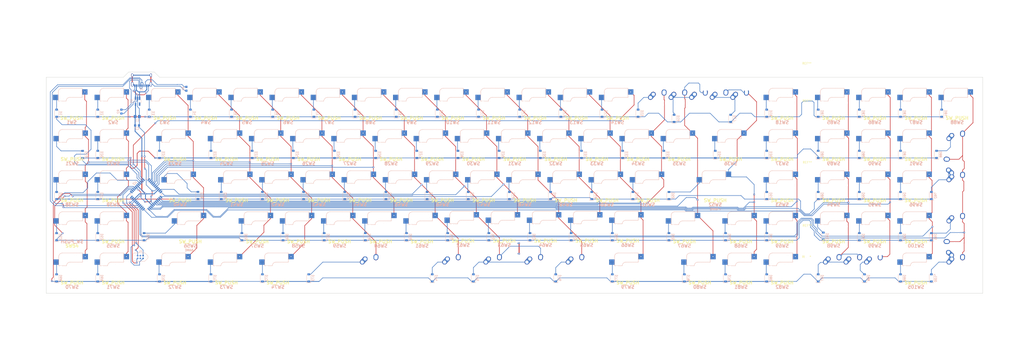
<source format=kicad_pcb>
(kicad_pcb (version 20171130) (host pcbnew "(5.0.0-rc2-dev-733-g23a9fcd91)")
  (layers (0 F.Cu signal) (31 B.Cu signal) (34 B.Paste user) (35 F.Paste user) (36 B.SilkS user) (37 F.SilkS user) (38 B.Mask user hide) (39 F.Mask user) (44 Edge.Cuts user))
  (net 0 "")
  (net 1 VCC)
  (net 2 GND)
  (net 3 "Net-(D1-Pad2)")
  (net 4 "Net-(D2-Pad2)")
  (net 5 "Net-(D3-Pad2)")
  (net 6 "Net-(D4-Pad2)")
  (net 7 "Net-(D5-Pad2)")
  (net 8 "Net-(D6-Pad2)")
  (net 9 "Net-(D7-Pad2)")
  (net 10 "Net-(D8-Pad2)")
  (net 11 "Net-(D9-Pad2)")
  (net 12 "Net-(D10-Pad2)")
  (net 13 "Net-(D11-Pad2)")
  (net 14 "Net-(D12-Pad2)")
  (net 15 "Net-(D13-Pad2)")
  (net 16 "Net-(D14-Pad2)")
  (net 17 "Net-(D15-Pad2)")
  (net 18 "Net-(D16-Pad2)")
  (net 19 "Net-(D17-Pad2)")
  (net 20 "Net-(D18-Pad2)")
  (net 21 "Net-(D19-Pad2)")
  (net 22 "Net-(D20-Pad2)")
  (net 23 "Net-(D21-Pad2)")
  (net 24 "Net-(D22-Pad2)")
  (net 25 "Net-(D23-Pad2)")
  (net 26 "Net-(D24-Pad2)")
  (net 27 "Net-(D25-Pad2)")
  (net 28 "Net-(D26-Pad2)")
  (net 29 "Net-(D27-Pad2)")
  (net 30 "Net-(D28-Pad2)")
  (net 31 "Net-(D29-Pad2)")
  (net 32 "Net-(D30-Pad2)")
  (net 33 "Net-(D31-Pad2)")
  (net 34 "Net-(D32-Pad2)")
  (net 35 "Net-(D33-Pad2)")
  (net 36 "Net-(D34-Pad2)")
  (net 37 "Net-(D35-Pad2)")
  (net 38 "Net-(D36-Pad2)")
  (net 39 "Net-(D37-Pad2)")
  (net 40 "Net-(D38-Pad2)")
  (net 41 "Net-(D39-Pad2)")
  (net 42 "Net-(D40-Pad2)")
  (net 43 "Net-(D41-Pad2)")
  (net 44 "Net-(D42-Pad2)")
  (net 45 "Net-(D43-Pad2)")
  (net 46 "Net-(D44-Pad2)")
  (net 47 "Net-(D45-Pad2)")
  (net 48 "Net-(D46-Pad2)")
  (net 49 "Net-(D47-Pad2)")
  (net 50 "Net-(D48-Pad2)")
  (net 51 "Net-(D49-Pad2)")
  (net 52 "Net-(D50-Pad2)")
  (net 53 "Net-(D51-Pad2)")
  (net 54 "Net-(D52-Pad2)")
  (net 55 "Net-(D53-Pad2)")
  (net 56 "Net-(D54-Pad2)")
  (net 57 "Net-(D55-Pad2)")
  (net 58 "Net-(D56-Pad2)")
  (net 59 "Net-(D57-Pad2)")
  (net 60 "Net-(D58-Pad2)")
  (net 61 "Net-(D59-Pad2)")
  (net 62 "Net-(D60-Pad2)")
  (net 63 "Net-(D61-Pad2)")
  (net 64 "Net-(D62-Pad2)")
  (net 65 "Net-(D63-Pad2)")
  (net 66 "Net-(D64-Pad2)")
  (net 67 "Net-(D65-Pad2)")
  (net 68 "Net-(D66-Pad2)")
  (net 69 "Net-(D67-Pad2)")
  (net 70 /ROW4)
  (net 71 "Net-(D68-Pad2)")
  (net 72 "Net-(D69-Pad2)")
  (net 73 "Net-(D70-Pad2)")
  (net 74 "Net-(D71-Pad2)")
  (net 75 "Net-(D72-Pad2)")
  (net 76 "Net-(D73-Pad2)")
  (net 77 "Net-(D74-Pad2)")
  (net 78 "Net-(D75-Pad2)")
  (net 79 "Net-(D76-Pad2)")
  (net 80 "Net-(D77-Pad2)")
  (net 81 "Net-(D78-Pad2)")
  (net 82 "Net-(D79-Pad2)")
  (net 83 "Net-(D80-Pad2)")
  (net 84 "Net-(J1-PadA6)")
  (net 85 +5V)
  (net 86 "Net-(J1-PadA7)")
  (net 87 "Net-(J1-PadA8)")
  (net 88 "Net-(J1-PadB5)")
  (net 89 "Net-(J1-PadA5)")
  (net 90 "Net-(J1-PadB8)")
  (net 91 /PDI)
  (net 92 "Net-(P1-Pad3)")
  (net 93 "Net-(P1-Pad4)")
  (net 94 /RST)
  (net 95 /COL0)
  (net 96 /COL1)
  (net 97 /COL2)
  (net 98 /COL3)
  (net 99 /COL4)
  (net 100 /COL5)
  (net 101 /COL6)
  (net 102 /COL7)
  (net 103 /COL8)
  (net 104 /COL9)
  (net 105 /COL10)
  (net 106 /COL11)
  (net 107 /COL12)
  (net 108 /COL13)
  (net 109 /COL14)
  (net 110 /COL15)
  (net 111 /COL16)
  (net 112 /COL17)
  (net 113 "Net-(U1-Pad4)")
  (net 114 "Net-(U2-Pad28)")
  (net 115 "Net-(U2-Pad29)")
  (net 116 "Net-(U2-Pad33)")
  (net 117 "Net-(U2-Pad40)")
  (net 118 "Net-(D81-Pad2)")
  (net 119 "Net-(D82-Pad2)")
  (net 120 "Net-(D83-Pad2)")
  (net 121 "Net-(D84-Pad2)")
  (net 122 "Net-(D85-Pad2)")
  (net 123 "Net-(D86-Pad2)")
  (net 124 "Net-(D87-Pad2)")
  (net 125 "Net-(D88-Pad2)")
  (net 126 "Net-(D89-Pad2)")
  (net 127 "Net-(D90-Pad2)")
  (net 128 "Net-(D91-Pad2)")
  (net 129 "Net-(D92-Pad2)")
  (net 130 "Net-(D93-Pad2)")
  (net 131 "Net-(D94-Pad2)")
  (net 132 "Net-(D95-Pad2)")
  (net 133 "Net-(D96-Pad2)")
  (net 134 "Net-(D97-Pad2)")
  (net 135 "Net-(D98-Pad2)")
  (net 136 "Net-(D99-Pad2)")
  (net 137 "Net-(D100-Pad2)")
  (net 138 /COL18)
  (net 139 /COL19)
  (net 140 /COL20)
  (net 141 /COL21)
  (net 142 /ROW0)
  (net 143 /ROW1)
  (net 144 /ROW2)
  (net 145 /ROW3)
  (net 146 "Net-(U2-Pad32)")
  (module Helpful:slot_10mm (layer F.Cu) (at 411.38 323.17)
    (fp_text reference REF** (at 0 0.5) (layer F.SilkS))
    (fp_text value slot_10mm)
    (pad "" np_thru_hole oval (at 0 12.7) (size 2 4) (drill oval 2 4) (layers *.Cu *.Mask))
  )
  (module "Helpful:slot 20mm" (layer F.Cu) (at 411.59 250.97)
    (fp_text reference REF** (at 0 0.5) (layer F.SilkS))
    (fp_text value "slot 20mm")
    (pad "" np_thru_hole oval (at 0 11.43) (size 2 18) (drill oval 2 18) (layers *.Cu *.Mask))
  )
  (module "Helpful:slot 20mm" (layer F.Cu) (at 411.67 279.48)
    (fp_text reference REF** (at 0 0.5) (layer F.SilkS))
    (fp_text value "slot 20mm")
    (pad "" np_thru_hole oval (at 0 11.43) (size 2 18) (drill oval 2 18) (layers *.Cu *.Mask))
  )
  (module "Helpful:slot 20mm" (layer F.Cu) (at 411.61 308.69)
    (fp_text reference REF** (at 0 0.5) (layer F.SilkS))
    (fp_text value "slot 20mm")
    (pad "" np_thru_hole oval (at 0 11.43) (size 2 18) (drill oval 2 18) (layers *.Cu *.Mask))
  )
  (module Keyplus_conn_usb:USB_TypeC_U31F-24SNA0201 (layer B.Cu) (at 103.6 236.98)
    (fp_text reference J1 (at 0 9.1) (layer B.SilkS) (effects (justify mirror)))
    (fp_text value USB_Type_C_2.0_Receptacle)
    (pad B8 smd rect (at -1.75 7.445) (size 0.3 1.15) (layers B.Cu B.Paste B.Mask) (net 90 "Net-(J1-PadB8)"))
    (pad A5 smd rect (at -1.25 7.445) (size 0.3 1.15) (layers B.Cu B.Paste B.Mask) (net 89 "Net-(J1-PadA5)"))
    (pad B7 smd rect (at -0.75 7.445) (size 0.3 1.15) (layers B.Cu B.Paste B.Mask) (net 86 "Net-(J1-PadA7)"))
    (pad B5 smd rect (at 1.75 7.445) (size 0.3 1.15) (layers B.Cu B.Paste B.Mask) (net 88 "Net-(J1-PadB5)"))
    (pad A8 smd rect (at 1.25 7.445) (size 0.3 1.15) (layers B.Cu B.Paste B.Mask) (net 87 "Net-(J1-PadA8)"))
    (pad B6 smd rect (at 0.75 7.445) (size 0.3 1.15) (layers B.Cu B.Paste B.Mask) (net 84 "Net-(J1-PadA6)"))
    (pad A7 smd rect (at 0.25 7.445) (size 0.3 1.15) (layers B.Cu B.Paste B.Mask) (net 86 "Net-(J1-PadA7)"))
    (pad "" np_thru_hole circle (at 2.89 6.28) (size 0.65 0.65) (drill 0.65) (layers *.Cu *.Mask))
    (pad A1 smd rect (at -3.2 7.445) (size 0.6 1.15) (layers B.Cu B.Paste B.Mask) (net 2 GND))
    (pad S1 thru_hole oval (at 4.32 2.6) (size 1 1.6) (drill oval 0.6 1.2) (layers *.Cu *.Mask) (net 2 GND))
    (pad S1 thru_hole oval (at -4.32 2.6) (size 1 1.6) (drill oval 0.6 1.2) (layers *.Cu *.Mask) (net 2 GND))
    (pad S1 thru_hole oval (at 4.32 6.78) (size 1 2.1) (drill oval 0.6 1.7) (layers *.Cu *.Mask) (net 2 GND))
    (pad "" np_thru_hole circle (at -2.89 6.28) (size 0.65 0.65) (drill 0.65) (layers *.Cu *.Mask))
    (pad S1 thru_hole oval (at -4.32 6.78) (size 1 2.1) (drill oval 0.6 1.7) (layers *.Cu *.Mask) (net 2 GND))
    (pad A4 smd rect (at -2.4 7.445) (size 0.6 1.15) (layers B.Cu B.Paste B.Mask) (net 85 +5V))
    (pad B4 smd rect (at 2.4 7.445) (size 0.6 1.15) (layers B.Cu B.Paste B.Mask) (net 85 +5V))
    (pad B1 smd rect (at 3.2 7.445) (size 0.6 1.15) (layers B.Cu B.Paste B.Mask) (net 2 GND))
    (pad A6 smd rect (at -0.25 7.445) (size 0.3 1.15) (layers B.Cu B.Paste B.Mask) (net 84 "Net-(J1-PadA6)"))
  )
  (module wood_misc:Mx_Stab_225 (layer F.Cu) (at 369.09375 290.5125)
    (fp_text reference >NAME (at 0 11) (layer B.SilkS) (effects (font (thickness 0.2)) (justify mirror)))
    (fp_text value >VALUE hide)
    (pad "" np_thru_hole circle (at 11.938 8.255) (size 3.9878 3.9878) (drill 3.9878) (layers *.Cu *.Mask))
    (pad "" np_thru_hole circle (at -11.938 8.255) (size 3.9878 3.9878) (drill 3.9878) (layers *.Cu *.Mask))
    (pad "" np_thru_hole circle (at 11.938 -6.985) (size 3.048 3.048) (drill 3.048) (layers *.Cu *.Mask))
    (pad "" np_thru_hole circle (at -11.938 -6.985) (size 3.048 3.048) (drill 3.048) (layers *.Cu *.Mask))
  )
  (module wood_kailh_socket:Kailh_MX_Socket (layer B.Cu) (at 71.4375 290.5125 180)
    (fp_text reference SW38 (at 0 -9 180) (layer B.SilkS) (effects (font (size 1.524 1.524) (thickness 0.3048)) (justify mirror)))
    (fp_text value SW_PUSH (at 0 -7 180) (layer F.SilkS) (effects (font (size 1.524 1.524) (thickness 0.3048))))
    (pad 1 smd rect (at 7.36 2.54 180) (size 2.55 2.5) (layers B.Cu B.Paste B.Mask) (net 38 "Net-(D36-Pad2)"))
    (pad "" np_thru_hole circle (at 0 0 180) (size 3.98018 3.98018) (drill 3.98018) (layers *.Cu *.Mask))
    (pad "" np_thru_hole circle (at -2.54 5.08 180) (size 2.95 2.95) (drill 2.95) (layers *.Cu *.Mask))
    (pad "" np_thru_hole circle (at 3.81 2.54 180) (size 2.95 2.95) (drill 2.95) (layers *.Cu *.Mask))
    (pad 2 smd rect (at -6.09 5.08 180) (size 2.55 2.5) (layers B.Cu B.Paste B.Mask) (net 95 /COL0))
    (pad "" np_thru_hole circle (at -5.08 0 180) (size 1.7 1.7) (drill 1.7) (layers *.Cu *.Mask))
    (pad "" np_thru_hole circle (at 5.08 0 180) (size 1.7 1.7) (drill 1.7) (layers *.Cu *.Mask))
  )
  (module Capacitor_SMD:C_0805_2012Metric_Pad1.29x1.40mm_HandSolder (layer B.Cu) (at 101.6 258.73)
    (fp_text reference C1 (at 0 1.65) (layer B.SilkS) (effects (justify mirror)))
    (fp_text value 10uf)
    (pad 1 smd rect (at -0.9675 0) (size 1.295 1.4) (layers B.Cu B.Paste B.Mask) (net 1 VCC))
    (pad 2 smd rect (at 0.9675 0) (size 1.295 1.4) (layers B.Cu B.Paste B.Mask) (net 2 GND))
  )
  (module Capacitor_SMD:C_0603_1608Metric_Pad0.99x1.00mm_HandSolder (layer B.Cu) (at 101.5225 262.82)
    (fp_text reference C2 (at 0 1.45) (layer B.SilkS) (effects (justify mirror)))
    (fp_text value 0.4uf)
    (pad 1 smd rect (at -0.8875 0) (size 0.995 1) (layers B.Cu B.Paste B.Mask) (net 1 VCC))
    (pad 2 smd rect (at 0.8875 0) (size 0.995 1) (layers B.Cu B.Paste B.Mask) (net 2 GND))
  )
  (module Diode_SMD:D_SOD-123 (layer B.Cu) (at 64.29375 257.175 90)
    (fp_text reference D1 (at 0 2 90) (layer B.SilkS) (effects (justify mirror)))
    (fp_text value D)
    (pad 2 smd rect (at 1.65 0 90) (size 0.9 1.2) (layers B.Cu B.Paste B.Mask) (net 3 "Net-(D1-Pad2)"))
    (pad 1 smd rect (at -1.65 0 90) (size 0.9 1.2) (layers B.Cu B.Paste B.Mask) (net 142 /ROW0))
  )
  (module Diode_SMD:D_SOD-123 (layer B.Cu) (at 83.34375 257.175 90)
    (fp_text reference D2 (at 0 2 90) (layer B.SilkS) (effects (justify mirror)))
    (fp_text value D)
    (pad 1 smd rect (at -1.65 0 90) (size 0.9 1.2) (layers B.Cu B.Paste B.Mask) (net 142 /ROW0))
    (pad 2 smd rect (at 1.65 0 90) (size 0.9 1.2) (layers B.Cu B.Paste B.Mask) (net 4 "Net-(D2-Pad2)"))
  )
  (module Diode_SMD:D_SOD-123 (layer B.Cu) (at 107.15625 257.175 90)
    (fp_text reference D3 (at 0 2 90) (layer B.SilkS) (effects (justify mirror)))
    (fp_text value D)
    (pad 2 smd rect (at 1.65 0 90) (size 0.9 1.2) (layers B.Cu B.Paste B.Mask) (net 5 "Net-(D3-Pad2)"))
    (pad 1 smd rect (at -1.65 0 90) (size 0.9 1.2) (layers B.Cu B.Paste B.Mask) (net 142 /ROW0))
  )
  (module Diode_SMD:D_SOD-123 (layer B.Cu) (at 126.20625 257.175 90)
    (fp_text reference D4 (at 0 2 90) (layer B.SilkS) (effects (justify mirror)))
    (fp_text value D)
    (pad 1 smd rect (at -1.65 0 90) (size 0.9 1.2) (layers B.Cu B.Paste B.Mask) (net 142 /ROW0))
    (pad 2 smd rect (at 1.65 0 90) (size 0.9 1.2) (layers B.Cu B.Paste B.Mask) (net 6 "Net-(D4-Pad2)"))
  )
  (module Diode_SMD:D_SOD-123 (layer B.Cu) (at 145.25625 257.175 90)
    (fp_text reference D5 (at 0 2 90) (layer B.SilkS) (effects (justify mirror)))
    (fp_text value D)
    (pad 2 smd rect (at 1.65 0 90) (size 0.9 1.2) (layers B.Cu B.Paste B.Mask) (net 7 "Net-(D5-Pad2)"))
    (pad 1 smd rect (at -1.65 0 90) (size 0.9 1.2) (layers B.Cu B.Paste B.Mask) (net 142 /ROW0))
  )
  (module Diode_SMD:D_SOD-123 (layer B.Cu) (at 164.30625 257.175 90)
    (fp_text reference D6 (at 0 2 90) (layer B.SilkS) (effects (justify mirror)))
    (fp_text value D)
    (pad 1 smd rect (at -1.65 0 90) (size 0.9 1.2) (layers B.Cu B.Paste B.Mask) (net 142 /ROW0))
    (pad 2 smd rect (at 1.65 0 90) (size 0.9 1.2) (layers B.Cu B.Paste B.Mask) (net 8 "Net-(D6-Pad2)"))
  )
  (module Diode_SMD:D_SOD-123 (layer B.Cu) (at 183.35625 257.175 90)
    (fp_text reference D7 (at 0 2 90) (layer B.SilkS) (effects (justify mirror)))
    (fp_text value D)
    (pad 2 smd rect (at 1.65 0 90) (size 0.9 1.2) (layers B.Cu B.Paste B.Mask) (net 9 "Net-(D7-Pad2)"))
    (pad 1 smd rect (at -1.65 0 90) (size 0.9 1.2) (layers B.Cu B.Paste B.Mask) (net 142 /ROW0))
  )
  (module Diode_SMD:D_SOD-123 (layer B.Cu) (at 202.40625 257.175 90)
    (fp_text reference D8 (at 0 2 90) (layer B.SilkS) (effects (justify mirror)))
    (fp_text value D)
    (pad 1 smd rect (at -1.65 0 90) (size 0.9 1.2) (layers B.Cu B.Paste B.Mask) (net 142 /ROW0))
    (pad 2 smd rect (at 1.65 0 90) (size 0.9 1.2) (layers B.Cu B.Paste B.Mask) (net 10 "Net-(D8-Pad2)"))
  )
  (module Diode_SMD:D_SOD-123 (layer B.Cu) (at 221.45625 257.175 90)
    (fp_text reference D9 (at 0 2 90) (layer B.SilkS) (effects (justify mirror)))
    (fp_text value D)
    (pad 2 smd rect (at 1.65 0 90) (size 0.9 1.2) (layers B.Cu B.Paste B.Mask) (net 11 "Net-(D9-Pad2)"))
    (pad 1 smd rect (at -1.65 0 90) (size 0.9 1.2) (layers B.Cu B.Paste B.Mask) (net 142 /ROW0))
  )
  (module Diode_SMD:D_SOD-123 (layer B.Cu) (at 240.50625 257.175 90)
    (fp_text reference D10 (at 0 2 90) (layer B.SilkS) (effects (justify mirror)))
    (fp_text value D)
    (pad 1 smd rect (at -1.65 0 90) (size 0.9 1.2) (layers B.Cu B.Paste B.Mask) (net 142 /ROW0))
    (pad 2 smd rect (at 1.65 0 90) (size 0.9 1.2) (layers B.Cu B.Paste B.Mask) (net 12 "Net-(D10-Pad2)"))
  )
  (module Diode_SMD:D_SOD-123 (layer B.Cu) (at 259.55625 257.175 90)
    (fp_text reference D11 (at 0 2 90) (layer B.SilkS) (effects (justify mirror)))
    (fp_text value D)
    (pad 2 smd rect (at 1.65 0 90) (size 0.9 1.2) (layers B.Cu B.Paste B.Mask) (net 13 "Net-(D11-Pad2)"))
    (pad 1 smd rect (at -1.65 0 90) (size 0.9 1.2) (layers B.Cu B.Paste B.Mask) (net 142 /ROW0))
  )
  (module Diode_SMD:D_SOD-123 (layer B.Cu) (at 278.60625 257.175 90)
    (fp_text reference D12 (at 0 2 90) (layer B.SilkS) (effects (justify mirror)))
    (fp_text value D)
    (pad 1 smd rect (at -1.65 0 90) (size 0.9 1.2) (layers B.Cu B.Paste B.Mask) (net 142 /ROW0))
    (pad 2 smd rect (at 1.65 0 90) (size 0.9 1.2) (layers B.Cu B.Paste B.Mask) (net 14 "Net-(D12-Pad2)"))
  )
  (module Diode_SMD:D_SOD-123 (layer B.Cu) (at 297.65625 257.175 90)
    (fp_text reference D13 (at 0 2 90) (layer B.SilkS) (effects (justify mirror)))
    (fp_text value D)
    (pad 2 smd rect (at 1.65 0 90) (size 0.9 1.2) (layers B.Cu B.Paste B.Mask) (net 15 "Net-(D13-Pad2)"))
    (pad 1 smd rect (at -1.65 0 90) (size 0.9 1.2) (layers B.Cu B.Paste B.Mask) (net 142 /ROW0))
  )
  (module Diode_SMD:D_SOD-123 (layer B.Cu) (at 316.70625 257.175 90)
    (fp_text reference D14 (at 0 2 90) (layer B.SilkS) (effects (justify mirror)))
    (fp_text value D)
    (pad 1 smd rect (at -1.65 0 90) (size 0.9 1.2) (layers B.Cu B.Paste B.Mask) (net 142 /ROW0))
    (pad 2 smd rect (at 1.65 0 90) (size 0.9 1.2) (layers B.Cu B.Paste B.Mask) (net 16 "Net-(D14-Pad2)"))
  )
  (module Diode_SMD:D_SOD-123 (layer B.Cu) (at 333.375 257.175 90)
    (fp_text reference D15 (at 0 2 90) (layer B.SilkS) (effects (justify mirror)))
    (fp_text value D)
    (pad 2 smd rect (at 1.65 0 90) (size 0.9 1.2) (layers B.Cu B.Paste B.Mask) (net 17 "Net-(D15-Pad2)"))
    (pad 1 smd rect (at -1.65 0 90) (size 0.9 1.2) (layers B.Cu B.Paste B.Mask) (net 142 /ROW0))
  )
  (module Diode_SMD:D_SOD-123 (layer B.Cu) (at 350.04375 259.55625 90)
    (fp_text reference D16 (at 0 2 90) (layer B.SilkS) (effects (justify mirror)))
    (fp_text value D)
    (pad 1 smd rect (at -1.65 0 90) (size 0.9 1.2) (layers B.Cu B.Paste B.Mask) (net 142 /ROW0))
    (pad 2 smd rect (at 1.65 0 90) (size 0.9 1.2) (layers B.Cu B.Paste B.Mask) (net 18 "Net-(D16-Pad2)"))
  )
  (module Diode_SMD:D_SOD-123 (layer B.Cu) (at 376.2375 259.55625 90)
    (fp_text reference D17 (at 0 2 90) (layer B.SilkS) (effects (justify mirror)))
    (fp_text value D)
    (pad 2 smd rect (at 1.65 0 90) (size 0.9 1.2) (layers B.Cu B.Paste B.Mask) (net 19 "Net-(D17-Pad2)"))
    (pad 1 smd rect (at -1.65 0 90) (size 0.9 1.2) (layers B.Cu B.Paste B.Mask) (net 142 /ROW0))
  )
  (module Diode_SMD:D_SOD-123 (layer B.Cu) (at 392.90625 257.175 90)
    (fp_text reference D18 (at 0 2 90) (layer B.SilkS) (effects (justify mirror)))
    (fp_text value D)
    (pad 1 smd rect (at -1.65 0 90) (size 0.9 1.2) (layers B.Cu B.Paste B.Mask) (net 142 /ROW0))
    (pad 2 smd rect (at 1.65 0 90) (size 0.9 1.2) (layers B.Cu B.Paste B.Mask) (net 20 "Net-(D18-Pad2)"))
  )
  (module Diode_SMD:D_SOD-123 (layer B.Cu) (at 76.3 276.26 90)
    (fp_text reference D19 (at 0 2 90) (layer B.SilkS) (effects (justify mirror)))
    (fp_text value D)
    (pad 2 smd rect (at 1.65 0 90) (size 0.9 1.2) (layers B.Cu B.Paste B.Mask) (net 21 "Net-(D19-Pad2)"))
    (pad 1 smd rect (at -1.65 0 90) (size 0.9 1.2) (layers B.Cu B.Paste B.Mask) (net 143 /ROW1))
  )
  (module Diode_SMD:D_SOD-123 (layer B.Cu) (at 83.34375 276.225 90)
    (fp_text reference D20 (at 0 2 90) (layer B.SilkS) (effects (justify mirror)))
    (fp_text value D)
    (pad 1 smd rect (at -1.65 0 90) (size 0.9 1.2) (layers B.Cu B.Paste B.Mask) (net 143 /ROW1))
    (pad 2 smd rect (at 1.65 0 90) (size 0.9 1.2) (layers B.Cu B.Paste B.Mask) (net 22 "Net-(D20-Pad2)"))
  )
  (module Diode_SMD:D_SOD-123 (layer B.Cu) (at 111.91875 276.225 90)
    (fp_text reference D21 (at 0 2 90) (layer B.SilkS) (effects (justify mirror)))
    (fp_text value D)
    (pad 2 smd rect (at 1.65 0 90) (size 0.9 1.2) (layers B.Cu B.Paste B.Mask) (net 23 "Net-(D21-Pad2)"))
    (pad 1 smd rect (at -1.65 0 90) (size 0.9 1.2) (layers B.Cu B.Paste B.Mask) (net 143 /ROW1))
  )
  (module Diode_SMD:D_SOD-123 (layer B.Cu) (at 135.73125 276.225 90)
    (fp_text reference D22 (at 0 2 90) (layer B.SilkS) (effects (justify mirror)))
    (fp_text value D)
    (pad 1 smd rect (at -1.65 0 90) (size 0.9 1.2) (layers B.Cu B.Paste B.Mask) (net 143 /ROW1))
    (pad 2 smd rect (at 1.65 0 90) (size 0.9 1.2) (layers B.Cu B.Paste B.Mask) (net 24 "Net-(D22-Pad2)"))
  )
  (module Diode_SMD:D_SOD-123 (layer B.Cu) (at 154.78125 276.225 90)
    (fp_text reference D23 (at 0 2 90) (layer B.SilkS) (effects (justify mirror)))
    (fp_text value D)
    (pad 2 smd rect (at 1.65 0 90) (size 0.9 1.2) (layers B.Cu B.Paste B.Mask) (net 25 "Net-(D23-Pad2)"))
    (pad 1 smd rect (at -1.65 0 90) (size 0.9 1.2) (layers B.Cu B.Paste B.Mask) (net 143 /ROW1))
  )
  (module Diode_SMD:D_SOD-123 (layer B.Cu) (at 173.83125 276.225 90)
    (fp_text reference D24 (at 0 2 90) (layer B.SilkS) (effects (justify mirror)))
    (fp_text value D)
    (pad 1 smd rect (at -1.65 0 90) (size 0.9 1.2) (layers B.Cu B.Paste B.Mask) (net 143 /ROW1))
    (pad 2 smd rect (at 1.65 0 90) (size 0.9 1.2) (layers B.Cu B.Paste B.Mask) (net 26 "Net-(D24-Pad2)"))
  )
  (module Diode_SMD:D_SOD-123 (layer B.Cu) (at 192.88125 276.225 90)
    (fp_text reference D25 (at 0 2 90) (layer B.SilkS) (effects (justify mirror)))
    (fp_text value D)
    (pad 2 smd rect (at 1.65 0 90) (size 0.9 1.2) (layers B.Cu B.Paste B.Mask) (net 27 "Net-(D25-Pad2)"))
    (pad 1 smd rect (at -1.65 0 90) (size 0.9 1.2) (layers B.Cu B.Paste B.Mask) (net 143 /ROW1))
  )
  (module Diode_SMD:D_SOD-123 (layer B.Cu) (at 211.93125 276.225 90)
    (fp_text reference D26 (at 0 2 90) (layer B.SilkS) (effects (justify mirror)))
    (fp_text value D)
    (pad 1 smd rect (at -1.65 0 90) (size 0.9 1.2) (layers B.Cu B.Paste B.Mask) (net 143 /ROW1))
    (pad 2 smd rect (at 1.65 0 90) (size 0.9 1.2) (layers B.Cu B.Paste B.Mask) (net 28 "Net-(D26-Pad2)"))
  )
  (module Diode_SMD:D_SOD-123 (layer B.Cu) (at 230.98125 276.225 90)
    (fp_text reference D27 (at 0 2 90) (layer B.SilkS) (effects (justify mirror)))
    (fp_text value D)
    (pad 2 smd rect (at 1.65 0 90) (size 0.9 1.2) (layers B.Cu B.Paste B.Mask) (net 29 "Net-(D27-Pad2)"))
    (pad 1 smd rect (at -1.65 0 90) (size 0.9 1.2) (layers B.Cu B.Paste B.Mask) (net 143 /ROW1))
  )
  (module Diode_SMD:D_SOD-123 (layer B.Cu) (at 250.03125 276.225 90)
    (fp_text reference D28 (at 0 2 90) (layer B.SilkS) (effects (justify mirror)))
    (fp_text value D)
    (pad 1 smd rect (at -1.65 0 90) (size 0.9 1.2) (layers B.Cu B.Paste B.Mask) (net 143 /ROW1))
    (pad 2 smd rect (at 1.65 0 90) (size 0.9 1.2) (layers B.Cu B.Paste B.Mask) (net 30 "Net-(D28-Pad2)"))
  )
  (module Diode_SMD:D_SOD-123 (layer B.Cu) (at 269.08125 276.225 90)
    (fp_text reference D29 (at 0 2 90) (layer B.SilkS) (effects (justify mirror)))
    (fp_text value D)
    (pad 2 smd rect (at 1.65 0 90) (size 0.9 1.2) (layers B.Cu B.Paste B.Mask) (net 31 "Net-(D29-Pad2)"))
    (pad 1 smd rect (at -1.65 0 90) (size 0.9 1.2) (layers B.Cu B.Paste B.Mask) (net 143 /ROW1))
  )
  (module Diode_SMD:D_SOD-123 (layer B.Cu) (at 288.13125 276.225 90)
    (fp_text reference D30 (at 0 2 90) (layer B.SilkS) (effects (justify mirror)))
    (fp_text value D)
    (pad 1 smd rect (at -1.65 0 90) (size 0.9 1.2) (layers B.Cu B.Paste B.Mask) (net 143 /ROW1))
    (pad 2 smd rect (at 1.65 0 90) (size 0.9 1.2) (layers B.Cu B.Paste B.Mask) (net 32 "Net-(D30-Pad2)"))
  )
  (module Diode_SMD:D_SOD-123 (layer B.Cu) (at 307.18125 276.225 90)
    (fp_text reference D31 (at 0 2 90) (layer B.SilkS) (effects (justify mirror)))
    (fp_text value D)
    (pad 2 smd rect (at 1.65 0 90) (size 0.9 1.2) (layers B.Cu B.Paste B.Mask) (net 33 "Net-(D31-Pad2)"))
    (pad 1 smd rect (at -1.65 0 90) (size 0.9 1.2) (layers B.Cu B.Paste B.Mask) (net 143 /ROW1))
  )
  (module Diode_SMD:D_SOD-123 (layer B.Cu) (at 326.23125 276.225 90)
    (fp_text reference D32 (at 0 2 90) (layer B.SilkS) (effects (justify mirror)))
    (fp_text value D)
    (pad 1 smd rect (at -1.65 0 90) (size 0.9 1.2) (layers B.Cu B.Paste B.Mask) (net 143 /ROW1))
    (pad 2 smd rect (at 1.65 0 90) (size 0.9 1.2) (layers B.Cu B.Paste B.Mask) (net 34 "Net-(D32-Pad2)"))
  )
  (module Diode_SMD:D_SOD-123 (layer B.Cu) (at 345.28125 276.225 90)
    (fp_text reference D33 (at 0 2 90) (layer B.SilkS) (effects (justify mirror)))
    (fp_text value D)
    (pad 1 smd rect (at -1.65 0 90) (size 0.9 1.2) (layers B.Cu B.Paste B.Mask) (net 143 /ROW1))
    (pad 2 smd rect (at 1.65 0 90) (size 0.9 1.2) (layers B.Cu B.Paste B.Mask) (net 35 "Net-(D33-Pad2)"))
  )
  (module Diode_SMD:D_SOD-123 (layer B.Cu) (at 369.09375 276.225 90)
    (fp_text reference D34 (at 0 2 90) (layer B.SilkS) (effects (justify mirror)))
    (fp_text value D)
    (pad 1 smd rect (at -1.65 0 90) (size 0.9 1.2) (layers B.Cu B.Paste B.Mask) (net 143 /ROW1))
    (pad 2 smd rect (at 1.65 0 90) (size 0.9 1.2) (layers B.Cu B.Paste B.Mask) (net 36 "Net-(D34-Pad2)"))
  )
  (module Diode_SMD:D_SOD-123 (layer B.Cu) (at 392.90625 276.225 90)
    (fp_text reference D35 (at 0 2 90) (layer B.SilkS) (effects (justify mirror)))
    (fp_text value D)
    (pad 2 smd rect (at 1.65 0 90) (size 0.9 1.2) (layers B.Cu B.Paste B.Mask) (net 37 "Net-(D35-Pad2)"))
    (pad 1 smd rect (at -1.65 0 90) (size 0.9 1.2) (layers B.Cu B.Paste B.Mask) (net 143 /ROW1))
  )
  (module Diode_SMD:D_SOD-123 (layer B.Cu) (at 64.29375 295.275 90)
    (fp_text reference D36 (at 0 2 90) (layer B.SilkS) (effects (justify mirror)))
    (fp_text value D)
    (pad 1 smd rect (at -1.65 0 90) (size 0.9 1.2) (layers B.Cu B.Paste B.Mask) (net 144 /ROW2))
    (pad 2 smd rect (at 1.65 0 90) (size 0.9 1.2) (layers B.Cu B.Paste B.Mask) (net 38 "Net-(D36-Pad2)"))
  )
  (module Diode_SMD:D_SOD-123 (layer B.Cu) (at 83.34375 295.275 90)
    (fp_text reference D37 (at 0 2 90) (layer B.SilkS) (effects (justify mirror)))
    (fp_text value D)
    (pad 2 smd rect (at 1.65 0 90) (size 0.9 1.2) (layers B.Cu B.Paste B.Mask) (net 39 "Net-(D37-Pad2)"))
    (pad 1 smd rect (at -1.65 0 90) (size 0.9 1.2) (layers B.Cu B.Paste B.Mask) (net 144 /ROW2))
  )
  (module Diode_SMD:D_SOD-123 (layer B.Cu) (at 129.7 295.23 90)
    (fp_text reference D38 (at 0 2 90) (layer B.SilkS) (effects (justify mirror)))
    (fp_text value D)
    (pad 1 smd rect (at -1.65 0 90) (size 0.9 1.2) (layers B.Cu B.Paste B.Mask) (net 144 /ROW2))
    (pad 2 smd rect (at 1.65 0 90) (size 0.9 1.2) (layers B.Cu B.Paste B.Mask) (net 40 "Net-(D38-Pad2)"))
  )
  (module Diode_SMD:D_SOD-123 (layer B.Cu) (at 140.49375 295.275 90)
    (fp_text reference D39 (at 0 2 90) (layer B.SilkS) (effects (justify mirror)))
    (fp_text value D)
    (pad 2 smd rect (at 1.65 0 90) (size 0.9 1.2) (layers B.Cu B.Paste B.Mask) (net 41 "Net-(D39-Pad2)"))
    (pad 1 smd rect (at -1.65 0 90) (size 0.9 1.2) (layers B.Cu B.Paste B.Mask) (net 144 /ROW2))
  )
  (module Diode_SMD:D_SOD-123 (layer B.Cu) (at 159.54375 295.275 90)
    (fp_text reference D40 (at 0 2 90) (layer B.SilkS) (effects (justify mirror)))
    (fp_text value D)
    (pad 1 smd rect (at -1.65 0 90) (size 0.9 1.2) (layers B.Cu B.Paste B.Mask) (net 144 /ROW2))
    (pad 2 smd rect (at 1.65 0 90) (size 0.9 1.2) (layers B.Cu B.Paste B.Mask) (net 42 "Net-(D40-Pad2)"))
  )
  (module Diode_SMD:D_SOD-123 (layer B.Cu) (at 178.59375 295.275 90)
    (fp_text reference D41 (at 0 2 90) (layer B.SilkS) (effects (justify mirror)))
    (fp_text value D)
    (pad 2 smd rect (at 1.65 0 90) (size 0.9 1.2) (layers B.Cu B.Paste B.Mask) (net 43 "Net-(D41-Pad2)"))
    (pad 1 smd rect (at -1.65 0 90) (size 0.9 1.2) (layers B.Cu B.Paste B.Mask) (net 144 /ROW2))
  )
  (module Diode_SMD:D_SOD-123 (layer B.Cu) (at 197.64375 295.275 90)
    (fp_text reference D42 (at 0 2 90) (layer B.SilkS) (effects (justify mirror)))
    (fp_text value D)
    (pad 2 smd rect (at 1.65 0 90) (size 0.9 1.2) (layers B.Cu B.Paste B.Mask) (net 44 "Net-(D42-Pad2)"))
    (pad 1 smd rect (at -1.65 0 90) (size 0.9 1.2) (layers B.Cu B.Paste B.Mask) (net 144 /ROW2))
  )
  (module Diode_SMD:D_SOD-123 (layer B.Cu) (at 216.69375 295.275 90)
    (fp_text reference D43 (at 0 2 90) (layer B.SilkS) (effects (justify mirror)))
    (fp_text value D)
    (pad 2 smd rect (at 1.65 0 90) (size 0.9 1.2) (layers B.Cu B.Paste B.Mask) (net 45 "Net-(D43-Pad2)"))
    (pad 1 smd rect (at -1.65 0 90) (size 0.9 1.2) (layers B.Cu B.Paste B.Mask) (net 144 /ROW2))
  )
  (module Diode_SMD:D_SOD-123 (layer B.Cu) (at 235.74375 295.275 90)
    (fp_text reference D44 (at 0 2 90) (layer B.SilkS) (effects (justify mirror)))
    (fp_text value D)
    (pad 2 smd rect (at 1.65 0 90) (size 0.9 1.2) (layers B.Cu B.Paste B.Mask) (net 46 "Net-(D44-Pad2)"))
    (pad 1 smd rect (at -1.65 0 90) (size 0.9 1.2) (layers B.Cu B.Paste B.Mask) (net 144 /ROW2))
  )
  (module Diode_SMD:D_SOD-123 (layer B.Cu) (at 254.79375 295.275 90)
    (fp_text reference D45 (at 0 2 90) (layer B.SilkS) (effects (justify mirror)))
    (fp_text value D)
    (pad 1 smd rect (at -1.65 0 90) (size 0.9 1.2) (layers B.Cu B.Paste B.Mask) (net 144 /ROW2))
    (pad 2 smd rect (at 1.65 0 90) (size 0.9 1.2) (layers B.Cu B.Paste B.Mask) (net 47 "Net-(D45-Pad2)"))
  )
  (module Diode_SMD:D_SOD-123 (layer B.Cu) (at 273.84375 295.275 90)
    (fp_text reference D46 (at 0 2 90) (layer B.SilkS) (effects (justify mirror)))
    (fp_text value D)
    (pad 2 smd rect (at 1.65 0 90) (size 0.9 1.2) (layers B.Cu B.Paste B.Mask) (net 48 "Net-(D46-Pad2)"))
    (pad 1 smd rect (at -1.65 0 90) (size 0.9 1.2) (layers B.Cu B.Paste B.Mask) (net 144 /ROW2))
  )
  (module Diode_SMD:D_SOD-123 (layer B.Cu) (at 292.89375 295.275 90)
    (fp_text reference D47 (at 0 2 90) (layer B.SilkS) (effects (justify mirror)))
    (fp_text value D)
    (pad 1 smd rect (at -1.65 0 90) (size 0.9 1.2) (layers B.Cu B.Paste B.Mask) (net 144 /ROW2))
    (pad 2 smd rect (at 1.65 0 90) (size 0.9 1.2) (layers B.Cu B.Paste B.Mask) (net 49 "Net-(D47-Pad2)"))
  )
  (module Diode_SMD:D_SOD-123 (layer B.Cu) (at 311.94375 295.275 90)
    (fp_text reference D48 (at 0 2 90) (layer B.SilkS) (effects (justify mirror)))
    (fp_text value D)
    (pad 2 smd rect (at 1.65 0 90) (size 0.9 1.2) (layers B.Cu B.Paste B.Mask) (net 50 "Net-(D48-Pad2)"))
    (pad 1 smd rect (at -1.65 0 90) (size 0.9 1.2) (layers B.Cu B.Paste B.Mask) (net 144 /ROW2))
  )
  (module Diode_SMD:D_SOD-123 (layer B.Cu) (at 330.99375 295.275 90)
    (fp_text reference D49 (at 0 2 90) (layer B.SilkS) (effects (justify mirror)))
    (fp_text value D)
    (pad 1 smd rect (at -1.65 0 90) (size 0.9 1.2) (layers B.Cu B.Paste B.Mask) (net 144 /ROW2))
    (pad 2 smd rect (at 1.65 0 90) (size 0.9 1.2) (layers B.Cu B.Paste B.Mask) (net 51 "Net-(D49-Pad2)"))
  )
  (module Diode_SMD:D_SOD-123 (layer B.Cu) (at 347.6625 295.275 90)
    (fp_text reference D50 (at 0 2 90) (layer B.SilkS) (effects (justify mirror)))
    (fp_text value D)
    (pad 2 smd rect (at 1.65 0 90) (size 0.9 1.2) (layers B.Cu B.Paste B.Mask) (net 52 "Net-(D50-Pad2)"))
    (pad 1 smd rect (at -1.65 0 90) (size 0.9 1.2) (layers B.Cu B.Paste B.Mask) (net 144 /ROW2))
  )
  (module Diode_SMD:D_SOD-123 (layer B.Cu) (at 392.90625 295.275 90)
    (fp_text reference D51 (at 0 2 90) (layer B.SilkS) (effects (justify mirror)))
    (fp_text value D)
    (pad 1 smd rect (at -1.65 0 90) (size 0.9 1.2) (layers B.Cu B.Paste B.Mask) (net 144 /ROW2))
    (pad 2 smd rect (at 1.65 0 90) (size 0.9 1.2) (layers B.Cu B.Paste B.Mask) (net 53 "Net-(D51-Pad2)"))
  )
  (module Diode_SMD:D_SOD-123 (layer B.Cu) (at 64.29375 314.325 90)
    (fp_text reference D52 (at 0 2 90) (layer B.SilkS) (effects (justify mirror)))
    (fp_text value D)
    (pad 2 smd rect (at 1.65 0 90) (size 0.9 1.2) (layers B.Cu B.Paste B.Mask) (net 54 "Net-(D52-Pad2)"))
    (pad 1 smd rect (at -1.65 0 90) (size 0.9 1.2) (layers B.Cu B.Paste B.Mask) (net 145 /ROW3))
  )
  (module Diode_SMD:D_SOD-123 (layer B.Cu) (at 83.34375 314.325 90)
    (fp_text reference D53 (at 0 2 90) (layer B.SilkS) (effects (justify mirror)))
    (fp_text value D)
    (pad 1 smd rect (at -1.65 0 90) (size 0.9 1.2) (layers B.Cu B.Paste B.Mask) (net 145 /ROW3))
    (pad 2 smd rect (at 1.65 0 90) (size 0.9 1.2) (layers B.Cu B.Paste B.Mask) (net 55 "Net-(D53-Pad2)"))
  )
  (module Diode_SMD:D_SOD-123 (layer B.Cu) (at 104.775 314.325 90)
    (fp_text reference D54 (at 0 2 90) (layer B.SilkS) (effects (justify mirror)))
    (fp_text value D)
    (pad 2 smd rect (at 1.65 0 90) (size 0.9 1.2) (layers B.Cu B.Paste B.Mask) (net 56 "Net-(D54-Pad2)"))
    (pad 1 smd rect (at -1.65 0 90) (size 0.9 1.2) (layers B.Cu B.Paste B.Mask) (net 145 /ROW3))
  )
  (module Diode_SMD:D_SOD-123 (layer B.Cu) (at 150.01875 314.325 90)
    (fp_text reference D55 (at 0 2 90) (layer B.SilkS) (effects (justify mirror)))
    (fp_text value D)
    (pad 1 smd rect (at -1.65 0 90) (size 0.9 1.2) (layers B.Cu B.Paste B.Mask) (net 145 /ROW3))
    (pad 2 smd rect (at 1.65 0 90) (size 0.9 1.2) (layers B.Cu B.Paste B.Mask) (net 57 "Net-(D55-Pad2)"))
  )
  (module Diode_SMD:D_SOD-123 (layer B.Cu) (at 169.06875 314.325 90)
    (fp_text reference D56 (at 0 2 90) (layer B.SilkS) (effects (justify mirror)))
    (fp_text value D)
    (pad 2 smd rect (at 1.65 0 90) (size 0.9 1.2) (layers B.Cu B.Paste B.Mask) (net 58 "Net-(D56-Pad2)"))
    (pad 1 smd rect (at -1.65 0 90) (size 0.9 1.2) (layers B.Cu B.Paste B.Mask) (net 145 /ROW3))
  )
  (module Diode_SMD:D_SOD-123 (layer B.Cu) (at 188.11875 314.325 90)
    (fp_text reference D57 (at 0 2 90) (layer B.SilkS) (effects (justify mirror)))
    (fp_text value D)
    (pad 1 smd rect (at -1.65 0 90) (size 0.9 1.2) (layers B.Cu B.Paste B.Mask) (net 145 /ROW3))
    (pad 2 smd rect (at 1.65 0 90) (size 0.9 1.2) (layers B.Cu B.Paste B.Mask) (net 59 "Net-(D57-Pad2)"))
  )
  (module Diode_SMD:D_SOD-123 (layer B.Cu) (at 207.16875 314.325 90)
    (fp_text reference D58 (at 0 2 90) (layer B.SilkS) (effects (justify mirror)))
    (fp_text value D)
    (pad 1 smd rect (at -1.65 0 90) (size 0.9 1.2) (layers B.Cu B.Paste B.Mask) (net 145 /ROW3))
    (pad 2 smd rect (at 1.65 0 90) (size 0.9 1.2) (layers B.Cu B.Paste B.Mask) (net 60 "Net-(D58-Pad2)"))
  )
  (module Diode_SMD:D_SOD-123 (layer B.Cu) (at 226.21875 314.325 90)
    (fp_text reference D59 (at 0 2 90) (layer B.SilkS) (effects (justify mirror)))
    (fp_text value D)
    (pad 1 smd rect (at -1.65 0 90) (size 0.9 1.2) (layers B.Cu B.Paste B.Mask) (net 145 /ROW3))
    (pad 2 smd rect (at 1.65 0 90) (size 0.9 1.2) (layers B.Cu B.Paste B.Mask) (net 61 "Net-(D59-Pad2)"))
  )
  (module Diode_SMD:D_SOD-123 (layer B.Cu) (at 245.26875 314.325 90)
    (fp_text reference D60 (at 0 2 90) (layer B.SilkS) (effects (justify mirror)))
    (fp_text value D)
    (pad 1 smd rect (at -1.65 0 90) (size 0.9 1.2) (layers B.Cu B.Paste B.Mask) (net 145 /ROW3))
    (pad 2 smd rect (at 1.65 0 90) (size 0.9 1.2) (layers B.Cu B.Paste B.Mask) (net 62 "Net-(D60-Pad2)"))
  )
  (module Diode_SMD:D_SOD-123 (layer B.Cu) (at 264.31875 314.325 90)
    (fp_text reference D61 (at 0 2 90) (layer B.SilkS) (effects (justify mirror)))
    (fp_text value D)
    (pad 2 smd rect (at 1.65 0 90) (size 0.9 1.2) (layers B.Cu B.Paste B.Mask) (net 63 "Net-(D61-Pad2)"))
    (pad 1 smd rect (at -1.65 0 90) (size 0.9 1.2) (layers B.Cu B.Paste B.Mask) (net 145 /ROW3))
  )
  (module Diode_SMD:D_SOD-123 (layer B.Cu) (at 283.36875 314.325 90)
    (fp_text reference D62 (at 0 2 90) (layer B.SilkS) (effects (justify mirror)))
    (fp_text value D)
    (pad 2 smd rect (at 1.65 0 90) (size 0.9 1.2) (layers B.Cu B.Paste B.Mask) (net 64 "Net-(D62-Pad2)"))
    (pad 1 smd rect (at -1.65 0 90) (size 0.9 1.2) (layers B.Cu B.Paste B.Mask) (net 145 /ROW3))
  )
  (module Diode_SMD:D_SOD-123 (layer B.Cu) (at 302.41875 314.325 90)
    (fp_text reference D63 (at 0 2 90) (layer B.SilkS) (effects (justify mirror)))
    (fp_text value D)
    (pad 1 smd rect (at -1.65 0 90) (size 0.9 1.2) (layers B.Cu B.Paste B.Mask) (net 145 /ROW3))
    (pad 2 smd rect (at 1.65 0 90) (size 0.9 1.2) (layers B.Cu B.Paste B.Mask) (net 65 "Net-(D63-Pad2)"))
  )
  (module Diode_SMD:D_SOD-123 (layer B.Cu) (at 321.46875 314.325 90)
    (fp_text reference D64 (at 0 2 90) (layer B.SilkS) (effects (justify mirror)))
    (fp_text value D)
    (pad 1 smd rect (at -1.65 0 90) (size 0.9 1.2) (layers B.Cu B.Paste B.Mask) (net 145 /ROW3))
    (pad 2 smd rect (at 1.65 0 90) (size 0.9 1.2) (layers B.Cu B.Paste B.Mask) (net 66 "Net-(D64-Pad2)"))
  )
  (module Diode_SMD:D_SOD-123 (layer B.Cu) (at 347.6625 314.325 90)
    (fp_text reference D65 (at 0 2 90) (layer B.SilkS) (effects (justify mirror)))
    (fp_text value D)
    (pad 2 smd rect (at 1.65 0 90) (size 0.9 1.2) (layers B.Cu B.Paste B.Mask) (net 67 "Net-(D65-Pad2)"))
    (pad 1 smd rect (at -1.65 0 90) (size 0.9 1.2) (layers B.Cu B.Paste B.Mask) (net 145 /ROW3))
  )
  (module Diode_SMD:D_SOD-123 (layer B.Cu) (at 373.85625 314.325 90)
    (fp_text reference D66 (at 0 2 90) (layer B.SilkS) (effects (justify mirror)))
    (fp_text value D)
    (pad 2 smd rect (at 1.65 0 90) (size 0.9 1.2) (layers B.Cu B.Paste B.Mask) (net 68 "Net-(D66-Pad2)"))
    (pad 1 smd rect (at -1.65 0 90) (size 0.9 1.2) (layers B.Cu B.Paste B.Mask) (net 145 /ROW3))
  )
  (module Diode_SMD:D_SOD-123 (layer B.Cu) (at 392.90625 314.325 90)
    (fp_text reference D67 (at 0 2 90) (layer B.SilkS) (effects (justify mirror)))
    (fp_text value D)
    (pad 2 smd rect (at 1.65 0 90) (size 0.9 1.2) (layers B.Cu B.Paste B.Mask) (net 69 "Net-(D67-Pad2)"))
    (pad 1 smd rect (at -1.65 0 90) (size 0.9 1.2) (layers B.Cu B.Paste B.Mask) (net 145 /ROW3))
  )
  (module Diode_SMD:D_SOD-123 (layer B.Cu) (at 64.29375 333.375 90)
    (fp_text reference D68 (at 0 2 90) (layer B.SilkS) (effects (justify mirror)))
    (fp_text value D)
    (pad 1 smd rect (at -1.65 0 90) (size 0.9 1.2) (layers B.Cu B.Paste B.Mask) (net 70 /ROW4))
    (pad 2 smd rect (at 1.65 0 90) (size 0.9 1.2) (layers B.Cu B.Paste B.Mask) (net 71 "Net-(D68-Pad2)"))
  )
  (module Diode_SMD:D_SOD-123 (layer B.Cu) (at 83.34375 333.375 90)
    (fp_text reference D69 (at 0 2 90) (layer B.SilkS) (effects (justify mirror)))
    (fp_text value D)
    (pad 2 smd rect (at 1.65 0 90) (size 0.9 1.2) (layers B.Cu B.Paste B.Mask) (net 72 "Net-(D69-Pad2)"))
    (pad 1 smd rect (at -1.65 0 90) (size 0.9 1.2) (layers B.Cu B.Paste B.Mask) (net 70 /ROW4))
  )
  (module Diode_SMD:D_SOD-123 (layer B.Cu) (at 111.91875 333.375 90)
    (fp_text reference D70 (at 0 2 90) (layer B.SilkS) (effects (justify mirror)))
    (fp_text value D)
    (pad 1 smd rect (at -1.65 0 90) (size 0.9 1.2) (layers B.Cu B.Paste B.Mask) (net 70 /ROW4))
    (pad 2 smd rect (at 1.65 0 90) (size 0.9 1.2) (layers B.Cu B.Paste B.Mask) (net 73 "Net-(D70-Pad2)"))
  )
  (module Diode_SMD:D_SOD-123 (layer B.Cu) (at 135.73125 333.375 90)
    (fp_text reference D71 (at 0 2 90) (layer B.SilkS) (effects (justify mirror)))
    (fp_text value D)
    (pad 1 smd rect (at -1.65 0 90) (size 0.9 1.2) (layers B.Cu B.Paste B.Mask) (net 70 /ROW4))
    (pad 2 smd rect (at 1.65 0 90) (size 0.9 1.2) (layers B.Cu B.Paste B.Mask) (net 74 "Net-(D71-Pad2)"))
  )
  (module Diode_SMD:D_SOD-123 (layer B.Cu) (at 159.54375 333.375 90)
    (fp_text reference D72 (at 0 2 90) (layer B.SilkS) (effects (justify mirror)))
    (fp_text value D)
    (pad 2 smd rect (at 1.65 0 90) (size 0.9 1.2) (layers B.Cu B.Paste B.Mask) (net 75 "Net-(D72-Pad2)"))
    (pad 1 smd rect (at -1.65 0 90) (size 0.9 1.2) (layers B.Cu B.Paste B.Mask) (net 70 /ROW4))
  )
  (module Diode_SMD:D_SOD-123 (layer B.Cu) (at 180.975 333.375 90)
    (fp_text reference D73 (at 0 2 90) (layer B.SilkS) (effects (justify mirror)))
    (fp_text value D)
    (pad 2 smd rect (at 1.65 0 90) (size 0.9 1.2) (layers B.Cu B.Paste B.Mask) (net 76 "Net-(D73-Pad2)"))
    (pad 1 smd rect (at -1.65 0 90) (size 0.9 1.2) (layers B.Cu B.Paste B.Mask) (net 70 /ROW4))
  )
  (module Diode_SMD:D_SOD-123 (layer B.Cu) (at 238.125 333.375 90)
    (fp_text reference D74 (at 0 2 90) (layer B.SilkS) (effects (justify mirror)))
    (fp_text value D)
    (pad 1 smd rect (at -1.65 0 90) (size 0.9 1.2) (layers B.Cu B.Paste B.Mask) (net 70 /ROW4))
    (pad 2 smd rect (at 1.65 0 90) (size 0.9 1.2) (layers B.Cu B.Paste B.Mask) (net 77 "Net-(D74-Pad2)"))
  )
  (module Diode_SMD:D_SOD-123 (layer B.Cu) (at 257.175 333.375 90)
    (fp_text reference D75 (at 0 2 90) (layer B.SilkS) (effects (justify mirror)))
    (fp_text value D)
    (pad 2 smd rect (at 1.65 0 90) (size 0.9 1.2) (layers B.Cu B.Paste B.Mask) (net 78 "Net-(D75-Pad2)"))
    (pad 1 smd rect (at -1.65 0 90) (size 0.9 1.2) (layers B.Cu B.Paste B.Mask) (net 70 /ROW4))
  )
  (module Diode_SMD:D_SOD-123 (layer B.Cu) (at 295.275 333.375 90)
    (fp_text reference D76 (at 0 2 90) (layer B.SilkS) (effects (justify mirror)))
    (fp_text value D)
    (pad 2 smd rect (at 1.65 0 90) (size 0.9 1.2) (layers B.Cu B.Paste B.Mask) (net 79 "Net-(D76-Pad2)"))
    (pad 1 smd rect (at -1.65 0 90) (size 0.9 1.2) (layers B.Cu B.Paste B.Mask) (net 70 /ROW4))
  )
  (module Diode_SMD:D_SOD-123 (layer B.Cu) (at 321.46875 333.375 90)
    (fp_text reference D77 (at 0 2 90) (layer B.SilkS) (effects (justify mirror)))
    (fp_text value D)
    (pad 1 smd rect (at -1.65 0 90) (size 0.9 1.2) (layers B.Cu B.Paste B.Mask) (net 70 /ROW4))
    (pad 2 smd rect (at 1.65 0 90) (size 0.9 1.2) (layers B.Cu B.Paste B.Mask) (net 80 "Net-(D77-Pad2)"))
  )
  (module Diode_SMD:D_SOD-123 (layer B.Cu) (at 354.80625 333.375 90)
    (fp_text reference D78 (at 0 2 90) (layer B.SilkS) (effects (justify mirror)))
    (fp_text value D)
    (pad 1 smd rect (at -1.65 0 90) (size 0.9 1.2) (layers B.Cu B.Paste B.Mask) (net 70 /ROW4))
    (pad 2 smd rect (at 1.65 0 90) (size 0.9 1.2) (layers B.Cu B.Paste B.Mask) (net 81 "Net-(D78-Pad2)"))
  )
  (module Diode_SMD:D_SOD-123 (layer B.Cu) (at 373.85625 333.375 90)
    (fp_text reference D79 (at 0 2 90) (layer B.SilkS) (effects (justify mirror)))
    (fp_text value D)
    (pad 2 smd rect (at 1.65 0 90) (size 0.9 1.2) (layers B.Cu B.Paste B.Mask) (net 82 "Net-(D79-Pad2)"))
    (pad 1 smd rect (at -1.65 0 90) (size 0.9 1.2) (layers B.Cu B.Paste B.Mask) (net 70 /ROW4))
  )
  (module Diode_SMD:D_SOD-123 (layer B.Cu) (at 392.90625 333.375 90)
    (fp_text reference D80 (at 0 2 90) (layer B.SilkS) (effects (justify mirror)))
    (fp_text value D)
    (pad 1 smd rect (at -1.65 0 90) (size 0.9 1.2) (layers B.Cu B.Paste B.Mask) (net 70 /ROW4))
    (pad 2 smd rect (at 1.65 0 90) (size 0.9 1.2) (layers B.Cu B.Paste B.Mask) (net 83 "Net-(D80-Pad2)"))
  )
  (module Keyplus_Tag-Connect:TC2030-NL_SMALL (layer B.Cu) (at 103.05 323.73 180)
    (fp_text reference P1 (at 0 2.54 180) (layer B.SilkS) (effects (font (size 0.75692 0.75692) (thickness 0.127)) (justify mirror)))
    (fp_text value TC2030-IDC hide)
    (pad "" np_thru_hole circle (at 2.54 -1.016 180) (size 0.98552 0.98552) (drill 0.98552) (layers *.Cu *.Mask B.SilkS))
    (pad "" np_thru_hole circle (at 2.54 1.016 180) (size 0.98552 0.98552) (drill 0.98552) (layers *.Cu *.Mask B.SilkS))
    (pad "" np_thru_hole circle (at -2.54 0 180) (size 0.98806 0.98806) (drill 0.98806) (layers *.Cu *.Mask B.SilkS))
    (pad 6 connect circle (at 1.27 0.635 180) (size 0.78486 0.78486) (layers B.Cu B.Mask) (net 2 GND))
    (pad 5 connect circle (at 1.27 -0.635 180) (size 0.78486 0.78486) (layers B.Cu B.Mask) (net 94 /RST))
    (pad 4 connect circle (at 0 0.635 180) (size 0.78486 0.78486) (layers B.Cu B.Mask) (net 93 "Net-(P1-Pad4)"))
    (pad 3 connect circle (at 0 -0.635 180) (size 0.78486 0.78486) (layers B.Cu B.Mask) (net 92 "Net-(P1-Pad3)"))
    (pad 2 connect circle (at -1.27 0.635 180) (size 0.78486 0.78486) (layers B.Cu B.Mask) (net 1 VCC))
    (pad 1 connect circle (at -1.27 -0.635 180) (size 0.78486 0.78486) (layers B.Cu B.Mask) (net 91 /PDI))
  )
  (module Resistor_SMD:R_0603_1608Metric_Pad0.99x1.00mm_HandSolder (layer B.Cu) (at 124.34 245.8775 270)
    (fp_text reference R1 (at 0 1.45 270) (layer B.SilkS) (effects (justify mirror)))
    (fp_text value 5.1)
    (pad 2 smd rect (at 0.8875 0 270) (size 0.995 1) (layers B.Cu B.Paste B.Mask) (net 2 GND))
    (pad 1 smd rect (at -0.8875 0 270) (size 0.995 1) (layers B.Cu B.Paste B.Mask) (net 88 "Net-(J1-PadB5)"))
  )
  (module Resistor_SMD:R_0603_1608Metric_Pad0.99x1.00mm_HandSolder (layer B.Cu) (at 94.26 256.4275 270)
    (fp_text reference R2 (at 0 1.45 270) (layer B.SilkS) (effects (justify mirror)))
    (fp_text value 5.1)
    (pad 1 smd rect (at -0.8875 0 270) (size 0.995 1) (layers B.Cu B.Paste B.Mask) (net 89 "Net-(J1-PadA5)"))
    (pad 2 smd rect (at 0.8875 0 270) (size 0.995 1) (layers B.Cu B.Paste B.Mask) (net 2 GND))
  )
  (module wood_kailh_socket:Kailh_MX_Socket (layer B.Cu) (at 71.2325 252.4125 180)
    (fp_text reference SW1 (at 0 -9 180) (layer B.SilkS) (effects (font (size 1.524 1.524) (thickness 0.3048)) (justify mirror)))
    (fp_text value SW_PUSH (at 0 -7 180) (layer F.SilkS) (effects (font (size 1.524 1.524) (thickness 0.3048))))
    (pad "" np_thru_hole circle (at 5.08 0 180) (size 1.7 1.7) (drill 1.7) (layers *.Cu *.Mask))
    (pad "" np_thru_hole circle (at -5.08 0 180) (size 1.7 1.7) (drill 1.7) (layers *.Cu *.Mask))
    (pad 2 smd rect (at -6.09 5.08 180) (size 2.55 2.5) (layers B.Cu B.Paste B.Mask) (net 95 /COL0))
    (pad "" np_thru_hole circle (at 3.81 2.54 180) (size 2.95 2.95) (drill 2.95) (layers *.Cu *.Mask))
    (pad "" np_thru_hole circle (at -2.54 5.08 180) (size 2.95 2.95) (drill 2.95) (layers *.Cu *.Mask))
    (pad "" np_thru_hole circle (at 0 0 180) (size 3.98018 3.98018) (drill 3.98018) (layers *.Cu *.Mask))
    (pad 1 smd rect (at 7.36 2.54 180) (size 2.55 2.5) (layers B.Cu B.Paste B.Mask) (net 3 "Net-(D1-Pad2)"))
  )
  (module wood_kailh_socket:Kailh_MX_Socket (layer B.Cu) (at 90.4875 252.4125 180)
    (fp_text reference SW2 (at 0 -9 180) (layer B.SilkS) (effects (font (size 1.524 1.524) (thickness 0.3048)) (justify mirror)))
    (fp_text value SW_PUSH (at 0 -7 180) (layer F.SilkS) (effects (font (size 1.524 1.524) (thickness 0.3048))))
    (pad "" np_thru_hole circle (at 5.08 0 180) (size 1.7 1.7) (drill 1.7) (layers *.Cu *.Mask))
    (pad "" np_thru_hole circle (at -5.08 0 180) (size 1.7 1.7) (drill 1.7) (layers *.Cu *.Mask))
    (pad 2 smd rect (at -6.09 5.08 180) (size 2.55 2.5) (layers B.Cu B.Paste B.Mask) (net 96 /COL1))
    (pad "" np_thru_hole circle (at 3.81 2.54 180) (size 2.95 2.95) (drill 2.95) (layers *.Cu *.Mask))
    (pad "" np_thru_hole circle (at -2.54 5.08 180) (size 2.95 2.95) (drill 2.95) (layers *.Cu *.Mask))
    (pad "" np_thru_hole circle (at 0 0 180) (size 3.98018 3.98018) (drill 3.98018) (layers *.Cu *.Mask))
    (pad 1 smd rect (at 7.36 2.54 180) (size 2.55 2.5) (layers B.Cu B.Paste B.Mask) (net 4 "Net-(D2-Pad2)"))
  )
  (module wood_kailh_socket:Kailh_MX_Socket (layer B.Cu) (at 114.3 252.4125 180)
    (fp_text reference SW3 (at 0 -9 180) (layer B.SilkS) (effects (font (size 1.524 1.524) (thickness 0.3048)) (justify mirror)))
    (fp_text value SW_PUSH (at 0 -7 180) (layer F.SilkS) (effects (font (size 1.524 1.524) (thickness 0.3048))))
    (pad 1 smd rect (at 7.36 2.54 180) (size 2.55 2.5) (layers B.Cu B.Paste B.Mask) (net 5 "Net-(D3-Pad2)"))
    (pad "" np_thru_hole circle (at 0 0 180) (size 3.98018 3.98018) (drill 3.98018) (layers *.Cu *.Mask))
    (pad "" np_thru_hole circle (at -2.54 5.08 180) (size 2.95 2.95) (drill 2.95) (layers *.Cu *.Mask))
    (pad "" np_thru_hole circle (at 3.81 2.54 180) (size 2.95 2.95) (drill 2.95) (layers *.Cu *.Mask))
    (pad 2 smd rect (at -6.09 5.08 180) (size 2.55 2.5) (layers B.Cu B.Paste B.Mask) (net 97 /COL2))
    (pad "" np_thru_hole circle (at -5.08 0 180) (size 1.7 1.7) (drill 1.7) (layers *.Cu *.Mask))
    (pad "" np_thru_hole circle (at 5.08 0 180) (size 1.7 1.7) (drill 1.7) (layers *.Cu *.Mask))
  )
  (module wood_kailh_socket:Kailh_MX_Socket (layer B.Cu) (at 133.35 252.4125 180)
    (fp_text reference SW4 (at 0 -9 180) (layer B.SilkS) (effects (font (size 1.524 1.524) (thickness 0.3048)) (justify mirror)))
    (fp_text value SW_PUSH (at 0 -7 180) (layer F.SilkS) (effects (font (size 1.524 1.524) (thickness 0.3048))))
    (pad 1 smd rect (at 7.36 2.54 180) (size 2.55 2.5) (layers B.Cu B.Paste B.Mask) (net 6 "Net-(D4-Pad2)"))
    (pad "" np_thru_hole circle (at 0 0 180) (size 3.98018 3.98018) (drill 3.98018) (layers *.Cu *.Mask))
    (pad "" np_thru_hole circle (at -2.54 5.08 180) (size 2.95 2.95) (drill 2.95) (layers *.Cu *.Mask))
    (pad "" np_thru_hole circle (at 3.81 2.54 180) (size 2.95 2.95) (drill 2.95) (layers *.Cu *.Mask))
    (pad 2 smd rect (at -6.09 5.08 180) (size 2.55 2.5) (layers B.Cu B.Paste B.Mask) (net 98 /COL3))
    (pad "" np_thru_hole circle (at -5.08 0 180) (size 1.7 1.7) (drill 1.7) (layers *.Cu *.Mask))
    (pad "" np_thru_hole circle (at 5.08 0 180) (size 1.7 1.7) (drill 1.7) (layers *.Cu *.Mask))
  )
  (module wood_kailh_socket:Kailh_MX_Socket (layer B.Cu) (at 152.4 252.4125 180)
    (fp_text reference SW5 (at 0 -9 180) (layer B.SilkS) (effects (font (size 1.524 1.524) (thickness 0.3048)) (justify mirror)))
    (fp_text value SW_PUSH (at 0 -7 180) (layer F.SilkS) (effects (font (size 1.524 1.524) (thickness 0.3048))))
    (pad 1 smd rect (at 7.36 2.54 180) (size 2.55 2.5) (layers B.Cu B.Paste B.Mask) (net 7 "Net-(D5-Pad2)"))
    (pad "" np_thru_hole circle (at 0 0 180) (size 3.98018 3.98018) (drill 3.98018) (layers *.Cu *.Mask))
    (pad "" np_thru_hole circle (at -2.54 5.08 180) (size 2.95 2.95) (drill 2.95) (layers *.Cu *.Mask))
    (pad "" np_thru_hole circle (at 3.81 2.54 180) (size 2.95 2.95) (drill 2.95) (layers *.Cu *.Mask))
    (pad 2 smd rect (at -6.09 5.08 180) (size 2.55 2.5) (layers B.Cu B.Paste B.Mask) (net 99 /COL4))
    (pad "" np_thru_hole circle (at -5.08 0 180) (size 1.7 1.7) (drill 1.7) (layers *.Cu *.Mask))
    (pad "" np_thru_hole circle (at 5.08 0 180) (size 1.7 1.7) (drill 1.7) (layers *.Cu *.Mask))
  )
  (module wood_kailh_socket:Kailh_MX_Socket (layer B.Cu) (at 171.45 252.4125 180)
    (fp_text reference SW6 (at 0 -9 180) (layer B.SilkS) (effects (font (size 1.524 1.524) (thickness 0.3048)) (justify mirror)))
    (fp_text value SW_PUSH (at 0 -7 180) (layer F.SilkS) (effects (font (size 1.524 1.524) (thickness 0.3048))))
    (pad 1 smd rect (at 7.36 2.54 180) (size 2.55 2.5) (layers B.Cu B.Paste B.Mask) (net 8 "Net-(D6-Pad2)"))
    (pad "" np_thru_hole circle (at 0 0 180) (size 3.98018 3.98018) (drill 3.98018) (layers *.Cu *.Mask))
    (pad "" np_thru_hole circle (at -2.54 5.08 180) (size 2.95 2.95) (drill 2.95) (layers *.Cu *.Mask))
    (pad "" np_thru_hole circle (at 3.81 2.54 180) (size 2.95 2.95) (drill 2.95) (layers *.Cu *.Mask))
    (pad 2 smd rect (at -6.09 5.08 180) (size 2.55 2.5) (layers B.Cu B.Paste B.Mask) (net 100 /COL5))
    (pad "" np_thru_hole circle (at -5.08 0 180) (size 1.7 1.7) (drill 1.7) (layers *.Cu *.Mask))
    (pad "" np_thru_hole circle (at 5.08 0 180) (size 1.7 1.7) (drill 1.7) (layers *.Cu *.Mask))
  )
  (module wood_kailh_socket:Kailh_MX_Socket (layer B.Cu) (at 190.5 252.4125 180)
    (fp_text reference SW7 (at 0 -9 180) (layer B.SilkS) (effects (font (size 1.524 1.524) (thickness 0.3048)) (justify mirror)))
    (fp_text value SW_PUSH (at 0 -7 180) (layer F.SilkS) (effects (font (size 1.524 1.524) (thickness 0.3048))))
    (pad 1 smd rect (at 7.36 2.54 180) (size 2.55 2.5) (layers B.Cu B.Paste B.Mask) (net 9 "Net-(D7-Pad2)"))
    (pad "" np_thru_hole circle (at 0 0 180) (size 3.98018 3.98018) (drill 3.98018) (layers *.Cu *.Mask))
    (pad "" np_thru_hole circle (at -2.54 5.08 180) (size 2.95 2.95) (drill 2.95) (layers *.Cu *.Mask))
    (pad "" np_thru_hole circle (at 3.81 2.54 180) (size 2.95 2.95) (drill 2.95) (layers *.Cu *.Mask))
    (pad 2 smd rect (at -6.09 5.08 180) (size 2.55 2.5) (layers B.Cu B.Paste B.Mask) (net 101 /COL6))
    (pad "" np_thru_hole circle (at -5.08 0 180) (size 1.7 1.7) (drill 1.7) (layers *.Cu *.Mask))
    (pad "" np_thru_hole circle (at 5.08 0 180) (size 1.7 1.7) (drill 1.7) (layers *.Cu *.Mask))
  )
  (module wood_kailh_socket:Kailh_MX_Socket (layer B.Cu) (at 209.55 252.4125 180)
    (fp_text reference SW8 (at 0 -9 180) (layer B.SilkS) (effects (font (size 1.524 1.524) (thickness 0.3048)) (justify mirror)))
    (fp_text value SW_PUSH (at 0 -7 180) (layer F.SilkS) (effects (font (size 1.524 1.524) (thickness 0.3048))))
    (pad 1 smd rect (at 7.36 2.54 180) (size 2.55 2.5) (layers B.Cu B.Paste B.Mask) (net 10 "Net-(D8-Pad2)"))
    (pad "" np_thru_hole circle (at 0 0 180) (size 3.98018 3.98018) (drill 3.98018) (layers *.Cu *.Mask))
    (pad "" np_thru_hole circle (at -2.54 5.08 180) (size 2.95 2.95) (drill 2.95) (layers *.Cu *.Mask))
    (pad "" np_thru_hole circle (at 3.81 2.54 180) (size 2.95 2.95) (drill 2.95) (layers *.Cu *.Mask))
    (pad 2 smd rect (at -6.09 5.08 180) (size 2.55 2.5) (layers B.Cu B.Paste B.Mask) (net 102 /COL7))
    (pad "" np_thru_hole circle (at -5.08 0 180) (size 1.7 1.7) (drill 1.7) (layers *.Cu *.Mask))
    (pad "" np_thru_hole circle (at 5.08 0 180) (size 1.7 1.7) (drill 1.7) (layers *.Cu *.Mask))
  )
  (module wood_kailh_socket:Kailh_MX_Socket (layer B.Cu) (at 228.6 252.4125 180)
    (fp_text reference SW9 (at 0 -9 180) (layer B.SilkS) (effects (font (size 1.524 1.524) (thickness 0.3048)) (justify mirror)))
    (fp_text value SW_PUSH (at 0 -7 180) (layer F.SilkS) (effects (font (size 1.524 1.524) (thickness 0.3048))))
    (pad 1 smd rect (at 7.36 2.54 180) (size 2.55 2.5) (layers B.Cu B.Paste B.Mask) (net 11 "Net-(D9-Pad2)"))
    (pad "" np_thru_hole circle (at 0 0 180) (size 3.98018 3.98018) (drill 3.98018) (layers *.Cu *.Mask))
    (pad "" np_thru_hole circle (at -2.54 5.08 180) (size 2.95 2.95) (drill 2.95) (layers *.Cu *.Mask))
    (pad "" np_thru_hole circle (at 3.81 2.54 180) (size 2.95 2.95) (drill 2.95) (layers *.Cu *.Mask))
    (pad 2 smd rect (at -6.09 5.08 180) (size 2.55 2.5) (layers B.Cu B.Paste B.Mask) (net 103 /COL8))
    (pad "" np_thru_hole circle (at -5.08 0 180) (size 1.7 1.7) (drill 1.7) (layers *.Cu *.Mask))
    (pad "" np_thru_hole circle (at 5.08 0 180) (size 1.7 1.7) (drill 1.7) (layers *.Cu *.Mask))
  )
  (module wood_kailh_socket:Kailh_MX_Socket (layer B.Cu) (at 247.65 252.4125 180)
    (fp_text reference SW10 (at 0 -9 180) (layer B.SilkS) (effects (font (size 1.524 1.524) (thickness 0.3048)) (justify mirror)))
    (fp_text value SW_PUSH (at 0 -7 180) (layer F.SilkS) (effects (font (size 1.524 1.524) (thickness 0.3048))))
    (pad 1 smd rect (at 7.36 2.54 180) (size 2.55 2.5) (layers B.Cu B.Paste B.Mask) (net 12 "Net-(D10-Pad2)"))
    (pad "" np_thru_hole circle (at 0 0 180) (size 3.98018 3.98018) (drill 3.98018) (layers *.Cu *.Mask))
    (pad "" np_thru_hole circle (at -2.54 5.08 180) (size 2.95 2.95) (drill 2.95) (layers *.Cu *.Mask))
    (pad "" np_thru_hole circle (at 3.81 2.54 180) (size 2.95 2.95) (drill 2.95) (layers *.Cu *.Mask))
    (pad 2 smd rect (at -6.09 5.08 180) (size 2.55 2.5) (layers B.Cu B.Paste B.Mask) (net 104 /COL9))
    (pad "" np_thru_hole circle (at -5.08 0 180) (size 1.7 1.7) (drill 1.7) (layers *.Cu *.Mask))
    (pad "" np_thru_hole circle (at 5.08 0 180) (size 1.7 1.7) (drill 1.7) (layers *.Cu *.Mask))
  )
  (module wood_kailh_socket:Kailh_MX_Socket (layer B.Cu) (at 266.7 252.4125 180)
    (fp_text reference SW11 (at 0 -9 180) (layer B.SilkS) (effects (font (size 1.524 1.524) (thickness 0.3048)) (justify mirror)))
    (fp_text value SW_PUSH (at 0 -7 180) (layer F.SilkS) (effects (font (size 1.524 1.524) (thickness 0.3048))))
    (pad 1 smd rect (at 7.36 2.54 180) (size 2.55 2.5) (layers B.Cu B.Paste B.Mask) (net 13 "Net-(D11-Pad2)"))
    (pad "" np_thru_hole circle (at 0 0 180) (size 3.98018 3.98018) (drill 3.98018) (layers *.Cu *.Mask))
    (pad "" np_thru_hole circle (at -2.54 5.08 180) (size 2.95 2.95) (drill 2.95) (layers *.Cu *.Mask))
    (pad "" np_thru_hole circle (at 3.81 2.54 180) (size 2.95 2.95) (drill 2.95) (layers *.Cu *.Mask))
    (pad 2 smd rect (at -6.09 5.08 180) (size 2.55 2.5) (layers B.Cu B.Paste B.Mask) (net 105 /COL10))
    (pad "" np_thru_hole circle (at -5.08 0 180) (size 1.7 1.7) (drill 1.7) (layers *.Cu *.Mask))
    (pad "" np_thru_hole circle (at 5.08 0 180) (size 1.7 1.7) (drill 1.7) (layers *.Cu *.Mask))
  )
  (module wood_kailh_socket:Kailh_MX_Socket (layer B.Cu) (at 285.75 252.4125 180)
    (fp_text reference SW12 (at 0 -9 180) (layer B.SilkS) (effects (font (size 1.524 1.524) (thickness 0.3048)) (justify mirror)))
    (fp_text value SW_PUSH (at 0 -7 180) (layer F.SilkS) (effects (font (size 1.524 1.524) (thickness 0.3048))))
    (pad 1 smd rect (at 7.36 2.54 180) (size 2.55 2.5) (layers B.Cu B.Paste B.Mask) (net 14 "Net-(D12-Pad2)"))
    (pad "" np_thru_hole circle (at 0 0 180) (size 3.98018 3.98018) (drill 3.98018) (layers *.Cu *.Mask))
    (pad "" np_thru_hole circle (at -2.54 5.08 180) (size 2.95 2.95) (drill 2.95) (layers *.Cu *.Mask))
    (pad "" np_thru_hole circle (at 3.81 2.54 180) (size 2.95 2.95) (drill 2.95) (layers *.Cu *.Mask))
    (pad 2 smd rect (at -6.09 5.08 180) (size 2.55 2.5) (layers B.Cu B.Paste B.Mask) (net 106 /COL11))
    (pad "" np_thru_hole circle (at -5.08 0 180) (size 1.7 1.7) (drill 1.7) (layers *.Cu *.Mask))
    (pad "" np_thru_hole circle (at 5.08 0 180) (size 1.7 1.7) (drill 1.7) (layers *.Cu *.Mask))
  )
  (module wood_kailh_socket:Kailh_MX_Socket (layer B.Cu) (at 304.8 252.4125 180)
    (fp_text reference SW13 (at 0 -9 180) (layer B.SilkS) (effects (font (size 1.524 1.524) (thickness 0.3048)) (justify mirror)))
    (fp_text value SW_PUSH (at 0 -7 180) (layer F.SilkS) (effects (font (size 1.524 1.524) (thickness 0.3048))))
    (pad 1 smd rect (at 7.36 2.54 180) (size 2.55 2.5) (layers B.Cu B.Paste B.Mask) (net 15 "Net-(D13-Pad2)"))
    (pad "" np_thru_hole circle (at 0 0 180) (size 3.98018 3.98018) (drill 3.98018) (layers *.Cu *.Mask))
    (pad "" np_thru_hole circle (at -2.54 5.08 180) (size 2.95 2.95) (drill 2.95) (layers *.Cu *.Mask))
    (pad "" np_thru_hole circle (at 3.81 2.54 180) (size 2.95 2.95) (drill 2.95) (layers *.Cu *.Mask))
    (pad 2 smd rect (at -6.09 5.08 180) (size 2.55 2.5) (layers B.Cu B.Paste B.Mask) (net 107 /COL12))
    (pad "" np_thru_hole circle (at -5.08 0 180) (size 1.7 1.7) (drill 1.7) (layers *.Cu *.Mask))
    (pad "" np_thru_hole circle (at 5.08 0 180) (size 1.7 1.7) (drill 1.7) (layers *.Cu *.Mask))
  )
  (module wood_kailh_socket:Kailh_MX_Socket (layer B.Cu) (at 323.85 252.4125 180)
    (fp_text reference SW14 (at 0 -9 180) (layer B.SilkS) (effects (font (size 1.524 1.524) (thickness 0.3048)) (justify mirror)))
    (fp_text value SW_PUSH (at 0 -7 180) (layer F.SilkS) (effects (font (size 1.524 1.524) (thickness 0.3048))))
    (pad 1 smd rect (at 7.36 2.54 180) (size 2.55 2.5) (layers B.Cu B.Paste B.Mask) (net 16 "Net-(D14-Pad2)"))
    (pad "" np_thru_hole circle (at 0 0 180) (size 3.98018 3.98018) (drill 3.98018) (layers *.Cu *.Mask))
    (pad "" np_thru_hole circle (at -2.54 5.08 180) (size 2.95 2.95) (drill 2.95) (layers *.Cu *.Mask))
    (pad "" np_thru_hole circle (at 3.81 2.54 180) (size 2.95 2.95) (drill 2.95) (layers *.Cu *.Mask))
    (pad 2 smd rect (at -6.09 5.08 180) (size 2.55 2.5) (layers B.Cu B.Paste B.Mask) (net 108 /COL13))
    (pad "" np_thru_hole circle (at -5.08 0 180) (size 1.7 1.7) (drill 1.7) (layers *.Cu *.Mask))
    (pad "" np_thru_hole circle (at 5.08 0 180) (size 1.7 1.7) (drill 1.7) (layers *.Cu *.Mask))
  )
  (module ai03_hybrid:MX-1U-NoLED (layer F.Cu) (at 342.9 252.4125)
    (fp_text reference SW15)
    (fp_text value SW_PUSH)
    (pad 2 thru_hole oval (at 2.5 -4.5 86.0548) (size 2.831378 2.25) (drill 1.47 (offset 0.290689 0)) (layers *.Cu B.Mask) (net 109 /COL14))
    (pad 2 thru_hole circle (at 2.54 -5.08) (size 2.25 2.25) (drill 1.47) (layers *.Cu B.Mask) (net 109 /COL14))
    (pad 1 thru_hole oval (at -3.81 -2.54 48.0996) (size 4.211556 2.25) (drill 1.47 (offset 0.980778 0)) (layers *.Cu B.Mask) (net 17 "Net-(D15-Pad2)"))
    (pad "" np_thru_hole circle (at 0 0) (size 3.9878 3.9878) (drill 3.9878) (layers *.Cu *.Mask))
    (pad 1 thru_hole circle (at -2.5 -4) (size 2.25 2.25) (drill 1.47) (layers *.Cu B.Mask) (net 17 "Net-(D15-Pad2)"))
    (pad "" np_thru_hole circle (at -5.08 0 48.0996) (size 1.75 1.75) (drill 1.75) (layers *.Cu *.Mask))
    (pad "" np_thru_hole circle (at 5.08 0 48.0996) (size 1.75 1.75) (drill 1.75) (layers *.Cu *.Mask))
  )
  (module ai03_hybrid:MX-2U-NoLED (layer F.Cu) (at 352.425 252.4125)
    (fp_text reference SW16)
    (fp_text value SW_PUSH)
    (pad 2 thru_hole oval (at 2.5 -4.5 86.0548) (size 2.831378 2.25) (drill 1.47 (offset 0.290689 0)) (layers *.Cu B.Mask) (net 110 /COL15))
    (pad 2 thru_hole circle (at 2.54 -5.08) (size 2.25 2.25) (drill 1.47) (layers *.Cu B.Mask) (net 110 /COL15))
    (pad 1 thru_hole oval (at -3.81 -2.54 48.0996) (size 4.211556 2.25) (drill 1.47 (offset 0.980778 0)) (layers *.Cu B.Mask) (net 18 "Net-(D16-Pad2)"))
    (pad "" np_thru_hole circle (at 0 0) (size 3.9878 3.9878) (drill 3.9878) (layers *.Cu *.Mask))
    (pad 1 thru_hole circle (at -2.5 -4) (size 2.25 2.25) (drill 1.47) (layers *.Cu B.Mask) (net 18 "Net-(D16-Pad2)"))
    (pad "" np_thru_hole circle (at -5.08 0 48.0996) (size 1.75 1.75) (drill 1.75) (layers *.Cu *.Mask))
    (pad "" np_thru_hole circle (at 5.08 0 48.0996) (size 1.75 1.75) (drill 1.75) (layers *.Cu *.Mask))
    (pad "" np_thru_hole circle (at -11.938 -6.985) (size 3.048 3.048) (drill 3.048) (layers *.Cu *.Mask))
    (pad "" np_thru_hole circle (at 11.938 -6.985) (size 3.048 3.048) (drill 3.048) (layers *.Cu *.Mask))
    (pad "" np_thru_hole circle (at -11.938 8.255) (size 3.9878 3.9878) (drill 3.9878) (layers *.Cu *.Mask))
    (pad "" np_thru_hole circle (at 11.938 8.255) (size 3.9878 3.9878) (drill 3.9878) (layers *.Cu *.Mask))
  )
  (module ai03_hybrid:MX-2U-NoLED (layer F.Cu) (at 371.475 252.4125)
    (fp_text reference SW17)
    (fp_text value SW_PUSH)
    (pad "" np_thru_hole circle (at 11.938 8.255) (size 3.9878 3.9878) (drill 3.9878) (layers *.Cu *.Mask))
    (pad "" np_thru_hole circle (at -11.938 8.255) (size 3.9878 3.9878) (drill 3.9878) (layers *.Cu *.Mask))
    (pad "" np_thru_hole circle (at 11.938 -6.985) (size 3.048 3.048) (drill 3.048) (layers *.Cu *.Mask))
    (pad "" np_thru_hole circle (at -11.938 -6.985) (size 3.048 3.048) (drill 3.048) (layers *.Cu *.Mask))
    (pad "" np_thru_hole circle (at 5.08 0 48.0996) (size 1.75 1.75) (drill 1.75) (layers *.Cu *.Mask))
    (pad "" np_thru_hole circle (at -5.08 0 48.0996) (size 1.75 1.75) (drill 1.75) (layers *.Cu *.Mask))
    (pad 1 thru_hole circle (at -2.5 -4) (size 2.25 2.25) (drill 1.47) (layers *.Cu B.Mask) (net 19 "Net-(D17-Pad2)"))
    (pad "" np_thru_hole circle (at 0 0) (size 3.9878 3.9878) (drill 3.9878) (layers *.Cu *.Mask))
    (pad 1 thru_hole oval (at -3.81 -2.54 48.0996) (size 4.211556 2.25) (drill 1.47 (offset 0.980778 0)) (layers *.Cu B.Mask) (net 19 "Net-(D17-Pad2)"))
    (pad 2 thru_hole circle (at 2.54 -5.08) (size 2.25 2.25) (drill 1.47) (layers *.Cu B.Mask) (net 111 /COL16))
    (pad 2 thru_hole oval (at 2.5 -4.5 86.0548) (size 2.831378 2.25) (drill 1.47 (offset 0.290689 0)) (layers *.Cu B.Mask) (net 111 /COL16))
  )
  (module wood_kailh_socket:Kailh_MX_Socket (layer B.Cu) (at 400.05 252.4125 180)
    (fp_text reference SW18 (at 0 -9 180) (layer B.SilkS) (effects (font (size 1.524 1.524) (thickness 0.3048)) (justify mirror)))
    (fp_text value SW_PUSH (at 0 -7 180) (layer F.SilkS) (effects (font (size 1.524 1.524) (thickness 0.3048))))
    (pad 1 smd rect (at 7.36 2.54 180) (size 2.55 2.5) (layers B.Cu B.Paste B.Mask) (net 20 "Net-(D18-Pad2)"))
    (pad "" np_thru_hole circle (at 0 0 180) (size 3.98018 3.98018) (drill 3.98018) (layers *.Cu *.Mask))
    (pad "" np_thru_hole circle (at -2.54 5.08 180) (size 2.95 2.95) (drill 2.95) (layers *.Cu *.Mask))
    (pad "" np_thru_hole circle (at 3.81 2.54 180) (size 2.95 2.95) (drill 2.95) (layers *.Cu *.Mask))
    (pad 2 smd rect (at -6.09 5.08 180) (size 2.55 2.5) (layers B.Cu B.Paste B.Mask) (net 112 /COL17))
    (pad "" np_thru_hole circle (at -5.08 0 180) (size 1.7 1.7) (drill 1.7) (layers *.Cu *.Mask))
    (pad "" np_thru_hole circle (at 5.08 0 180) (size 1.7 1.7) (drill 1.7) (layers *.Cu *.Mask))
  )
  (module ai03_hybrid:MX-1U-NoLED (layer F.Cu) (at 381 252.4125)
    (fp_text reference SW19)
    (fp_text value SW_PUSH)
    (pad 2 thru_hole oval (at 2.5 -4.5 86.0548) (size 2.831378 2.25) (drill 1.47 (offset 0.290689 0)) (layers *.Cu B.Mask) (net 111 /COL16))
    (pad 2 thru_hole circle (at 2.54 -5.08) (size 2.25 2.25) (drill 1.47) (layers *.Cu B.Mask) (net 111 /COL16))
    (pad 1 thru_hole oval (at -3.81 -2.54 48.0996) (size 4.211556 2.25) (drill 1.47 (offset 0.980778 0)) (layers *.Cu B.Mask) (net 19 "Net-(D17-Pad2)"))
    (pad "" np_thru_hole circle (at 0 0) (size 3.9878 3.9878) (drill 3.9878) (layers *.Cu *.Mask))
    (pad 1 thru_hole circle (at -2.5 -4) (size 2.25 2.25) (drill 1.47) (layers *.Cu B.Mask) (net 19 "Net-(D17-Pad2)"))
    (pad "" np_thru_hole circle (at -5.08 0 48.0996) (size 1.75 1.75) (drill 1.75) (layers *.Cu *.Mask))
    (pad "" np_thru_hole circle (at 5.08 0 48.0996) (size 1.75 1.75) (drill 1.75) (layers *.Cu *.Mask))
  )
  (module ai03_hybrid:MX-1U-NoLED (layer F.Cu) (at 361.95 252.4125)
    (fp_text reference SW20)
    (fp_text value SW_PUSH)
    (pad "" np_thru_hole circle (at 5.08 0 48.0996) (size 1.75 1.75) (drill 1.75) (layers *.Cu *.Mask))
    (pad "" np_thru_hole circle (at -5.08 0 48.0996) (size 1.75 1.75) (drill 1.75) (layers *.Cu *.Mask))
    (pad 1 thru_hole circle (at -2.5 -4) (size 2.25 2.25) (drill 1.47) (layers *.Cu B.Mask) (net 18 "Net-(D16-Pad2)"))
    (pad "" np_thru_hole circle (at 0 0) (size 3.9878 3.9878) (drill 3.9878) (layers *.Cu *.Mask))
    (pad 1 thru_hole oval (at -3.81 -2.54 48.0996) (size 4.211556 2.25) (drill 1.47 (offset 0.980778 0)) (layers *.Cu B.Mask) (net 18 "Net-(D16-Pad2)"))
    (pad 2 thru_hole circle (at 2.54 -5.08) (size 2.25 2.25) (drill 1.47) (layers *.Cu B.Mask) (net 110 /COL15))
    (pad 2 thru_hole oval (at 2.5 -4.5 86.0548) (size 2.831378 2.25) (drill 1.47 (offset 0.290689 0)) (layers *.Cu B.Mask) (net 110 /COL15))
  )
  (module wood_kailh_socket:Kailh_MX_Socket (layer B.Cu) (at 71.4375 271.4625 180)
    (fp_text reference SW21 (at 0 -9 180) (layer B.SilkS) (effects (font (size 1.524 1.524) (thickness 0.3048)) (justify mirror)))
    (fp_text value SW_PUSH (at 0 -7 180) (layer F.SilkS) (effects (font (size 1.524 1.524) (thickness 0.3048))))
    (pad 1 smd rect (at 7.36 2.54 180) (size 2.55 2.5) (layers B.Cu B.Paste B.Mask) (net 21 "Net-(D19-Pad2)"))
    (pad "" np_thru_hole circle (at 0 0 180) (size 3.98018 3.98018) (drill 3.98018) (layers *.Cu *.Mask))
    (pad "" np_thru_hole circle (at -2.54 5.08 180) (size 2.95 2.95) (drill 2.95) (layers *.Cu *.Mask))
    (pad "" np_thru_hole circle (at 3.81 2.54 180) (size 2.95 2.95) (drill 2.95) (layers *.Cu *.Mask))
    (pad 2 smd rect (at -6.09 5.08 180) (size 2.55 2.5) (layers B.Cu B.Paste B.Mask) (net 95 /COL0))
    (pad "" np_thru_hole circle (at -5.08 0 180) (size 1.7 1.7) (drill 1.7) (layers *.Cu *.Mask))
    (pad "" np_thru_hole circle (at 5.08 0 180) (size 1.7 1.7) (drill 1.7) (layers *.Cu *.Mask))
  )
  (module wood_kailh_socket:Kailh_MX_Socket (layer B.Cu) (at 90.4875 271.4625 180)
    (fp_text reference SW22 (at 0 -9 180) (layer B.SilkS) (effects (font (size 1.524 1.524) (thickness 0.3048)) (justify mirror)))
    (fp_text value SW_PUSH (at 0 -7 180) (layer F.SilkS) (effects (font (size 1.524 1.524) (thickness 0.3048))))
    (pad "" np_thru_hole circle (at 5.08 0 180) (size 1.7 1.7) (drill 1.7) (layers *.Cu *.Mask))
    (pad "" np_thru_hole circle (at -5.08 0 180) (size 1.7 1.7) (drill 1.7) (layers *.Cu *.Mask))
    (pad 2 smd rect (at -6.09 5.08 180) (size 2.55 2.5) (layers B.Cu B.Paste B.Mask) (net 96 /COL1))
    (pad "" np_thru_hole circle (at 3.81 2.54 180) (size 2.95 2.95) (drill 2.95) (layers *.Cu *.Mask))
    (pad "" np_thru_hole circle (at -2.54 5.08 180) (size 2.95 2.95) (drill 2.95) (layers *.Cu *.Mask))
    (pad "" np_thru_hole circle (at 0 0 180) (size 3.98018 3.98018) (drill 3.98018) (layers *.Cu *.Mask))
    (pad 1 smd rect (at 7.36 2.54 180) (size 2.55 2.5) (layers B.Cu B.Paste B.Mask) (net 22 "Net-(D20-Pad2)"))
  )
  (module wood_kailh_socket:Kailh_MX_Socket (layer B.Cu) (at 119.0625 271.4625 180)
    (fp_text reference SW23 (at 0 -9 180) (layer B.SilkS) (effects (font (size 1.524 1.524) (thickness 0.3048)) (justify mirror)))
    (fp_text value SW_PUSH (at 0 -7 180) (layer F.SilkS) (effects (font (size 1.524 1.524) (thickness 0.3048))))
    (pad 1 smd rect (at 7.36 2.54 180) (size 2.55 2.5) (layers B.Cu B.Paste B.Mask) (net 23 "Net-(D21-Pad2)"))
    (pad "" np_thru_hole circle (at 0 0 180) (size 3.98018 3.98018) (drill 3.98018) (layers *.Cu *.Mask))
    (pad "" np_thru_hole circle (at -2.54 5.08 180) (size 2.95 2.95) (drill 2.95) (layers *.Cu *.Mask))
    (pad "" np_thru_hole circle (at 3.81 2.54 180) (size 2.95 2.95) (drill 2.95) (layers *.Cu *.Mask))
    (pad 2 smd rect (at -6.09 5.08 180) (size 2.55 2.5) (layers B.Cu B.Paste B.Mask) (net 97 /COL2))
    (pad "" np_thru_hole circle (at -5.08 0 180) (size 1.7 1.7) (drill 1.7) (layers *.Cu *.Mask))
    (pad "" np_thru_hole circle (at 5.08 0 180) (size 1.7 1.7) (drill 1.7) (layers *.Cu *.Mask))
  )
  (module wood_kailh_socket:Kailh_MX_Socket (layer B.Cu) (at 142.875 271.4625 180)
    (fp_text reference SW24 (at 0 -9 180) (layer B.SilkS) (effects (font (size 1.524 1.524) (thickness 0.3048)) (justify mirror)))
    (fp_text value SW_PUSH (at 0 -7 180) (layer F.SilkS) (effects (font (size 1.524 1.524) (thickness 0.3048))))
    (pad 1 smd rect (at 7.36 2.54 180) (size 2.55 2.5) (layers B.Cu B.Paste B.Mask) (net 24 "Net-(D22-Pad2)"))
    (pad "" np_thru_hole circle (at 0 0 180) (size 3.98018 3.98018) (drill 3.98018) (layers *.Cu *.Mask))
    (pad "" np_thru_hole circle (at -2.54 5.08 180) (size 2.95 2.95) (drill 2.95) (layers *.Cu *.Mask))
    (pad "" np_thru_hole circle (at 3.81 2.54 180) (size 2.95 2.95) (drill 2.95) (layers *.Cu *.Mask))
    (pad 2 smd rect (at -6.09 5.08 180) (size 2.55 2.5) (layers B.Cu B.Paste B.Mask) (net 98 /COL3))
    (pad "" np_thru_hole circle (at -5.08 0 180) (size 1.7 1.7) (drill 1.7) (layers *.Cu *.Mask))
    (pad "" np_thru_hole circle (at 5.08 0 180) (size 1.7 1.7) (drill 1.7) (layers *.Cu *.Mask))
  )
  (module wood_kailh_socket:Kailh_MX_Socket (layer B.Cu) (at 161.925 271.4625 180)
    (fp_text reference SW25 (at 0 -9 180) (layer B.SilkS) (effects (font (size 1.524 1.524) (thickness 0.3048)) (justify mirror)))
    (fp_text value SW_PUSH (at 0 -7 180) (layer F.SilkS) (effects (font (size 1.524 1.524) (thickness 0.3048))))
    (pad 1 smd rect (at 7.36 2.54 180) (size 2.55 2.5) (layers B.Cu B.Paste B.Mask) (net 25 "Net-(D23-Pad2)"))
    (pad "" np_thru_hole circle (at 0 0 180) (size 3.98018 3.98018) (drill 3.98018) (layers *.Cu *.Mask))
    (pad "" np_thru_hole circle (at -2.54 5.08 180) (size 2.95 2.95) (drill 2.95) (layers *.Cu *.Mask))
    (pad "" np_thru_hole circle (at 3.81 2.54 180) (size 2.95 2.95) (drill 2.95) (layers *.Cu *.Mask))
    (pad 2 smd rect (at -6.09 5.08 180) (size 2.55 2.5) (layers B.Cu B.Paste B.Mask) (net 99 /COL4))
    (pad "" np_thru_hole circle (at -5.08 0 180) (size 1.7 1.7) (drill 1.7) (layers *.Cu *.Mask))
    (pad "" np_thru_hole circle (at 5.08 0 180) (size 1.7 1.7) (drill 1.7) (layers *.Cu *.Mask))
  )
  (module wood_kailh_socket:Kailh_MX_Socket (layer B.Cu) (at 180.975 271.4625 180)
    (fp_text reference SW26 (at 0 -9 180) (layer B.SilkS) (effects (font (size 1.524 1.524) (thickness 0.3048)) (justify mirror)))
    (fp_text value SW_PUSH (at 0 -7 180) (layer F.SilkS) (effects (font (size 1.524 1.524) (thickness 0.3048))))
    (pad 1 smd rect (at 7.36 2.54 180) (size 2.55 2.5) (layers B.Cu B.Paste B.Mask) (net 26 "Net-(D24-Pad2)"))
    (pad "" np_thru_hole circle (at 0 0 180) (size 3.98018 3.98018) (drill 3.98018) (layers *.Cu *.Mask))
    (pad "" np_thru_hole circle (at -2.54 5.08 180) (size 2.95 2.95) (drill 2.95) (layers *.Cu *.Mask))
    (pad "" np_thru_hole circle (at 3.81 2.54 180) (size 2.95 2.95) (drill 2.95) (layers *.Cu *.Mask))
    (pad 2 smd rect (at -6.09 5.08 180) (size 2.55 2.5) (layers B.Cu B.Paste B.Mask) (net 100 /COL5))
    (pad "" np_thru_hole circle (at -5.08 0 180) (size 1.7 1.7) (drill 1.7) (layers *.Cu *.Mask))
    (pad "" np_thru_hole circle (at 5.08 0 180) (size 1.7 1.7) (drill 1.7) (layers *.Cu *.Mask))
  )
  (module wood_kailh_socket:Kailh_MX_Socket (layer B.Cu) (at 200.025 271.4625 180)
    (fp_text reference SW27 (at 0 -9 180) (layer B.SilkS) (effects (font (size 1.524 1.524) (thickness 0.3048)) (justify mirror)))
    (fp_text value SW_PUSH (at 0 -7 180) (layer F.SilkS) (effects (font (size 1.524 1.524) (thickness 0.3048))))
    (pad "" np_thru_hole circle (at 5.08 0 180) (size 1.7 1.7) (drill 1.7) (layers *.Cu *.Mask))
    (pad "" np_thru_hole circle (at -5.08 0 180) (size 1.7 1.7) (drill 1.7) (layers *.Cu *.Mask))
    (pad 2 smd rect (at -6.09 5.08 180) (size 2.55 2.5) (layers B.Cu B.Paste B.Mask) (net 101 /COL6))
    (pad "" np_thru_hole circle (at 3.81 2.54 180) (size 2.95 2.95) (drill 2.95) (layers *.Cu *.Mask))
    (pad "" np_thru_hole circle (at -2.54 5.08 180) (size 2.95 2.95) (drill 2.95) (layers *.Cu *.Mask))
    (pad "" np_thru_hole circle (at 0 0 180) (size 3.98018 3.98018) (drill 3.98018) (layers *.Cu *.Mask))
    (pad 1 smd rect (at 7.36 2.54 180) (size 2.55 2.5) (layers B.Cu B.Paste B.Mask) (net 27 "Net-(D25-Pad2)"))
  )
  (module wood_kailh_socket:Kailh_MX_Socket (layer B.Cu) (at 219.075 271.4625 180)
    (fp_text reference SW28 (at 0 -9 180) (layer B.SilkS) (effects (font (size 1.524 1.524) (thickness 0.3048)) (justify mirror)))
    (fp_text value SW_PUSH (at 0 -7 180) (layer F.SilkS) (effects (font (size 1.524 1.524) (thickness 0.3048))))
    (pad "" np_thru_hole circle (at 5.08 0 180) (size 1.7 1.7) (drill 1.7) (layers *.Cu *.Mask))
    (pad "" np_thru_hole circle (at -5.08 0 180) (size 1.7 1.7) (drill 1.7) (layers *.Cu *.Mask))
    (pad 2 smd rect (at -6.09 5.08 180) (size 2.55 2.5) (layers B.Cu B.Paste B.Mask) (net 102 /COL7))
    (pad "" np_thru_hole circle (at 3.81 2.54 180) (size 2.95 2.95) (drill 2.95) (layers *.Cu *.Mask))
    (pad "" np_thru_hole circle (at -2.54 5.08 180) (size 2.95 2.95) (drill 2.95) (layers *.Cu *.Mask))
    (pad "" np_thru_hole circle (at 0 0 180) (size 3.98018 3.98018) (drill 3.98018) (layers *.Cu *.Mask))
    (pad 1 smd rect (at 7.36 2.54 180) (size 2.55 2.5) (layers B.Cu B.Paste B.Mask) (net 28 "Net-(D26-Pad2)"))
  )
  (module wood_kailh_socket:Kailh_MX_Socket (layer B.Cu) (at 238.125 271.4625 180)
    (fp_text reference SW29 (at 0 -9 180) (layer B.SilkS) (effects (font (size 1.524 1.524) (thickness 0.3048)) (justify mirror)))
    (fp_text value SW_PUSH (at 0 -7 180) (layer F.SilkS) (effects (font (size 1.524 1.524) (thickness 0.3048))))
    (pad "" np_thru_hole circle (at 5.08 0 180) (size 1.7 1.7) (drill 1.7) (layers *.Cu *.Mask))
    (pad "" np_thru_hole circle (at -5.08 0 180) (size 1.7 1.7) (drill 1.7) (layers *.Cu *.Mask))
    (pad 2 smd rect (at -6.09 5.08 180) (size 2.55 2.5) (layers B.Cu B.Paste B.Mask) (net 103 /COL8))
    (pad "" np_thru_hole circle (at 3.81 2.54 180) (size 2.95 2.95) (drill 2.95) (layers *.Cu *.Mask))
    (pad "" np_thru_hole circle (at -2.54 5.08 180) (size 2.95 2.95) (drill 2.95) (layers *.Cu *.Mask))
    (pad "" np_thru_hole circle (at 0 0 180) (size 3.98018 3.98018) (drill 3.98018) (layers *.Cu *.Mask))
    (pad 1 smd rect (at 7.36 2.54 180) (size 2.55 2.5) (layers B.Cu B.Paste B.Mask) (net 29 "Net-(D27-Pad2)"))
  )
  (module wood_kailh_socket:Kailh_MX_Socket (layer B.Cu) (at 257.175 271.4625 180)
    (fp_text reference SW30 (at 0 -9 180) (layer B.SilkS) (effects (font (size 1.524 1.524) (thickness 0.3048)) (justify mirror)))
    (fp_text value SW_PUSH (at 0 -7 180) (layer F.SilkS) (effects (font (size 1.524 1.524) (thickness 0.3048))))
    (pad "" np_thru_hole circle (at 5.08 0 180) (size 1.7 1.7) (drill 1.7) (layers *.Cu *.Mask))
    (pad "" np_thru_hole circle (at -5.08 0 180) (size 1.7 1.7) (drill 1.7) (layers *.Cu *.Mask))
    (pad 2 smd rect (at -6.09 5.08 180) (size 2.55 2.5) (layers B.Cu B.Paste B.Mask) (net 104 /COL9))
    (pad "" np_thru_hole circle (at 3.81 2.54 180) (size 2.95 2.95) (drill 2.95) (layers *.Cu *.Mask))
    (pad "" np_thru_hole circle (at -2.54 5.08 180) (size 2.95 2.95) (drill 2.95) (layers *.Cu *.Mask))
    (pad "" np_thru_hole circle (at 0 0 180) (size 3.98018 3.98018) (drill 3.98018) (layers *.Cu *.Mask))
    (pad 1 smd rect (at 7.36 2.54 180) (size 2.55 2.5) (layers B.Cu B.Paste B.Mask) (net 30 "Net-(D28-Pad2)"))
  )
  (module wood_kailh_socket:Kailh_MX_Socket (layer B.Cu) (at 276.225 271.4625 180)
    (fp_text reference SW31 (at 0 -9 180) (layer B.SilkS) (effects (font (size 1.524 1.524) (thickness 0.3048)) (justify mirror)))
    (fp_text value SW_PUSH (at 0 -7 180) (layer F.SilkS) (effects (font (size 1.524 1.524) (thickness 0.3048))))
    (pad "" np_thru_hole circle (at 5.08 0 180) (size 1.7 1.7) (drill 1.7) (layers *.Cu *.Mask))
    (pad "" np_thru_hole circle (at -5.08 0 180) (size 1.7 1.7) (drill 1.7) (layers *.Cu *.Mask))
    (pad 2 smd rect (at -6.09 5.08 180) (size 2.55 2.5) (layers B.Cu B.Paste B.Mask) (net 105 /COL10))
    (pad "" np_thru_hole circle (at 3.81 2.54 180) (size 2.95 2.95) (drill 2.95) (layers *.Cu *.Mask))
    (pad "" np_thru_hole circle (at -2.54 5.08 180) (size 2.95 2.95) (drill 2.95) (layers *.Cu *.Mask))
    (pad "" np_thru_hole circle (at 0 0 180) (size 3.98018 3.98018) (drill 3.98018) (layers *.Cu *.Mask))
    (pad 1 smd rect (at 7.36 2.54 180) (size 2.55 2.5) (layers B.Cu B.Paste B.Mask) (net 31 "Net-(D29-Pad2)"))
  )
  (module wood_kailh_socket:Kailh_MX_Socket (layer B.Cu) (at 295.275 271.4625 180)
    (fp_text reference SW32 (at 0 -9 180) (layer B.SilkS) (effects (font (size 1.524 1.524) (thickness 0.3048)) (justify mirror)))
    (fp_text value SW_PUSH (at 0 -7 180) (layer F.SilkS) (effects (font (size 1.524 1.524) (thickness 0.3048))))
    (pad "" np_thru_hole circle (at 5.08 0 180) (size 1.7 1.7) (drill 1.7) (layers *.Cu *.Mask))
    (pad "" np_thru_hole circle (at -5.08 0 180) (size 1.7 1.7) (drill 1.7) (layers *.Cu *.Mask))
    (pad 2 smd rect (at -6.09 5.08 180) (size 2.55 2.5) (layers B.Cu B.Paste B.Mask) (net 106 /COL11))
    (pad "" np_thru_hole circle (at 3.81 2.54 180) (size 2.95 2.95) (drill 2.95) (layers *.Cu *.Mask))
    (pad "" np_thru_hole circle (at -2.54 5.08 180) (size 2.95 2.95) (drill 2.95) (layers *.Cu *.Mask))
    (pad "" np_thru_hole circle (at 0 0 180) (size 3.98018 3.98018) (drill 3.98018) (layers *.Cu *.Mask))
    (pad 1 smd rect (at 7.36 2.54 180) (size 2.55 2.5) (layers B.Cu B.Paste B.Mask) (net 32 "Net-(D30-Pad2)"))
  )
  (module wood_kailh_socket:Kailh_MX_Socket (layer B.Cu) (at 314.325 271.4625 180)
    (fp_text reference SW33 (at 0 -9 180) (layer B.SilkS) (effects (font (size 1.524 1.524) (thickness 0.3048)) (justify mirror)))
    (fp_text value SW_PUSH (at 0 -7 180) (layer F.SilkS) (effects (font (size 1.524 1.524) (thickness 0.3048))))
    (pad 1 smd rect (at 7.36 2.54 180) (size 2.55 2.5) (layers B.Cu B.Paste B.Mask) (net 33 "Net-(D31-Pad2)"))
    (pad "" np_thru_hole circle (at 0 0 180) (size 3.98018 3.98018) (drill 3.98018) (layers *.Cu *.Mask))
    (pad "" np_thru_hole circle (at -2.54 5.08 180) (size 2.95 2.95) (drill 2.95) (layers *.Cu *.Mask))
    (pad "" np_thru_hole circle (at 3.81 2.54 180) (size 2.95 2.95) (drill 2.95) (layers *.Cu *.Mask))
    (pad 2 smd rect (at -6.09 5.08 180) (size 2.55 2.5) (layers B.Cu B.Paste B.Mask) (net 107 /COL12))
    (pad "" np_thru_hole circle (at -5.08 0 180) (size 1.7 1.7) (drill 1.7) (layers *.Cu *.Mask))
    (pad "" np_thru_hole circle (at 5.08 0 180) (size 1.7 1.7) (drill 1.7) (layers *.Cu *.Mask))
  )
  (module wood_kailh_socket:Kailh_MX_Socket (layer B.Cu) (at 333.375 271.4625 180)
    (fp_text reference SW34 (at 0 -9 180) (layer B.SilkS) (effects (font (size 1.524 1.524) (thickness 0.3048)) (justify mirror)))
    (fp_text value SW_PUSH (at 0 -7 180) (layer F.SilkS) (effects (font (size 1.524 1.524) (thickness 0.3048))))
    (pad 1 smd rect (at 7.36 2.54 180) (size 2.55 2.5) (layers B.Cu B.Paste B.Mask) (net 34 "Net-(D32-Pad2)"))
    (pad "" np_thru_hole circle (at 0 0 180) (size 3.98018 3.98018) (drill 3.98018) (layers *.Cu *.Mask))
    (pad "" np_thru_hole circle (at -2.54 5.08 180) (size 2.95 2.95) (drill 2.95) (layers *.Cu *.Mask))
    (pad "" np_thru_hole circle (at 3.81 2.54 180) (size 2.95 2.95) (drill 2.95) (layers *.Cu *.Mask))
    (pad 2 smd rect (at -6.09 5.08 180) (size 2.55 2.5) (layers B.Cu B.Paste B.Mask) (net 109 /COL14))
    (pad "" np_thru_hole circle (at -5.08 0 180) (size 1.7 1.7) (drill 1.7) (layers *.Cu *.Mask))
    (pad "" np_thru_hole circle (at 5.08 0 180) (size 1.7 1.7) (drill 1.7) (layers *.Cu *.Mask))
  )
  (module wood_kailh_socket:Kailh_MX_Socket (layer B.Cu) (at 352.425 271.4625 180)
    (fp_text reference SW35 (at 0 -9 180) (layer B.SilkS) (effects (font (size 1.524 1.524) (thickness 0.3048)) (justify mirror)))
    (fp_text value SW_PUSH (at 0 -7 180) (layer F.SilkS) (effects (font (size 1.524 1.524) (thickness 0.3048))))
    (pad 1 smd rect (at 7.36 2.54 180) (size 2.55 2.5) (layers B.Cu B.Paste B.Mask) (net 35 "Net-(D33-Pad2)"))
    (pad "" np_thru_hole circle (at 0 0 180) (size 3.98018 3.98018) (drill 3.98018) (layers *.Cu *.Mask))
    (pad "" np_thru_hole circle (at -2.54 5.08 180) (size 2.95 2.95) (drill 2.95) (layers *.Cu *.Mask))
    (pad "" np_thru_hole circle (at 3.81 2.54 180) (size 2.95 2.95) (drill 2.95) (layers *.Cu *.Mask))
    (pad 2 smd rect (at -6.09 5.08 180) (size 2.55 2.5) (layers B.Cu B.Paste B.Mask) (net 110 /COL15))
    (pad "" np_thru_hole circle (at -5.08 0 180) (size 1.7 1.7) (drill 1.7) (layers *.Cu *.Mask))
    (pad "" np_thru_hole circle (at 5.08 0 180) (size 1.7 1.7) (drill 1.7) (layers *.Cu *.Mask))
  )
  (module wood_kailh_socket:Kailh_MX_Socket (layer B.Cu) (at 376.2375 271.4625 180)
    (fp_text reference SW36 (at 0 -9 180) (layer B.SilkS) (effects (font (size 1.524 1.524) (thickness 0.3048)) (justify mirror)))
    (fp_text value SW_PUSH (at 0 -7 180) (layer F.SilkS) (effects (font (size 1.524 1.524) (thickness 0.3048))))
    (pad 1 smd rect (at 7.36 2.54 180) (size 2.55 2.5) (layers B.Cu B.Paste B.Mask) (net 36 "Net-(D34-Pad2)"))
    (pad "" np_thru_hole circle (at 0 0 180) (size 3.98018 3.98018) (drill 3.98018) (layers *.Cu *.Mask))
    (pad "" np_thru_hole circle (at -2.54 5.08 180) (size 2.95 2.95) (drill 2.95) (layers *.Cu *.Mask))
    (pad "" np_thru_hole circle (at 3.81 2.54 180) (size 2.95 2.95) (drill 2.95) (layers *.Cu *.Mask))
    (pad 2 smd rect (at -6.09 5.08 180) (size 2.55 2.5) (layers B.Cu B.Paste B.Mask) (net 111 /COL16))
    (pad "" np_thru_hole circle (at -5.08 0 180) (size 1.7 1.7) (drill 1.7) (layers *.Cu *.Mask))
    (pad "" np_thru_hole circle (at 5.08 0 180) (size 1.7 1.7) (drill 1.7) (layers *.Cu *.Mask))
  )
  (module wood_kailh_socket:Kailh_MX_Socket (layer B.Cu) (at 400.05 271.4625 180)
    (fp_text reference SW37 (at 0 -9 180) (layer B.SilkS) (effects (font (size 1.524 1.524) (thickness 0.3048)) (justify mirror)))
    (fp_text value SW_PUSH (at 0 -7 180) (layer F.SilkS) (effects (font (size 1.524 1.524) (thickness 0.3048))))
    (pad 1 smd rect (at 7.36 2.54 180) (size 2.55 2.5) (layers B.Cu B.Paste B.Mask) (net 37 "Net-(D35-Pad2)"))
    (pad "" np_thru_hole circle (at 0 0 180) (size 3.98018 3.98018) (drill 3.98018) (layers *.Cu *.Mask))
    (pad "" np_thru_hole circle (at -2.54 5.08 180) (size 2.95 2.95) (drill 2.95) (layers *.Cu *.Mask))
    (pad "" np_thru_hole circle (at 3.81 2.54 180) (size 2.95 2.95) (drill 2.95) (layers *.Cu *.Mask))
    (pad 2 smd rect (at -6.09 5.08 180) (size 2.55 2.5) (layers B.Cu B.Paste B.Mask) (net 112 /COL17))
    (pad "" np_thru_hole circle (at -5.08 0 180) (size 1.7 1.7) (drill 1.7) (layers *.Cu *.Mask))
    (pad "" np_thru_hole circle (at 5.08 0 180) (size 1.7 1.7) (drill 1.7) (layers *.Cu *.Mask))
  )
  (module wood_kailh_socket:Kailh_MX_Socket (layer B.Cu) (at 90.4875 290.5125 180)
    (fp_text reference SW39 (at 0 -9 180) (layer B.SilkS) (effects (font (size 1.524 1.524) (thickness 0.3048)) (justify mirror)))
    (fp_text value SW_PUSH (at 0 -7 180) (layer F.SilkS) (effects (font (size 1.524 1.524) (thickness 0.3048))))
    (pad 1 smd rect (at 7.36 2.54 180) (size 2.55 2.5) (layers B.Cu B.Paste B.Mask) (net 39 "Net-(D37-Pad2)"))
    (pad "" np_thru_hole circle (at 0 0 180) (size 3.98018 3.98018) (drill 3.98018) (layers *.Cu *.Mask))
    (pad "" np_thru_hole circle (at -2.54 5.08 180) (size 2.95 2.95) (drill 2.95) (layers *.Cu *.Mask))
    (pad "" np_thru_hole circle (at 3.81 2.54 180) (size 2.95 2.95) (drill 2.95) (layers *.Cu *.Mask))
    (pad 2 smd rect (at -6.09 5.08 180) (size 2.55 2.5) (layers B.Cu B.Paste B.Mask) (net 96 /COL1))
    (pad "" np_thru_hole circle (at -5.08 0 180) (size 1.7 1.7) (drill 1.7) (layers *.Cu *.Mask))
    (pad "" np_thru_hole circle (at 5.08 0 180) (size 1.7 1.7) (drill 1.7) (layers *.Cu *.Mask))
  )
  (module wood_kailh_socket:Kailh_MX_Socket (layer B.Cu) (at 121.44375 290.5125 180)
    (fp_text reference SW40 (at 0 -9 180) (layer B.SilkS) (effects (font (size 1.524 1.524) (thickness 0.3048)) (justify mirror)))
    (fp_text value SW_PUSH (at 0 -7 180) (layer F.SilkS) (effects (font (size 1.524 1.524) (thickness 0.3048))))
    (pad 1 smd rect (at 7.36 2.54 180) (size 2.55 2.5) (layers B.Cu B.Paste B.Mask) (net 40 "Net-(D38-Pad2)"))
    (pad "" np_thru_hole circle (at 0 0 180) (size 3.98018 3.98018) (drill 3.98018) (layers *.Cu *.Mask))
    (pad "" np_thru_hole circle (at -2.54 5.08 180) (size 2.95 2.95) (drill 2.95) (layers *.Cu *.Mask))
    (pad "" np_thru_hole circle (at 3.81 2.54 180) (size 2.95 2.95) (drill 2.95) (layers *.Cu *.Mask))
    (pad 2 smd rect (at -6.09 5.08 180) (size 2.55 2.5) (layers B.Cu B.Paste B.Mask) (net 97 /COL2))
    (pad "" np_thru_hole circle (at -5.08 0 180) (size 1.7 1.7) (drill 1.7) (layers *.Cu *.Mask))
    (pad "" np_thru_hole circle (at 5.08 0 180) (size 1.7 1.7) (drill 1.7) (layers *.Cu *.Mask))
  )
  (module wood_kailh_socket:Kailh_MX_Socket (layer B.Cu) (at 147.6375 290.5125 180)
    (fp_text reference SW41 (at 0 -9 180) (layer B.SilkS) (effects (font (size 1.524 1.524) (thickness 0.3048)) (justify mirror)))
    (fp_text value SW_PUSH (at 0 -7 180) (layer F.SilkS) (effects (font (size 1.524 1.524) (thickness 0.3048))))
    (pad "" np_thru_hole circle (at 5.08 0 180) (size 1.7 1.7) (drill 1.7) (layers *.Cu *.Mask))
    (pad "" np_thru_hole circle (at -5.08 0 180) (size 1.7 1.7) (drill 1.7) (layers *.Cu *.Mask))
    (pad 2 smd rect (at -6.09 5.08 180) (size 2.55 2.5) (layers B.Cu B.Paste B.Mask) (net 98 /COL3))
    (pad "" np_thru_hole circle (at 3.81 2.54 180) (size 2.95 2.95) (drill 2.95) (layers *.Cu *.Mask))
    (pad "" np_thru_hole circle (at -2.54 5.08 180) (size 2.95 2.95) (drill 2.95) (layers *.Cu *.Mask))
    (pad "" np_thru_hole circle (at 0 0 180) (size 3.98018 3.98018) (drill 3.98018) (layers *.Cu *.Mask))
    (pad 1 smd rect (at 7.36 2.54 180) (size 2.55 2.5) (layers B.Cu B.Paste B.Mask) (net 41 "Net-(D39-Pad2)"))
  )
  (module wood_kailh_socket:Kailh_MX_Socket (layer B.Cu) (at 166.6875 290.5125 180)
    (fp_text reference SW42 (at 0 -9 180) (layer B.SilkS) (effects (font (size 1.524 1.524) (thickness 0.3048)) (justify mirror)))
    (fp_text value SW_PUSH (at 0 -7 180) (layer F.SilkS) (effects (font (size 1.524 1.524) (thickness 0.3048))))
    (pad "" np_thru_hole circle (at 5.08 0 180) (size 1.7 1.7) (drill 1.7) (layers *.Cu *.Mask))
    (pad "" np_thru_hole circle (at -5.08 0 180) (size 1.7 1.7) (drill 1.7) (layers *.Cu *.Mask))
    (pad 2 smd rect (at -6.09 5.08 180) (size 2.55 2.5) (layers B.Cu B.Paste B.Mask) (net 99 /COL4))
    (pad "" np_thru_hole circle (at 3.81 2.54 180) (size 2.95 2.95) (drill 2.95) (layers *.Cu *.Mask))
    (pad "" np_thru_hole circle (at -2.54 5.08 180) (size 2.95 2.95) (drill 2.95) (layers *.Cu *.Mask))
    (pad "" np_thru_hole circle (at 0 0 180) (size 3.98018 3.98018) (drill 3.98018) (layers *.Cu *.Mask))
    (pad 1 smd rect (at 7.36 2.54 180) (size 2.55 2.5) (layers B.Cu B.Paste B.Mask) (net 42 "Net-(D40-Pad2)"))
  )
  (module wood_kailh_socket:Kailh_MX_Socket (layer B.Cu) (at 185.7375 290.5125 180)
    (fp_text reference SW43 (at 0 -9 180) (layer B.SilkS) (effects (font (size 1.524 1.524) (thickness 0.3048)) (justify mirror)))
    (fp_text value SW_PUSH (at 0 -7 180) (layer F.SilkS) (effects (font (size 1.524 1.524) (thickness 0.3048))))
    (pad "" np_thru_hole circle (at 5.08 0 180) (size 1.7 1.7) (drill 1.7) (layers *.Cu *.Mask))
    (pad "" np_thru_hole circle (at -5.08 0 180) (size 1.7 1.7) (drill 1.7) (layers *.Cu *.Mask))
    (pad 2 smd rect (at -6.09 5.08 180) (size 2.55 2.5) (layers B.Cu B.Paste B.Mask) (net 100 /COL5))
    (pad "" np_thru_hole circle (at 3.81 2.54 180) (size 2.95 2.95) (drill 2.95) (layers *.Cu *.Mask))
    (pad "" np_thru_hole circle (at -2.54 5.08 180) (size 2.95 2.95) (drill 2.95) (layers *.Cu *.Mask))
    (pad "" np_thru_hole circle (at 0 0 180) (size 3.98018 3.98018) (drill 3.98018) (layers *.Cu *.Mask))
    (pad 1 smd rect (at 7.36 2.54 180) (size 2.55 2.5) (layers B.Cu B.Paste B.Mask) (net 43 "Net-(D41-Pad2)"))
  )
  (module wood_kailh_socket:Kailh_MX_Socket (layer B.Cu) (at 204.7875 290.5125 180)
    (fp_text reference SW44 (at 0 -9 180) (layer B.SilkS) (effects (font (size 1.524 1.524) (thickness 0.3048)) (justify mirror)))
    (fp_text value SW_PUSH (at 0 -7 180) (layer F.SilkS) (effects (font (size 1.524 1.524) (thickness 0.3048))))
    (pad 1 smd rect (at 7.36 2.54 180) (size 2.55 2.5) (layers B.Cu B.Paste B.Mask) (net 44 "Net-(D42-Pad2)"))
    (pad "" np_thru_hole circle (at 0 0 180) (size 3.98018 3.98018) (drill 3.98018) (layers *.Cu *.Mask))
    (pad "" np_thru_hole circle (at -2.54 5.08 180) (size 2.95 2.95) (drill 2.95) (layers *.Cu *.Mask))
    (pad "" np_thru_hole circle (at 3.81 2.54 180) (size 2.95 2.95) (drill 2.95) (layers *.Cu *.Mask))
    (pad 2 smd rect (at -6.09 5.08 180) (size 2.55 2.5) (layers B.Cu B.Paste B.Mask) (net 101 /COL6))
    (pad "" np_thru_hole circle (at -5.08 0 180) (size 1.7 1.7) (drill 1.7) (layers *.Cu *.Mask))
    (pad "" np_thru_hole circle (at 5.08 0 180) (size 1.7 1.7) (drill 1.7) (layers *.Cu *.Mask))
  )
  (module wood_kailh_socket:Kailh_MX_Socket (layer B.Cu) (at 223.8375 290.5125 180)
    (fp_text reference SW45 (at 0 -9 180) (layer B.SilkS) (effects (font (size 1.524 1.524) (thickness 0.3048)) (justify mirror)))
    (fp_text value SW_PUSH (at 0 -7 180) (layer F.SilkS) (effects (font (size 1.524 1.524) (thickness 0.3048))))
    (pad 1 smd rect (at 7.36 2.54 180) (size 2.55 2.5) (layers B.Cu B.Paste B.Mask) (net 45 "Net-(D43-Pad2)"))
    (pad "" np_thru_hole circle (at 0 0 180) (size 3.98018 3.98018) (drill 3.98018) (layers *.Cu *.Mask))
    (pad "" np_thru_hole circle (at -2.54 5.08 180) (size 2.95 2.95) (drill 2.95) (layers *.Cu *.Mask))
    (pad "" np_thru_hole circle (at 3.81 2.54 180) (size 2.95 2.95) (drill 2.95) (layers *.Cu *.Mask))
    (pad 2 smd rect (at -6.09 5.08 180) (size 2.55 2.5) (layers B.Cu B.Paste B.Mask) (net 102 /COL7))
    (pad "" np_thru_hole circle (at -5.08 0 180) (size 1.7 1.7) (drill 1.7) (layers *.Cu *.Mask))
    (pad "" np_thru_hole circle (at 5.08 0 180) (size 1.7 1.7) (drill 1.7) (layers *.Cu *.Mask))
  )
  (module wood_kailh_socket:Kailh_MX_Socket (layer B.Cu) (at 242.8875 290.5125 180)
    (fp_text reference SW46 (at 0 -9 180) (layer B.SilkS) (effects (font (size 1.524 1.524) (thickness 0.3048)) (justify mirror)))
    (fp_text value SW_PUSH (at 0 -7 180) (layer F.SilkS) (effects (font (size 1.524 1.524) (thickness 0.3048))))
    (pad 1 smd rect (at 7.36 2.54 180) (size 2.55 2.5) (layers B.Cu B.Paste B.Mask) (net 46 "Net-(D44-Pad2)"))
    (pad "" np_thru_hole circle (at 0 0 180) (size 3.98018 3.98018) (drill 3.98018) (layers *.Cu *.Mask))
    (pad "" np_thru_hole circle (at -2.54 5.08 180) (size 2.95 2.95) (drill 2.95) (layers *.Cu *.Mask))
    (pad "" np_thru_hole circle (at 3.81 2.54 180) (size 2.95 2.95) (drill 2.95) (layers *.Cu *.Mask))
    (pad 2 smd rect (at -6.09 5.08 180) (size 2.55 2.5) (layers B.Cu B.Paste B.Mask) (net 103 /COL8))
    (pad "" np_thru_hole circle (at -5.08 0 180) (size 1.7 1.7) (drill 1.7) (layers *.Cu *.Mask))
    (pad "" np_thru_hole circle (at 5.08 0 180) (size 1.7 1.7) (drill 1.7) (layers *.Cu *.Mask))
  )
  (module wood_kailh_socket:Kailh_MX_Socket (layer B.Cu) (at 261.9375 290.5125 180)
    (fp_text reference SW47 (at 0 -9 180) (layer B.SilkS) (effects (font (size 1.524 1.524) (thickness 0.3048)) (justify mirror)))
    (fp_text value SW_PUSH (at 0 -7 180) (layer F.SilkS) (effects (font (size 1.524 1.524) (thickness 0.3048))))
    (pad "" np_thru_hole circle (at 5.08 0 180) (size 1.7 1.7) (drill 1.7) (layers *.Cu *.Mask))
    (pad "" np_thru_hole circle (at -5.08 0 180) (size 1.7 1.7) (drill 1.7) (layers *.Cu *.Mask))
    (pad 2 smd rect (at -6.09 5.08 180) (size 2.55 2.5) (layers B.Cu B.Paste B.Mask) (net 104 /COL9))
    (pad "" np_thru_hole circle (at 3.81 2.54 180) (size 2.95 2.95) (drill 2.95) (layers *.Cu *.Mask))
    (pad "" np_thru_hole circle (at -2.54 5.08 180) (size 2.95 2.95) (drill 2.95) (layers *.Cu *.Mask))
    (pad "" np_thru_hole circle (at 0 0 180) (size 3.98018 3.98018) (drill 3.98018) (layers *.Cu *.Mask))
    (pad 1 smd rect (at 7.36 2.54 180) (size 2.55 2.5) (layers B.Cu B.Paste B.Mask) (net 47 "Net-(D45-Pad2)"))
  )
  (module wood_kailh_socket:Kailh_MX_Socket (layer B.Cu) (at 280.9875 290.5125 180)
    (fp_text reference SW48 (at 0 -9 180) (layer B.SilkS) (effects (font (size 1.524 1.524) (thickness 0.3048)) (justify mirror)))
    (fp_text value SW_PUSH (at 0 -7 180) (layer F.SilkS) (effects (font (size 1.524 1.524) (thickness 0.3048))))
    (pad "" np_thru_hole circle (at 5.08 0 180) (size 1.7 1.7) (drill 1.7) (layers *.Cu *.Mask))
    (pad "" np_thru_hole circle (at -5.08 0 180) (size 1.7 1.7) (drill 1.7) (layers *.Cu *.Mask))
    (pad 2 smd rect (at -6.09 5.08 180) (size 2.55 2.5) (layers B.Cu B.Paste B.Mask) (net 105 /COL10))
    (pad "" np_thru_hole circle (at 3.81 2.54 180) (size 2.95 2.95) (drill 2.95) (layers *.Cu *.Mask))
    (pad "" np_thru_hole circle (at -2.54 5.08 180) (size 2.95 2.95) (drill 2.95) (layers *.Cu *.Mask))
    (pad "" np_thru_hole circle (at 0 0 180) (size 3.98018 3.98018) (drill 3.98018) (layers *.Cu *.Mask))
    (pad 1 smd rect (at 7.36 2.54 180) (size 2.55 2.5) (layers B.Cu B.Paste B.Mask) (net 48 "Net-(D46-Pad2)"))
  )
  (module wood_kailh_socket:Kailh_MX_Socket (layer B.Cu) (at 300.0375 290.5125 180)
    (fp_text reference SW49 (at 0 -9 180) (layer B.SilkS) (effects (font (size 1.524 1.524) (thickness 0.3048)) (justify mirror)))
    (fp_text value SW_PUSH (at 0 -7 180) (layer F.SilkS) (effects (font (size 1.524 1.524) (thickness 0.3048))))
    (pad "" np_thru_hole circle (at 5.08 0 180) (size 1.7 1.7) (drill 1.7) (layers *.Cu *.Mask))
    (pad "" np_thru_hole circle (at -5.08 0 180) (size 1.7 1.7) (drill 1.7) (layers *.Cu *.Mask))
    (pad 2 smd rect (at -6.09 5.08 180) (size 2.55 2.5) (layers B.Cu B.Paste B.Mask) (net 106 /COL11))
    (pad "" np_thru_hole circle (at 3.81 2.54 180) (size 2.95 2.95) (drill 2.95) (layers *.Cu *.Mask))
    (pad "" np_thru_hole circle (at -2.54 5.08 180) (size 2.95 2.95) (drill 2.95) (layers *.Cu *.Mask))
    (pad "" np_thru_hole circle (at 0 0 180) (size 3.98018 3.98018) (drill 3.98018) (layers *.Cu *.Mask))
    (pad 1 smd rect (at 7.36 2.54 180) (size 2.55 2.5) (layers B.Cu B.Paste B.Mask) (net 49 "Net-(D47-Pad2)"))
  )
  (module wood_kailh_socket:Kailh_MX_Socket (layer B.Cu) (at 319.0875 290.5125 180)
    (fp_text reference SW50 (at 0 -9 180) (layer B.SilkS) (effects (font (size 1.524 1.524) (thickness 0.3048)) (justify mirror)))
    (fp_text value SW_PUSH (at 0 -7 180) (layer F.SilkS) (effects (font (size 1.524 1.524) (thickness 0.3048))))
    (pad 1 smd rect (at 7.36 2.54 180) (size 2.55 2.5) (layers B.Cu B.Paste B.Mask) (net 50 "Net-(D48-Pad2)"))
    (pad "" np_thru_hole circle (at 0 0 180) (size 3.98018 3.98018) (drill 3.98018) (layers *.Cu *.Mask))
    (pad "" np_thru_hole circle (at -2.54 5.08 180) (size 2.95 2.95) (drill 2.95) (layers *.Cu *.Mask))
    (pad "" np_thru_hole circle (at 3.81 2.54 180) (size 2.95 2.95) (drill 2.95) (layers *.Cu *.Mask))
    (pad 2 smd rect (at -6.09 5.08 180) (size 2.55 2.5) (layers B.Cu B.Paste B.Mask) (net 107 /COL12))
    (pad "" np_thru_hole circle (at -5.08 0 180) (size 1.7 1.7) (drill 1.7) (layers *.Cu *.Mask))
    (pad "" np_thru_hole circle (at 5.08 0 180) (size 1.7 1.7) (drill 1.7) (layers *.Cu *.Mask))
  )
  (module wood_kailh_socket:Kailh_MX_Socket (layer B.Cu) (at 338.1375 290.5125 180)
    (fp_text reference SW51 (at 0 -9 180) (layer B.SilkS) (effects (font (size 1.524 1.524) (thickness 0.3048)) (justify mirror)))
    (fp_text value SW_PUSH (at 0 -7 180) (layer F.SilkS) (effects (font (size 1.524 1.524) (thickness 0.3048))))
    (pad 1 smd rect (at 7.36 2.54 180) (size 2.55 2.5) (layers B.Cu B.Paste B.Mask) (net 51 "Net-(D49-Pad2)"))
    (pad "" np_thru_hole circle (at 0 0 180) (size 3.98018 3.98018) (drill 3.98018) (layers *.Cu *.Mask))
    (pad "" np_thru_hole circle (at -2.54 5.08 180) (size 2.95 2.95) (drill 2.95) (layers *.Cu *.Mask))
    (pad "" np_thru_hole circle (at 3.81 2.54 180) (size 2.95 2.95) (drill 2.95) (layers *.Cu *.Mask))
    (pad 2 smd rect (at -6.09 5.08 180) (size 2.55 2.5) (layers B.Cu B.Paste B.Mask) (net 109 /COL14))
    (pad "" np_thru_hole circle (at -5.08 0 180) (size 1.7 1.7) (drill 1.7) (layers *.Cu *.Mask))
    (pad "" np_thru_hole circle (at 5.08 0 180) (size 1.7 1.7) (drill 1.7) (layers *.Cu *.Mask))
  )
  (module wood_kailh_socket:Kailh_MX_Socket (layer B.Cu) (at 369.09375 290.5125 180)
    (fp_text reference SW52 (at 0 -9 180) (layer B.SilkS) (effects (font (size 1.524 1.524) (thickness 0.3048)) (justify mirror)))
    (fp_text value SW_PUSH (at 0 -7 180) (layer F.SilkS) (effects (font (size 1.524 1.524) (thickness 0.3048))))
    (pad 1 smd rect (at 7.36 2.54 180) (size 2.55 2.5) (layers B.Cu B.Paste B.Mask) (net 52 "Net-(D50-Pad2)"))
    (pad "" np_thru_hole circle (at 0 0 180) (size 3.98018 3.98018) (drill 3.98018) (layers *.Cu *.Mask))
    (pad "" np_thru_hole circle (at -2.54 5.08 180) (size 2.95 2.95) (drill 2.95) (layers *.Cu *.Mask))
    (pad "" np_thru_hole circle (at 3.81 2.54 180) (size 2.95 2.95) (drill 2.95) (layers *.Cu *.Mask))
    (pad 2 smd rect (at -6.09 5.08 180) (size 2.55 2.5) (layers B.Cu B.Paste B.Mask) (net 111 /COL16))
    (pad "" np_thru_hole circle (at -5.08 0 180) (size 1.7 1.7) (drill 1.7) (layers *.Cu *.Mask))
    (pad "" np_thru_hole circle (at 5.08 0 180) (size 1.7 1.7) (drill 1.7) (layers *.Cu *.Mask))
  )
  (module wood_kailh_socket:Kailh_MX_Socket (layer B.Cu) (at 400.05 290.5125 180)
    (fp_text reference SW53 (at 0 -9 180) (layer B.SilkS) (effects (font (size 1.524 1.524) (thickness 0.3048)) (justify mirror)))
    (fp_text value SW_PUSH (at 0 -7 180) (layer F.SilkS) (effects (font (size 1.524 1.524) (thickness 0.3048))))
    (pad "" np_thru_hole circle (at 5.08 0 180) (size 1.7 1.7) (drill 1.7) (layers *.Cu *.Mask))
    (pad "" np_thru_hole circle (at -5.08 0 180) (size 1.7 1.7) (drill 1.7) (layers *.Cu *.Mask))
    (pad 2 smd rect (at -6.09 5.08 180) (size 2.55 2.5) (layers B.Cu B.Paste B.Mask) (net 112 /COL17))
    (pad "" np_thru_hole circle (at 3.81 2.54 180) (size 2.95 2.95) (drill 2.95) (layers *.Cu *.Mask))
    (pad "" np_thru_hole circle (at -2.54 5.08 180) (size 2.95 2.95) (drill 2.95) (layers *.Cu *.Mask))
    (pad "" np_thru_hole circle (at 0 0 180) (size 3.98018 3.98018) (drill 3.98018) (layers *.Cu *.Mask))
    (pad 1 smd rect (at 7.36 2.54 180) (size 2.55 2.5) (layers B.Cu B.Paste B.Mask) (net 53 "Net-(D51-Pad2)"))
  )
  (module wood_kailh_socket:Kailh_MX_Socket (layer B.Cu) (at 71.4375 309.5625 180)
    (fp_text reference SW54 (at 0 -9 180) (layer F.SilkS) (effects (font (size 1.524 1.524) (thickness 0.3048))))
    (fp_text value SW_PUSH (at 0 -7 180) (layer B.SilkS) (effects (font (size 1.524 1.524) (thickness 0.3048)) (justify mirror)))
    (pad "" np_thru_hole circle (at 5.08 0 180) (size 1.7 1.7) (drill 1.7) (layers *.Cu *.Mask))
    (pad "" np_thru_hole circle (at -5.08 0 180) (size 1.7 1.7) (drill 1.7) (layers *.Cu *.Mask))
    (pad 2 smd rect (at -6.09 5.08 180) (size 2.55 2.5) (layers B.Cu B.Paste B.Mask) (net 95 /COL0))
    (pad "" np_thru_hole circle (at 3.81 2.54 180) (size 2.95 2.95) (drill 2.95) (layers *.Cu *.Mask))
    (pad "" np_thru_hole circle (at -2.54 5.08 180) (size 2.95 2.95) (drill 2.95) (layers *.Cu *.Mask))
    (pad "" np_thru_hole circle (at 0 0 180) (size 3.98018 3.98018) (drill 3.98018) (layers *.Cu *.Mask))
    (pad 1 smd rect (at 7.36 2.54 180) (size 2.55 2.5) (layers B.Cu B.Paste B.Mask) (net 54 "Net-(D52-Pad2)"))
  )
  (module wood_kailh_socket:Kailh_MX_Socket (layer B.Cu) (at 90.4875 309.5625 180)
    (fp_text reference SW55 (at 0 -9 180) (layer B.SilkS) (effects (font (size 1.524 1.524) (thickness 0.3048)) (justify mirror)))
    (fp_text value SW_PUSH (at 0 -7 180) (layer F.SilkS) (effects (font (size 1.524 1.524) (thickness 0.3048))))
    (pad "" np_thru_hole circle (at 5.08 0 180) (size 1.7 1.7) (drill 1.7) (layers *.Cu *.Mask))
    (pad "" np_thru_hole circle (at -5.08 0 180) (size 1.7 1.7) (drill 1.7) (layers *.Cu *.Mask))
    (pad 2 smd rect (at -6.09 5.08 180) (size 2.55 2.5) (layers B.Cu B.Paste B.Mask) (net 96 /COL1))
    (pad "" np_thru_hole circle (at 3.81 2.54 180) (size 2.95 2.95) (drill 2.95) (layers *.Cu *.Mask))
    (pad "" np_thru_hole circle (at -2.54 5.08 180) (size 2.95 2.95) (drill 2.95) (layers *.Cu *.Mask))
    (pad "" np_thru_hole circle (at 0 0 180) (size 3.98018 3.98018) (drill 3.98018) (layers *.Cu *.Mask))
    (pad 1 smd rect (at 7.36 2.54 180) (size 2.55 2.5) (layers B.Cu B.Paste B.Mask) (net 55 "Net-(D53-Pad2)"))
  )
  (module wood_kailh_socket:Kailh_MX_Socket (layer B.Cu) (at 126.20625 309.5625 180)
    (fp_text reference SW56 (at 0 -9 180) (layer B.SilkS) (effects (font (size 1.524 1.524) (thickness 0.3048)) (justify mirror)))
    (fp_text value SW_PUSH (at 0 -7 180) (layer F.SilkS) (effects (font (size 1.524 1.524) (thickness 0.3048))))
    (pad "" np_thru_hole circle (at 5.08 0 180) (size 1.7 1.7) (drill 1.7) (layers *.Cu *.Mask))
    (pad "" np_thru_hole circle (at -5.08 0 180) (size 1.7 1.7) (drill 1.7) (layers *.Cu *.Mask))
    (pad 2 smd rect (at -6.09 5.08 180) (size 2.55 2.5) (layers B.Cu B.Paste B.Mask) (net 97 /COL2))
    (pad "" np_thru_hole circle (at 3.81 2.54 180) (size 2.95 2.95) (drill 2.95) (layers *.Cu *.Mask))
    (pad "" np_thru_hole circle (at -2.54 5.08 180) (size 2.95 2.95) (drill 2.95) (layers *.Cu *.Mask))
    (pad "" np_thru_hole circle (at 0 0 180) (size 3.98018 3.98018) (drill 3.98018) (layers *.Cu *.Mask))
    (pad 1 smd rect (at 7.36 2.54 180) (size 2.55 2.5) (layers B.Cu B.Paste B.Mask) (net 56 "Net-(D54-Pad2)"))
  )
  (module wood_kailh_socket:Kailh_MX_Socket (layer B.Cu) (at 157.1625 309.5625 180)
    (fp_text reference SW57 (at 0 -9 180) (layer B.SilkS) (effects (font (size 1.524 1.524) (thickness 0.3048)) (justify mirror)))
    (fp_text value SW_PUSH (at 0 -7 180) (layer F.SilkS) (effects (font (size 1.524 1.524) (thickness 0.3048))))
    (pad "" np_thru_hole circle (at 5.08 0 180) (size 1.7 1.7) (drill 1.7) (layers *.Cu *.Mask))
    (pad "" np_thru_hole circle (at -5.08 0 180) (size 1.7 1.7) (drill 1.7) (layers *.Cu *.Mask))
    (pad 2 smd rect (at -6.09 5.08 180) (size 2.55 2.5) (layers B.Cu B.Paste B.Mask) (net 98 /COL3))
    (pad "" np_thru_hole circle (at 3.81 2.54 180) (size 2.95 2.95) (drill 2.95) (layers *.Cu *.Mask))
    (pad "" np_thru_hole circle (at -2.54 5.08 180) (size 2.95 2.95) (drill 2.95) (layers *.Cu *.Mask))
    (pad "" np_thru_hole circle (at 0 0 180) (size 3.98018 3.98018) (drill 3.98018) (layers *.Cu *.Mask))
    (pad 1 smd rect (at 7.36 2.54 180) (size 2.55 2.5) (layers B.Cu B.Paste B.Mask) (net 57 "Net-(D55-Pad2)"))
  )
  (module wood_kailh_socket:Kailh_MX_Socket (layer B.Cu) (at 176.2125 309.5625 180)
    (fp_text reference SW58 (at 0 -9 180) (layer B.SilkS) (effects (font (size 1.524 1.524) (thickness 0.3048)) (justify mirror)))
    (fp_text value SW_PUSH (at 0 -7 180) (layer F.SilkS) (effects (font (size 1.524 1.524) (thickness 0.3048))))
    (pad "" np_thru_hole circle (at 5.08 0 180) (size 1.7 1.7) (drill 1.7) (layers *.Cu *.Mask))
    (pad "" np_thru_hole circle (at -5.08 0 180) (size 1.7 1.7) (drill 1.7) (layers *.Cu *.Mask))
    (pad 2 smd rect (at -6.09 5.08 180) (size 2.55 2.5) (layers B.Cu B.Paste B.Mask) (net 99 /COL4))
    (pad "" np_thru_hole circle (at 3.81 2.54 180) (size 2.95 2.95) (drill 2.95) (layers *.Cu *.Mask))
    (pad "" np_thru_hole circle (at -2.54 5.08 180) (size 2.95 2.95) (drill 2.95) (layers *.Cu *.Mask))
    (pad "" np_thru_hole circle (at 0 0 180) (size 3.98018 3.98018) (drill 3.98018) (layers *.Cu *.Mask))
    (pad 1 smd rect (at 7.36 2.54 180) (size 2.55 2.5) (layers B.Cu B.Paste B.Mask) (net 58 "Net-(D56-Pad2)"))
  )
  (module wood_kailh_socket:Kailh_MX_Socket (layer B.Cu) (at 195.2625 309.5625 180)
    (fp_text reference SW59 (at 0 -9 180) (layer B.SilkS) (effects (font (size 1.524 1.524) (thickness 0.3048)) (justify mirror)))
    (fp_text value SW_PUSH (at 0 -7 180) (layer F.SilkS) (effects (font (size 1.524 1.524) (thickness 0.3048))))
    (pad "" np_thru_hole circle (at 5.08 0 180) (size 1.7 1.7) (drill 1.7) (layers *.Cu *.Mask))
    (pad "" np_thru_hole circle (at -5.08 0 180) (size 1.7 1.7) (drill 1.7) (layers *.Cu *.Mask))
    (pad 2 smd rect (at -6.09 5.08 180) (size 2.55 2.5) (layers B.Cu B.Paste B.Mask) (net 100 /COL5))
    (pad "" np_thru_hole circle (at 3.81 2.54 180) (size 2.95 2.95) (drill 2.95) (layers *.Cu *.Mask))
    (pad "" np_thru_hole circle (at -2.54 5.08 180) (size 2.95 2.95) (drill 2.95) (layers *.Cu *.Mask))
    (pad "" np_thru_hole circle (at 0 0 180) (size 3.98018 3.98018) (drill 3.98018) (layers *.Cu *.Mask))
    (pad 1 smd rect (at 7.36 2.54 180) (size 2.55 2.5) (layers B.Cu B.Paste B.Mask) (net 59 "Net-(D57-Pad2)"))
  )
  (module wood_kailh_socket:Kailh_MX_Socket (layer B.Cu) (at 214.3125 309.5625 180)
    (fp_text reference SW60 (at 0 -9 180) (layer B.SilkS) (effects (font (size 1.524 1.524) (thickness 0.3048)) (justify mirror)))
    (fp_text value SW_PUSH (at 0 -7 180) (layer F.SilkS) (effects (font (size 1.524 1.524) (thickness 0.3048))))
    (pad 1 smd rect (at 7.36 2.54 180) (size 2.55 2.5) (layers B.Cu B.Paste B.Mask) (net 60 "Net-(D58-Pad2)"))
    (pad "" np_thru_hole circle (at 0 0 180) (size 3.98018 3.98018) (drill 3.98018) (layers *.Cu *.Mask))
    (pad "" np_thru_hole circle (at -2.54 5.08 180) (size 2.95 2.95) (drill 2.95) (layers *.Cu *.Mask))
    (pad "" np_thru_hole circle (at 3.81 2.54 180) (size 2.95 2.95) (drill 2.95) (layers *.Cu *.Mask))
    (pad 2 smd rect (at -6.09 5.08 180) (size 2.55 2.5) (layers B.Cu B.Paste B.Mask) (net 101 /COL6))
    (pad "" np_thru_hole circle (at -5.08 0 180) (size 1.7 1.7) (drill 1.7) (layers *.Cu *.Mask))
    (pad "" np_thru_hole circle (at 5.08 0 180) (size 1.7 1.7) (drill 1.7) (layers *.Cu *.Mask))
  )
  (module wood_kailh_socket:Kailh_MX_Socket (layer B.Cu) (at 233.3625 309.5625 180)
    (fp_text reference SW61 (at 0 -9 180) (layer B.SilkS) (effects (font (size 1.524 1.524) (thickness 0.3048)) (justify mirror)))
    (fp_text value SW_PUSH (at 0 -7 180) (layer F.SilkS) (effects (font (size 1.524 1.524) (thickness 0.3048))))
    (pad "" np_thru_hole circle (at 5.08 0 180) (size 1.7 1.7) (drill 1.7) (layers *.Cu *.Mask))
    (pad "" np_thru_hole circle (at -5.08 0 180) (size 1.7 1.7) (drill 1.7) (layers *.Cu *.Mask))
    (pad 2 smd rect (at -6.09 5.08 180) (size 2.55 2.5) (layers B.Cu B.Paste B.Mask) (net 102 /COL7))
    (pad "" np_thru_hole circle (at 3.81 2.54 180) (size 2.95 2.95) (drill 2.95) (layers *.Cu *.Mask))
    (pad "" np_thru_hole circle (at -2.54 5.08 180) (size 2.95 2.95) (drill 2.95) (layers *.Cu *.Mask))
    (pad "" np_thru_hole circle (at 0 0 180) (size 3.98018 3.98018) (drill 3.98018) (layers *.Cu *.Mask))
    (pad 1 smd rect (at 7.36 2.54 180) (size 2.55 2.5) (layers B.Cu B.Paste B.Mask) (net 61 "Net-(D59-Pad2)"))
  )
  (module wood_kailh_socket:Kailh_MX_Socket (layer B.Cu) (at 252.4125 309.245 180)
    (fp_text reference SW62 (at 0 -9 180) (layer B.SilkS) (effects (font (size 1.524 1.524) (thickness 0.3048)) (justify mirror)))
    (fp_text value SW_PUSH (at 0 -7 180) (layer F.SilkS) (effects (font (size 1.524 1.524) (thickness 0.3048))))
    (pad "" np_thru_hole circle (at 5.08 0 180) (size 1.7 1.7) (drill 1.7) (layers *.Cu *.Mask))
    (pad "" np_thru_hole circle (at -5.08 0 180) (size 1.7 1.7) (drill 1.7) (layers *.Cu *.Mask))
    (pad 2 smd rect (at -6.09 5.08 180) (size 2.55 2.5) (layers B.Cu B.Paste B.Mask) (net 103 /COL8))
    (pad "" np_thru_hole circle (at 3.81 2.54 180) (size 2.95 2.95) (drill 2.95) (layers *.Cu *.Mask))
    (pad "" np_thru_hole circle (at -2.54 5.08 180) (size 2.95 2.95) (drill 2.95) (layers *.Cu *.Mask))
    (pad "" np_thru_hole circle (at 0 0 180) (size 3.98018 3.98018) (drill 3.98018) (layers *.Cu *.Mask))
    (pad 1 smd rect (at 7.36 2.54 180) (size 2.55 2.5) (layers B.Cu B.Paste B.Mask) (net 62 "Net-(D60-Pad2)"))
  )
  (module wood_kailh_socket:Kailh_MX_Socket (layer B.Cu) (at 271.4625 309.245 180)
    (fp_text reference SW63 (at 0 -9 180) (layer B.SilkS) (effects (font (size 1.524 1.524) (thickness 0.3048)) (justify mirror)))
    (fp_text value SW_PUSH (at 0 -7 180) (layer F.SilkS) (effects (font (size 1.524 1.524) (thickness 0.3048))))
    (pad "" np_thru_hole circle (at 5.08 0 180) (size 1.7 1.7) (drill 1.7) (layers *.Cu *.Mask))
    (pad "" np_thru_hole circle (at -5.08 0 180) (size 1.7 1.7) (drill 1.7) (layers *.Cu *.Mask))
    (pad 2 smd rect (at -6.09 5.08 180) (size 2.55 2.5) (layers B.Cu B.Paste B.Mask) (net 104 /COL9))
    (pad "" np_thru_hole circle (at 3.81 2.54 180) (size 2.95 2.95) (drill 2.95) (layers *.Cu *.Mask))
    (pad "" np_thru_hole circle (at -2.54 5.08 180) (size 2.95 2.95) (drill 2.95) (layers *.Cu *.Mask))
    (pad "" np_thru_hole circle (at 0 0 180) (size 3.98018 3.98018) (drill 3.98018) (layers *.Cu *.Mask))
    (pad 1 smd rect (at 7.36 2.54 180) (size 2.55 2.5) (layers B.Cu B.Paste B.Mask) (net 63 "Net-(D61-Pad2)"))
  )
  (module wood_kailh_socket:Kailh_MX_Socket (layer B.Cu) (at 290.5125 309.245 180)
    (fp_text reference SW64 (at 0 -9 180) (layer B.SilkS) (effects (font (size 1.524 1.524) (thickness 0.3048)) (justify mirror)))
    (fp_text value SW_PUSH (at 0 -7 180) (layer F.SilkS) (effects (font (size 1.524 1.524) (thickness 0.3048))))
    (pad "" np_thru_hole circle (at 5.08 0 180) (size 1.7 1.7) (drill 1.7) (layers *.Cu *.Mask))
    (pad "" np_thru_hole circle (at -5.08 0 180) (size 1.7 1.7) (drill 1.7) (layers *.Cu *.Mask))
    (pad 2 smd rect (at -6.09 5.08 180) (size 2.55 2.5) (layers B.Cu B.Paste B.Mask) (net 105 /COL10))
    (pad "" np_thru_hole circle (at 3.81 2.54 180) (size 2.95 2.95) (drill 2.95) (layers *.Cu *.Mask))
    (pad "" np_thru_hole circle (at -2.54 5.08 180) (size 2.95 2.95) (drill 2.95) (layers *.Cu *.Mask))
    (pad "" np_thru_hole circle (at 0 0 180) (size 3.98018 3.98018) (drill 3.98018) (layers *.Cu *.Mask))
    (pad 1 smd rect (at 7.36 2.54 180) (size 2.55 2.5) (layers B.Cu B.Paste B.Mask) (net 64 "Net-(D62-Pad2)"))
  )
  (module wood_kailh_socket:Kailh_MX_Socket (layer B.Cu) (at 309.5625 309.245 180)
    (fp_text reference SW65 (at 0 -9 180) (layer B.SilkS) (effects (font (size 1.524 1.524) (thickness 0.3048)) (justify mirror)))
    (fp_text value SW_PUSH (at 0 -7) (layer F.SilkS) (effects (font (size 1.524 1.524) (thickness 0.3048))))
    (pad "" np_thru_hole circle (at 5.08 0 180) (size 1.7 1.7) (drill 1.7) (layers *.Cu *.Mask))
    (pad "" np_thru_hole circle (at -5.08 0 180) (size 1.7 1.7) (drill 1.7) (layers *.Cu *.Mask))
    (pad 2 smd rect (at -6.09 5.08 180) (size 2.55 2.5) (layers B.Cu B.Paste B.Mask) (net 106 /COL11))
    (pad "" np_thru_hole circle (at 3.81 2.54 180) (size 2.95 2.95) (drill 2.95) (layers *.Cu *.Mask))
    (pad "" np_thru_hole circle (at -2.54 5.08 180) (size 2.95 2.95) (drill 2.95) (layers *.Cu *.Mask))
    (pad "" np_thru_hole circle (at 0 0 180) (size 3.98018 3.98018) (drill 3.98018) (layers *.Cu *.Mask))
    (pad 1 smd rect (at 7.36 2.54 180) (size 2.55 2.5) (layers B.Cu B.Paste B.Mask) (net 65 "Net-(D63-Pad2)"))
  )
  (module wood_kailh_socket:Kailh_MX_Socket (layer B.Cu) (at 328.6125 309.245 180)
    (fp_text reference SW66 (at 0 -9 180) (layer B.SilkS) (effects (font (size 1.524 1.524) (thickness 0.3048)) (justify mirror)))
    (fp_text value SW_PUSH (at 0 -7 180) (layer F.SilkS) (effects (font (size 1.524 1.524) (thickness 0.3048))))
    (pad "" np_thru_hole circle (at 5.08 0 180) (size 1.7 1.7) (drill 1.7) (layers *.Cu *.Mask))
    (pad "" np_thru_hole circle (at -5.08 0 180) (size 1.7 1.7) (drill 1.7) (layers *.Cu *.Mask))
    (pad 2 smd rect (at -6.09 5.08 180) (size 2.55 2.5) (layers B.Cu B.Paste B.Mask) (net 107 /COL12))
    (pad "" np_thru_hole circle (at 3.81 2.54 180) (size 2.95 2.95) (drill 2.95) (layers *.Cu *.Mask))
    (pad "" np_thru_hole circle (at -2.54 5.08 180) (size 2.95 2.95) (drill 2.95) (layers *.Cu *.Mask))
    (pad "" np_thru_hole circle (at 0 0 180) (size 3.98018 3.98018) (drill 3.98018) (layers *.Cu *.Mask))
    (pad 1 smd rect (at 7.36 2.54 180) (size 2.55 2.5) (layers B.Cu B.Paste B.Mask) (net 66 "Net-(D64-Pad2)"))
  )
  (module wood_kailh_socket:Kailh_MX_Socket (layer B.Cu) (at 354.80625 309.5625 180)
    (fp_text reference SW67 (at 0 -9 180) (layer B.SilkS) (effects (font (size 1.524 1.524) (thickness 0.3048)) (justify mirror)))
    (fp_text value SW_PUSH (at 0 -7 180) (layer F.SilkS) (effects (font (size 1.524 1.524) (thickness 0.3048))))
    (pad 1 smd rect (at 7.36 2.54 180) (size 2.55 2.5) (layers B.Cu B.Paste B.Mask) (net 67 "Net-(D65-Pad2)"))
    (pad "" np_thru_hole circle (at 0 0 180) (size 3.98018 3.98018) (drill 3.98018) (layers *.Cu *.Mask))
    (pad "" np_thru_hole circle (at -2.54 5.08 180) (size 2.95 2.95) (drill 2.95) (layers *.Cu *.Mask))
    (pad "" np_thru_hole circle (at 3.81 2.54 180) (size 2.95 2.95) (drill 2.95) (layers *.Cu *.Mask))
    (pad 2 smd rect (at -6.09 5.08 180) (size 2.55 2.5) (layers B.Cu B.Paste B.Mask) (net 110 /COL15))
    (pad "" np_thru_hole circle (at -5.08 0 180) (size 1.7 1.7) (drill 1.7) (layers *.Cu *.Mask))
    (pad "" np_thru_hole circle (at 5.08 0 180) (size 1.7 1.7) (drill 1.7) (layers *.Cu *.Mask))
  )
  (module wood_kailh_socket:Kailh_MX_Socket (layer B.Cu) (at 381 309.5625 180)
    (fp_text reference SW68 (at 0 -9 180) (layer B.SilkS) (effects (font (size 1.524 1.524) (thickness 0.3048)) (justify mirror)))
    (fp_text value SW_PUSH (at 0 -7 180) (layer F.SilkS) (effects (font (size 1.524 1.524) (thickness 0.3048))))
    (pad "" np_thru_hole circle (at 5.08 0 180) (size 1.7 1.7) (drill 1.7) (layers *.Cu *.Mask))
    (pad "" np_thru_hole circle (at -5.08 0 180) (size 1.7 1.7) (drill 1.7) (layers *.Cu *.Mask))
    (pad 2 smd rect (at -6.09 5.08 180) (size 2.55 2.5) (layers B.Cu B.Paste B.Mask) (net 111 /COL16))
    (pad "" np_thru_hole circle (at 3.81 2.54 180) (size 2.95 2.95) (drill 2.95) (layers *.Cu *.Mask))
    (pad "" np_thru_hole circle (at -2.54 5.08 180) (size 2.95 2.95) (drill 2.95) (layers *.Cu *.Mask))
    (pad "" np_thru_hole circle (at 0 0 180) (size 3.98018 3.98018) (drill 3.98018) (layers *.Cu *.Mask))
    (pad 1 smd rect (at 7.36 2.54 180) (size 2.55 2.5) (layers B.Cu B.Paste B.Mask) (net 68 "Net-(D66-Pad2)"))
  )
  (module wood_kailh_socket:Kailh_MX_Socket (layer B.Cu) (at 400.05 309.5625 180)
    (fp_text reference SW69 (at 0 -9 180) (layer B.SilkS) (effects (font (size 1.524 1.524) (thickness 0.3048)) (justify mirror)))
    (fp_text value SW_PUSH (at 0 -7 180) (layer F.SilkS) (effects (font (size 1.524 1.524) (thickness 0.3048))))
    (pad "" np_thru_hole circle (at 5.08 0 180) (size 1.7 1.7) (drill 1.7) (layers *.Cu *.Mask))
    (pad "" np_thru_hole circle (at -5.08 0 180) (size 1.7 1.7) (drill 1.7) (layers *.Cu *.Mask))
    (pad 2 smd rect (at -6.09 5.08 180) (size 2.55 2.5) (layers B.Cu B.Paste B.Mask) (net 112 /COL17))
    (pad "" np_thru_hole circle (at 3.81 2.54 180) (size 2.95 2.95) (drill 2.95) (layers *.Cu *.Mask))
    (pad "" np_thru_hole circle (at -2.54 5.08 180) (size 2.95 2.95) (drill 2.95) (layers *.Cu *.Mask))
    (pad "" np_thru_hole circle (at 0 0 180) (size 3.98018 3.98018) (drill 3.98018) (layers *.Cu *.Mask))
    (pad 1 smd rect (at 7.36 2.54 180) (size 2.55 2.5) (layers B.Cu B.Paste B.Mask) (net 69 "Net-(D67-Pad2)"))
  )
  (module wood_kailh_socket:Kailh_MX_Socket (layer B.Cu) (at 71.4375 328.6125 180)
    (fp_text reference SW70 (at 0 -9 180) (layer B.SilkS) (effects (font (size 1.524 1.524) (thickness 0.3048)) (justify mirror)))
    (fp_text value SW_PUSH (at 0 -7 180) (layer F.SilkS) (effects (font (size 1.524 1.524) (thickness 0.3048))))
    (pad "" np_thru_hole circle (at 5.08 0 180) (size 1.7 1.7) (drill 1.7) (layers *.Cu *.Mask))
    (pad "" np_thru_hole circle (at -5.08 0 180) (size 1.7 1.7) (drill 1.7) (layers *.Cu *.Mask))
    (pad 2 smd rect (at -6.09 5.08 180) (size 2.55 2.5) (layers B.Cu B.Paste B.Mask) (net 95 /COL0))
    (pad "" np_thru_hole circle (at 3.81 2.54 180) (size 2.95 2.95) (drill 2.95) (layers *.Cu *.Mask))
    (pad "" np_thru_hole circle (at -2.54 5.08 180) (size 2.95 2.95) (drill 2.95) (layers *.Cu *.Mask))
    (pad "" np_thru_hole circle (at 0 0 180) (size 3.98018 3.98018) (drill 3.98018) (layers *.Cu *.Mask))
    (pad 1 smd rect (at 7.36 2.54 180) (size 2.55 2.5) (layers B.Cu B.Paste B.Mask) (net 71 "Net-(D68-Pad2)"))
  )
  (module wood_kailh_socket:Kailh_MX_Socket (layer B.Cu) (at 90.4875 328.6125 180)
    (fp_text reference SW71 (at 0 -9 180) (layer B.SilkS) (effects (font (size 1.524 1.524) (thickness 0.3048)) (justify mirror)))
    (fp_text value SW_PUSH (at 0 -7 180) (layer F.SilkS) (effects (font (size 1.524 1.524) (thickness 0.3048))))
    (pad 1 smd rect (at 7.36 2.54 180) (size 2.55 2.5) (layers B.Cu B.Paste B.Mask) (net 72 "Net-(D69-Pad2)"))
    (pad "" np_thru_hole circle (at 0 0 180) (size 3.98018 3.98018) (drill 3.98018) (layers *.Cu *.Mask))
    (pad "" np_thru_hole circle (at -2.54 5.08 180) (size 2.95 2.95) (drill 2.95) (layers *.Cu *.Mask))
    (pad "" np_thru_hole circle (at 3.81 2.54 180) (size 2.95 2.95) (drill 2.95) (layers *.Cu *.Mask))
    (pad 2 smd rect (at -6.09 5.08 180) (size 2.55 2.5) (layers B.Cu B.Paste B.Mask) (net 96 /COL1))
    (pad "" np_thru_hole circle (at -5.08 0 180) (size 1.7 1.7) (drill 1.7) (layers *.Cu *.Mask))
    (pad "" np_thru_hole circle (at 5.08 0 180) (size 1.7 1.7) (drill 1.7) (layers *.Cu *.Mask))
  )
  (module wood_kailh_socket:Kailh_MX_Socket (layer B.Cu) (at 119.0625 328.6125 180)
    (fp_text reference SW72 (at 0 -9 180) (layer B.SilkS) (effects (font (size 1.524 1.524) (thickness 0.3048)) (justify mirror)))
    (fp_text value SW_PUSH (at 0 -7 180) (layer F.SilkS) (effects (font (size 1.524 1.524) (thickness 0.3048))))
    (pad "" np_thru_hole circle (at 5.08 0 180) (size 1.7 1.7) (drill 1.7) (layers *.Cu *.Mask))
    (pad "" np_thru_hole circle (at -5.08 0 180) (size 1.7 1.7) (drill 1.7) (layers *.Cu *.Mask))
    (pad 2 smd rect (at -6.09 5.08 180) (size 2.55 2.5) (layers B.Cu B.Paste B.Mask) (net 97 /COL2))
    (pad "" np_thru_hole circle (at 3.81 2.54 180) (size 2.95 2.95) (drill 2.95) (layers *.Cu *.Mask))
    (pad "" np_thru_hole circle (at -2.54 5.08 180) (size 2.95 2.95) (drill 2.95) (layers *.Cu *.Mask))
    (pad "" np_thru_hole circle (at 0 0 180) (size 3.98018 3.98018) (drill 3.98018) (layers *.Cu *.Mask))
    (pad 1 smd rect (at 7.36 2.54 180) (size 2.55 2.5) (layers B.Cu B.Paste B.Mask) (net 73 "Net-(D70-Pad2)"))
  )
  (module wood_kailh_socket:Kailh_MX_Socket (layer B.Cu) (at 142.875 328.6125 180)
    (fp_text reference SW73 (at 0 -9 180) (layer B.SilkS) (effects (font (size 1.524 1.524) (thickness 0.3048)) (justify mirror)))
    (fp_text value SW_PUSH (at 0 -7 180) (layer F.SilkS) (effects (font (size 1.524 1.524) (thickness 0.3048))))
    (pad "" np_thru_hole circle (at 5.08 0 180) (size 1.7 1.7) (drill 1.7) (layers *.Cu *.Mask))
    (pad "" np_thru_hole circle (at -5.08 0 180) (size 1.7 1.7) (drill 1.7) (layers *.Cu *.Mask))
    (pad 2 smd rect (at -6.09 5.08 180) (size 2.55 2.5) (layers B.Cu B.Paste B.Mask) (net 98 /COL3))
    (pad "" np_thru_hole circle (at 3.81 2.54 180) (size 2.95 2.95) (drill 2.95) (layers *.Cu *.Mask))
    (pad "" np_thru_hole circle (at -2.54 5.08 180) (size 2.95 2.95) (drill 2.95) (layers *.Cu *.Mask))
    (pad "" np_thru_hole circle (at 0 0 180) (size 3.98018 3.98018) (drill 3.98018) (layers *.Cu *.Mask))
    (pad 1 smd rect (at 7.36 2.54 180) (size 2.55 2.5) (layers B.Cu B.Paste B.Mask) (net 74 "Net-(D71-Pad2)"))
  )
  (module wood_kailh_socket:Kailh_MX_Socket (layer B.Cu) (at 166.6875 328.6125 180)
    (fp_text reference SW74 (at 0 -9 180) (layer B.SilkS) (effects (font (size 1.524 1.524) (thickness 0.3048)) (justify mirror)))
    (fp_text value SW_PUSH (at 0 -7 180) (layer F.SilkS) (effects (font (size 1.524 1.524) (thickness 0.3048))))
    (pad 1 smd rect (at 7.36 2.54 180) (size 2.55 2.5) (layers B.Cu B.Paste B.Mask) (net 75 "Net-(D72-Pad2)"))
    (pad "" np_thru_hole circle (at 0 0 180) (size 3.98018 3.98018) (drill 3.98018) (layers *.Cu *.Mask))
    (pad "" np_thru_hole circle (at -2.54 5.08 180) (size 2.95 2.95) (drill 2.95) (layers *.Cu *.Mask))
    (pad "" np_thru_hole circle (at 3.81 2.54 180) (size 2.95 2.95) (drill 2.95) (layers *.Cu *.Mask))
    (pad 2 smd rect (at -6.09 5.08 180) (size 2.55 2.5) (layers B.Cu B.Paste B.Mask) (net 99 /COL4))
    (pad "" np_thru_hole circle (at -5.08 0 180) (size 1.7 1.7) (drill 1.7) (layers *.Cu *.Mask))
    (pad "" np_thru_hole circle (at 5.08 0 180) (size 1.7 1.7) (drill 1.7) (layers *.Cu *.Mask))
  )
  (module ai03_hybrid:MX-3U-NoLED (layer F.Cu) (at 209.55 328.6125)
    (fp_text reference SW75)
    (fp_text value SW_PUSH)
    (pad "" np_thru_hole circle (at 19.05 8.255) (size 3.9878 3.9878) (drill 3.9878) (layers *.Cu *.Mask))
    (pad "" np_thru_hole circle (at -19.05 8.255) (size 3.9878 3.9878) (drill 3.9878) (layers *.Cu *.Mask))
    (pad "" np_thru_hole circle (at 19.05 -6.985) (size 3.048 3.048) (drill 3.048) (layers *.Cu *.Mask))
    (pad "" np_thru_hole circle (at -19.05 -6.985) (size 3.048 3.048) (drill 3.048) (layers *.Cu *.Mask))
    (pad "" np_thru_hole circle (at 5.08 0 48.0996) (size 1.75 1.75) (drill 1.75) (layers *.Cu *.Mask))
    (pad "" np_thru_hole circle (at -5.08 0 48.0996) (size 1.75 1.75) (drill 1.75) (layers *.Cu *.Mask))
    (pad 1 thru_hole circle (at -2.5 -4) (size 2.25 2.25) (drill 1.47) (layers *.Cu B.Mask) (net 76 "Net-(D73-Pad2)"))
    (pad "" np_thru_hole circle (at 0 0) (size 3.9878 3.9878) (drill 3.9878) (layers *.Cu *.Mask))
    (pad 1 thru_hole oval (at -3.81 -2.54 48.0996) (size 4.211556 2.25) (drill 1.47 (offset 0.980778 0)) (layers *.Cu B.Mask) (net 76 "Net-(D73-Pad2)"))
    (pad 2 thru_hole circle (at 2.54 -5.08) (size 2.25 2.25) (drill 1.47) (layers *.Cu B.Mask) (net 100 /COL5))
    (pad 2 thru_hole oval (at 2.5 -4.5 86.0548) (size 2.831378 2.25) (drill 1.47 (offset 0.290689 0)) (layers *.Cu B.Mask) (net 100 /COL5))
  )
  (module ai03_hybrid:MX-7U-NoLED (layer F.Cu) (at 247.65 328.6125)
    (fp_text reference SW76)
    (fp_text value SW_PUSH)
    (pad 2 thru_hole oval (at 2.5 -4.5 86.0548) (size 2.831378 2.25) (drill 1.47 (offset 0.290689 0)) (layers *.Cu B.Mask) (net 102 /COL7))
    (pad 2 thru_hole circle (at 2.54 -5.08) (size 2.25 2.25) (drill 1.47) (layers *.Cu B.Mask) (net 102 /COL7))
    (pad 1 thru_hole oval (at -3.81 -2.54 48.0996) (size 4.211556 2.25) (drill 1.47 (offset 0.980778 0)) (layers *.Cu B.Mask) (net 77 "Net-(D74-Pad2)"))
    (pad "" np_thru_hole circle (at 0 0) (size 3.9878 3.9878) (drill 3.9878) (layers *.Cu *.Mask))
    (pad 1 thru_hole circle (at -2.5 -4) (size 2.25 2.25) (drill 1.47) (layers *.Cu B.Mask) (net 77 "Net-(D74-Pad2)"))
    (pad "" np_thru_hole circle (at -5.08 0 48.0996) (size 1.75 1.75) (drill 1.75) (layers *.Cu *.Mask))
    (pad "" np_thru_hole circle (at 5.08 0 48.0996) (size 1.75 1.75) (drill 1.75) (layers *.Cu *.Mask))
    (pad "" np_thru_hole circle (at -57.15 -6.985) (size 3.048 3.048) (drill 3.048) (layers *.Cu *.Mask))
    (pad "" np_thru_hole circle (at 57.15 -6.985) (size 3.048 3.048) (drill 3.048) (layers *.Cu *.Mask))
    (pad "" np_thru_hole circle (at -57.15 8.255) (size 3.9878 3.9878) (drill 3.9878) (layers *.Cu *.Mask))
    (pad "" np_thru_hole circle (at 57.15 8.255) (size 3.9878 3.9878) (drill 3.9878) (layers *.Cu *.Mask))
  )
  (module ai03_hybrid:MX-3U-NoLED (layer F.Cu) (at 285.75 328.6125)
    (fp_text reference SW77)
    (fp_text value SW_PUSH)
    (pad 2 thru_hole oval (at 2.5 -4.5 86.0548) (size 2.831378 2.25) (drill 1.47 (offset 0.290689 0)) (layers *.Cu B.Mask) (net 103 /COL8))
    (pad 2 thru_hole circle (at 2.54 -5.08) (size 2.25 2.25) (drill 1.47) (layers *.Cu B.Mask) (net 103 /COL8))
    (pad 1 thru_hole oval (at -3.81 -2.54 48.0996) (size 4.211556 2.25) (drill 1.47 (offset 0.980778 0)) (layers *.Cu B.Mask) (net 78 "Net-(D75-Pad2)"))
    (pad "" np_thru_hole circle (at 0 0) (size 3.9878 3.9878) (drill 3.9878) (layers *.Cu *.Mask))
    (pad 1 thru_hole circle (at -2.5 -4) (size 2.25 2.25) (drill 1.47) (layers *.Cu B.Mask) (net 78 "Net-(D75-Pad2)"))
    (pad "" np_thru_hole circle (at -5.08 0 48.0996) (size 1.75 1.75) (drill 1.75) (layers *.Cu *.Mask))
    (pad "" np_thru_hole circle (at 5.08 0 48.0996) (size 1.75 1.75) (drill 1.75) (layers *.Cu *.Mask))
    (pad "" np_thru_hole circle (at -19.05 -6.985) (size 3.048 3.048) (drill 3.048) (layers *.Cu *.Mask))
    (pad "" np_thru_hole circle (at 19.05 -6.985) (size 3.048 3.048) (drill 3.048) (layers *.Cu *.Mask))
    (pad "" np_thru_hole circle (at -19.05 8.255) (size 3.9878 3.9878) (drill 3.9878) (layers *.Cu *.Mask))
    (pad "" np_thru_hole circle (at 19.05 8.255) (size 3.9878 3.9878) (drill 3.9878) (layers *.Cu *.Mask))
  )
  (module ai03_hybrid:MX-1U-NoLED (layer F.Cu) (at 304.8 328.6125)
    (fp_text reference SW78)
    (fp_text value SW_PUSH)
    (pad "" np_thru_hole circle (at 5.08 0 48.0996) (size 1.75 1.75) (drill 1.75) (layers *.Cu *.Mask))
    (pad "" np_thru_hole circle (at -5.08 0 48.0996) (size 1.75 1.75) (drill 1.75) (layers *.Cu *.Mask))
    (pad 1 thru_hole circle (at -2.5 -4) (size 2.25 2.25) (drill 1.47) (layers *.Cu B.Mask) (net 79 "Net-(D76-Pad2)"))
    (pad "" np_thru_hole circle (at 0 0) (size 3.9878 3.9878) (drill 3.9878) (layers *.Cu *.Mask))
    (pad 1 thru_hole oval (at -3.81 -2.54 48.0996) (size 4.211556 2.25) (drill 1.47 (offset 0.980778 0)) (layers *.Cu B.Mask) (net 79 "Net-(D76-Pad2)"))
    (pad 2 thru_hole circle (at 2.54 -5.08) (size 2.25 2.25) (drill 1.47) (layers *.Cu B.Mask) (net 105 /COL10))
    (pad 2 thru_hole oval (at 2.5 -4.5 86.0548) (size 2.831378 2.25) (drill 1.47 (offset 0.290689 0)) (layers *.Cu B.Mask) (net 105 /COL10))
  )
  (module wood_kailh_socket:Kailh_MX_Socket (layer B.Cu) (at 328.6125 328.6125 180)
    (fp_text reference SW79 (at 0 -9 180) (layer B.SilkS) (effects (font (size 1.524 1.524) (thickness 0.3048)) (justify mirror)))
    (fp_text value SW_PUSH (at 0 -7 180) (layer F.SilkS) (effects (font (size 1.524 1.524) (thickness 0.3048))))
    (pad "" np_thru_hole circle (at 5.08 0 180) (size 1.7 1.7) (drill 1.7) (layers *.Cu *.Mask))
    (pad "" np_thru_hole circle (at -5.08 0 180) (size 1.7 1.7) (drill 1.7) (layers *.Cu *.Mask))
    (pad 2 smd rect (at -6.09 5.08 180) (size 2.55 2.5) (layers B.Cu B.Paste B.Mask) (net 107 /COL12))
    (pad "" np_thru_hole circle (at 3.81 2.54 180) (size 2.95 2.95) (drill 2.95) (layers *.Cu *.Mask))
    (pad "" np_thru_hole circle (at -2.54 5.08 180) (size 2.95 2.95) (drill 2.95) (layers *.Cu *.Mask))
    (pad "" np_thru_hole circle (at 0 0 180) (size 3.98018 3.98018) (drill 3.98018) (layers *.Cu *.Mask))
    (pad 1 smd rect (at 7.36 2.54 180) (size 2.55 2.5) (layers B.Cu B.Paste B.Mask) (net 80 "Net-(D77-Pad2)"))
  )
  (module wood_kailh_socket:Kailh_MX_Socket (layer B.Cu) (at 361.95 328.6125 180)
    (fp_text reference SW80 (at 0 -9 180) (layer B.SilkS) (effects (font (size 1.524 1.524) (thickness 0.3048)) (justify mirror)))
    (fp_text value SW_PUSH (at 0 -7 180) (layer F.SilkS) (effects (font (size 1.524 1.524) (thickness 0.3048))))
    (pad "" np_thru_hole circle (at 5.08 0 180) (size 1.7 1.7) (drill 1.7) (layers *.Cu *.Mask))
    (pad "" np_thru_hole circle (at -5.08 0 180) (size 1.7 1.7) (drill 1.7) (layers *.Cu *.Mask))
    (pad 2 smd rect (at -6.09 5.08 180) (size 2.55 2.5) (layers B.Cu B.Paste B.Mask) (net 110 /COL15))
    (pad "" np_thru_hole circle (at 3.81 2.54 180) (size 2.95 2.95) (drill 2.95) (layers *.Cu *.Mask))
    (pad "" np_thru_hole circle (at -2.54 5.08 180) (size 2.95 2.95) (drill 2.95) (layers *.Cu *.Mask))
    (pad "" np_thru_hole circle (at 0 0 180) (size 3.98018 3.98018) (drill 3.98018) (layers *.Cu *.Mask))
    (pad 1 smd rect (at 7.36 2.54 180) (size 2.55 2.5) (layers B.Cu B.Paste B.Mask) (net 81 "Net-(D78-Pad2)"))
  )
  (module wood_kailh_socket:Kailh_MX_Socket (layer B.Cu) (at 381 328.6125 180)
    (fp_text reference SW81 (at 0 -9 180) (layer B.SilkS) (effects (font (size 1.524 1.524) (thickness 0.3048)) (justify mirror)))
    (fp_text value SW_PUSH (at 0 -7 180) (layer F.SilkS) (effects (font (size 1.524 1.524) (thickness 0.3048))))
    (pad "" np_thru_hole circle (at 5.08 0 180) (size 1.7 1.7) (drill 1.7) (layers *.Cu *.Mask))
    (pad "" np_thru_hole circle (at -5.08 0 180) (size 1.7 1.7) (drill 1.7) (layers *.Cu *.Mask))
    (pad 2 smd rect (at -6.09 5.08 180) (size 2.55 2.5) (layers B.Cu B.Paste B.Mask) (net 111 /COL16))
    (pad "" np_thru_hole circle (at 3.81 2.54 180) (size 2.95 2.95) (drill 2.95) (layers *.Cu *.Mask))
    (pad "" np_thru_hole circle (at -2.54 5.08 180) (size 2.95 2.95) (drill 2.95) (layers *.Cu *.Mask))
    (pad "" np_thru_hole circle (at 0 0 180) (size 3.98018 3.98018) (drill 3.98018) (layers *.Cu *.Mask))
    (pad 1 smd rect (at 7.36 2.54 180) (size 2.55 2.5) (layers B.Cu B.Paste B.Mask) (net 82 "Net-(D79-Pad2)"))
  )
  (module wood_kailh_socket:Kailh_MX_Socket (layer B.Cu) (at 400.05 328.6125 180)
    (fp_text reference SW82 (at 0 -9 180) (layer B.SilkS) (effects (font (size 1.524 1.524) (thickness 0.3048)) (justify mirror)))
    (fp_text value SW_PUSH (at 0 -7 180) (layer F.SilkS) (effects (font (size 1.524 1.524) (thickness 0.3048))))
    (pad "" np_thru_hole circle (at 5.08 0 180) (size 1.7 1.7) (drill 1.7) (layers *.Cu *.Mask))
    (pad "" np_thru_hole circle (at -5.08 0 180) (size 1.7 1.7) (drill 1.7) (layers *.Cu *.Mask))
    (pad 2 smd rect (at -6.09 5.08 180) (size 2.55 2.5) (layers B.Cu B.Paste B.Mask) (net 112 /COL17))
    (pad "" np_thru_hole circle (at 3.81 2.54 180) (size 2.95 2.95) (drill 2.95) (layers *.Cu *.Mask))
    (pad "" np_thru_hole circle (at -2.54 5.08 180) (size 2.95 2.95) (drill 2.95) (layers *.Cu *.Mask))
    (pad "" np_thru_hole circle (at 0 0 180) (size 3.98018 3.98018) (drill 3.98018) (layers *.Cu *.Mask))
    (pad 1 smd rect (at 7.36 2.54 180) (size 2.55 2.5) (layers B.Cu B.Paste B.Mask) (net 83 "Net-(D80-Pad2)"))
  )
  (module ai03_hybrid:MX-6U-7UOverlay (layer F.Cu) (at 238.125 328.6125)
    (fp_text reference SW83)
    (fp_text value SW_PUSH)
    (pad "" np_thru_hole circle (at 47.625 -6.985) (size 3.048 3.048) (drill 3.048) (layers *.Cu *.Mask))
    (pad "" np_thru_hole circle (at 47.625 8.255) (size 3.9878 3.9878) (drill 3.9878) (layers *.Cu *.Mask))
  )
  (module ai03_hybrid:MX-3U-NoLED (layer F.Cu) (at 266.7 328.6125)
    (fp_text reference SW84)
    (fp_text value SW_PUSH)
    (pad 2 thru_hole oval (at 2.5 -4.5 86.0548) (size 2.831378 2.25) (drill 1.47 (offset 0.290689 0)) (layers *.Cu B.Mask) (net 103 /COL8))
    (pad 2 thru_hole circle (at 2.54 -5.08) (size 2.25 2.25) (drill 1.47) (layers *.Cu B.Mask) (net 103 /COL8))
    (pad 1 thru_hole oval (at -3.81 -2.54 48.0996) (size 4.211556 2.25) (drill 1.47 (offset 0.980778 0)) (layers *.Cu B.Mask) (net 78 "Net-(D75-Pad2)"))
    (pad "" np_thru_hole circle (at 0 0) (size 3.9878 3.9878) (drill 3.9878) (layers *.Cu *.Mask))
    (pad 1 thru_hole circle (at -2.5 -4) (size 2.25 2.25) (drill 1.47) (layers *.Cu B.Mask) (net 78 "Net-(D75-Pad2)"))
    (pad "" np_thru_hole circle (at -5.08 0 48.0996) (size 1.75 1.75) (drill 1.75) (layers *.Cu *.Mask))
    (pad "" np_thru_hole circle (at 5.08 0 48.0996) (size 1.75 1.75) (drill 1.75) (layers *.Cu *.Mask))
    (pad "" np_thru_hole circle (at -19.05 -6.985) (size 3.048 3.048) (drill 3.048) (layers *.Cu *.Mask))
    (pad "" np_thru_hole circle (at 19.05 -6.985) (size 3.048 3.048) (drill 3.048) (layers *.Cu *.Mask))
    (pad "" np_thru_hole circle (at -19.05 8.255) (size 3.9878 3.9878) (drill 3.9878) (layers *.Cu *.Mask))
    (pad "" np_thru_hole circle (at 19.05 8.255) (size 3.9878 3.9878) (drill 3.9878) (layers *.Cu *.Mask))
  )
  (module Package_TO_SOT_SMD:SOT-23-5_HandSoldering (layer B.Cu) (at 101.76 251.61 270)
    (fp_text reference U1 (at 0 2.9 270) (layer B.SilkS) (effects (justify mirror)))
    (fp_text value MIC550X)
    (pad 1 smd rect (at -1.35 0.95 270) (size 1.56 0.65) (layers B.Cu B.Paste B.Mask) (net 85 +5V))
    (pad 2 smd rect (at -1.35 0 270) (size 1.56 0.65) (layers B.Cu B.Paste B.Mask) (net 2 GND))
    (pad 3 smd rect (at -1.35 -0.95 270) (size 1.56 0.65) (layers B.Cu B.Paste B.Mask) (net 85 +5V))
    (pad 4 smd rect (at 1.35 -0.95 270) (size 1.56 0.65) (layers B.Cu B.Paste B.Mask) (net 113 "Net-(U1-Pad4)"))
    (pad 5 smd rect (at 1.35 0.95 270) (size 1.56 0.65) (layers B.Cu B.Paste B.Mask) (net 1 VCC))
  )
  (module Package_QFP:TQFP-44_10x10mm_P0.8mm (layer B.Cu) (at 105.73 294.78 225)
    (fp_text reference U2 (at 0 7.45 225) (layer B.SilkS) (effects (justify mirror)))
    (fp_text value ATXMEGA-A4U-EPAD)
    (pad 1 smd rect (at -5.7 4 225) (size 1.5 0.55) (layers B.Cu B.Paste B.Mask) (net 95 /COL0))
    (pad 2 smd rect (at -5.7 3.2 225) (size 1.5 0.55) (layers B.Cu B.Paste B.Mask) (net 96 /COL1))
    (pad 3 smd rect (at -5.7 2.4 225) (size 1.5 0.55) (layers B.Cu B.Paste B.Mask) (net 97 /COL2))
    (pad 4 smd rect (at -5.7 1.6 225) (size 1.5 0.55) (layers B.Cu B.Paste B.Mask) (net 98 /COL3))
    (pad 5 smd rect (at -5.7 0.8 225) (size 1.5 0.55) (layers B.Cu B.Paste B.Mask) (net 99 /COL4))
    (pad 6 smd rect (at -5.7 0 225) (size 1.5 0.55) (layers B.Cu B.Paste B.Mask) (net 100 /COL5))
    (pad 7 smd rect (at -5.7 -0.8 225) (size 1.5 0.55) (layers B.Cu B.Paste B.Mask) (net 101 /COL6))
    (pad 8 smd rect (at -5.7 -1.6 225) (size 1.5 0.55) (layers B.Cu B.Paste B.Mask) (net 2 GND))
    (pad 9 smd rect (at -5.7 -2.4 225) (size 1.5 0.55) (layers B.Cu B.Paste B.Mask) (net 1 VCC))
    (pad 10 smd rect (at -5.7 -3.2 225) (size 1.5 0.55) (layers B.Cu B.Paste B.Mask) (net 102 /COL7))
    (pad 11 smd rect (at -5.7 -4 225) (size 1.5 0.55) (layers B.Cu B.Paste B.Mask) (net 103 /COL8))
    (pad 12 smd rect (at -4 -5.7 135) (size 1.5 0.55) (layers B.Cu B.Paste B.Mask) (net 104 /COL9))
    (pad 13 smd rect (at -3.2 -5.7 135) (size 1.5 0.55) (layers B.Cu B.Paste B.Mask) (net 105 /COL10))
    (pad 14 smd rect (at -2.4 -5.7 135) (size 1.5 0.55) (layers B.Cu B.Paste B.Mask) (net 106 /COL11))
    (pad 15 smd rect (at -1.6 -5.7 135) (size 1.5 0.55) (layers B.Cu B.Paste B.Mask) (net 107 /COL12))
    (pad 16 smd rect (at -0.8 -5.7 135) (size 1.5 0.55) (layers B.Cu B.Paste B.Mask) (net 109 /COL14))
    (pad 17 smd rect (at 0 -5.7 135) (size 1.5 0.55) (layers B.Cu B.Paste B.Mask) (net 110 /COL15))
    (pad 18 smd rect (at 0.8 -5.7 135) (size 1.5 0.55) (layers B.Cu B.Paste B.Mask) (net 2 GND))
    (pad 19 smd rect (at 1.6 -5.7 135) (size 1.5 0.55) (layers B.Cu B.Paste B.Mask) (net 1 VCC))
    (pad 20 smd rect (at 2.4 -5.7 135) (size 1.5 0.55) (layers B.Cu B.Paste B.Mask) (net 111 /COL16))
    (pad 21 smd rect (at 3.2 -5.7 135) (size 1.5 0.55) (layers B.Cu B.Paste B.Mask) (net 112 /COL17))
    (pad 22 smd rect (at 4 -5.7 135) (size 1.5 0.55) (layers B.Cu B.Paste B.Mask) (net 138 /COL18))
    (pad 23 smd rect (at 5.7 -4 225) (size 1.5 0.55) (layers B.Cu B.Paste B.Mask) (net 139 /COL19))
    (pad 24 smd rect (at 5.7 -3.2 225) (size 1.5 0.55) (layers B.Cu B.Paste B.Mask) (net 140 /COL20))
    (pad 25 smd rect (at 5.7 -2.4 225) (size 1.5 0.55) (layers B.Cu B.Paste B.Mask) (net 141 /COL21))
    (pad 26 smd rect (at 5.7 -1.6 225) (size 1.5 0.55) (layers B.Cu B.Paste B.Mask) (net 86 "Net-(J1-PadA7)"))
    (pad 27 smd rect (at 5.7 -0.8 225) (size 1.5 0.55) (layers B.Cu B.Paste B.Mask) (net 84 "Net-(J1-PadA6)"))
    (pad 28 smd rect (at 5.7 0 225) (size 1.5 0.55) (layers B.Cu B.Paste B.Mask) (net 114 "Net-(U2-Pad28)"))
    (pad 29 smd rect (at 5.7 0.8 225) (size 1.5 0.55) (layers B.Cu B.Paste B.Mask) (net 115 "Net-(U2-Pad29)"))
    (pad 30 smd rect (at 5.7 1.6 225) (size 1.5 0.55) (layers B.Cu B.Paste B.Mask) (net 2 GND))
    (pad 31 smd rect (at 5.7 2.4 225) (size 1.5 0.55) (layers B.Cu B.Paste B.Mask) (net 1 VCC))
    (pad 32 smd rect (at 5.7 3.2 225) (size 1.5 0.55) (layers B.Cu B.Paste B.Mask) (net 146 "Net-(U2-Pad32)"))
    (pad 33 smd rect (at 5.7 4 225) (size 1.5 0.55) (layers B.Cu B.Paste B.Mask) (net 116 "Net-(U2-Pad33)"))
    (pad 34 smd rect (at 4 5.7 135) (size 1.5 0.55) (layers B.Cu B.Paste B.Mask) (net 91 /PDI))
    (pad 35 smd rect (at 3.2 5.7 135) (size 1.5 0.55) (layers B.Cu B.Paste B.Mask) (net 94 /RST))
    (pad 36 smd rect (at 2.4 5.7 135) (size 1.5 0.55) (layers B.Cu B.Paste B.Mask) (net 70 /ROW4))
    (pad 37 smd rect (at 1.6 5.7 135) (size 1.5 0.55) (layers B.Cu B.Paste B.Mask) (net 145 /ROW3))
    (pad 38 smd rect (at 0.8 5.7 135) (size 1.5 0.55) (layers B.Cu B.Paste B.Mask) (net 2 GND))
    (pad 39 smd rect (at 0 5.7 135) (size 1.5 0.55) (layers B.Cu B.Paste B.Mask) (net 1 VCC))
    (pad 40 smd rect (at -0.8 5.7 135) (size 1.5 0.55) (layers B.Cu B.Paste B.Mask) (net 117 "Net-(U2-Pad40)"))
    (pad 41 smd rect (at -1.6 5.7 135) (size 1.5 0.55) (layers B.Cu B.Paste B.Mask) (net 144 /ROW2))
    (pad 42 smd rect (at -2.4 5.7 135) (size 1.5 0.55) (layers B.Cu B.Paste B.Mask) (net 142 /ROW0))
    (pad 43 smd rect (at -3.2 5.7 135) (size 1.5 0.55) (layers B.Cu B.Paste B.Mask) (net 143 /ROW1))
    (pad 44 smd rect (at -4 5.7 135) (size 1.5 0.55) (layers B.Cu B.Paste B.Mask) (net 108 /COL13))
  )
  (module wood_misc:Mx_Stab_225 (layer F.Cu) (at 126.20625 309.5625)
    (fp_text reference >NAME (at 0 11) (layer B.SilkS) (effects (font (thickness 0.2)) (justify mirror)))
    (fp_text value >VALUE hide)
    (pad "" np_thru_hole circle (at 11.938 8.255) (size 3.9878 3.9878) (drill 3.9878) (layers *.Cu *.Mask))
    (pad "" np_thru_hole circle (at -11.938 8.255) (size 3.9878 3.9878) (drill 3.9878) (layers *.Cu *.Mask))
    (pad "" np_thru_hole circle (at 11.938 -6.985) (size 3.048 3.048) (drill 3.048) (layers *.Cu *.Mask))
    (pad "" np_thru_hole circle (at -11.938 -6.985) (size 3.048 3.048) (drill 3.048) (layers *.Cu *.Mask))
  )
  (module Diode_SMD:D_SOD-123 (layer B.Cu) (at 416.71875 257.175 90)
    (fp_text reference D81 (at 0 2 90) (layer B.SilkS) (effects (justify mirror)))
    (fp_text value D)
    (pad 2 smd rect (at 1.65 0 90) (size 0.9 1.2) (layers B.Cu B.Paste B.Mask) (net 118 "Net-(D81-Pad2)"))
    (pad 1 smd rect (at -1.65 0 90) (size 0.9 1.2) (layers B.Cu B.Paste B.Mask) (net 142 /ROW0))
  )
  (module Diode_SMD:D_SOD-123 (layer B.Cu) (at 435.76875 257.175 90)
    (fp_text reference D82 (at 0 2 90) (layer B.SilkS) (effects (justify mirror)))
    (fp_text value D)
    (pad 1 smd rect (at -1.65 0 90) (size 0.9 1.2) (layers B.Cu B.Paste B.Mask) (net 142 /ROW0))
    (pad 2 smd rect (at 1.65 0 90) (size 0.9 1.2) (layers B.Cu B.Paste B.Mask) (net 119 "Net-(D82-Pad2)"))
  )
  (module Diode_SMD:D_SOD-123 (layer B.Cu) (at 454.81875 257.175 90)
    (fp_text reference D83 (at 0 2 90) (layer B.SilkS) (effects (justify mirror)))
    (fp_text value D)
    (pad 2 smd rect (at 1.65 0 90) (size 0.9 1.2) (layers B.Cu B.Paste B.Mask) (net 120 "Net-(D83-Pad2)"))
    (pad 1 smd rect (at -1.65 0 90) (size 0.9 1.2) (layers B.Cu B.Paste B.Mask) (net 142 /ROW0))
  )
  (module Diode_SMD:D_SOD-123 (layer B.Cu) (at 473.86875 257.175 90)
    (fp_text reference D84 (at 0 2 90) (layer B.SilkS) (effects (justify mirror)))
    (fp_text value D)
    (pad 1 smd rect (at -1.65 0 90) (size 0.9 1.2) (layers B.Cu B.Paste B.Mask) (net 142 /ROW0))
    (pad 2 smd rect (at 1.65 0 90) (size 0.9 1.2) (layers B.Cu B.Paste B.Mask) (net 121 "Net-(D84-Pad2)"))
  )
  (module Diode_SMD:D_SOD-123 (layer B.Cu) (at 416.71875 276.225 90)
    (fp_text reference D85 (at 0 2 90) (layer B.SilkS) (effects (justify mirror)))
    (fp_text value D)
    (pad 2 smd rect (at 1.65 0 90) (size 0.9 1.2) (layers B.Cu B.Paste B.Mask) (net 122 "Net-(D85-Pad2)"))
    (pad 1 smd rect (at -1.65 0 90) (size 0.9 1.2) (layers B.Cu B.Paste B.Mask) (net 143 /ROW1))
  )
  (module Diode_SMD:D_SOD-123 (layer B.Cu) (at 435.76875 276.225 90)
    (fp_text reference D86 (at 0 2 90) (layer B.SilkS) (effects (justify mirror)))
    (fp_text value D)
    (pad 1 smd rect (at -1.65 0 90) (size 0.9 1.2) (layers B.Cu B.Paste B.Mask) (net 143 /ROW1))
    (pad 2 smd rect (at 1.65 0 90) (size 0.9 1.2) (layers B.Cu B.Paste B.Mask) (net 123 "Net-(D86-Pad2)"))
  )
  (module Diode_SMD:D_SOD-123 (layer B.Cu) (at 454.81875 276.225 90)
    (fp_text reference D87 (at 0 2 90) (layer B.SilkS) (effects (justify mirror)))
    (fp_text value D)
    (pad 2 smd rect (at 1.65 0 90) (size 0.9 1.2) (layers B.Cu B.Paste B.Mask) (net 124 "Net-(D87-Pad2)"))
    (pad 1 smd rect (at -1.65 0 90) (size 0.9 1.2) (layers B.Cu B.Paste B.Mask) (net 143 /ROW1))
  )
  (module Diode_SMD:D_SOD-123 (layer B.Cu) (at 471.4875 276.225 90)
    (fp_text reference D88 (at 0 2 90) (layer B.SilkS) (effects (justify mirror)))
    (fp_text value D)
    (pad 1 smd rect (at -1.65 0 90) (size 0.9 1.2) (layers B.Cu B.Paste B.Mask) (net 143 /ROW1))
    (pad 2 smd rect (at 1.65 0 90) (size 0.9 1.2) (layers B.Cu B.Paste B.Mask) (net 125 "Net-(D88-Pad2)"))
  )
  (module Diode_SMD:D_SOD-123 (layer B.Cu) (at 416.71875 295.275 90)
    (fp_text reference D89 (at 0 2 90) (layer B.SilkS) (effects (justify mirror)))
    (fp_text value D)
    (pad 2 smd rect (at 1.65 0 90) (size 0.9 1.2) (layers B.Cu B.Paste B.Mask) (net 126 "Net-(D89-Pad2)"))
    (pad 1 smd rect (at -1.65 0 90) (size 0.9 1.2) (layers B.Cu B.Paste B.Mask) (net 144 /ROW2))
  )
  (module Diode_SMD:D_SOD-123 (layer B.Cu) (at 435.76875 295.275 90)
    (fp_text reference D90 (at 0 2 90) (layer B.SilkS) (effects (justify mirror)))
    (fp_text value D)
    (pad 1 smd rect (at -1.65 0 90) (size 0.9 1.2) (layers B.Cu B.Paste B.Mask) (net 144 /ROW2))
    (pad 2 smd rect (at 1.65 0 90) (size 0.9 1.2) (layers B.Cu B.Paste B.Mask) (net 127 "Net-(D90-Pad2)"))
  )
  (module Diode_SMD:D_SOD-123 (layer B.Cu) (at 454.81875 295.275 90)
    (fp_text reference D91 (at 0 2 90) (layer B.SilkS) (effects (justify mirror)))
    (fp_text value D)
    (pad 2 smd rect (at 1.65 0 90) (size 0.9 1.2) (layers B.Cu B.Paste B.Mask) (net 128 "Net-(D91-Pad2)"))
    (pad 1 smd rect (at -1.65 0 90) (size 0.9 1.2) (layers B.Cu B.Paste B.Mask) (net 144 /ROW2))
  )
  (module Diode_SMD:D_SOD-123 (layer B.Cu) (at 469.10625 295.275 90)
    (fp_text reference D92 (at 0 2 90) (layer B.SilkS) (effects (justify mirror)))
    (fp_text value D)
    (pad 1 smd rect (at -1.65 0 90) (size 0.9 1.2) (layers B.Cu B.Paste B.Mask) (net 144 /ROW2))
    (pad 2 smd rect (at 1.65 0 90) (size 0.9 1.2) (layers B.Cu B.Paste B.Mask) (net 129 "Net-(D92-Pad2)"))
  )
  (module Diode_SMD:D_SOD-123 (layer B.Cu) (at 419.1 314.07 90)
    (fp_text reference D93 (at 0 2 90) (layer B.SilkS) (effects (justify mirror)))
    (fp_text value D)
    (pad 2 smd rect (at 1.65 0 90) (size 0.9 1.2) (layers B.Cu B.Paste B.Mask) (net 130 "Net-(D93-Pad2)"))
    (pad 1 smd rect (at -1.65 0 90) (size 0.9 1.2) (layers B.Cu B.Paste B.Mask) (net 145 /ROW3))
  )
  (module Diode_SMD:D_SOD-123 (layer B.Cu) (at 435.76875 314.325 90)
    (fp_text reference D94 (at 0 2 90) (layer B.SilkS) (effects (justify mirror)))
    (fp_text value D)
    (pad 2 smd rect (at 1.65 0 90) (size 0.9 1.2) (layers B.Cu B.Paste B.Mask) (net 131 "Net-(D94-Pad2)"))
    (pad 1 smd rect (at -1.65 0 90) (size 0.9 1.2) (layers B.Cu B.Paste B.Mask) (net 145 /ROW3))
  )
  (module Diode_SMD:D_SOD-123 (layer B.Cu) (at 454.81875 314.325 90)
    (fp_text reference D95 (at 0 2 90) (layer B.SilkS) (effects (justify mirror)))
    (fp_text value D)
    (pad 1 smd rect (at -1.65 0 90) (size 0.9 1.2) (layers B.Cu B.Paste B.Mask) (net 145 /ROW3))
    (pad 2 smd rect (at 1.65 0 90) (size 0.9 1.2) (layers B.Cu B.Paste B.Mask) (net 132 "Net-(D95-Pad2)"))
  )
  (module Diode_SMD:D_SOD-123 (layer B.Cu) (at 469.10625 314.325 90)
    (fp_text reference D96 (at 0 2 90) (layer B.SilkS) (effects (justify mirror)))
    (fp_text value D)
    (pad 1 smd rect (at -1.65 0 90) (size 0.9 1.2) (layers B.Cu B.Paste B.Mask) (net 145 /ROW3))
    (pad 2 smd rect (at 1.65 0 90) (size 0.9 1.2) (layers B.Cu B.Paste B.Mask) (net 133 "Net-(D96-Pad2)"))
  )
  (module Diode_SMD:D_SOD-123 (layer B.Cu) (at 416.71875 333.375 90)
    (fp_text reference D97 (at 0 2 90) (layer B.SilkS) (effects (justify mirror)))
    (fp_text value D)
    (pad 1 smd rect (at -1.65 0 90) (size 0.9 1.2) (layers B.Cu B.Paste B.Mask) (net 70 /ROW4))
    (pad 2 smd rect (at 1.65 0 90) (size 0.9 1.2) (layers B.Cu B.Paste B.Mask) (net 134 "Net-(D97-Pad2)"))
  )
  (module Diode_SMD:D_SOD-123 (layer B.Cu) (at 438.15 333.375 90)
    (fp_text reference D98 (at 0 2 90) (layer B.SilkS) (effects (justify mirror)))
    (fp_text value D)
    (pad 2 smd rect (at 1.65 0 90) (size 0.9 1.2) (layers B.Cu B.Paste B.Mask) (net 135 "Net-(D98-Pad2)"))
    (pad 1 smd rect (at -1.65 0 90) (size 0.9 1.2) (layers B.Cu B.Paste B.Mask) (net 70 /ROW4))
  )
  (module Diode_SMD:D_SOD-123 (layer B.Cu) (at 454.81875 333.375 90)
    (fp_text reference D99 (at 0 2 90) (layer B.SilkS) (effects (justify mirror)))
    (fp_text value D)
    (pad 1 smd rect (at -1.65 0 90) (size 0.9 1.2) (layers B.Cu B.Paste B.Mask) (net 70 /ROW4))
    (pad 2 smd rect (at 1.65 0 90) (size 0.9 1.2) (layers B.Cu B.Paste B.Mask) (net 136 "Net-(D99-Pad2)"))
  )
  (module Diode_SMD:D_SOD-123 (layer B.Cu) (at 469.10625 333.375 90)
    (fp_text reference D100 (at 0 2 90) (layer B.SilkS) (effects (justify mirror)))
    (fp_text value D)
    (pad 2 smd rect (at 1.65 0 90) (size 0.9 1.2) (layers B.Cu B.Paste B.Mask) (net 137 "Net-(D100-Pad2)"))
    (pad 1 smd rect (at -1.65 0 90) (size 0.9 1.2) (layers B.Cu B.Paste B.Mask) (net 70 /ROW4))
  )
  (module wood_kailh_socket:Kailh_MX_Socket (layer B.Cu) (at 423.8625 252.4125 180)
    (fp_text reference SW85 (at 0 -9 180) (layer B.SilkS) (effects (font (size 1.524 1.524) (thickness 0.3048)) (justify mirror)))
    (fp_text value SW_PUSH (at 0 -7 180) (layer F.SilkS) (effects (font (size 1.524 1.524) (thickness 0.3048))))
    (pad 1 smd rect (at 7.36 2.54 180) (size 2.55 2.5) (layers B.Cu B.Paste B.Mask) (net 118 "Net-(D81-Pad2)"))
    (pad "" np_thru_hole circle (at 0 0 180) (size 3.98018 3.98018) (drill 3.98018) (layers *.Cu *.Mask))
    (pad "" np_thru_hole circle (at -2.54 5.08 180) (size 2.95 2.95) (drill 2.95) (layers *.Cu *.Mask))
    (pad "" np_thru_hole circle (at 3.81 2.54 180) (size 2.95 2.95) (drill 2.95) (layers *.Cu *.Mask))
    (pad 2 smd rect (at -6.09 5.08 180) (size 2.55 2.5) (layers B.Cu B.Paste B.Mask) (net 138 /COL18))
    (pad "" np_thru_hole circle (at -5.08 0 180) (size 1.7 1.7) (drill 1.7) (layers *.Cu *.Mask))
    (pad "" np_thru_hole circle (at 5.08 0 180) (size 1.7 1.7) (drill 1.7) (layers *.Cu *.Mask))
  )
  (module wood_kailh_socket:Kailh_MX_Socket (layer B.Cu) (at 442.9125 252.4125 180)
    (fp_text reference SW86 (at 0 -9 180) (layer B.SilkS) (effects (font (size 1.524 1.524) (thickness 0.3048)) (justify mirror)))
    (fp_text value SW_PUSH (at 0 -7 180) (layer F.SilkS) (effects (font (size 1.524 1.524) (thickness 0.3048))))
    (pad "" np_thru_hole circle (at 5.08 0 180) (size 1.7 1.7) (drill 1.7) (layers *.Cu *.Mask))
    (pad "" np_thru_hole circle (at -5.08 0 180) (size 1.7 1.7) (drill 1.7) (layers *.Cu *.Mask))
    (pad 2 smd rect (at -6.09 5.08 180) (size 2.55 2.5) (layers B.Cu B.Paste B.Mask) (net 139 /COL19))
    (pad "" np_thru_hole circle (at 3.81 2.54 180) (size 2.95 2.95) (drill 2.95) (layers *.Cu *.Mask))
    (pad "" np_thru_hole circle (at -2.54 5.08 180) (size 2.95 2.95) (drill 2.95) (layers *.Cu *.Mask))
    (pad "" np_thru_hole circle (at 0 0 180) (size 3.98018 3.98018) (drill 3.98018) (layers *.Cu *.Mask))
    (pad 1 smd rect (at 7.36 2.54 180) (size 2.55 2.5) (layers B.Cu B.Paste B.Mask) (net 119 "Net-(D82-Pad2)"))
  )
  (module wood_kailh_socket:Kailh_MX_Socket (layer B.Cu) (at 461.9625 252.4125 180)
    (fp_text reference SW87 (at 0 -9 180) (layer B.SilkS) (effects (font (size 1.524 1.524) (thickness 0.3048)) (justify mirror)))
    (fp_text value SW_PUSH (at 0 -7 180) (layer F.SilkS) (effects (font (size 1.524 1.524) (thickness 0.3048))))
    (pad 1 smd rect (at 7.36 2.54 180) (size 2.55 2.5) (layers B.Cu B.Paste B.Mask) (net 120 "Net-(D83-Pad2)"))
    (pad "" np_thru_hole circle (at 0 0 180) (size 3.98018 3.98018) (drill 3.98018) (layers *.Cu *.Mask))
    (pad "" np_thru_hole circle (at -2.54 5.08 180) (size 2.95 2.95) (drill 2.95) (layers *.Cu *.Mask))
    (pad "" np_thru_hole circle (at 3.81 2.54 180) (size 2.95 2.95) (drill 2.95) (layers *.Cu *.Mask))
    (pad 2 smd rect (at -6.09 5.08 180) (size 2.55 2.5) (layers B.Cu B.Paste B.Mask) (net 140 /COL20))
    (pad "" np_thru_hole circle (at -5.08 0 180) (size 1.7 1.7) (drill 1.7) (layers *.Cu *.Mask))
    (pad "" np_thru_hole circle (at 5.08 0 180) (size 1.7 1.7) (drill 1.7) (layers *.Cu *.Mask))
  )
  (module wood_kailh_socket:Kailh_MX_Socket (layer B.Cu) (at 481.0125 252.4125 180)
    (fp_text reference SW88 (at 0 -9 180) (layer B.SilkS) (effects (font (size 1.524 1.524) (thickness 0.3048)) (justify mirror)))
    (fp_text value SW_PUSH (at 0 -7 180) (layer F.SilkS) (effects (font (size 1.524 1.524) (thickness 0.3048))))
    (pad "" np_thru_hole circle (at 5.08 0 180) (size 1.7 1.7) (drill 1.7) (layers *.Cu *.Mask))
    (pad "" np_thru_hole circle (at -5.08 0 180) (size 1.7 1.7) (drill 1.7) (layers *.Cu *.Mask))
    (pad 2 smd rect (at -6.09 5.08 180) (size 2.55 2.5) (layers B.Cu B.Paste B.Mask) (net 141 /COL21))
    (pad "" np_thru_hole circle (at 3.81 2.54 180) (size 2.95 2.95) (drill 2.95) (layers *.Cu *.Mask))
    (pad "" np_thru_hole circle (at -2.54 5.08 180) (size 2.95 2.95) (drill 2.95) (layers *.Cu *.Mask))
    (pad "" np_thru_hole circle (at 0 0 180) (size 3.98018 3.98018) (drill 3.98018) (layers *.Cu *.Mask))
    (pad 1 smd rect (at 7.36 2.54 180) (size 2.55 2.5) (layers B.Cu B.Paste B.Mask) (net 121 "Net-(D84-Pad2)"))
  )
  (module wood_kailh_socket:Kailh_MX_Socket (layer B.Cu) (at 423.8625 271.4625 180)
    (fp_text reference SW89 (at 0 -9 180) (layer B.SilkS) (effects (font (size 1.524 1.524) (thickness 0.3048)) (justify mirror)))
    (fp_text value SW_PUSH (at 0 -7 180) (layer F.SilkS) (effects (font (size 1.524 1.524) (thickness 0.3048))))
    (pad "" np_thru_hole circle (at 5.08 0 180) (size 1.7 1.7) (drill 1.7) (layers *.Cu *.Mask))
    (pad "" np_thru_hole circle (at -5.08 0 180) (size 1.7 1.7) (drill 1.7) (layers *.Cu *.Mask))
    (pad 2 smd rect (at -6.09 5.08 180) (size 2.55 2.5) (layers B.Cu B.Paste B.Mask) (net 138 /COL18))
    (pad "" np_thru_hole circle (at 3.81 2.54 180) (size 2.95 2.95) (drill 2.95) (layers *.Cu *.Mask))
    (pad "" np_thru_hole circle (at -2.54 5.08 180) (size 2.95 2.95) (drill 2.95) (layers *.Cu *.Mask))
    (pad "" np_thru_hole circle (at 0 0 180) (size 3.98018 3.98018) (drill 3.98018) (layers *.Cu *.Mask))
    (pad 1 smd rect (at 7.36 2.54 180) (size 2.55 2.5) (layers B.Cu B.Paste B.Mask) (net 122 "Net-(D85-Pad2)"))
  )
  (module wood_kailh_socket:Kailh_MX_Socket (layer B.Cu) (at 442.9125 271.4625 180)
    (fp_text reference SW90 (at 0 -9 180) (layer B.SilkS) (effects (font (size 1.524 1.524) (thickness 0.3048)) (justify mirror)))
    (fp_text value SW_PUSH (at 0 -7 180) (layer F.SilkS) (effects (font (size 1.524 1.524) (thickness 0.3048))))
    (pad 1 smd rect (at 7.36 2.54 180) (size 2.55 2.5) (layers B.Cu B.Paste B.Mask) (net 123 "Net-(D86-Pad2)"))
    (pad "" np_thru_hole circle (at 0 0 180) (size 3.98018 3.98018) (drill 3.98018) (layers *.Cu *.Mask))
    (pad "" np_thru_hole circle (at -2.54 5.08 180) (size 2.95 2.95) (drill 2.95) (layers *.Cu *.Mask))
    (pad "" np_thru_hole circle (at 3.81 2.54 180) (size 2.95 2.95) (drill 2.95) (layers *.Cu *.Mask))
    (pad 2 smd rect (at -6.09 5.08 180) (size 2.55 2.5) (layers B.Cu B.Paste B.Mask) (net 139 /COL19))
    (pad "" np_thru_hole circle (at -5.08 0 180) (size 1.7 1.7) (drill 1.7) (layers *.Cu *.Mask))
    (pad "" np_thru_hole circle (at 5.08 0 180) (size 1.7 1.7) (drill 1.7) (layers *.Cu *.Mask))
  )
  (module wood_kailh_socket:Kailh_MX_Socket (layer B.Cu) (at 461.9625 271.4625 180)
    (fp_text reference SW91 (at 0 -9 180) (layer B.SilkS) (effects (font (size 1.524 1.524) (thickness 0.3048)) (justify mirror)))
    (fp_text value SW_PUSH (at 0 -7) (layer F.SilkS) (effects (font (size 1.524 1.524) (thickness 0.3048))))
    (pad "" np_thru_hole circle (at 5.08 0 180) (size 1.7 1.7) (drill 1.7) (layers *.Cu *.Mask))
    (pad "" np_thru_hole circle (at -5.08 0 180) (size 1.7 1.7) (drill 1.7) (layers *.Cu *.Mask))
    (pad 2 smd rect (at -6.09 5.08 180) (size 2.55 2.5) (layers B.Cu B.Paste B.Mask) (net 140 /COL20))
    (pad "" np_thru_hole circle (at 3.81 2.54 180) (size 2.95 2.95) (drill 2.95) (layers *.Cu *.Mask))
    (pad "" np_thru_hole circle (at -2.54 5.08 180) (size 2.95 2.95) (drill 2.95) (layers *.Cu *.Mask))
    (pad "" np_thru_hole circle (at 0 0 180) (size 3.98018 3.98018) (drill 3.98018) (layers *.Cu *.Mask))
    (pad 1 smd rect (at 7.36 2.54 180) (size 2.55 2.5) (layers B.Cu B.Paste B.Mask) (net 124 "Net-(D87-Pad2)"))
  )
  (module ai03_hybrid:MX-1U-NoLED (layer F.Cu) (at 481.0125 271.4625)
    (fp_text reference SW92)
    (fp_text value SW_PUSH)
    (pad "" np_thru_hole circle (at 5.08 0 48.0996) (size 1.75 1.75) (drill 1.75) (layers *.Cu *.Mask))
    (pad "" np_thru_hole circle (at -5.08 0 48.0996) (size 1.75 1.75) (drill 1.75) (layers *.Cu *.Mask))
    (pad 1 thru_hole circle (at -2.5 -4) (size 2.25 2.25) (drill 1.47) (layers *.Cu B.Mask) (net 125 "Net-(D88-Pad2)"))
    (pad "" np_thru_hole circle (at 0 0) (size 3.9878 3.9878) (drill 3.9878) (layers *.Cu *.Mask))
    (pad 1 thru_hole oval (at -3.81 -2.54 48.0996) (size 4.211556 2.25) (drill 1.47 (offset 0.980778 0)) (layers *.Cu B.Mask) (net 125 "Net-(D88-Pad2)"))
    (pad 2 thru_hole circle (at 2.54 -5.08) (size 2.25 2.25) (drill 1.47) (layers *.Cu B.Mask) (net 141 /COL21))
    (pad 2 thru_hole oval (at 2.5 -4.5 86.0548) (size 2.831378 2.25) (drill 1.47 (offset 0.290689 0)) (layers *.Cu B.Mask) (net 141 /COL21))
  )
  (module wood_kailh_socket:Kailh_MX_Socket (layer B.Cu) (at 423.8625 290.5125 180)
    (fp_text reference SW94 (at 0 -9 180) (layer B.SilkS) (effects (font (size 1.524 1.524) (thickness 0.3048)) (justify mirror)))
    (fp_text value SW_PUSH (at 0 -7 180) (layer F.SilkS) (effects (font (size 1.524 1.524) (thickness 0.3048))))
    (pad 1 smd rect (at 7.36 2.54 180) (size 2.55 2.5) (layers B.Cu B.Paste B.Mask) (net 126 "Net-(D89-Pad2)"))
    (pad "" np_thru_hole circle (at 0 0 180) (size 3.98018 3.98018) (drill 3.98018) (layers *.Cu *.Mask))
    (pad "" np_thru_hole circle (at -2.54 5.08 180) (size 2.95 2.95) (drill 2.95) (layers *.Cu *.Mask))
    (pad "" np_thru_hole circle (at 3.81 2.54 180) (size 2.95 2.95) (drill 2.95) (layers *.Cu *.Mask))
    (pad 2 smd rect (at -6.09 5.08 180) (size 2.55 2.5) (layers B.Cu B.Paste B.Mask) (net 138 /COL18))
    (pad "" np_thru_hole circle (at -5.08 0 180) (size 1.7 1.7) (drill 1.7) (layers *.Cu *.Mask))
    (pad "" np_thru_hole circle (at 5.08 0 180) (size 1.7 1.7) (drill 1.7) (layers *.Cu *.Mask))
  )
  (module wood_kailh_socket:Kailh_MX_Socket (layer B.Cu) (at 442.9125 290.5125 180)
    (fp_text reference SW95 (at 0 -9 180) (layer B.SilkS) (effects (font (size 1.524 1.524) (thickness 0.3048)) (justify mirror)))
    (fp_text value SW_PUSH (at 0 -7 180) (layer F.SilkS) (effects (font (size 1.524 1.524) (thickness 0.3048))))
    (pad "" np_thru_hole circle (at 5.08 0 180) (size 1.7 1.7) (drill 1.7) (layers *.Cu *.Mask))
    (pad "" np_thru_hole circle (at -5.08 0 180) (size 1.7 1.7) (drill 1.7) (layers *.Cu *.Mask))
    (pad 2 smd rect (at -6.09 5.08 180) (size 2.55 2.5) (layers B.Cu B.Paste B.Mask) (net 139 /COL19))
    (pad "" np_thru_hole circle (at 3.81 2.54 180) (size 2.95 2.95) (drill 2.95) (layers *.Cu *.Mask))
    (pad "" np_thru_hole circle (at -2.54 5.08 180) (size 2.95 2.95) (drill 2.95) (layers *.Cu *.Mask))
    (pad "" np_thru_hole circle (at 0 0 180) (size 3.98018 3.98018) (drill 3.98018) (layers *.Cu *.Mask))
    (pad 1 smd rect (at 7.36 2.54 180) (size 2.55 2.5) (layers B.Cu B.Paste B.Mask) (net 127 "Net-(D90-Pad2)"))
  )
  (module wood_kailh_socket:Kailh_MX_Socket (layer B.Cu) (at 461.9625 290.5125 180)
    (fp_text reference SW96 (at 0 -9 180) (layer B.SilkS) (effects (font (size 1.524 1.524) (thickness 0.3048)) (justify mirror)))
    (fp_text value SW_PUSH (at 0 -7 180) (layer F.SilkS) (effects (font (size 1.524 1.524) (thickness 0.3048))))
    (pad "" np_thru_hole circle (at 5.08 0 180) (size 1.7 1.7) (drill 1.7) (layers *.Cu *.Mask))
    (pad "" np_thru_hole circle (at -5.08 0 180) (size 1.7 1.7) (drill 1.7) (layers *.Cu *.Mask))
    (pad 2 smd rect (at -6.09 5.08 180) (size 2.55 2.5) (layers B.Cu B.Paste B.Mask) (net 140 /COL20))
    (pad "" np_thru_hole circle (at 3.81 2.54 180) (size 2.95 2.95) (drill 2.95) (layers *.Cu *.Mask))
    (pad "" np_thru_hole circle (at -2.54 5.08 180) (size 2.95 2.95) (drill 2.95) (layers *.Cu *.Mask))
    (pad "" np_thru_hole circle (at 0 0 180) (size 3.98018 3.98018) (drill 3.98018) (layers *.Cu *.Mask))
    (pad 1 smd rect (at 7.36 2.54 180) (size 2.55 2.5) (layers B.Cu B.Paste B.Mask) (net 128 "Net-(D91-Pad2)"))
  )
  (module ai03_hybrid:MX-1U-NoLED (layer F.Cu) (at 481.0125 290.5125)
    (fp_text reference SW97)
    (fp_text value SW_PUSH)
    (pad 2 thru_hole oval (at 2.5 -4.5 86.0548) (size 2.831378 2.25) (drill 1.47 (offset 0.290689 0)) (layers *.Cu B.Mask) (net 141 /COL21))
    (pad 2 thru_hole circle (at 2.54 -5.08) (size 2.25 2.25) (drill 1.47) (layers *.Cu B.Mask) (net 141 /COL21))
    (pad 1 thru_hole oval (at -3.81 -2.54 48.0996) (size 4.211556 2.25) (drill 1.47 (offset 0.980778 0)) (layers *.Cu B.Mask) (net 129 "Net-(D92-Pad2)"))
    (pad "" np_thru_hole circle (at 0 0) (size 3.9878 3.9878) (drill 3.9878) (layers *.Cu *.Mask))
    (pad 1 thru_hole circle (at -2.5 -4) (size 2.25 2.25) (drill 1.47) (layers *.Cu B.Mask) (net 129 "Net-(D92-Pad2)"))
    (pad "" np_thru_hole circle (at -5.08 0 48.0996) (size 1.75 1.75) (drill 1.75) (layers *.Cu *.Mask))
    (pad "" np_thru_hole circle (at 5.08 0 48.0996) (size 1.75 1.75) (drill 1.75) (layers *.Cu *.Mask))
  )
  (module wood_kailh_socket:Kailh_MX_Socket (layer B.Cu) (at 423.8625 309.5625 180)
    (fp_text reference SW98 (at 0 -9 180) (layer B.SilkS) (effects (font (size 1.524 1.524) (thickness 0.3048)) (justify mirror)))
    (fp_text value SW_PUSH (at 0 -7 180) (layer F.SilkS) (effects (font (size 1.524 1.524) (thickness 0.3048))))
    (pad 1 smd rect (at 7.36 2.54 180) (size 2.55 2.5) (layers B.Cu B.Paste B.Mask) (net 130 "Net-(D93-Pad2)"))
    (pad "" np_thru_hole circle (at 0 0 180) (size 3.98018 3.98018) (drill 3.98018) (layers *.Cu *.Mask))
    (pad "" np_thru_hole circle (at -2.54 5.08 180) (size 2.95 2.95) (drill 2.95) (layers *.Cu *.Mask))
    (pad "" np_thru_hole circle (at 3.81 2.54 180) (size 2.95 2.95) (drill 2.95) (layers *.Cu *.Mask))
    (pad 2 smd rect (at -6.09 5.08 180) (size 2.55 2.5) (layers B.Cu B.Paste B.Mask) (net 138 /COL18))
    (pad "" np_thru_hole circle (at -5.08 0 180) (size 1.7 1.7) (drill 1.7) (layers *.Cu *.Mask))
    (pad "" np_thru_hole circle (at 5.08 0 180) (size 1.7 1.7) (drill 1.7) (layers *.Cu *.Mask))
  )
  (module wood_kailh_socket:Kailh_MX_Socket (layer B.Cu) (at 442.9125 309.5625 180)
    (fp_text reference SW99 (at 0 -9 180) (layer B.SilkS) (effects (font (size 1.524 1.524) (thickness 0.3048)) (justify mirror)))
    (fp_text value SW_PUSH (at 0 -7 180) (layer F.SilkS) (effects (font (size 1.524 1.524) (thickness 0.3048))))
    (pad "" np_thru_hole circle (at 5.08 0 180) (size 1.7 1.7) (drill 1.7) (layers *.Cu *.Mask))
    (pad "" np_thru_hole circle (at -5.08 0 180) (size 1.7 1.7) (drill 1.7) (layers *.Cu *.Mask))
    (pad 2 smd rect (at -6.09 5.08 180) (size 2.55 2.5) (layers B.Cu B.Paste B.Mask) (net 139 /COL19))
    (pad "" np_thru_hole circle (at 3.81 2.54 180) (size 2.95 2.95) (drill 2.95) (layers *.Cu *.Mask))
    (pad "" np_thru_hole circle (at -2.54 5.08 180) (size 2.95 2.95) (drill 2.95) (layers *.Cu *.Mask))
    (pad "" np_thru_hole circle (at 0 0 180) (size 3.98018 3.98018) (drill 3.98018) (layers *.Cu *.Mask))
    (pad 1 smd rect (at 7.36 2.54 180) (size 2.55 2.5) (layers B.Cu B.Paste B.Mask) (net 131 "Net-(D94-Pad2)"))
  )
  (module wood_kailh_socket:Kailh_MX_Socket (layer B.Cu) (at 461.9625 309.5625 180)
    (fp_text reference SW100 (at 0 -9 180) (layer B.SilkS) (effects (font (size 1.524 1.524) (thickness 0.3048)) (justify mirror)))
    (fp_text value SW_PUSH (at 0 -7 180) (layer F.SilkS) (effects (font (size 1.524 1.524) (thickness 0.3048))))
    (pad 1 smd rect (at 7.36 2.54 180) (size 2.55 2.5) (layers B.Cu B.Paste B.Mask) (net 132 "Net-(D95-Pad2)"))
    (pad "" np_thru_hole circle (at 0 0 180) (size 3.98018 3.98018) (drill 3.98018) (layers *.Cu *.Mask))
    (pad "" np_thru_hole circle (at -2.54 5.08 180) (size 2.95 2.95) (drill 2.95) (layers *.Cu *.Mask))
    (pad "" np_thru_hole circle (at 3.81 2.54 180) (size 2.95 2.95) (drill 2.95) (layers *.Cu *.Mask))
    (pad 2 smd rect (at -6.09 5.08 180) (size 2.55 2.5) (layers B.Cu B.Paste B.Mask) (net 140 /COL20))
    (pad "" np_thru_hole circle (at -5.08 0 180) (size 1.7 1.7) (drill 1.7) (layers *.Cu *.Mask))
    (pad "" np_thru_hole circle (at 5.08 0 180) (size 1.7 1.7) (drill 1.7) (layers *.Cu *.Mask))
  )
  (module ai03_hybrid:MX-1U-NoLED (layer F.Cu) (at 481.0125 309.5625)
    (fp_text reference SW101)
    (fp_text value SW_PUSH)
    (pad 2 thru_hole oval (at 2.5 -4.5 86.0548) (size 2.831378 2.25) (drill 1.47 (offset 0.290689 0)) (layers *.Cu B.Mask) (net 141 /COL21))
    (pad 2 thru_hole circle (at 2.54 -5.08) (size 2.25 2.25) (drill 1.47) (layers *.Cu B.Mask) (net 141 /COL21))
    (pad 1 thru_hole oval (at -3.81 -2.54 48.0996) (size 4.211556 2.25) (drill 1.47 (offset 0.980778 0)) (layers *.Cu B.Mask) (net 133 "Net-(D96-Pad2)"))
    (pad "" np_thru_hole circle (at 0 0) (size 3.9878 3.9878) (drill 3.9878) (layers *.Cu *.Mask))
    (pad 1 thru_hole circle (at -2.5 -4) (size 2.25 2.25) (drill 1.47) (layers *.Cu B.Mask) (net 133 "Net-(D96-Pad2)"))
    (pad "" np_thru_hole circle (at -5.08 0 48.0996) (size 1.75 1.75) (drill 1.75) (layers *.Cu *.Mask))
    (pad "" np_thru_hole circle (at 5.08 0 48.0996) (size 1.75 1.75) (drill 1.75) (layers *.Cu *.Mask))
  )
  (module ai03_hybrid:MX-1U-NoLED (layer F.Cu) (at 423.8625 328.6125)
    (fp_text reference SW103)
    (fp_text value SW_PUSH)
    (pad 2 thru_hole oval (at 2.5 -4.5 86.0548) (size 2.831378 2.25) (drill 1.47 (offset 0.290689 0)) (layers *.Cu B.Mask) (net 138 /COL18))
    (pad 2 thru_hole circle (at 2.54 -5.08) (size 2.25 2.25) (drill 1.47) (layers *.Cu B.Mask) (net 138 /COL18))
    (pad 1 thru_hole oval (at -3.81 -2.54 48.0996) (size 4.211556 2.25) (drill 1.47 (offset 0.980778 0)) (layers *.Cu B.Mask) (net 134 "Net-(D97-Pad2)"))
    (pad "" np_thru_hole circle (at 0 0) (size 3.9878 3.9878) (drill 3.9878) (layers *.Cu *.Mask))
    (pad 1 thru_hole circle (at -2.5 -4) (size 2.25 2.25) (drill 1.47) (layers *.Cu B.Mask) (net 134 "Net-(D97-Pad2)"))
    (pad "" np_thru_hole circle (at -5.08 0 48.0996) (size 1.75 1.75) (drill 1.75) (layers *.Cu *.Mask))
    (pad "" np_thru_hole circle (at 5.08 0 48.0996) (size 1.75 1.75) (drill 1.75) (layers *.Cu *.Mask))
  )
  (module ai03_hybrid:MX-1U-NoLED (layer F.Cu) (at 442.9125 328.6125)
    (fp_text reference SW104)
    (fp_text value SW_PUSH)
    (pad "" np_thru_hole circle (at 5.08 0 48.0996) (size 1.75 1.75) (drill 1.75) (layers *.Cu *.Mask))
    (pad "" np_thru_hole circle (at -5.08 0 48.0996) (size 1.75 1.75) (drill 1.75) (layers *.Cu *.Mask))
    (pad 1 thru_hole circle (at -2.5 -4) (size 2.25 2.25) (drill 1.47) (layers *.Cu B.Mask) (net 135 "Net-(D98-Pad2)"))
    (pad "" np_thru_hole circle (at 0 0) (size 3.9878 3.9878) (drill 3.9878) (layers *.Cu *.Mask))
    (pad 1 thru_hole oval (at -3.81 -2.54 48.0996) (size 4.211556 2.25) (drill 1.47 (offset 0.980778 0)) (layers *.Cu B.Mask) (net 135 "Net-(D98-Pad2)"))
    (pad 2 thru_hole circle (at 2.54 -5.08) (size 2.25 2.25) (drill 1.47) (layers *.Cu B.Mask) (net 139 /COL19))
    (pad 2 thru_hole oval (at 2.5 -4.5 86.0548) (size 2.831378 2.25) (drill 1.47 (offset 0.290689 0)) (layers *.Cu B.Mask) (net 139 /COL19))
  )
  (module wood_kailh_socket:Kailh_MX_Socket (layer B.Cu) (at 461.9625 328.6125 180)
    (fp_text reference SW105 (at 0 -9 180) (layer B.SilkS) (effects (font (size 1.524 1.524) (thickness 0.3048)) (justify mirror)))
    (fp_text value SW_PUSH (at 0 -7 180) (layer F.SilkS) (effects (font (size 1.524 1.524) (thickness 0.3048))))
    (pad 1 smd rect (at 7.36 2.54 180) (size 2.55 2.5) (layers B.Cu B.Paste B.Mask) (net 136 "Net-(D99-Pad2)"))
    (pad "" np_thru_hole circle (at 0 0 180) (size 3.98018 3.98018) (drill 3.98018) (layers *.Cu *.Mask))
    (pad "" np_thru_hole circle (at -2.54 5.08 180) (size 2.95 2.95) (drill 2.95) (layers *.Cu *.Mask))
    (pad "" np_thru_hole circle (at 3.81 2.54 180) (size 2.95 2.95) (drill 2.95) (layers *.Cu *.Mask))
    (pad 2 smd rect (at -6.09 5.08 180) (size 2.55 2.5) (layers B.Cu B.Paste B.Mask) (net 140 /COL20))
    (pad "" np_thru_hole circle (at -5.08 0 180) (size 1.7 1.7) (drill 1.7) (layers *.Cu *.Mask))
    (pad "" np_thru_hole circle (at 5.08 0 180) (size 1.7 1.7) (drill 1.7) (layers *.Cu *.Mask))
  )
  (module ai03_hybrid:MX-1U-NoLED (layer F.Cu) (at 481.0125 328.6125)
    (fp_text reference SW106)
    (fp_text value SW_PUSH)
    (pad "" np_thru_hole circle (at 5.08 0 48.0996) (size 1.75 1.75) (drill 1.75) (layers *.Cu *.Mask))
    (pad "" np_thru_hole circle (at -5.08 0 48.0996) (size 1.75 1.75) (drill 1.75) (layers *.Cu *.Mask))
    (pad 1 thru_hole circle (at -2.5 -4) (size 2.25 2.25) (drill 1.47) (layers *.Cu B.Mask) (net 137 "Net-(D100-Pad2)"))
    (pad "" np_thru_hole circle (at 0 0) (size 3.9878 3.9878) (drill 3.9878) (layers *.Cu *.Mask))
    (pad 1 thru_hole oval (at -3.81 -2.54 48.0996) (size 4.211556 2.25) (drill 1.47 (offset 0.980778 0)) (layers *.Cu B.Mask) (net 137 "Net-(D100-Pad2)"))
    (pad 2 thru_hole circle (at 2.54 -5.08) (size 2.25 2.25) (drill 1.47) (layers *.Cu B.Mask) (net 141 /COL21))
    (pad 2 thru_hole oval (at 2.5 -4.5 86.0548) (size 2.831378 2.25) (drill 1.47 (offset 0.290689 0)) (layers *.Cu B.Mask) (net 141 /COL21))
  )
  (module ai03_hybrid:MX-2U-NoLED (layer F.Cu) (at 433.3875 328.6125)
    (fp_text reference SW107)
    (fp_text value SW_PUSH)
    (pad 2 thru_hole oval (at 2.5 -4.5 86.0548) (size 2.831378 2.25) (drill 1.47 (offset 0.290689 0)) (layers *.Cu B.Mask) (net 138 /COL18))
    (pad 2 thru_hole circle (at 2.54 -5.08) (size 2.25 2.25) (drill 1.47) (layers *.Cu B.Mask) (net 138 /COL18))
    (pad 1 thru_hole oval (at -3.81 -2.54 48.0996) (size 4.211556 2.25) (drill 1.47 (offset 0.980778 0)) (layers *.Cu B.Mask) (net 134 "Net-(D97-Pad2)"))
    (pad "" np_thru_hole circle (at 0 0) (size 3.9878 3.9878) (drill 3.9878) (layers *.Cu *.Mask))
    (pad 1 thru_hole circle (at -2.5 -4) (size 2.25 2.25) (drill 1.47) (layers *.Cu B.Mask) (net 134 "Net-(D97-Pad2)"))
    (pad "" np_thru_hole circle (at -5.08 0 48.0996) (size 1.75 1.75) (drill 1.75) (layers *.Cu *.Mask))
    (pad "" np_thru_hole circle (at 5.08 0 48.0996) (size 1.75 1.75) (drill 1.75) (layers *.Cu *.Mask))
    (pad "" np_thru_hole circle (at -11.938 -6.985) (size 3.048 3.048) (drill 3.048) (layers *.Cu *.Mask))
    (pad "" np_thru_hole circle (at 11.938 -6.985) (size 3.048 3.048) (drill 3.048) (layers *.Cu *.Mask))
    (pad "" np_thru_hole circle (at -11.938 8.255) (size 3.9878 3.9878) (drill 3.9878) (layers *.Cu *.Mask))
    (pad "" np_thru_hole circle (at 11.938 8.255) (size 3.9878 3.9878) (drill 3.9878) (layers *.Cu *.Mask))
  )
  (module ai03_hybrid:MX-2U-ReversedStabilizers-NoLED (layer F.Cu) (at 481.0125 280.9875 90)
    (fp_text reference SW93)
    (fp_text value SW_PUSH)
    (pad 2 thru_hole oval (at 2.5 -4.5 176.0548) (size 2.831378 2.25) (drill 1.47 (offset 0.290689 0)) (layers *.Cu B.Mask) (net 141 /COL21))
    (pad 2 thru_hole circle (at 2.54 -5.08 90) (size 2.25 2.25) (drill 1.47) (layers *.Cu B.Mask) (net 141 /COL21))
    (pad 1 thru_hole oval (at -3.81 -2.54 138.0996) (size 4.211556 2.25) (drill 1.47 (offset 0.980778 0)) (layers *.Cu B.Mask) (net 129 "Net-(D92-Pad2)"))
    (pad "" np_thru_hole circle (at 0 0 90) (size 3.9878 3.9878) (drill 3.9878) (layers *.Cu *.Mask))
    (pad 1 thru_hole circle (at -2.5 -4 90) (size 2.25 2.25) (drill 1.47) (layers *.Cu B.Mask) (net 129 "Net-(D92-Pad2)"))
    (pad "" np_thru_hole circle (at -5.08 0 138.0996) (size 1.75 1.75) (drill 1.75) (layers *.Cu *.Mask))
    (pad "" np_thru_hole circle (at 5.08 0 138.0996) (size 1.75 1.75) (drill 1.75) (layers *.Cu *.Mask))
    (pad "" np_thru_hole circle (at -11.938 6.985 90) (size 3.048 3.048) (drill 3.048) (layers *.Cu *.Mask))
    (pad "" np_thru_hole circle (at 11.938 6.985 90) (size 3.048 3.048) (drill 3.048) (layers *.Cu *.Mask))
    (pad "" np_thru_hole circle (at -11.938 -8.255 90) (size 3.9878 3.9878) (drill 3.9878) (layers *.Cu *.Mask))
    (pad "" np_thru_hole circle (at 11.938 -8.255 90) (size 3.9878 3.9878) (drill 3.9878) (layers *.Cu *.Mask))
  )
  (module ai03_hybrid:MX-2U-ReversedStabilizers-NoLED (layer F.Cu) (at 481.0125 319.0875 90)
    (fp_text reference SW102)
    (fp_text value SW_PUSH)
    (pad "" np_thru_hole circle (at 11.938 -8.255 90) (size 3.9878 3.9878) (drill 3.9878) (layers *.Cu *.Mask))
    (pad "" np_thru_hole circle (at -11.938 -8.255 90) (size 3.9878 3.9878) (drill 3.9878) (layers *.Cu *.Mask))
    (pad "" np_thru_hole circle (at 11.938 6.985 90) (size 3.048 3.048) (drill 3.048) (layers *.Cu *.Mask))
    (pad "" np_thru_hole circle (at -11.938 6.985 90) (size 3.048 3.048) (drill 3.048) (layers *.Cu *.Mask))
    (pad "" np_thru_hole circle (at 5.08 0 138.0996) (size 1.75 1.75) (drill 1.75) (layers *.Cu *.Mask))
    (pad "" np_thru_hole circle (at -5.08 0 138.0996) (size 1.75 1.75) (drill 1.75) (layers *.Cu *.Mask))
    (pad 1 thru_hole circle (at -2.5 -4 90) (size 2.25 2.25) (drill 1.47) (layers *.Cu B.Mask) (net 137 "Net-(D100-Pad2)"))
    (pad "" np_thru_hole circle (at 0 0 90) (size 3.9878 3.9878) (drill 3.9878) (layers *.Cu *.Mask))
    (pad 1 thru_hole oval (at -3.81 -2.54 138.0996) (size 4.211556 2.25) (drill 1.47 (offset 0.980778 0)) (layers *.Cu B.Mask) (net 137 "Net-(D100-Pad2)"))
    (pad 2 thru_hole circle (at 2.54 -5.08 90) (size 2.25 2.25) (drill 1.47) (layers *.Cu B.Mask) (net 141 /COL21))
    (pad 2 thru_hole oval (at 2.5 -4.5 176.0548) (size 2.831378 2.25) (drill 1.47 (offset 0.290689 0)) (layers *.Cu B.Mask) (net 141 /COL21))
  )
  (module Helpful:slot_10mm (layer F.Cu) (at 411.48 233.68)
    (fp_text reference REF** (at 0 0.5) (layer F.SilkS))
    (fp_text value slot_10mm)
    (pad "" np_thru_hole oval (at 0 12.7) (size 2 4) (drill oval 2 4) (layers *.Cu *.Mask))
  )
  (gr_line (start 59.53125 240.50625) (end 59.53125 242.8875) (layer Edge.Cuts) (width 0.15))
  (gr_line (start 95.25 240.50625) (end 59.53125 240.50625) (layer Edge.Cuts) (width 0.15))
  (gr_line (start 97.63125 238.125) (end 95.25 240.50625) (layer Edge.Cuts) (width 0.15))
  (gr_line (start 109.5375 238.125) (end 97.63125 238.125) (layer Edge.Cuts) (width 0.15))
  (gr_line (start 111.91875 240.50625) (end 109.5375 238.125) (layer Edge.Cuts) (width 0.15))
  (gr_line (start 492.91875 240.50625) (end 111.91875 240.50625) (layer Edge.Cuts) (width 0.15))
  (gr_line (start 492.91875 242.8875) (end 492.91875 240.50625) (layer Edge.Cuts) (width 0.15))
  (gr_line (start 492.91875 340.51875) (end 492.91875 242.8875) (layer Edge.Cuts) (width 0.15))
  (gr_line (start 59.53125 340.51875) (end 492.91875 340.51875) (layer Edge.Cuts) (width 0.15))
  (gr_line (start 59.53125 242.8875) (end 59.53125 340.51875) (layer Edge.Cuts) (width 0.15))
  (via (at 278.33 317.36) (size 0.8) (drill 0.4) (layers F.Cu B.Cu) (net 0))
  (segment (start 277.764315 317.36) (end 277.744315 317.38) (width 0.4) (layer B.Cu) (net 0))
  (segment (start 277.764315 317.36) (end 278.33 317.36) (width 0.4) (layer B.Cu) (net 0))
  (segment (start 278.33 317.36) (end 278.33 322.19) (width 0.4) (layer F.Cu) (net 0))
  (via (at 278.33 322.19) (size 0.8) (drill 0.4) (layers F.Cu B.Cu) (net 0))
  (via (at 278.33 322.19) (size 0.8) (drill 0.4) (layers F.Cu B.Cu) (net 0))
  (segment (start 278.33 322.19) (end 277.764315 322.19) (width 0.4) (layer B.Cu) (net 0))
  (via (at 98.12 298.55) (size 0.8) (drill 0.4) (layers F.Cu B.Cu) (net 1))
  (segment (start 100.002435 297.113452) (end 98.565887 298.55) (width 0.25) (layer B.Cu) (net 1))
  (segment (start 98.565887 298.55) (end 98.12 298.55) (width 0.25) (layer B.Cu) (net 1))
  (segment (start 98.12 299.115685) (end 101.06 302.055685) (width 0.25) (layer F.Cu) (net 1))
  (segment (start 98.12 298.55) (end 98.12 299.115685) (width 0.25) (layer F.Cu) (net 1))
  (via (at 101.06 317.2) (size 0.8) (drill 0.4) (layers F.Cu B.Cu) (net 1))
  (segment (start 101.06 302.055685) (end 101.06 317.2) (width 0.25) (layer F.Cu) (net 1))
  (segment (start 101.459999 317.599999) (end 101.459999 317.679999) (width 0.25) (layer B.Cu) (net 1))
  (segment (start 101.06 317.2) (end 101.459999 317.599999) (width 0.25) (layer B.Cu) (net 1))
  (segment (start 104.32 320.54) (end 104.32 323.095) (width 0.25) (layer B.Cu) (net 1))
  (segment (start 101.459999 317.679999) (end 104.32 320.54) (width 0.25) (layer B.Cu) (net 1))
  (segment (start 100.81 258.5525) (end 100.6325 258.73) (width 0.4) (layer B.Cu) (net 1))
  (segment (start 100.81 252.96) (end 100.81 258.5525) (width 0.4) (layer B.Cu) (net 1))
  (segment (start 100.6325 262.8175) (end 100.635 262.82) (width 0.4) (layer B.Cu) (net 1))
  (segment (start 100.6325 258.73) (end 100.6325 262.8175) (width 0.4) (layer B.Cu) (net 1))
  (segment (start 100.635 265.570002) (end 103.74 268.675002) (width 0.4) (layer B.Cu) (net 1))
  (segment (start 100.635 262.82) (end 100.635 265.570002) (width 0.4) (layer B.Cu) (net 1))
  (via (at 103.74 277.12) (size 0.8) (drill 0.4) (layers F.Cu B.Cu) (net 1))
  (segment (start 103.74 268.675002) (end 103.74 277.12) (width 0.4) (layer B.Cu) (net 1))
  (via (at 105.41 294.48) (size 0.8) (drill 0.4) (layers F.Cu B.Cu) (net 1))
  (segment (start 101.699491 290.749491) (end 105.41 294.46) (width 0.4) (layer B.Cu) (net 1))
  (segment (start 105.010001 294.080001) (end 105.41 294.48) (width 0.4) (layer F.Cu) (net 1))
  (segment (start 103.74 292.81) (end 105.010001 294.080001) (width 0.4) (layer F.Cu) (net 1))
  (segment (start 102.635887 294.48) (end 104.844315 294.48) (width 0.4) (layer B.Cu) (net 1))
  (segment (start 103.74 277.12) (end 103.74 292.81) (width 0.4) (layer F.Cu) (net 1))
  (segment (start 105.41 296.722742) (end 105.41 295.045685) (width 0.4) (layer B.Cu) (net 1))
  (segment (start 105.41 294.46) (end 105.41 294.48) (width 0.4) (layer B.Cu) (net 1))
  (segment (start 100.002435 297.113452) (end 102.635887 294.48) (width 0.4) (layer B.Cu) (net 1))
  (segment (start 105.41 295.045685) (end 105.41 294.48) (width 0.4) (layer B.Cu) (net 1))
  (segment (start 108.629138 299.94188) (end 105.41 296.722742) (width 0.4) (layer B.Cu) (net 1))
  (segment (start 105.975685 294.48) (end 105.41 294.48) (width 0.4) (layer B.Cu) (net 1))
  (segment (start 109.424113 294.48) (end 105.975685 294.48) (width 0.4) (layer B.Cu) (net 1))
  (segment (start 111.457565 292.446548) (end 109.424113 294.48) (width 0.4) (layer B.Cu) (net 1))
  (segment (start 104.844315 294.48) (end 105.41 294.48) (width 0.4) (layer B.Cu) (net 1))
  (via (at 100.94 320.5) (size 0.8) (drill 0.4) (layers F.Cu B.Cu) (net 2))
  (segment (start 101.78 323.095) (end 101.78 321.34) (width 0.25) (layer B.Cu) (net 2))
  (segment (start 101.78 321.34) (end 100.94 320.5) (width 0.25) (layer B.Cu) (net 2))
  (via (at 99.24 299.12) (size 0.8) (drill 0.4) (layers F.Cu B.Cu) (net 2))
  (segment (start 99.24 299.007258) (end 100.56812 297.679138) (width 0.25) (layer B.Cu) (net 2))
  (segment (start 99.24 299.12) (end 99.24 299.007258) (width 0.25) (layer B.Cu) (net 2))
  (segment (start 99.24 299.12) (end 102.06 301.94) (width 0.25) (layer F.Cu) (net 2))
  (segment (start 101.58 319.85) (end 102.06 319.37) (width 0.25) (layer F.Cu) (net 2))
  (segment (start 101.58 319.86) (end 101.58 319.85) (width 0.25) (layer F.Cu) (net 2))
  (segment (start 102.06 301.94) (end 102.06 319.37) (width 0.25) (layer F.Cu) (net 2))
  (segment (start 101.58 319.86) (end 100.94 320.5) (width 0.25) (layer F.Cu) (net 2))
  (segment (start 107.255 244.425) (end 107.92 243.76) (width 0.4) (layer B.Cu) (net 2))
  (segment (start 106.8 244.425) (end 107.255 244.425) (width 0.4) (layer B.Cu) (net 2))
  (segment (start 107.92 239.58) (end 99.28 239.58) (width 0.4) (layer B.Cu) (net 2))
  (segment (start 99.735 243.76) (end 100.4 244.425) (width 0.4) (layer B.Cu) (net 2))
  (segment (start 99.28 243.76) (end 99.735 243.76) (width 0.4) (layer B.Cu) (net 2))
  (segment (start 99.28 243.76) (end 99.28 239.58) (width 0.4) (layer F.Cu) (net 2))
  (via (at 99.89 246.88) (size 0.8) (drill 0.4) (layers F.Cu B.Cu) (net 2))
  (segment (start 100.4 244.425) (end 100.4 246.37) (width 0.25) (layer B.Cu) (net 2))
  (segment (start 100.4 246.37) (end 99.89 246.88) (width 0.25) (layer B.Cu) (net 2))
  (via (at 101.74 248.65) (size 0.8) (drill 0.4) (layers F.Cu B.Cu) (net 2))
  (segment (start 99.89 246.88) (end 101.66 248.65) (width 0.25) (layer F.Cu) (net 2))
  (segment (start 101.66 248.65) (end 101.74 248.65) (width 0.25) (layer F.Cu) (net 2))
  (segment (start 101.74 250.24) (end 101.76 250.26) (width 0.25) (layer B.Cu) (net 2))
  (segment (start 101.74 248.65) (end 101.74 250.24) (width 0.25) (layer B.Cu) (net 2))
  (via (at 105.78 247.72) (size 0.8) (drill 0.4) (layers F.Cu B.Cu) (net 2))
  (segment (start 106.8 244.425) (end 106.8 246.7) (width 0.25) (layer B.Cu) (net 2))
  (segment (start 106.8 246.7) (end 105.78 247.72) (width 0.25) (layer B.Cu) (net 2))
  (segment (start 104.85 248.65) (end 101.74 248.65) (width 0.25) (layer F.Cu) (net 2))
  (segment (start 105.78 247.72) (end 104.85 248.65) (width 0.25) (layer F.Cu) (net 2))
  (segment (start 107.92 243.76) (end 107.92 239.58) (width 0.4) (layer F.Cu) (net 2))
  (segment (start 94.26 257.315) (end 95.435 257.315) (width 0.25) (layer B.Cu) (net 2))
  (segment (start 95.435 257.315) (end 99.68 253.07) (width 0.25) (layer B.Cu) (net 2))
  (segment (start 99.68 253.07) (end 99.68 252.21) (width 0.25) (layer B.Cu) (net 2))
  (segment (start 99.68 252.21) (end 100.3 251.59) (width 0.25) (layer B.Cu) (net 2))
  (segment (start 101.76 251.29) (end 101.76 250.26) (width 0.25) (layer B.Cu) (net 2))
  (segment (start 101.46 251.59) (end 101.76 251.29) (width 0.25) (layer B.Cu) (net 2))
  (segment (start 100.3 251.59) (end 101.46 251.59) (width 0.25) (layer B.Cu) (net 2))
  (segment (start 108.67 243.76) (end 107.92 243.76) (width 0.25) (layer B.Cu) (net 2))
  (segment (start 109.57 244.66) (end 108.67 243.76) (width 0.25) (layer B.Cu) (net 2))
  (segment (start 121.485 244.66) (end 109.57 244.66) (width 0.25) (layer B.Cu) (net 2))
  (segment (start 123.59 246.765) (end 121.485 244.66) (width 0.25) (layer B.Cu) (net 2))
  (segment (start 124.34 246.765) (end 123.59 246.765) (width 0.25) (layer B.Cu) (net 2))
  (segment (start 102.5675 258.73) (end 102.5675 255.0175) (width 0.25) (layer B.Cu) (net 2))
  (segment (start 101.76 254.21) (end 101.76 250.26) (width 0.25) (layer B.Cu) (net 2))
  (segment (start 102.5675 255.0175) (end 101.76 254.21) (width 0.25) (layer B.Cu) (net 2))
  (segment (start 102.5675 262.6625) (end 102.41 262.82) (width 0.25) (layer B.Cu) (net 2))
  (segment (start 102.5675 258.73) (end 102.5675 262.6625) (width 0.25) (layer B.Cu) (net 2))
  (segment (start 102.41 263.57) (end 104.96 266.12) (width 0.25) (layer B.Cu) (net 2))
  (segment (start 102.41 262.82) (end 102.41 263.57) (width 0.25) (layer B.Cu) (net 2))
  (via (at 105.04 277.21) (size 0.8) (drill 0.4) (layers F.Cu B.Cu) (net 2))
  (segment (start 104.96 266.12) (end 104.96 277.13) (width 0.25) (layer B.Cu) (net 2))
  (segment (start 104.96 277.13) (end 105.04 277.21) (width 0.25) (layer B.Cu) (net 2))
  (via (at 105.12 282.85) (size 0.8) (drill 0.4) (layers F.Cu B.Cu) (net 2))
  (segment (start 105.04 277.21) (end 105.04 282.77) (width 0.25) (layer F.Cu) (net 2))
  (segment (start 105.04 282.77) (end 105.12 282.85) (width 0.25) (layer F.Cu) (net 2))
  (segment (start 105.12 282.85) (end 105.76 283.49) (width 0.25) (layer B.Cu) (net 2))
  (segment (start 105.76 283.49) (end 105.76 290.35) (width 0.25) (layer B.Cu) (net 2))
  (segment (start 105.76 290.35) (end 108.51 293.1) (width 0.25) (layer B.Cu) (net 2))
  (segment (start 109.672742 293.1) (end 110.89188 291.880862) (width 0.25) (layer B.Cu) (net 2))
  (segment (start 108.51 293.1) (end 109.672742 293.1) (width 0.25) (layer B.Cu) (net 2))
  (via (at 102.17 292.62) (size 0.8) (drill 0.4) (layers F.Cu B.Cu) (net 2))
  (segment (start 101.133806 291.315177) (end 101.133806 291.583806) (width 0.25) (layer B.Cu) (net 2))
  (segment (start 101.133806 291.583806) (end 102.17 292.62) (width 0.25) (layer B.Cu) (net 2))
  (via (at 103.29 295.39) (size 0.8) (drill 0.4) (layers F.Cu B.Cu) (net 2))
  (segment (start 102.17 292.62) (end 103.29 293.74) (width 0.25) (layer F.Cu) (net 2))
  (segment (start 103.29 293.74) (end 103.29 295.39) (width 0.25) (layer F.Cu) (net 2))
  (segment (start 102.857258 295.39) (end 103.29 295.39) (width 0.25) (layer B.Cu) (net 2))
  (segment (start 100.56812 297.679138) (end 102.857258 295.39) (width 0.25) (layer B.Cu) (net 2))
  (via (at 105.2 298.16) (size 0.8) (drill 0.4) (layers F.Cu B.Cu) (net 2))
  (segment (start 103.29 295.39) (end 103.29 296.25) (width 0.25) (layer B.Cu) (net 2))
  (segment (start 103.29 296.25) (end 105.2 298.16) (width 0.25) (layer B.Cu) (net 2))
  (via (at 108 297.77) (size 0.8) (drill 0.4) (layers F.Cu B.Cu) (net 2))
  (segment (start 105.2 298.16) (end 107.61 298.16) (width 0.25) (layer F.Cu) (net 2))
  (segment (start 107.61 298.16) (end 108 297.77) (width 0.25) (layer F.Cu) (net 2))
  (segment (start 108 298.181371) (end 109.194823 299.376194) (width 0.25) (layer B.Cu) (net 2))
  (segment (start 108 297.77) (end 108 298.181371) (width 0.25) (layer B.Cu) (net 2))
  (via (at 108.06 295.63) (size 0.8) (drill 0.4) (layers F.Cu B.Cu) (net 2))
  (segment (start 108 297.77) (end 108 295.69) (width 0.25) (layer B.Cu) (net 2))
  (segment (start 108 295.69) (end 108.06 295.63) (width 0.25) (layer B.Cu) (net 2))
  (via (at 108.51 293.1) (size 0.8) (drill 0.4) (layers F.Cu B.Cu) (net 2))
  (segment (start 108.06 295.63) (end 108.51 295.18) (width 0.25) (layer F.Cu) (net 2))
  (segment (start 108.51 295.18) (end 108.51 293.1) (width 0.25) (layer F.Cu) (net 2))
  (segment (start 64.29375 250.29375) (end 63.8725 249.8725) (width 0.25) (layer B.Cu) (net 3))
  (segment (start 64.29375 255.525) (end 64.29375 250.29375) (width 0.25) (layer B.Cu) (net 3))
  (segment (start 83.34375 250.08875) (end 83.1275 249.8725) (width 0.25) (layer B.Cu) (net 4))
  (segment (start 83.34375 255.525) (end 83.34375 250.08875) (width 0.25) (layer B.Cu) (net 4))
  (segment (start 107.15625 250.08875) (end 106.94 249.8725) (width 0.25) (layer B.Cu) (net 5))
  (segment (start 107.15625 255.525) (end 107.15625 250.08875) (width 0.25) (layer B.Cu) (net 5))
  (segment (start 126.20625 250.08875) (end 125.99 249.8725) (width 0.25) (layer B.Cu) (net 6))
  (segment (start 126.20625 255.525) (end 126.20625 250.08875) (width 0.25) (layer B.Cu) (net 6))
  (segment (start 145.04 255.30875) (end 145.25625 255.525) (width 0.25) (layer B.Cu) (net 7))
  (segment (start 145.04 249.8725) (end 145.04 255.30875) (width 0.25) (layer B.Cu) (net 7))
  (segment (start 164.09 255.30875) (end 164.30625 255.525) (width 0.25) (layer B.Cu) (net 8))
  (segment (start 164.09 249.8725) (end 164.09 255.30875) (width 0.25) (layer B.Cu) (net 8))
  (segment (start 183.14 255.30875) (end 183.35625 255.525) (width 0.25) (layer B.Cu) (net 9))
  (segment (start 183.14 249.8725) (end 183.14 255.30875) (width 0.25) (layer B.Cu) (net 9))
  (segment (start 202.19 255.30875) (end 202.40625 255.525) (width 0.25) (layer B.Cu) (net 10))
  (segment (start 202.19 249.8725) (end 202.19 255.30875) (width 0.25) (layer B.Cu) (net 10))
  (segment (start 221.24 255.30875) (end 221.45625 255.525) (width 0.25) (layer B.Cu) (net 11))
  (segment (start 221.24 249.8725) (end 221.24 255.30875) (width 0.25) (layer B.Cu) (net 11))
  (segment (start 240.29 255.30875) (end 240.50625 255.525) (width 0.25) (layer B.Cu) (net 12))
  (segment (start 240.29 249.8725) (end 240.29 255.30875) (width 0.25) (layer B.Cu) (net 12))
  (segment (start 259.34 255.30875) (end 259.55625 255.525) (width 0.25) (layer B.Cu) (net 13))
  (segment (start 259.34 249.8725) (end 259.34 255.30875) (width 0.25) (layer B.Cu) (net 13))
  (segment (start 278.39 255.30875) (end 278.60625 255.525) (width 0.25) (layer B.Cu) (net 14))
  (segment (start 278.39 249.8725) (end 278.39 255.30875) (width 0.25) (layer B.Cu) (net 14))
  (segment (start 297.44 255.30875) (end 297.65625 255.525) (width 0.25) (layer B.Cu) (net 15))
  (segment (start 297.44 249.8725) (end 297.44 255.30875) (width 0.25) (layer B.Cu) (net 15))
  (segment (start 316.49 255.30875) (end 316.70625 255.525) (width 0.25) (layer B.Cu) (net 16))
  (segment (start 316.49 249.8725) (end 316.49 255.30875) (width 0.25) (layer B.Cu) (net 16))
  (segment (start 333.375 255.525) (end 333.375 252.495) (width 0.25) (layer B.Cu) (net 17))
  (segment (start 335.9975 249.8725) (end 339.09 249.8725) (width 0.25) (layer B.Cu) (net 17))
  (segment (start 333.375 252.495) (end 335.9975 249.8725) (width 0.25) (layer B.Cu) (net 17))
  (segment (start 348.615 249.8725) (end 358.14 249.8725) (width 0.25) (layer B.Cu) (net 18))
  (segment (start 350.04375 257.20625) (end 349.58 256.7425) (width 0.25) (layer B.Cu) (net 18))
  (segment (start 350.04375 257.90625) (end 350.04375 257.20625) (width 0.25) (layer B.Cu) (net 18))
  (segment (start 349.58 250.8375) (end 348.615 249.8725) (width 0.25) (layer B.Cu) (net 18))
  (segment (start 349.58 256.7425) (end 349.58 250.8375) (width 0.25) (layer B.Cu) (net 18))
  (segment (start 367.665 249.8725) (end 377.19 249.8725) (width 0.25) (layer B.Cu) (net 19))
  (segment (start 376.3875 257.90625) (end 378.19 256.10375) (width 0.25) (layer B.Cu) (net 19))
  (segment (start 376.2375 257.90625) (end 376.3875 257.90625) (width 0.25) (layer B.Cu) (net 19))
  (segment (start 378.19 250.8725) (end 377.19 249.8725) (width 0.25) (layer B.Cu) (net 19))
  (segment (start 378.19 256.10375) (end 378.19 250.8725) (width 0.25) (layer B.Cu) (net 19))
  (segment (start 392.69 255.30875) (end 392.90625 255.525) (width 0.25) (layer B.Cu) (net 20))
  (segment (start 392.69 249.8725) (end 392.69 255.30875) (width 0.25) (layer B.Cu) (net 20))
  (segment (start 64.29375 269.13875) (end 64.0775 268.9225) (width 0.25) (layer B.Cu) (net 21))
  (segment (start 66.33375 274.61) (end 76.3 274.61) (width 0.25) (layer B.Cu) (net 21))
  (segment (start 64.29375 272.57) (end 66.33375 274.61) (width 0.25) (layer B.Cu) (net 21))
  (segment (start 64.29375 272.57) (end 64.29375 269.13875) (width 0.25) (layer B.Cu) (net 21))
  (segment (start 83.34375 269.13875) (end 83.1275 268.9225) (width 0.25) (layer B.Cu) (net 22))
  (segment (start 83.34375 274.575) (end 83.34375 269.13875) (width 0.25) (layer B.Cu) (net 22))
  (segment (start 111.91875 269.13875) (end 111.7025 268.9225) (width 0.25) (layer B.Cu) (net 23))
  (segment (start 111.91875 274.575) (end 111.91875 269.13875) (width 0.25) (layer B.Cu) (net 23))
  (segment (start 135.73125 269.13875) (end 135.515 268.9225) (width 0.25) (layer B.Cu) (net 24))
  (segment (start 135.73125 274.575) (end 135.73125 269.13875) (width 0.25) (layer B.Cu) (net 24))
  (segment (start 154.78125 269.13875) (end 154.565 268.9225) (width 0.25) (layer B.Cu) (net 25))
  (segment (start 154.78125 274.575) (end 154.78125 269.13875) (width 0.25) (layer B.Cu) (net 25))
  (segment (start 173.615 274.35875) (end 173.83125 274.575) (width 0.25) (layer B.Cu) (net 26))
  (segment (start 173.615 268.9225) (end 173.615 274.35875) (width 0.25) (layer B.Cu) (net 26))
  (segment (start 192.665 274.35875) (end 192.88125 274.575) (width 0.25) (layer B.Cu) (net 27))
  (segment (start 192.665 268.9225) (end 192.665 274.35875) (width 0.25) (layer B.Cu) (net 27))
  (segment (start 211.715 274.35875) (end 211.93125 274.575) (width 0.25) (layer B.Cu) (net 28))
  (segment (start 211.715 268.9225) (end 211.715 274.35875) (width 0.25) (layer B.Cu) (net 28))
  (segment (start 230.765 268.9225) (end 230.765 274.35875) (width 0.25) (layer B.Cu) (net 29))
  (segment (start 230.765 274.35875) (end 230.98125 274.575) (width 0.25) (layer B.Cu) (net 29))
  (segment (start 249.815 274.35875) (end 250.03125 274.575) (width 0.25) (layer B.Cu) (net 30))
  (segment (start 249.815 268.9225) (end 249.815 274.35875) (width 0.25) (layer B.Cu) (net 30))
  (segment (start 268.865 274.35875) (end 269.08125 274.575) (width 0.25) (layer B.Cu) (net 31))
  (segment (start 268.865 268.9225) (end 268.865 274.35875) (width 0.25) (layer B.Cu) (net 31))
  (segment (start 287.915 274.35875) (end 288.13125 274.575) (width 0.25) (layer B.Cu) (net 32))
  (segment (start 287.915 268.9225) (end 287.915 274.35875) (width 0.25) (layer B.Cu) (net 32))
  (segment (start 306.965 274.35875) (end 307.18125 274.575) (width 0.25) (layer B.Cu) (net 33))
  (segment (start 306.965 268.9225) (end 306.965 274.35875) (width 0.25) (layer B.Cu) (net 33))
  (segment (start 326.015 274.35875) (end 326.23125 274.575) (width 0.25) (layer B.Cu) (net 34))
  (segment (start 326.015 268.9225) (end 326.015 274.35875) (width 0.25) (layer B.Cu) (net 34))
  (segment (start 345.065 274.35875) (end 345.28125 274.575) (width 0.25) (layer B.Cu) (net 35))
  (segment (start 345.065 268.9225) (end 345.065 274.35875) (width 0.25) (layer B.Cu) (net 35))
  (segment (start 368.8775 274.35875) (end 369.09375 274.575) (width 0.25) (layer B.Cu) (net 36))
  (segment (start 368.8775 268.9225) (end 368.8775 274.35875) (width 0.25) (layer B.Cu) (net 36))
  (segment (start 392.69 274.35875) (end 392.90625 274.575) (width 0.25) (layer B.Cu) (net 37))
  (segment (start 392.69 268.9225) (end 392.69 274.35875) (width 0.25) (layer B.Cu) (net 37))
  (segment (start 64.29375 288.18875) (end 64.0775 287.9725) (width 0.25) (layer B.Cu) (net 38))
  (segment (start 64.29375 293.625) (end 64.29375 288.18875) (width 0.25) (layer B.Cu) (net 38))
  (segment (start 83.34375 288.18875) (end 83.1275 287.9725) (width 0.25) (layer B.Cu) (net 39))
  (segment (start 83.34375 293.625) (end 83.34375 288.18875) (width 0.25) (layer B.Cu) (net 39))
  (segment (start 114.3 288.18875) (end 114.08375 287.9725) (width 0.25) (layer B.Cu) (net 40))
  (segment (start 128.85 293.58) (end 129.72 293.58) (width 0.25) (layer B.Cu) (net 40))
  (segment (start 126.58 293.58) (end 128.85 293.58) (width 0.25) (layer B.Cu) (net 40))
  (segment (start 114.08375 286.4725) (end 115.47625 285.08) (width 0.25) (layer B.Cu) (net 40))
  (segment (start 114.08375 287.9725) (end 114.08375 286.4725) (width 0.25) (layer B.Cu) (net 40))
  (segment (start 115.47625 285.08) (end 120.05 285.08) (width 0.25) (layer B.Cu) (net 40))
  (segment (start 120.05 285.08) (end 124.7 289.73) (width 0.25) (layer B.Cu) (net 40))
  (segment (start 124.7 289.73) (end 124.7 291.7) (width 0.25) (layer B.Cu) (net 40))
  (segment (start 124.7 291.7) (end 126.58 293.58) (width 0.25) (layer B.Cu) (net 40))
  (segment (start 140.49375 288.18875) (end 140.2775 287.9725) (width 0.25) (layer B.Cu) (net 41))
  (segment (start 140.49375 293.625) (end 140.49375 288.18875) (width 0.25) (layer B.Cu) (net 41))
  (segment (start 159.54375 288.18875) (end 159.3275 287.9725) (width 0.25) (layer B.Cu) (net 42))
  (segment (start 159.54375 293.625) (end 159.54375 288.18875) (width 0.25) (layer B.Cu) (net 42))
  (segment (start 178.3775 293.40875) (end 178.59375 293.625) (width 0.25) (layer B.Cu) (net 43))
  (segment (start 178.3775 287.9725) (end 178.3775 293.40875) (width 0.25) (layer B.Cu) (net 43))
  (segment (start 197.4275 293.40875) (end 197.64375 293.625) (width 0.25) (layer B.Cu) (net 44))
  (segment (start 197.4275 287.9725) (end 197.4275 293.40875) (width 0.25) (layer B.Cu) (net 44))
  (segment (start 216.4775 293.40875) (end 216.69375 293.625) (width 0.25) (layer B.Cu) (net 45))
  (segment (start 216.4775 287.9725) (end 216.4775 293.40875) (width 0.25) (layer B.Cu) (net 45))
  (segment (start 235.5275 293.40875) (end 235.74375 293.625) (width 0.25) (layer B.Cu) (net 46))
  (segment (start 235.5275 287.9725) (end 235.5275 293.40875) (width 0.25) (layer B.Cu) (net 46))
  (segment (start 254.5775 293.40875) (end 254.79375 293.625) (width 0.25) (layer B.Cu) (net 47))
  (segment (start 254.5775 287.9725) (end 254.5775 293.40875) (width 0.25) (layer B.Cu) (net 47))
  (segment (start 273.6275 293.40875) (end 273.84375 293.625) (width 0.25) (layer B.Cu) (net 48))
  (segment (start 273.6275 287.9725) (end 273.6275 293.40875) (width 0.25) (layer B.Cu) (net 48))
  (segment (start 292.6775 293.40875) (end 292.89375 293.625) (width 0.25) (layer B.Cu) (net 49))
  (segment (start 292.6775 287.9725) (end 292.6775 293.40875) (width 0.25) (layer B.Cu) (net 49))
  (segment (start 311.94375 288.18875) (end 311.7275 287.9725) (width 0.25) (layer B.Cu) (net 50))
  (segment (start 311.94375 293.625) (end 311.94375 288.18875) (width 0.25) (layer B.Cu) (net 50))
  (segment (start 330.99375 288.18875) (end 330.7775 287.9725) (width 0.25) (layer B.Cu) (net 51))
  (segment (start 330.99375 293.625) (end 330.99375 288.18875) (width 0.25) (layer B.Cu) (net 51))
  (segment (start 361.73375 289.4725) (end 361.73375 287.9725) (width 0.25) (layer B.Cu) (net 52))
  (segment (start 357.58125 293.625) (end 361.73375 289.4725) (width 0.25) (layer B.Cu) (net 52))
  (segment (start 347.6625 293.625) (end 357.58125 293.625) (width 0.25) (layer B.Cu) (net 52))
  (segment (start 392.69 293.40875) (end 392.90625 293.625) (width 0.25) (layer B.Cu) (net 53))
  (segment (start 392.69 287.9725) (end 392.69 293.40875) (width 0.25) (layer B.Cu) (net 53))
  (segment (start 64.29375 307.23875) (end 64.0775 307.0225) (width 0.25) (layer B.Cu) (net 54))
  (segment (start 64.29375 312.675) (end 64.29375 307.23875) (width 0.25) (layer B.Cu) (net 54))
  (segment (start 83.34375 307.23875) (end 83.1275 307.0225) (width 0.25) (layer B.Cu) (net 55))
  (segment (start 83.34375 312.675) (end 83.34375 307.23875) (width 0.25) (layer B.Cu) (net 55))
  (segment (start 118.84625 308.5225) (end 118.84625 307.0225) (width 0.25) (layer B.Cu) (net 56))
  (segment (start 114.69375 312.675) (end 118.84625 308.5225) (width 0.25) (layer B.Cu) (net 56))
  (segment (start 104.775 312.675) (end 114.69375 312.675) (width 0.25) (layer B.Cu) (net 56))
  (segment (start 150.01875 307.23875) (end 149.8025 307.0225) (width 0.25) (layer B.Cu) (net 57))
  (segment (start 150.01875 312.675) (end 150.01875 307.23875) (width 0.25) (layer B.Cu) (net 57))
  (segment (start 169.06875 307.23875) (end 168.8525 307.0225) (width 0.25) (layer B.Cu) (net 58))
  (segment (start 169.06875 312.675) (end 169.06875 307.23875) (width 0.25) (layer B.Cu) (net 58))
  (segment (start 187.9025 312.45875) (end 188.11875 312.675) (width 0.25) (layer B.Cu) (net 59))
  (segment (start 187.9025 307.0225) (end 187.9025 312.45875) (width 0.25) (layer B.Cu) (net 59))
  (segment (start 206.9525 312.45875) (end 207.16875 312.675) (width 0.25) (layer B.Cu) (net 60))
  (segment (start 206.9525 307.0225) (end 206.9525 312.45875) (width 0.25) (layer B.Cu) (net 60))
  (segment (start 226.0025 312.45875) (end 226.21875 312.675) (width 0.25) (layer B.Cu) (net 61))
  (segment (start 226.0025 307.0225) (end 226.0025 312.45875) (width 0.25) (layer B.Cu) (net 61))
  (segment (start 245.0525 312.45875) (end 245.26875 312.675) (width 0.25) (layer B.Cu) (net 62))
  (segment (start 245.0525 306.705) (end 245.0525 312.45875) (width 0.25) (layer B.Cu) (net 62))
  (segment (start 264.1025 312.45875) (end 264.31875 312.675) (width 0.25) (layer B.Cu) (net 63))
  (segment (start 264.1025 306.705) (end 264.1025 312.45875) (width 0.25) (layer B.Cu) (net 63))
  (segment (start 283.1525 312.45875) (end 283.36875 312.675) (width 0.25) (layer B.Cu) (net 64))
  (segment (start 283.1525 306.705) (end 283.1525 312.45875) (width 0.25) (layer B.Cu) (net 64))
  (segment (start 302.2025 312.45875) (end 302.41875 312.675) (width 0.25) (layer B.Cu) (net 65))
  (segment (start 302.2025 306.705) (end 302.2025 312.45875) (width 0.25) (layer B.Cu) (net 65))
  (segment (start 321.46875 306.92125) (end 321.2525 306.705) (width 0.25) (layer B.Cu) (net 66))
  (segment (start 321.46875 312.675) (end 321.46875 306.92125) (width 0.25) (layer B.Cu) (net 66))
  (segment (start 347.44625 312.45875) (end 347.6625 312.675) (width 0.25) (layer B.Cu) (net 67))
  (segment (start 347.44625 307.0225) (end 347.44625 312.45875) (width 0.25) (layer B.Cu) (net 67))
  (segment (start 373.64 312.45875) (end 373.85625 312.675) (width 0.25) (layer B.Cu) (net 68))
  (segment (start 373.64 307.0225) (end 373.64 312.45875) (width 0.25) (layer B.Cu) (net 68))
  (segment (start 392.69 312.45875) (end 392.90625 312.675) (width 0.25) (layer B.Cu) (net 69))
  (segment (start 392.69 307.0225) (end 392.69 312.45875) (width 0.25) (layer B.Cu) (net 69))
  (segment (start 237.975 335.025) (end 238.125 335.025) (width 0.25) (layer B.Cu) (net 70))
  (segment (start 236.325 333.375) (end 237.975 335.025) (width 0.25) (layer B.Cu) (net 70))
  (segment (start 238.275 335.025) (end 239.925 333.375) (width 0.25) (layer B.Cu) (net 70))
  (segment (start 238.125 335.025) (end 238.275 335.025) (width 0.25) (layer B.Cu) (net 70))
  (segment (start 256.325 335.025) (end 257.175 335.025) (width 0.25) (layer B.Cu) (net 70))
  (segment (start 254.675 333.375) (end 256.325 335.025) (width 0.25) (layer B.Cu) (net 70))
  (segment (start 239.925 333.375) (end 254.675 333.375) (width 0.25) (layer B.Cu) (net 70))
  (segment (start 257.325 335.025) (end 258.975 333.375) (width 0.25) (layer B.Cu) (net 70))
  (segment (start 257.175 335.025) (end 257.325 335.025) (width 0.25) (layer B.Cu) (net 70))
  (segment (start 294.425 335.025) (end 295.275 335.025) (width 0.25) (layer B.Cu) (net 70))
  (segment (start 292.775 333.375) (end 294.425 335.025) (width 0.25) (layer B.Cu) (net 70))
  (segment (start 258.975 333.375) (end 292.775 333.375) (width 0.25) (layer B.Cu) (net 70))
  (segment (start 295.425 335.025) (end 297.075 333.375) (width 0.25) (layer B.Cu) (net 70))
  (segment (start 295.275 335.025) (end 295.425 335.025) (width 0.25) (layer B.Cu) (net 70))
  (segment (start 320.61875 335.025) (end 321.46875 335.025) (width 0.25) (layer B.Cu) (net 70))
  (segment (start 318.96875 333.375) (end 320.61875 335.025) (width 0.25) (layer B.Cu) (net 70))
  (segment (start 297.075 333.375) (end 318.96875 333.375) (width 0.25) (layer B.Cu) (net 70))
  (segment (start 321.46875 335.025) (end 392.90625 335.025) (width 0.25) (layer B.Cu) (net 70))
  (segment (start 438 335.025) (end 438.15 335.025) (width 0.25) (layer B.Cu) (net 70))
  (segment (start 436.35 333.375) (end 438 335.025) (width 0.25) (layer B.Cu) (net 70))
  (segment (start 418.51875 333.375) (end 436.35 333.375) (width 0.25) (layer B.Cu) (net 70))
  (segment (start 416.86875 335.025) (end 418.51875 333.375) (width 0.25) (layer B.Cu) (net 70))
  (segment (start 416.71875 335.025) (end 416.86875 335.025) (width 0.25) (layer B.Cu) (net 70))
  (segment (start 438.3 335.025) (end 439.95 333.375) (width 0.25) (layer B.Cu) (net 70))
  (segment (start 438.15 335.025) (end 438.3 335.025) (width 0.25) (layer B.Cu) (net 70))
  (segment (start 453.96875 335.025) (end 454.81875 335.025) (width 0.25) (layer B.Cu) (net 70))
  (segment (start 452.31875 333.375) (end 453.96875 335.025) (width 0.25) (layer B.Cu) (net 70))
  (segment (start 439.95 333.375) (end 452.31875 333.375) (width 0.25) (layer B.Cu) (net 70))
  (segment (start 454.81875 335.025) (end 469.10625 335.025) (width 0.25) (layer B.Cu) (net 70))
  (via (at 71.76 295.66) (size 0.8) (drill 0.4) (layers F.Cu B.Cu) (net 70))
  (segment (start 71.76 295.66) (end 70.49 294.39) (width 0.25) (layer F.Cu) (net 70))
  (segment (start 70.49 294.39) (end 67.15 294.39) (width 0.25) (layer F.Cu) (net 70))
  (segment (start 67.15 294.39) (end 62.77 298.77) (width 0.25) (layer F.Cu) (net 70))
  (segment (start 62.77 298.77) (end 62.77 327.63) (width 0.25) (layer F.Cu) (net 70))
  (segment (start 64.475 335.025) (end 64.29375 335.025) (width 0.25) (layer B.Cu) (net 70))
  (segment (start 185.77 335.025) (end 187.42 333.375) (width 0.25) (layer B.Cu) (net 70))
  (segment (start 180.975 335.025) (end 185.77 335.025) (width 0.25) (layer B.Cu) (net 70))
  (segment (start 187.42 333.375) (end 236.325 333.375) (width 0.25) (layer B.Cu) (net 70))
  (segment (start 180.975 335.025) (end 159.54375 335.025) (width 0.25) (layer B.Cu) (net 70))
  (segment (start 64.23875 334.97) (end 64.29375 335.025) (width 0.25) (layer B.Cu) (net 70))
  (segment (start 63.08 334.97) (end 64.23875 334.97) (width 0.25) (layer B.Cu) (net 70))
  (segment (start 62.77 331.87) (end 62.77 333.08) (width 0.25) (layer F.Cu) (net 70))
  (segment (start 62.77 327.63) (end 62.77 331.87) (width 0.25) (layer F.Cu) (net 70))
  (segment (start 62.77 333.08) (end 62.08 333.77) (width 0.25) (layer F.Cu) (net 70))
  (via (at 62.08 334.85) (size 0.8) (drill 0.4) (layers F.Cu B.Cu) (net 70))
  (segment (start 62.08 333.77) (end 62.08 334.85) (width 0.25) (layer F.Cu) (net 70))
  (segment (start 373.85625 335.025) (end 354.80625 335.025) (width 0.25) (layer B.Cu) (net 70))
  (segment (start 354.80625 335.025) (end 321.46875 335.025) (width 0.25) (layer B.Cu) (net 70))
  (segment (start 373.85625 335.025) (end 392.90625 335.025) (width 0.25) (layer B.Cu) (net 70))
  (segment (start 62.255 335.025) (end 62.08 334.85) (width 0.25) (layer B.Cu) (net 70))
  (segment (start 64.29375 335.025) (end 62.255 335.025) (width 0.25) (layer B.Cu) (net 70))
  (segment (start 64.29375 335.025) (end 83.34375 335.025) (width 0.25) (layer B.Cu) (net 70))
  (segment (start 111.91875 335.025) (end 135.73125 335.025) (width 0.25) (layer B.Cu) (net 70))
  (segment (start 137.93 335.025) (end 110.05 335.025) (width 0.25) (layer B.Cu) (net 70))
  (segment (start 110.05 335.025) (end 111.91875 335.025) (width 0.25) (layer B.Cu) (net 70))
  (segment (start 83.34375 335.025) (end 110.05 335.025) (width 0.25) (layer B.Cu) (net 70))
  (segment (start 137.93 335.025) (end 185.7375 335.025) (width 0.25) (layer B.Cu) (net 70))
  (segment (start 64.29375 335.025) (end 137.93 335.025) (width 0.25) (layer B.Cu) (net 70))
  (segment (start 72.09 295.33) (end 71.76 295.66) (width 0.25) (layer B.Cu) (net 70))
  (segment (start 93.84 295.33) (end 72.09 295.33) (width 0.25) (layer B.Cu) (net 70))
  (segment (start 97.38 291.79) (end 93.84 295.33) (width 0.25) (layer B.Cu) (net 70))
  (segment (start 99.345887 291.79) (end 97.38 291.79) (width 0.25) (layer B.Cu) (net 70))
  (segment (start 100.002435 292.446548) (end 99.345887 291.79) (width 0.25) (layer B.Cu) (net 70))
  (segment (start 416.56875 335.025) (end 416.71875 335.025) (width 0.25) (layer B.Cu) (net 70))
  (segment (start 413.20375 331.66) (end 416.56875 335.025) (width 0.25) (layer B.Cu) (net 70))
  (segment (start 410.08 331.66) (end 413.20375 331.66) (width 0.25) (layer B.Cu) (net 70))
  (segment (start 406.715 335.025) (end 410.08 331.66) (width 0.25) (layer B.Cu) (net 70))
  (segment (start 392.90625 335.025) (end 406.715 335.025) (width 0.25) (layer B.Cu) (net 70))
  (segment (start 64.29375 326.28875) (end 64.0775 326.0725) (width 0.25) (layer B.Cu) (net 71))
  (segment (start 64.29375 331.725) (end 64.29375 326.28875) (width 0.25) (layer B.Cu) (net 71))
  (segment (start 83.34375 326.28875) (end 83.1275 326.0725) (width 0.25) (layer B.Cu) (net 72))
  (segment (start 83.34375 331.725) (end 83.34375 326.28875) (width 0.25) (layer B.Cu) (net 72))
  (segment (start 111.7025 331.50875) (end 111.91875 331.725) (width 0.25) (layer B.Cu) (net 73))
  (segment (start 111.7025 326.0725) (end 111.7025 331.50875) (width 0.25) (layer B.Cu) (net 73))
  (segment (start 135.515 331.50875) (end 135.73125 331.725) (width 0.25) (layer B.Cu) (net 74))
  (segment (start 135.515 326.0725) (end 135.515 331.50875) (width 0.25) (layer B.Cu) (net 74))
  (segment (start 159.54375 326.28875) (end 159.3275 326.0725) (width 0.25) (layer B.Cu) (net 75))
  (segment (start 159.54375 331.725) (end 159.54375 326.28875) (width 0.25) (layer B.Cu) (net 75))
  (segment (start 187.4775 326.0725) (end 205.74 326.0725) (width 0.25) (layer B.Cu) (net 76))
  (segment (start 181.825 331.725) (end 187.4775 326.0725) (width 0.25) (layer B.Cu) (net 76))
  (segment (start 180.975 331.725) (end 181.825 331.725) (width 0.25) (layer B.Cu) (net 76))
  (segment (start 240.665 326.0725) (end 243.84 326.0725) (width 0.25) (layer B.Cu) (net 77))
  (segment (start 238.125 331.725) (end 238.125 328.6125) (width 0.25) (layer B.Cu) (net 77))
  (segment (start 238.125 328.6125) (end 240.665 326.0725) (width 0.25) (layer B.Cu) (net 77))
  (segment (start 243.84 325.9225) (end 245.15 324.6125) (width 0.25) (layer B.Cu) (net 77))
  (segment (start 243.84 326.0725) (end 243.84 325.9225) (width 0.25) (layer B.Cu) (net 77))
  (segment (start 259.715 326.0725) (end 262.89 326.0725) (width 0.25) (layer B.Cu) (net 78))
  (segment (start 257.175 331.725) (end 257.175 328.6125) (width 0.25) (layer B.Cu) (net 78))
  (segment (start 257.175 328.6125) (end 259.715 326.0725) (width 0.25) (layer B.Cu) (net 78))
  (segment (start 262.89 326.0725) (end 281.94 326.0725) (width 0.25) (layer B.Cu) (net 78))
  (segment (start 297.815 326.0725) (end 300.99 326.0725) (width 0.25) (layer B.Cu) (net 79))
  (segment (start 295.275 331.725) (end 295.275 328.6125) (width 0.25) (layer B.Cu) (net 79))
  (segment (start 295.275 328.6125) (end 297.815 326.0725) (width 0.25) (layer B.Cu) (net 79))
  (segment (start 321.46875 326.28875) (end 321.2525 326.0725) (width 0.25) (layer B.Cu) (net 80))
  (segment (start 321.46875 331.725) (end 321.46875 326.28875) (width 0.25) (layer B.Cu) (net 80))
  (segment (start 354.59 331.50875) (end 354.80625 331.725) (width 0.25) (layer B.Cu) (net 81))
  (segment (start 354.59 326.0725) (end 354.59 331.50875) (width 0.25) (layer B.Cu) (net 81))
  (segment (start 373.64 331.50875) (end 373.85625 331.725) (width 0.25) (layer B.Cu) (net 82))
  (segment (start 373.64 326.0725) (end 373.64 331.50875) (width 0.25) (layer B.Cu) (net 82))
  (segment (start 392.69 331.50875) (end 392.90625 331.725) (width 0.25) (layer B.Cu) (net 83))
  (segment (start 392.69 326.0725) (end 392.69 331.50875) (width 0.25) (layer B.Cu) (net 83))
  (segment (start 104.35 243.3) (end 104.35 244.425) (width 0.25) (layer B.Cu) (net 84))
  (segment (start 104.1 243.05) (end 104.35 243.3) (width 0.25) (layer B.Cu) (net 84))
  (segment (start 104.01 243.05) (end 104.1 243.05) (width 0.25) (layer B.Cu) (net 84))
  (segment (start 103.35 244.425) (end 103.35 243.16) (width 0.25) (layer B.Cu) (net 84))
  (segment (start 103.35 243.16) (end 103.46 243.05) (width 0.25) (layer B.Cu) (net 84))
  (segment (start 103.75 243.05) (end 104.01 243.05) (width 0.25) (layer B.Cu) (net 84))
  (segment (start 103.46 243.05) (end 103.75 243.05) (width 0.25) (layer B.Cu) (net 84))
  (segment (start 101.217234 299.977234) (end 101.664137 299.977234) (width 0.25) (layer B.Cu) (net 84))
  (segment (start 61.369991 297.779991) (end 63.53 299.94) (width 0.25) (layer B.Cu) (net 84))
  (segment (start 101.664137 299.977234) (end 102.265177 299.376194) (width 0.25) (layer B.Cu) (net 84))
  (segment (start 101.18 299.94) (end 101.217234 299.977234) (width 0.25) (layer B.Cu) (net 84))
  (segment (start 61.369991 247.370009) (end 61.369991 297.779991) (width 0.25) (layer B.Cu) (net 84))
  (segment (start 103.75 241.84) (end 102.7 240.79) (width 0.25) (layer B.Cu) (net 84))
  (segment (start 103.75 243.05) (end 103.75 241.84) (width 0.25) (layer B.Cu) (net 84))
  (segment (start 63.53 299.94) (end 101.18 299.94) (width 0.25) (layer B.Cu) (net 84))
  (segment (start 102.7 240.79) (end 98.24 240.79) (width 0.25) (layer B.Cu) (net 84))
  (segment (start 98.24 240.79) (end 95.01 244.02) (width 0.25) (layer B.Cu) (net 84))
  (segment (start 95.01 244.02) (end 64.72 244.02) (width 0.25) (layer B.Cu) (net 84))
  (segment (start 64.72 244.02) (end 61.369991 247.370009) (width 0.25) (layer B.Cu) (net 84))
  (segment (start 101.2 246.43) (end 102.04 247.27) (width 0.4) (layer B.Cu) (net 85))
  (segment (start 101.2 244.425) (end 101.2 246.43) (width 0.4) (layer B.Cu) (net 85))
  (segment (start 105.01 247.27) (end 106 246.28) (width 0.4) (layer B.Cu) (net 85))
  (segment (start 106 246.28) (end 106 244.425) (width 0.4) (layer B.Cu) (net 85))
  (segment (start 100.81 246.82) (end 100.81 250.26) (width 0.4) (layer B.Cu) (net 85))
  (segment (start 101.2 246.43) (end 100.81 246.82) (width 0.4) (layer B.Cu) (net 85))
  (segment (start 102.71 247.44) (end 102.71 250.26) (width 0.4) (layer B.Cu) (net 85))
  (segment (start 102.54 247.27) (end 102.71 247.44) (width 0.4) (layer B.Cu) (net 85))
  (segment (start 102.54 247.27) (end 105.01 247.27) (width 0.4) (layer B.Cu) (net 85))
  (segment (start 102.04 247.27) (end 102.54 247.27) (width 0.4) (layer B.Cu) (net 85))
  (via (at 67.43 300.665) (size 0.8) (drill 0.4) (layers F.Cu B.Cu) (net 86))
  (segment (start 67.655 300.89) (end 67.43 300.665) (width 0.25) (layer B.Cu) (net 86))
  (segment (start 102.830862 299.94188) (end 101.882742 300.89) (width 0.25) (layer B.Cu) (net 86))
  (segment (start 101.882742 300.89) (end 67.655 300.89) (width 0.25) (layer B.Cu) (net 86))
  (segment (start 67.279999 299.389999) (end 66.88 298.99) (width 0.25) (layer F.Cu) (net 86))
  (segment (start 67.43 300.665) (end 67.43 299.54) (width 0.25) (layer F.Cu) (net 86))
  (segment (start 67.43 299.54) (end 67.279999 299.389999) (width 0.25) (layer F.Cu) (net 86))
  (via (at 66.88 298.99) (size 0.8) (drill 0.4) (layers F.Cu B.Cu) (net 86))
  (segment (start 102.85 244.425) (end 102.85 245.56) (width 0.25) (layer B.Cu) (net 86))
  (segment (start 102.85 245.56) (end 103.18 245.89) (width 0.25) (layer B.Cu) (net 86))
  (segment (start 103.18 245.89) (end 103.46 245.89) (width 0.25) (layer B.Cu) (net 86))
  (segment (start 103.85 245.5) (end 103.85 244.425) (width 0.25) (layer B.Cu) (net 86))
  (segment (start 103.46 245.89) (end 103.85 245.5) (width 0.25) (layer B.Cu) (net 86))
  (segment (start 66.314315 298.99) (end 66.88 298.99) (width 0.25) (layer B.Cu) (net 86))
  (segment (start 63.83 298.99) (end 66.314315 298.99) (width 0.25) (layer B.Cu) (net 86))
  (segment (start 62.272499 297.432499) (end 63.83 298.99) (width 0.25) (layer B.Cu) (net 86))
  (segment (start 62.272499 247.64) (end 62.272499 297.432499) (width 0.25) (layer B.Cu) (net 86))
  (segment (start 62.3 247.64) (end 62.272499 247.64) (width 0.25) (layer B.Cu) (net 86))
  (segment (start 102.43001 241.24001) (end 98.4264 241.24001) (width 0.25) (layer B.Cu) (net 86))
  (segment (start 98.4264 241.24001) (end 94.91641 244.75) (width 0.25) (layer B.Cu) (net 86))
  (segment (start 102.85 241.66) (end 102.43001 241.24001) (width 0.25) (layer B.Cu) (net 86))
  (segment (start 94.91641 244.75) (end 65.19 244.75) (width 0.25) (layer B.Cu) (net 86))
  (segment (start 102.85 244.425) (end 102.85 241.66) (width 0.25) (layer B.Cu) (net 86))
  (segment (start 65.19 244.75) (end 62.3 247.64) (width 0.25) (layer B.Cu) (net 86))
  (segment (start 105.35 244.425) (end 105.35 242.67) (width 0.25) (layer B.Cu) (net 88))
  (segment (start 105.35 242.67) (end 106.32 241.7) (width 0.25) (layer B.Cu) (net 88))
  (segment (start 106.32 241.7) (end 108.59 241.7) (width 0.25) (layer B.Cu) (net 88))
  (segment (start 108.59 241.7) (end 110.8 243.91) (width 0.25) (layer B.Cu) (net 88))
  (segment (start 110.8 243.91) (end 120.09 243.91) (width 0.25) (layer B.Cu) (net 88))
  (segment (start 120.09 243.91) (end 120.11 243.89) (width 0.25) (layer B.Cu) (net 88))
  (segment (start 120.11 243.89) (end 122.28 243.89) (width 0.25) (layer B.Cu) (net 88))
  (segment (start 123.38 244.99) (end 124.34 244.99) (width 0.25) (layer B.Cu) (net 88))
  (segment (start 122.28 243.89) (end 123.38 244.99) (width 0.25) (layer B.Cu) (net 88))
  (segment (start 102.35 244.425) (end 102.35 242.13) (width 0.25) (layer B.Cu) (net 89))
  (segment (start 102.35 242.13) (end 102.11 241.89) (width 0.25) (layer B.Cu) (net 89))
  (segment (start 102.11 241.89) (end 98.63 241.89) (width 0.25) (layer B.Cu) (net 89))
  (segment (start 98.63 241.89) (end 98.04 242.48) (width 0.25) (layer B.Cu) (net 89))
  (segment (start 98.04 242.48) (end 98.04 245.57) (width 0.25) (layer B.Cu) (net 89))
  (segment (start 98.04 245.57) (end 98.8 246.33) (width 0.25) (layer B.Cu) (net 89))
  (segment (start 98.8 246.33) (end 98.8 252.99) (width 0.25) (layer B.Cu) (net 89))
  (segment (start 96.25 255.54) (end 94.26 255.54) (width 0.25) (layer B.Cu) (net 89))
  (segment (start 98.8 252.99) (end 96.25 255.54) (width 0.25) (layer B.Cu) (net 89))
  (via (at 96.71 298.83) (size 0.8) (drill 0.4) (layers F.Cu B.Cu) (net 91))
  (segment (start 99.76001 301.88001) (end 99.76001 301.89001) (width 0.25) (layer F.Cu) (net 91))
  (segment (start 96.71 298.83) (end 99.76001 301.88001) (width 0.25) (layer F.Cu) (net 91))
  (segment (start 99.76001 301.89001) (end 100.2 302.33) (width 0.25) (layer F.Cu) (net 91))
  (segment (start 100.2 302.33) (end 100.2 318.27) (width 0.25) (layer F.Cu) (net 91))
  (segment (start 99.634315 318.27) (end 98.73 319.174315) (width 0.25) (layer B.Cu) (net 91))
  (segment (start 100.2 318.27) (end 99.634315 318.27) (width 0.25) (layer B.Cu) (net 91))
  (segment (start 98.73 319.174315) (end 98.73 326.09) (width 0.25) (layer B.Cu) (net 91))
  (segment (start 98.73 326.09) (end 100.13 327.49) (width 0.25) (layer B.Cu) (net 91))
  (segment (start 100.13 327.49) (end 102.68 327.49) (width 0.25) (layer B.Cu) (net 91))
  (segment (start 102.68 326.005) (end 104.32 324.365) (width 0.25) (layer B.Cu) (net 91))
  (segment (start 102.68 327.49) (end 102.68 326.005) (width 0.25) (layer B.Cu) (net 91))
  (via (at 100.2 318.27) (size 0.8) (drill 0.4) (layers F.Cu B.Cu) (net 91))
  (segment (start 96.71 295.738982) (end 96.71 298.83) (width 0.25) (layer B.Cu) (net 91))
  (segment (start 98.871064 293.577918) (end 96.71 295.738982) (width 0.25) (layer B.Cu) (net 91))
  (via (at 95.3 298.83) (size 0.8) (drill 0.4) (layers F.Cu B.Cu) (net 94))
  (segment (start 95.3 298.83) (end 99.31 302.84) (width 0.25) (layer F.Cu) (net 94))
  (segment (start 99.31 302.84) (end 99.31 320.01) (width 0.25) (layer F.Cu) (net 94))
  (segment (start 99.31 324.756287) (end 99.36 324.806287) (width 0.25) (layer F.Cu) (net 94))
  (segment (start 99.31 320.01) (end 99.31 324.756287) (width 0.25) (layer F.Cu) (net 94))
  (segment (start 99.36 324.806287) (end 99.36 325.68) (width 0.25) (layer F.Cu) (net 94))
  (segment (start 99.36 325.68) (end 100.16 326.48) (width 0.25) (layer F.Cu) (net 94))
  (via (at 101.4 326.38) (size 0.8) (drill 0.4) (layers F.Cu B.Cu) (net 94))
  (segment (start 100.16 326.48) (end 101.3 326.48) (width 0.25) (layer F.Cu) (net 94))
  (segment (start 101.3 326.48) (end 101.4 326.38) (width 0.25) (layer F.Cu) (net 94))
  (segment (start 101.4 324.745) (end 101.78 324.365) (width 0.25) (layer B.Cu) (net 94))
  (segment (start 101.4 326.38) (end 101.4 324.745) (width 0.25) (layer B.Cu) (net 94))
  (segment (start 94.98641 298.51641) (end 95.3 298.83) (width 0.25) (layer B.Cu) (net 94))
  (segment (start 94.98641 295.02) (end 94.98641 298.51641) (width 0.25) (layer B.Cu) (net 94))
  (segment (start 97.595217 292.411193) (end 94.98641 295.02) (width 0.25) (layer B.Cu) (net 94))
  (segment (start 98.83571 292.411193) (end 97.595217 292.411193) (width 0.25) (layer B.Cu) (net 94))
  (segment (start 99.43675 293.012233) (end 98.83571 292.411193) (width 0.25) (layer B.Cu) (net 94))
  (segment (start 77.3225 247.3325) (end 77.3225 250.9188) (width 0.25) (layer F.Cu) (net 95))
  (segment (start 77.3225 250.9188) (end 78.1177 251.714) (width 0.25) (layer F.Cu) (net 95))
  (segment (start 78.1177 251.714) (end 78.1177 263.0932) (width 0.25) (layer F.Cu) (net 95))
  (via (at 77.5275 266.3825) (size 0.8) (drill 0.4) (layers F.Cu B.Cu) (net 95))
  (segment (start 78.1177 263.0932) (end 77.5275 263.6834) (width 0.25) (layer F.Cu) (net 95))
  (segment (start 77.5275 263.6834) (end 77.5275 266.3825) (width 0.25) (layer F.Cu) (net 95))
  (via (at 77.5275 285.4325) (size 0.8) (drill 0.4) (layers F.Cu B.Cu) (net 95))
  (segment (start 77.5275 286.9325) (end 77.5589 286.9639) (width 0.25) (layer F.Cu) (net 95))
  (segment (start 77.5275 285.4325) (end 77.5275 286.9325) (width 0.25) (layer F.Cu) (net 95))
  (segment (start 77.5589 286.9639) (end 77.5589 288.6456) (width 0.25) (layer F.Cu) (net 95))
  (segment (start 77.5589 288.6456) (end 78.4225 289.5092) (width 0.25) (layer F.Cu) (net 95))
  (segment (start 78.4225 289.5092) (end 78.4225 300.5328) (width 0.25) (layer F.Cu) (net 95))
  (via (at 77.5275 304.4825) (size 0.8) (drill 0.4) (layers F.Cu B.Cu) (net 95))
  (segment (start 78.4225 300.5328) (end 77.5275 301.4278) (width 0.25) (layer F.Cu) (net 95))
  (segment (start 77.5275 301.4278) (end 77.5275 304.4825) (width 0.25) (layer F.Cu) (net 95))
  (segment (start 77.5275 304.4825) (end 77.5275 307.461) (width 0.25) (layer F.Cu) (net 95))
  (segment (start 77.5275 307.461) (end 78.3209 308.2544) (width 0.25) (layer F.Cu) (net 95))
  (segment (start 78.3209 308.2544) (end 78.3209 319.9892) (width 0.25) (layer F.Cu) (net 95))
  (via (at 77.5275 323.5325) (size 0.8) (drill 0.4) (layers F.Cu B.Cu) (net 95))
  (segment (start 78.3209 319.9892) (end 77.5275 320.7826) (width 0.25) (layer F.Cu) (net 95))
  (segment (start 77.5275 320.7826) (end 77.5275 323.5325) (width 0.25) (layer F.Cu) (net 95))
  (via (at 79.05 279.8) (size 0.8) (drill 0.4) (layers F.Cu B.Cu) (net 95))
  (segment (start 77.5275 266.3825) (end 77.5275 267.8825) (width 0.25) (layer F.Cu) (net 95))
  (segment (start 77.5275 281.3225) (end 78.650001 280.199999) (width 0.25) (layer F.Cu) (net 95))
  (segment (start 77.5275 285.4325) (end 77.5275 281.3225) (width 0.25) (layer F.Cu) (net 95))
  (segment (start 79.05 269.405) (end 79.05 279.8) (width 0.25) (layer F.Cu) (net 95))
  (segment (start 77.5275 267.8825) (end 79.05 269.405) (width 0.25) (layer F.Cu) (net 95))
  (segment (start 78.650001 280.199999) (end 79.05 279.8) (width 0.25) (layer F.Cu) (net 95))
  (segment (start 106.932082 281.132082) (end 106.932082 287.921064) (width 0.25) (layer B.Cu) (net 95))
  (segment (start 105.58 279.78) (end 106.932082 281.132082) (width 0.25) (layer B.Cu) (net 95))
  (segment (start 105.56 279.8) (end 105.58 279.78) (width 0.25) (layer B.Cu) (net 95))
  (segment (start 79.05 279.8) (end 105.56 279.8) (width 0.25) (layer B.Cu) (net 95))
  (via (at 77.3225 247.3325) (size 0.8) (drill 0.4) (layers F.Cu B.Cu) (net 95))
  (via (at 96.5775 323.5325) (size 0.8) (drill 0.4) (layers F.Cu B.Cu) (net 96))
  (segment (start 96.5775 322.0325) (end 97.3709 321.2391) (width 0.25) (layer F.Cu) (net 96))
  (segment (start 96.5775 323.5325) (end 96.5775 322.0325) (width 0.25) (layer F.Cu) (net 96))
  (segment (start 97.3709 321.2391) (end 97.3709 307.6956) (width 0.25) (layer F.Cu) (net 96))
  (via (at 96.5775 304.4825) (size 0.8) (drill 0.4) (layers F.Cu B.Cu) (net 96))
  (segment (start 97.3709 307.6956) (end 96.5775 306.9022) (width 0.25) (layer F.Cu) (net 96))
  (segment (start 96.5775 306.9022) (end 96.5775 304.4825) (width 0.25) (layer F.Cu) (net 96))
  (via (at 96.5775 285.4325) (size 0.8) (drill 0.4) (layers F.Cu B.Cu) (net 96))
  (via (at 96.5775 266.3825) (size 0.8) (drill 0.4) (layers F.Cu B.Cu) (net 96))
  (segment (start 96.5775 264.8825) (end 97.3709 264.0891) (width 0.25) (layer F.Cu) (net 96))
  (segment (start 96.5775 266.3825) (end 96.5775 264.8825) (width 0.25) (layer F.Cu) (net 96))
  (segment (start 97.3709 264.0891) (end 97.3709 251.0028) (width 0.25) (layer F.Cu) (net 96))
  (segment (start 97.3709 251.0028) (end 96.5775 250.2094) (width 0.25) (layer F.Cu) (net 96))
  (segment (start 96.5775 250.2094) (end 96.5775 247.3325) (width 0.25) (layer F.Cu) (net 96))
  (segment (start 96.5775 302.9825) (end 96.5775 304.4825) (width 0.25) (layer F.Cu) (net 96))
  (segment (start 96.5775 285.4325) (end 96.5775 287.5982) (width 0.25) (layer F.Cu) (net 96))
  (segment (start 96.5775 287.5982) (end 97.5233 288.544) (width 0.25) (layer F.Cu) (net 96))
  (segment (start 97.5233 288.544) (end 97.5233 290.9067) (width 0.25) (layer F.Cu) (net 96))
  (segment (start 97.5233 290.9067) (end 92.54 295.89) (width 0.25) (layer F.Cu) (net 96))
  (segment (start 92.54 295.89) (end 92.54 298.945) (width 0.25) (layer F.Cu) (net 96))
  (segment (start 92.54 298.945) (end 96.5775 302.9825) (width 0.25) (layer F.Cu) (net 96))
  (segment (start 96.5775 282.6318) (end 96.5775 285.4325) (width 0.25) (layer F.Cu) (net 96))
  (segment (start 97.5 278.9) (end 97.5741 270.1544) (width 0.25) (layer F.Cu) (net 96))
  (segment (start 97.5741 270.1544) (end 96.5775 269.1578) (width 0.25) (layer F.Cu) (net 96))
  (segment (start 96.5775 269.1578) (end 96.5775 266.3825) (width 0.25) (layer F.Cu) (net 96))
  (segment (start 97.5741 281.6352) (end 96.5775 282.6318) (width 0.25) (layer F.Cu) (net 96))
  (segment (start 97.5 278.9) (end 97.5741 281.6352) (width 0.25) (layer F.Cu) (net 96))
  (via (at 97.5 278.9) (size 0.8) (drill 0.4) (layers F.Cu B.Cu) (net 96))
  (segment (start 105.53 278.9) (end 97.5 278.9) (width 0.25) (layer B.Cu) (net 96))
  (segment (start 108.17 281.54) (end 105.53 278.9) (width 0.25) (layer B.Cu) (net 96))
  (segment (start 108.17 287.638689) (end 108.17 281.54) (width 0.25) (layer B.Cu) (net 96))
  (segment (start 108.214482 287.683171) (end 108.17 287.638689) (width 0.25) (layer B.Cu) (net 96))
  (segment (start 107.497767 288.48675) (end 108.214482 287.683171) (width 0.25) (layer B.Cu) (net 96))
  (via (at 96.5775 247.3325) (size 0.8) (drill 0.4) (layers F.Cu B.Cu) (net 96))
  (via (at 120.39 247.3325) (size 0.8) (drill 0.4) (layers F.Cu B.Cu) (net 97))
  (via (at 125.1525 266.3825) (size 0.8) (drill 0.4) (layers F.Cu B.Cu) (net 97))
  (segment (start 125.1525 256.445998) (end 125.1525 266.3825) (width 0.25) (layer F.Cu) (net 97))
  (segment (start 125.1525 253.595) (end 125.1525 256.445998) (width 0.25) (layer F.Cu) (net 97))
  (segment (start 120.39 248.8325) (end 125.1525 253.595) (width 0.25) (layer F.Cu) (net 97))
  (segment (start 120.39 247.3325) (end 120.39 248.8325) (width 0.25) (layer F.Cu) (net 97))
  (via (at 127.53375 285.4325) (size 0.8) (drill 0.4) (layers F.Cu B.Cu) (net 97))
  (segment (start 127.53375 270.26375) (end 127.53375 273.114748) (width 0.25) (layer F.Cu) (net 97))
  (segment (start 125.1525 267.8825) (end 127.53375 270.26375) (width 0.25) (layer F.Cu) (net 97))
  (segment (start 125.1525 266.3825) (end 125.1525 267.8825) (width 0.25) (layer F.Cu) (net 97))
  (via (at 132.29625 304.4825) (size 0.8) (drill 0.4) (layers F.Cu B.Cu) (net 97))
  (segment (start 132.29625 294.545998) (end 132.29625 304.4825) (width 0.25) (layer F.Cu) (net 97))
  (segment (start 132.29625 291.695) (end 132.29625 294.545998) (width 0.25) (layer F.Cu) (net 97))
  (segment (start 127.53375 286.9325) (end 132.29625 291.695) (width 0.25) (layer F.Cu) (net 97))
  (segment (start 127.53375 285.4325) (end 127.53375 286.9325) (width 0.25) (layer F.Cu) (net 97))
  (segment (start 132.29625 305.9825) (end 129.1844 309.09435) (width 0.25) (layer F.Cu) (net 97))
  (segment (start 132.29625 304.4825) (end 132.29625 305.9825) (width 0.25) (layer F.Cu) (net 97))
  (via (at 125.1525 323.5325) (size 0.8) (drill 0.4) (layers F.Cu B.Cu) (net 97))
  (segment (start 129.1844 309.09435) (end 129.1844 319.5006) (width 0.25) (layer F.Cu) (net 97))
  (segment (start 129.1844 319.5006) (end 125.1525 323.5325) (width 0.25) (layer F.Cu) (net 97))
  (via (at 127.53375 278.99) (size 0.8) (drill 0.4) (layers F.Cu B.Cu) (net 97))
  (segment (start 127.53375 273.114748) (end 127.53375 278.99) (width 0.25) (layer F.Cu) (net 97))
  (segment (start 127.53375 278.99) (end 127.53375 285.4325) (width 0.25) (layer F.Cu) (net 97))
  (segment (start 108.664492 288.451395) (end 108.063452 289.052435) (width 0.25) (layer B.Cu) (net 97))
  (segment (start 108.664492 284.755508) (end 108.664492 288.451395) (width 0.25) (layer B.Cu) (net 97))
  (segment (start 127.53375 278.99) (end 114.43 278.99) (width 0.25) (layer B.Cu) (net 97))
  (segment (start 114.43 278.99) (end 108.664492 284.755508) (width 0.25) (layer B.Cu) (net 97))
  (via (at 139.44 247.3325) (size 0.8) (drill 0.4) (layers F.Cu B.Cu) (net 98))
  (via (at 148.965 266.3825) (size 0.8) (drill 0.4) (layers F.Cu B.Cu) (net 98))
  (segment (start 148.965 261.208498) (end 148.965 266.3825) (width 0.25) (layer F.Cu) (net 98))
  (segment (start 148.965 258.3575) (end 148.965 261.208498) (width 0.25) (layer F.Cu) (net 98))
  (segment (start 139.44 248.8325) (end 148.965 258.3575) (width 0.25) (layer F.Cu) (net 98))
  (segment (start 139.44 247.3325) (end 139.44 248.8325) (width 0.25) (layer F.Cu) (net 98))
  (via (at 153.7275 285.4325) (size 0.8) (drill 0.4) (layers F.Cu B.Cu) (net 98))
  (segment (start 153.7275 272.645) (end 153.7275 275.495998) (width 0.25) (layer F.Cu) (net 98))
  (segment (start 148.965 267.8825) (end 153.7275 272.645) (width 0.25) (layer F.Cu) (net 98))
  (segment (start 148.965 266.3825) (end 148.965 267.8825) (width 0.25) (layer F.Cu) (net 98))
  (via (at 163.2525 304.4825) (size 0.8) (drill 0.4) (layers F.Cu B.Cu) (net 98))
  (segment (start 163.2525 296.4575) (end 163.2525 304.4825) (width 0.25) (layer F.Cu) (net 98))
  (segment (start 153.7275 286.9325) (end 163.2525 296.4575) (width 0.25) (layer F.Cu) (net 98))
  (segment (start 153.7275 285.4325) (end 153.7275 286.9325) (width 0.25) (layer F.Cu) (net 98))
  (segment (start 163.2525 305.9825) (end 160.2232 309.0118) (width 0.25) (layer F.Cu) (net 98))
  (segment (start 163.2525 304.4825) (end 163.2525 305.9825) (width 0.25) (layer F.Cu) (net 98))
  (via (at 148.965 323.5325) (size 0.8) (drill 0.4) (layers F.Cu B.Cu) (net 98))
  (segment (start 160.2232 309.0118) (end 160.2232 312.2743) (width 0.25) (layer F.Cu) (net 98))
  (segment (start 160.2232 312.2743) (end 148.965 323.5325) (width 0.25) (layer F.Cu) (net 98))
  (via (at 153.7275 279.92) (size 0.8) (drill 0.4) (layers F.Cu B.Cu) (net 98))
  (segment (start 153.7275 275.495998) (end 153.7275 279.92) (width 0.25) (layer F.Cu) (net 98))
  (segment (start 153.7275 279.92) (end 153.7275 285.4325) (width 0.25) (layer F.Cu) (net 98))
  (segment (start 153.5675 279.76) (end 153.7275 279.92) (width 0.25) (layer B.Cu) (net 98))
  (segment (start 114.62 279.76) (end 153.5675 279.76) (width 0.25) (layer B.Cu) (net 98))
  (segment (start 109.55 284.83) (end 114.62 279.76) (width 0.25) (layer B.Cu) (net 98))
  (segment (start 109.55 288.63) (end 109.55 284.83) (width 0.25) (layer B.Cu) (net 98))
  (segment (start 108.629138 289.550862) (end 109.55 288.63) (width 0.25) (layer B.Cu) (net 98))
  (segment (start 108.629138 289.61812) (end 108.629138 289.550862) (width 0.25) (layer B.Cu) (net 98))
  (via (at 158.49 247.3325) (size 0.8) (drill 0.4) (layers F.Cu B.Cu) (net 99))
  (via (at 168.015 266.3825) (size 0.8) (drill 0.4) (layers F.Cu B.Cu) (net 99))
  (segment (start 168.015 261.208498) (end 168.015 266.3825) (width 0.25) (layer F.Cu) (net 99))
  (segment (start 168.015 258.3575) (end 168.015 261.208498) (width 0.25) (layer F.Cu) (net 99))
  (segment (start 158.49 248.8325) (end 168.015 258.3575) (width 0.25) (layer F.Cu) (net 99))
  (segment (start 158.49 247.3325) (end 158.49 248.8325) (width 0.25) (layer F.Cu) (net 99))
  (segment (start 168.015 267.8825) (end 172.8216 272.6891) (width 0.25) (layer F.Cu) (net 99))
  (segment (start 168.015 266.3825) (end 168.015 267.8825) (width 0.25) (layer F.Cu) (net 99))
  (via (at 172.7775 285.4325) (size 0.8) (drill 0.4) (layers F.Cu B.Cu) (net 99))
  (segment (start 172.8216 285.3884) (end 172.7775 285.4325) (width 0.25) (layer F.Cu) (net 99))
  (segment (start 172.7775 286.9325) (end 182.3212 296.4762) (width 0.25) (layer F.Cu) (net 99))
  (segment (start 172.7775 285.4325) (end 172.7775 286.9325) (width 0.25) (layer F.Cu) (net 99))
  (via (at 182.3025 304.4825) (size 0.8) (drill 0.4) (layers F.Cu B.Cu) (net 99))
  (segment (start 182.3212 296.4762) (end 182.3212 304.4638) (width 0.25) (layer F.Cu) (net 99))
  (segment (start 182.3212 304.4638) (end 182.3025 304.4825) (width 0.25) (layer F.Cu) (net 99))
  (segment (start 182.3025 305.9825) (end 179.1208 309.1642) (width 0.25) (layer F.Cu) (net 99))
  (segment (start 182.3025 304.4825) (end 182.3025 305.9825) (width 0.25) (layer F.Cu) (net 99))
  (via (at 172.7775 323.5325) (size 0.8) (drill 0.4) (layers F.Cu B.Cu) (net 99))
  (segment (start 179.1208 309.1642) (end 179.1208 317.1892) (width 0.25) (layer F.Cu) (net 99))
  (segment (start 179.1208 317.1892) (end 172.7775 323.5325) (width 0.25) (layer F.Cu) (net 99))
  (via (at 172.8216 280.64) (size 0.8) (drill 0.4) (layers F.Cu B.Cu) (net 99))
  (segment (start 172.8216 280.64) (end 172.8216 285.3884) (width 0.25) (layer F.Cu) (net 99))
  (segment (start 172.8216 272.6891) (end 172.8216 280.64) (width 0.25) (layer F.Cu) (net 99))
  (segment (start 172.816599 280.645001) (end 172.8216 280.64) (width 0.25) (layer B.Cu) (net 99))
  (segment (start 109.795863 289.582766) (end 109.795863 289.150385) (width 0.25) (layer B.Cu) (net 99))
  (segment (start 110.34 288.606248) (end 110.34 285.24) (width 0.25) (layer B.Cu) (net 99))
  (segment (start 109.194823 290.183806) (end 109.795863 289.582766) (width 0.25) (layer B.Cu) (net 99))
  (segment (start 109.795863 289.150385) (end 110.34 288.606248) (width 0.25) (layer B.Cu) (net 99))
  (segment (start 110.34 285.24) (end 114.934999 280.645001) (width 0.25) (layer B.Cu) (net 99))
  (segment (start 114.934999 280.645001) (end 172.816599 280.645001) (width 0.25) (layer B.Cu) (net 99))
  (via (at 177.54 247.3325) (size 0.8) (drill 0.4) (layers F.Cu B.Cu) (net 100))
  (via (at 187.065 266.3825) (size 0.8) (drill 0.4) (layers F.Cu B.Cu) (net 100))
  (segment (start 187.065 258.3575) (end 187.065 266.3825) (width 0.25) (layer F.Cu) (net 100))
  (segment (start 177.54 248.8325) (end 187.065 258.3575) (width 0.25) (layer F.Cu) (net 100))
  (segment (start 177.54 247.3325) (end 177.54 248.8325) (width 0.25) (layer F.Cu) (net 100))
  (via (at 191.8275 285.4325) (size 0.8) (drill 0.4) (layers F.Cu B.Cu) (net 100))
  (segment (start 191.8275 272.645) (end 191.8275 275.495998) (width 0.25) (layer F.Cu) (net 100))
  (segment (start 187.065 267.8825) (end 191.8275 272.645) (width 0.25) (layer F.Cu) (net 100))
  (segment (start 187.065 266.3825) (end 187.065 267.8825) (width 0.25) (layer F.Cu) (net 100))
  (via (at 201.3525 304.4825) (size 0.8) (drill 0.4) (layers F.Cu B.Cu) (net 100))
  (segment (start 201.3525 299.308498) (end 201.3525 304.4825) (width 0.25) (layer F.Cu) (net 100))
  (segment (start 201.3525 296.4575) (end 201.3525 299.308498) (width 0.25) (layer F.Cu) (net 100))
  (segment (start 191.8275 286.9325) (end 201.3525 296.4575) (width 0.25) (layer F.Cu) (net 100))
  (segment (start 191.8275 285.4325) (end 191.8275 286.9325) (width 0.25) (layer F.Cu) (net 100))
  (segment (start 212.09 321.94151) (end 212.09 323.5325) (width 0.25) (layer F.Cu) (net 100))
  (segment (start 212.09 316.72) (end 212.09 321.94151) (width 0.25) (layer F.Cu) (net 100))
  (segment (start 201.3525 305.9825) (end 212.09 316.72) (width 0.25) (layer F.Cu) (net 100))
  (segment (start 201.3525 304.4825) (end 201.3525 305.9825) (width 0.25) (layer F.Cu) (net 100))
  (via (at 191.8275 281.46) (size 0.8) (drill 0.4) (layers F.Cu B.Cu) (net 100))
  (segment (start 191.8275 275.495998) (end 191.8275 281.46) (width 0.25) (layer F.Cu) (net 100))
  (segment (start 191.8275 281.46) (end 191.8275 285.4325) (width 0.25) (layer F.Cu) (net 100))
  (segment (start 117.26 281.46) (end 191.8275 281.46) (width 0.25) (layer B.Cu) (net 100))
  (segment (start 115.34 281.46) (end 117.26 281.46) (width 0.25) (layer B.Cu) (net 100))
  (segment (start 110.94 285.86) (end 115.34 281.46) (width 0.25) (layer B.Cu) (net 100))
  (segment (start 110.94 289.57) (end 110.94 285.86) (width 0.25) (layer B.Cu) (net 100))
  (segment (start 109.760509 290.749491) (end 110.94 289.57) (width 0.25) (layer B.Cu) (net 100))
  (via (at 196.59 247.3325) (size 0.8) (drill 0.4) (layers F.Cu B.Cu) (net 101))
  (via (at 206.115 266.3825) (size 0.8) (drill 0.4) (layers F.Cu B.Cu) (net 101))
  (segment (start 206.115 261.208498) (end 206.115 266.3825) (width 0.25) (layer F.Cu) (net 101))
  (segment (start 206.115 258.3575) (end 206.115 261.208498) (width 0.25) (layer F.Cu) (net 101))
  (segment (start 196.59 248.8325) (end 206.115 258.3575) (width 0.25) (layer F.Cu) (net 101))
  (segment (start 196.59 247.3325) (end 196.59 248.8325) (width 0.25) (layer F.Cu) (net 101))
  (via (at 210.8775 285.4325) (size 0.8) (drill 0.4) (layers F.Cu B.Cu) (net 101))
  (segment (start 206.115 267.8825) (end 210.8775 272.645) (width 0.25) (layer F.Cu) (net 101))
  (segment (start 206.115 266.3825) (end 206.115 267.8825) (width 0.25) (layer F.Cu) (net 101))
  (via (at 220.4025 304.4825) (size 0.8) (drill 0.4) (layers F.Cu B.Cu) (net 101))
  (segment (start 220.4025 299.308498) (end 220.4025 304.4825) (width 0.25) (layer F.Cu) (net 101))
  (segment (start 220.4025 296.4575) (end 220.4025 299.308498) (width 0.25) (layer F.Cu) (net 101))
  (segment (start 210.8775 286.9325) (end 220.4025 296.4575) (width 0.25) (layer F.Cu) (net 101))
  (segment (start 210.8775 285.4325) (end 210.8775 286.9325) (width 0.25) (layer F.Cu) (net 101))
  (segment (start 210.8775 282.19) (end 210.8775 285.4325) (width 0.25) (layer F.Cu) (net 101))
  (segment (start 210.8775 272.645) (end 210.8775 282.19) (width 0.25) (layer F.Cu) (net 101))
  (via (at 210.8775 282.19) (size 0.8) (drill 0.4) (layers F.Cu B.Cu) (net 101))
  (segment (start 191.484498 282.19) (end 210.8775 282.19) (width 0.25) (layer B.Cu) (net 101))
  (segment (start 115.63 282.19) (end 191.484498 282.19) (width 0.25) (layer B.Cu) (net 101))
  (segment (start 111.71 286.11) (end 115.63 282.19) (width 0.25) (layer B.Cu) (net 101))
  (segment (start 111.71 289.931371) (end 111.71 286.11) (width 0.25) (layer B.Cu) (net 101))
  (segment (start 110.326194 291.315177) (end 111.71 289.931371) (width 0.25) (layer B.Cu) (net 101))
  (via (at 215.64 247.3325) (size 0.8) (drill 0.4) (layers F.Cu B.Cu) (net 102))
  (via (at 225.165 266.3825) (size 0.8) (drill 0.4) (layers F.Cu B.Cu) (net 102))
  (segment (start 225.165 258.3575) (end 225.165 266.3825) (width 0.25) (layer F.Cu) (net 102))
  (segment (start 215.64 248.8325) (end 225.165 258.3575) (width 0.25) (layer F.Cu) (net 102))
  (segment (start 215.64 247.3325) (end 215.64 248.8325) (width 0.25) (layer F.Cu) (net 102))
  (via (at 229.9275 285.4325) (size 0.8) (drill 0.4) (layers F.Cu B.Cu) (net 102))
  (segment (start 229.9275 275.495998) (end 229.9275 285.4325) (width 0.25) (layer F.Cu) (net 102))
  (segment (start 229.9275 272.645) (end 229.9275 275.495998) (width 0.25) (layer F.Cu) (net 102))
  (segment (start 225.165 267.8825) (end 229.9275 272.645) (width 0.25) (layer F.Cu) (net 102))
  (segment (start 225.165 266.3825) (end 225.165 267.8825) (width 0.25) (layer F.Cu) (net 102))
  (via (at 239.4525 304.4825) (size 0.8) (drill 0.4) (layers F.Cu B.Cu) (net 102))
  (segment (start 239.4525 299.308498) (end 239.4525 304.4825) (width 0.25) (layer F.Cu) (net 102))
  (segment (start 239.4525 296.4575) (end 239.4525 299.308498) (width 0.25) (layer F.Cu) (net 102))
  (segment (start 229.9275 285.4325) (end 229.9275 286.9325) (width 0.25) (layer F.Cu) (net 102))
  (segment (start 250.19 321.94151) (end 250.19 323.5325) (width 0.25) (layer F.Cu) (net 102))
  (segment (start 250.19 315.195) (end 250.19 321.94151) (width 0.25) (layer F.Cu) (net 102))
  (segment (start 239.4775 304.4825) (end 250.19 315.195) (width 0.25) (layer F.Cu) (net 102))
  (segment (start 239.4525 304.4825) (end 239.4775 304.4825) (width 0.25) (layer F.Cu) (net 102))
  (via (at 233.235 290.24) (size 0.8) (drill 0.4) (layers F.Cu B.Cu) (net 102))
  (segment (start 229.9275 286.9325) (end 233.235 290.24) (width 0.25) (layer F.Cu) (net 102))
  (segment (start 233.235 290.24) (end 239.4525 296.4575) (width 0.25) (layer F.Cu) (net 102))
  (segment (start 228.815 294.66) (end 233.235 290.24) (width 0.25) (layer B.Cu) (net 102))
  (segment (start 120.92 294.66) (end 228.815 294.66) (width 0.25) (layer B.Cu) (net 102))
  (segment (start 112.62429 292.411193) (end 118.671193 292.411193) (width 0.25) (layer B.Cu) (net 102))
  (segment (start 112.02325 293.012233) (end 112.62429 292.411193) (width 0.25) (layer B.Cu) (net 102))
  (segment (start 118.671193 292.411193) (end 120.92 294.66) (width 0.25) (layer B.Cu) (net 102))
  (via (at 234.69 247.3325) (size 0.8) (drill 0.4) (layers F.Cu B.Cu) (net 103))
  (via (at 244.215 266.3825) (size 0.8) (drill 0.4) (layers F.Cu B.Cu) (net 103))
  (segment (start 244.215 261.208498) (end 244.215 266.3825) (width 0.25) (layer F.Cu) (net 103))
  (segment (start 244.215 258.3575) (end 244.215 261.208498) (width 0.25) (layer F.Cu) (net 103))
  (segment (start 234.69 248.8325) (end 244.215 258.3575) (width 0.25) (layer F.Cu) (net 103))
  (segment (start 234.69 247.3325) (end 234.69 248.8325) (width 0.25) (layer F.Cu) (net 103))
  (via (at 248.9775 285.4325) (size 0.8) (drill 0.4) (layers F.Cu B.Cu) (net 103))
  (segment (start 248.9775 272.645) (end 248.9775 285.4325) (width 0.25) (layer F.Cu) (net 103))
  (segment (start 244.215 267.8825) (end 248.9775 272.645) (width 0.25) (layer F.Cu) (net 103))
  (segment (start 244.215 266.3825) (end 244.215 267.8825) (width 0.25) (layer F.Cu) (net 103))
  (via (at 258.5025 304.165) (size 0.8) (drill 0.4) (layers F.Cu B.Cu) (net 103))
  (segment (start 258.5025 299.308498) (end 258.5025 304.165) (width 0.25) (layer F.Cu) (net 103))
  (segment (start 258.5025 296.4575) (end 258.5025 299.308498) (width 0.25) (layer F.Cu) (net 103))
  (segment (start 248.9775 285.4325) (end 248.9775 286.9325) (width 0.25) (layer F.Cu) (net 103))
  (segment (start 269.2 314.8375) (end 269.2 324.1125) (width 0.25) (layer F.Cu) (net 103))
  (segment (start 258.5275 304.165) (end 269.2 314.8375) (width 0.25) (layer F.Cu) (net 103))
  (segment (start 258.5025 304.165) (end 258.5275 304.165) (width 0.25) (layer F.Cu) (net 103))
  (segment (start 288.25 324.1125) (end 288.25 319.6952) (width 0.25) (layer B.Cu) (net 103))
  (segment (start 288.25 319.6952) (end 287.274 318.7192) (width 0.25) (layer B.Cu) (net 103))
  (segment (start 274.0533 318.7192) (end 269.24 323.5325) (width 0.25) (layer B.Cu) (net 103))
  (segment (start 287.274 318.7192) (end 274.0533 318.7192) (width 0.25) (layer B.Cu) (net 103))
  (via (at 252.975 290.93) (size 0.8) (drill 0.4) (layers F.Cu B.Cu) (net 103))
  (segment (start 248.9775 286.9325) (end 252.975 290.93) (width 0.25) (layer F.Cu) (net 103))
  (segment (start 252.975 290.93) (end 258.5025 296.4575) (width 0.25) (layer F.Cu) (net 103))
  (segment (start 252.575001 291.329999) (end 252.975 290.93) (width 0.25) (layer B.Cu) (net 103))
  (segment (start 249.054989 294.850011) (end 252.575001 291.329999) (width 0.25) (layer B.Cu) (net 103))
  (segment (start 229.2614 294.850011) (end 249.054989 294.850011) (width 0.25) (layer B.Cu) (net 103))
  (segment (start 228.891411 295.22) (end 229.2614 294.850011) (width 0.25) (layer B.Cu) (net 103))
  (segment (start 112.588936 293.577918) (end 114.231018 295.22) (width 0.25) (layer B.Cu) (net 103))
  (segment (start 114.231018 295.22) (end 228.891411 295.22) (width 0.25) (layer B.Cu) (net 103))
  (via (at 253.74 247.3325) (size 0.8) (drill 0.4) (layers F.Cu B.Cu) (net 104))
  (via (at 263.265 266.3825) (size 0.8) (drill 0.4) (layers F.Cu B.Cu) (net 104))
  (segment (start 263.265 258.3575) (end 263.265 266.3825) (width 0.25) (layer F.Cu) (net 104))
  (segment (start 253.74 248.8325) (end 263.265 258.3575) (width 0.25) (layer F.Cu) (net 104))
  (segment (start 253.74 247.3325) (end 253.74 248.8325) (width 0.25) (layer F.Cu) (net 104))
  (via (at 268.0275 285.4325) (size 0.8) (drill 0.4) (layers F.Cu B.Cu) (net 104))
  (segment (start 268.0275 272.645) (end 268.0275 285.4325) (width 0.25) (layer F.Cu) (net 104))
  (segment (start 263.265 267.8825) (end 268.0275 272.645) (width 0.25) (layer F.Cu) (net 104))
  (segment (start 263.265 266.3825) (end 263.265 267.8825) (width 0.25) (layer F.Cu) (net 104))
  (via (at 277.5525 304.165) (size 0.8) (drill 0.4) (layers F.Cu B.Cu) (net 104))
  (segment (start 277.5525 299.308498) (end 277.5525 304.165) (width 0.25) (layer F.Cu) (net 104))
  (segment (start 277.5525 296.4575) (end 277.5525 299.308498) (width 0.25) (layer F.Cu) (net 104))
  (segment (start 268.0275 285.4325) (end 268.0275 286.9325) (width 0.25) (layer F.Cu) (net 104))
  (via (at 271.15 290.055) (size 0.8) (drill 0.4) (layers F.Cu B.Cu) (net 104))
  (segment (start 268.0275 286.9325) (end 271.15 290.055) (width 0.25) (layer F.Cu) (net 104))
  (segment (start 271.15 290.055) (end 277.5525 296.4575) (width 0.25) (layer F.Cu) (net 104))
  (segment (start 265.475 295.73) (end 271.15 290.055) (width 0.25) (layer B.Cu) (net 104))
  (segment (start 112.588936 295.982082) (end 112.841018 295.73) (width 0.25) (layer B.Cu) (net 104))
  (segment (start 112.841018 295.73) (end 265.475 295.73) (width 0.25) (layer B.Cu) (net 104))
  (via (at 272.79 247.3325) (size 0.8) (drill 0.4) (layers F.Cu B.Cu) (net 105))
  (via (at 282.315 266.3825) (size 0.8) (drill 0.4) (layers F.Cu B.Cu) (net 105))
  (segment (start 282.315 261.208498) (end 282.315 266.3825) (width 0.25) (layer F.Cu) (net 105))
  (segment (start 282.315 258.3575) (end 282.315 261.208498) (width 0.25) (layer F.Cu) (net 105))
  (segment (start 272.79 248.8325) (end 282.315 258.3575) (width 0.25) (layer F.Cu) (net 105))
  (segment (start 272.79 247.3325) (end 272.79 248.8325) (width 0.25) (layer F.Cu) (net 105))
  (via (at 287.0775 285.4325) (size 0.8) (drill 0.4) (layers F.Cu B.Cu) (net 105))
  (segment (start 287.0775 272.645) (end 287.0775 285.4325) (width 0.25) (layer F.Cu) (net 105))
  (segment (start 282.315 267.8825) (end 287.0775 272.645) (width 0.25) (layer F.Cu) (net 105))
  (segment (start 282.315 266.3825) (end 282.315 267.8825) (width 0.25) (layer F.Cu) (net 105))
  (via (at 296.6025 304.165) (size 0.8) (drill 0.4) (layers F.Cu B.Cu) (net 105))
  (segment (start 296.6025 305.665) (end 296.6025 304.165) (width 0.25) (layer F.Cu) (net 105))
  (segment (start 307.3 316.3625) (end 296.6025 305.665) (width 0.25) (layer F.Cu) (net 105))
  (segment (start 307.3 324.1125) (end 307.3 316.3625) (width 0.25) (layer F.Cu) (net 105))
  (via (at 296.6025 297.64501) (size 0.8) (drill 0.4) (layers F.Cu B.Cu) (net 105))
  (segment (start 296.6025 304.165) (end 296.6025 297.64501) (width 0.25) (layer F.Cu) (net 105))
  (segment (start 296.036815 297.64501) (end 296.6025 297.64501) (width 0.25) (layer B.Cu) (net 105))
  (segment (start 295.84188 297.839945) (end 296.036815 297.64501) (width 0.25) (layer B.Cu) (net 105))
  (segment (start 112.02325 296.547767) (end 113.315428 297.839945) (width 0.25) (layer B.Cu) (net 105))
  (segment (start 113.315428 297.839945) (end 295.84188 297.839945) (width 0.25) (layer B.Cu) (net 105))
  (segment (start 287.0775 285.4325) (end 287.0775 288.12001) (width 0.25) (layer F.Cu) (net 105))
  (segment (start 287.0775 288.12001) (end 296.202501 297.245011) (width 0.25) (layer F.Cu) (net 105))
  (segment (start 296.202501 297.245011) (end 296.6025 297.64501) (width 0.25) (layer F.Cu) (net 105))
  (via (at 291.84 247.3325) (size 0.8) (drill 0.4) (layers F.Cu B.Cu) (net 106))
  (via (at 301.365 266.3825) (size 0.8) (drill 0.4) (layers F.Cu B.Cu) (net 106))
  (segment (start 301.365 258.3575) (end 301.365 266.3825) (width 0.25) (layer F.Cu) (net 106))
  (segment (start 291.84 248.8325) (end 301.365 258.3575) (width 0.25) (layer F.Cu) (net 106))
  (segment (start 291.84 247.3325) (end 291.84 248.8325) (width 0.25) (layer F.Cu) (net 106))
  (via (at 306.1275 285.4325) (size 0.8) (drill 0.4) (layers F.Cu B.Cu) (net 106))
  (segment (start 306.1275 275.495998) (end 306.1275 285.4325) (width 0.25) (layer F.Cu) (net 106))
  (segment (start 306.1275 272.645) (end 306.1275 275.495998) (width 0.25) (layer F.Cu) (net 106))
  (segment (start 301.365 267.8825) (end 306.1275 272.645) (width 0.25) (layer F.Cu) (net 106))
  (segment (start 301.365 266.3825) (end 301.365 267.8825) (width 0.25) (layer F.Cu) (net 106))
  (via (at 315.6525 304.165) (size 0.8) (drill 0.4) (layers F.Cu B.Cu) (net 106))
  (segment (start 315.6525 299.308498) (end 315.6525 304.165) (width 0.25) (layer F.Cu) (net 106))
  (segment (start 306.1275 286.9325) (end 315.6525 296.4575) (width 0.25) (layer F.Cu) (net 106))
  (segment (start 306.1275 285.4325) (end 306.1275 286.9325) (width 0.25) (layer F.Cu) (net 106))
  (via (at 315.6525 297.95) (size 0.8) (drill 0.4) (layers F.Cu B.Cu) (net 106))
  (segment (start 315.6525 296.4575) (end 315.6525 297.95) (width 0.25) (layer F.Cu) (net 106))
  (segment (start 315.6525 297.95) (end 315.6525 299.308498) (width 0.25) (layer F.Cu) (net 106))
  (segment (start 315.086815 297.95) (end 315.6525 297.95) (width 0.25) (layer B.Cu) (net 106))
  (segment (start 297.24049 298.66) (end 314.376815 298.66) (width 0.25) (layer B.Cu) (net 106))
  (segment (start 296.950501 298.370011) (end 297.24049 298.66) (width 0.25) (layer B.Cu) (net 106))
  (segment (start 296.254499 298.370011) (end 296.950501 298.370011) (width 0.25) (layer B.Cu) (net 106))
  (segment (start 112.634069 298.289956) (end 296.174444 298.289956) (width 0.25) (layer B.Cu) (net 106))
  (segment (start 111.457565 297.113452) (end 112.634069 298.289956) (width 0.25) (layer B.Cu) (net 106))
  (segment (start 314.376815 298.66) (end 315.086815 297.95) (width 0.25) (layer B.Cu) (net 106))
  (segment (start 296.174444 298.289956) (end 296.254499 298.370011) (width 0.25) (layer B.Cu) (net 106))
  (via (at 310.89 247.3325) (size 0.8) (drill 0.4) (layers F.Cu B.Cu) (net 107))
  (via (at 320.415 266.3825) (size 0.8) (drill 0.4) (layers F.Cu B.Cu) (net 107))
  (segment (start 320.415 258.3575) (end 320.415 266.3825) (width 0.25) (layer F.Cu) (net 107))
  (segment (start 310.89 248.8325) (end 320.415 258.3575) (width 0.25) (layer F.Cu) (net 107))
  (segment (start 310.89 247.3325) (end 310.89 248.8325) (width 0.25) (layer F.Cu) (net 107))
  (via (at 325.1775 285.4325) (size 0.8) (drill 0.4) (layers F.Cu B.Cu) (net 107))
  (segment (start 325.1775 272.645) (end 325.1775 285.4325) (width 0.25) (layer F.Cu) (net 107))
  (segment (start 320.415 267.8825) (end 325.1775 272.645) (width 0.25) (layer F.Cu) (net 107))
  (segment (start 320.415 266.3825) (end 320.415 267.8825) (width 0.25) (layer F.Cu) (net 107))
  (via (at 334.7025 304.165) (size 0.8) (drill 0.4) (layers F.Cu B.Cu) (net 107))
  (segment (start 334.7025 299.308498) (end 334.7025 304.165) (width 0.25) (layer F.Cu) (net 107))
  (segment (start 325.1775 286.9325) (end 334.7025 296.4575) (width 0.25) (layer F.Cu) (net 107))
  (segment (start 325.1775 285.4325) (end 325.1775 286.9325) (width 0.25) (layer F.Cu) (net 107))
  (segment (start 334.7025 305.665) (end 335.6864 306.6489) (width 0.25) (layer F.Cu) (net 107))
  (segment (start 334.7025 304.165) (end 334.7025 305.665) (width 0.25) (layer F.Cu) (net 107))
  (via (at 334.7025 323.5325) (size 0.8) (drill 0.4) (layers F.Cu B.Cu) (net 107))
  (segment (start 335.6864 306.6489) (end 335.6864 322.5486) (width 0.25) (layer F.Cu) (net 107))
  (segment (start 335.6864 322.5486) (end 334.7025 323.5325) (width 0.25) (layer F.Cu) (net 107))
  (via (at 334.7025 298.05) (size 0.8) (drill 0.4) (layers F.Cu B.Cu) (net 107))
  (segment (start 334.7025 296.4575) (end 334.7025 298.05) (width 0.25) (layer F.Cu) (net 107))
  (segment (start 334.7025 298.05) (end 334.7025 299.308498) (width 0.25) (layer F.Cu) (net 107))
  (segment (start 334.302501 298.449999) (end 334.7025 298.05) (width 0.25) (layer B.Cu) (net 107))
  (segment (start 314.933259 298.739967) (end 334.012533 298.739967) (width 0.25) (layer B.Cu) (net 107))
  (segment (start 110.89188 297.679138) (end 111.952709 298.739967) (width 0.25) (layer B.Cu) (net 107))
  (segment (start 314.563215 299.110011) (end 314.933259 298.739967) (width 0.25) (layer B.Cu) (net 107))
  (segment (start 334.012533 298.739967) (end 334.302501 298.449999) (width 0.25) (layer B.Cu) (net 107))
  (segment (start 296.358088 299.110011) (end 314.563215 299.110011) (width 0.25) (layer B.Cu) (net 107))
  (segment (start 295.988044 298.739967) (end 296.358088 299.110011) (width 0.25) (layer B.Cu) (net 107))
  (segment (start 111.952709 298.739967) (end 295.988044 298.739967) (width 0.25) (layer B.Cu) (net 107))
  (via (at 109.94 261.8) (size 0.8) (drill 0.4) (layers F.Cu B.Cu) (net 108))
  (via (at 325.34 260.66) (size 0.8) (drill 0.4) (layers F.Cu B.Cu) (net 108))
  (segment (start 109.94 261.8) (end 111.08 260.66) (width 0.25) (layer B.Cu) (net 108))
  (segment (start 111.08 260.66) (end 325.34 260.66) (width 0.25) (layer B.Cu) (net 108))
  (segment (start 325.34 260.66) (end 325.34 259.52) (width 0.25) (layer F.Cu) (net 108))
  (segment (start 325.34 259.52) (end 331.53 253.33) (width 0.25) (layer F.Cu) (net 108))
  (via (at 329.94 247.3325) (size 0.8) (drill 0.4) (layers F.Cu B.Cu) (net 108))
  (segment (start 331.53 253.33) (end 331.53 248.9225) (width 0.25) (layer F.Cu) (net 108))
  (segment (start 331.53 248.9225) (end 329.94 247.3325) (width 0.25) (layer F.Cu) (net 108))
  (segment (start 99.790002 280.124315) (end 99.790002 280.69) (width 0.25) (layer F.Cu) (net 108))
  (segment (start 109.94 261.8) (end 99.790002 271.949998) (width 0.25) (layer F.Cu) (net 108))
  (segment (start 99.790002 271.949998) (end 99.790002 280.124315) (width 0.25) (layer F.Cu) (net 108))
  (via (at 99.790002 280.69) (size 0.8) (drill 0.4) (layers F.Cu B.Cu) (net 108))
  (segment (start 100.190001 281.089999) (end 99.790002 280.69) (width 0.25) (layer B.Cu) (net 108))
  (segment (start 103.03 283.929998) (end 100.190001 281.089999) (width 0.25) (layer B.Cu) (net 108))
  (segment (start 103.03 286.423146) (end 103.03 283.929998) (width 0.25) (layer B.Cu) (net 108))
  (segment (start 104.527918 287.921064) (end 103.03 286.423146) (width 0.25) (layer B.Cu) (net 108))
  (segment (start 345.4 247.9125) (end 345.4 250.912) (width 0.25) (layer F.Cu) (net 109))
  (segment (start 345.4 250.912) (end 345.5924 251.1044) (width 0.25) (layer F.Cu) (net 109))
  (via (at 339.465 266.3825) (size 0.8) (drill 0.4) (layers F.Cu B.Cu) (net 109))
  (segment (start 345.5924 251.1044) (end 345.5924 260.2551) (width 0.25) (layer F.Cu) (net 109))
  (segment (start 345.5924 260.2551) (end 339.465 266.3825) (width 0.25) (layer F.Cu) (net 109))
  (via (at 344.2275 285.4325) (size 0.8) (drill 0.4) (layers F.Cu B.Cu) (net 109))
  (segment (start 344.2275 275.495998) (end 344.2275 285.4325) (width 0.25) (layer F.Cu) (net 109))
  (segment (start 344.2275 272.645) (end 344.2275 275.495998) (width 0.25) (layer F.Cu) (net 109))
  (segment (start 339.465 267.8825) (end 344.2275 272.645) (width 0.25) (layer F.Cu) (net 109))
  (segment (start 339.465 266.3825) (end 339.465 267.8825) (width 0.25) (layer F.Cu) (net 109))
  (segment (start 344.2275 285.4325) (end 344.2525 285.4325) (width 0.25) (layer F.Cu) (net 109))
  (via (at 337.79 298.64) (size 0.8) (drill 0.4) (layers F.Cu B.Cu) (net 109))
  (segment (start 337.79 298.64) (end 345.26 291.17) (width 0.25) (layer F.Cu) (net 109))
  (segment (start 344.2275 286.9325) (end 344.2275 285.4325) (width 0.25) (layer F.Cu) (net 109))
  (segment (start 345.26 287.965) (end 344.2275 286.9325) (width 0.25) (layer F.Cu) (net 109))
  (segment (start 345.26 291.17) (end 345.26 287.965) (width 0.25) (layer F.Cu) (net 109))
  (segment (start 110.326194 298.244823) (end 111.271349 299.189978) (width 0.25) (layer B.Cu) (net 109))
  (segment (start 337.390001 299.039999) (end 337.79 298.64) (width 0.25) (layer B.Cu) (net 109))
  (segment (start 296.171688 299.560022) (end 314.749615 299.560022) (width 0.25) (layer B.Cu) (net 109))
  (segment (start 315.119659 299.189978) (end 337.240022 299.189978) (width 0.25) (layer B.Cu) (net 109))
  (segment (start 314.749615 299.560022) (end 315.119659 299.189978) (width 0.25) (layer B.Cu) (net 109))
  (segment (start 111.271349 299.189978) (end 295.801644 299.189978) (width 0.25) (layer B.Cu) (net 109))
  (segment (start 337.240022 299.189978) (end 337.390001 299.039999) (width 0.25) (layer B.Cu) (net 109))
  (segment (start 295.801644 299.189978) (end 296.171688 299.560022) (width 0.25) (layer B.Cu) (net 109))
  (segment (start 356.87 243.205) (end 354.965 245.11) (width 0.25) (layer B.Cu) (net 110))
  (segment (start 354.965 245.11) (end 354.965 247.3325) (width 0.25) (layer B.Cu) (net 110))
  (segment (start 361.315 243.205) (end 356.87 243.205) (width 0.25) (layer B.Cu) (net 110))
  (segment (start 364.111478 247.9125) (end 363.848978 247.65) (width 0.25) (layer B.Cu) (net 110))
  (segment (start 363.848978 247.65) (end 362.585 247.65) (width 0.25) (layer B.Cu) (net 110))
  (segment (start 364.45 247.9125) (end 364.111478 247.9125) (width 0.25) (layer B.Cu) (net 110))
  (segment (start 362.585 247.65) (end 361.95 247.015) (width 0.25) (layer B.Cu) (net 110))
  (segment (start 361.95 247.015) (end 361.95 243.84) (width 0.25) (layer B.Cu) (net 110))
  (segment (start 361.95 243.84) (end 361.315 243.205) (width 0.25) (layer B.Cu) (net 110))
  (via (at 358.515 266.3825) (size 0.8) (drill 0.4) (layers F.Cu B.Cu) (net 110))
  (segment (start 354.925 250.444) (end 354.925 247.9125) (width 0.25) (layer F.Cu) (net 110))
  (segment (start 355.1936 250.7126) (end 354.925 250.444) (width 0.25) (layer F.Cu) (net 110))
  (segment (start 355.1936 254.6458) (end 355.1936 250.7126) (width 0.25) (layer F.Cu) (net 110))
  (segment (start 354.925 254.9144) (end 355.1936 254.6458) (width 0.25) (layer F.Cu) (net 110))
  (segment (start 354.925 262.7925) (end 354.925 254.9144) (width 0.25) (layer F.Cu) (net 110))
  (segment (start 358.515 266.3825) (end 354.925 262.7925) (width 0.25) (layer F.Cu) (net 110))
  (via (at 368.04 323.5325) (size 0.8) (drill 0.4) (layers F.Cu B.Cu) (net 110))
  (via (at 360.89625 304.4825) (size 0.8) (drill 0.4) (layers F.Cu B.Cu) (net 110))
  (segment (start 368.04 323.5325) (end 368.04 311.62625) (width 0.25) (layer F.Cu) (net 110))
  (segment (start 368.04 311.62625) (end 360.89625 304.4825) (width 0.25) (layer F.Cu) (net 110))
  (segment (start 358.54 266.3825) (end 358.515 266.3825) (width 0.25) (layer F.Cu) (net 110))
  (segment (start 360.89625 268.73875) (end 358.54 266.3825) (width 0.25) (layer F.Cu) (net 110))
  (via (at 360.89625 297.27) (size 0.8) (drill 0.4) (layers F.Cu B.Cu) (net 110))
  (segment (start 360.89625 304.4825) (end 360.89625 297.27) (width 0.25) (layer F.Cu) (net 110))
  (segment (start 360.89625 297.27) (end 360.89625 268.73875) (width 0.25) (layer F.Cu) (net 110))
  (segment (start 351.704969 300.135031) (end 355.65 296.19) (width 0.25) (layer B.Cu) (net 110))
  (segment (start 109.760509 298.810509) (end 110.589989 299.639989) (width 0.25) (layer B.Cu) (net 110))
  (segment (start 355.65 296.19) (end 359.81625 296.19) (width 0.25) (layer B.Cu) (net 110))
  (segment (start 295.615244 299.639989) (end 296.110286 300.135031) (width 0.25) (layer B.Cu) (net 110))
  (segment (start 296.110286 300.135031) (end 351.704969 300.135031) (width 0.25) (layer B.Cu) (net 110))
  (segment (start 110.589989 299.639989) (end 295.615244 299.639989) (width 0.25) (layer B.Cu) (net 110))
  (segment (start 359.81625 296.19) (end 360.496251 296.870001) (width 0.25) (layer B.Cu) (net 110))
  (segment (start 360.496251 296.870001) (end 360.89625 297.27) (width 0.25) (layer B.Cu) (net 110))
  (segment (start 373.975 247.9125) (end 373.975 247.69) (width 0.25) (layer B.Cu) (net 111))
  (segment (start 373.975 247.69) (end 375.285 246.38) (width 0.25) (layer B.Cu) (net 111))
  (segment (start 382.52901 247.9125) (end 383.5 247.9125) (width 0.25) (layer B.Cu) (net 111))
  (segment (start 380.99651 246.38) (end 382.52901 247.9125) (width 0.25) (layer B.Cu) (net 111))
  (segment (start 375.285 246.38) (end 380.99651 246.38) (width 0.25) (layer B.Cu) (net 111))
  (segment (start 387.09 304.4825) (end 387.09 305.9825) (width 0.25) (layer F.Cu) (net 111))
  (segment (start 387.09 321.2652) (end 387.09 323.5325) (width 0.25) (layer F.Cu) (net 111))
  (segment (start 388.2136 320.1416) (end 387.09 321.2652) (width 0.25) (layer F.Cu) (net 111))
  (segment (start 388.2136 307.1061) (end 388.2136 320.1416) (width 0.25) (layer F.Cu) (net 111))
  (segment (start 387.09 305.9825) (end 388.2136 307.1061) (width 0.25) (layer F.Cu) (net 111))
  (via (at 387.09 304.4825) (size 0.8) (drill 0.4) (layers F.Cu B.Cu) (net 111))
  (via (at 387.09 323.5325) (size 0.8) (drill 0.4) (layers F.Cu B.Cu) (net 111))
  (via (at 382.3275 266.3825) (size 0.8) (drill 0.4) (layers F.Cu B.Cu) (net 111))
  (segment (start 382.3525 266.3825) (end 382.3275 266.3825) (width 0.25) (layer F.Cu) (net 111))
  (segment (start 388.2136 260.5214) (end 382.3525 266.3825) (width 0.25) (layer F.Cu) (net 111))
  (segment (start 388.2136 251.9172) (end 388.2136 260.5214) (width 0.25) (layer F.Cu) (net 111))
  (segment (start 384.2089 247.9125) (end 388.2136 251.9172) (width 0.25) (layer F.Cu) (net 111))
  (segment (start 383.5 247.9125) (end 384.2089 247.9125) (width 0.25) (layer F.Cu) (net 111))
  (segment (start 382.3025 266.3825) (end 379.222 269.463) (width 0.25) (layer F.Cu) (net 111))
  (segment (start 382.3275 266.3825) (end 382.3025 266.3825) (width 0.25) (layer F.Cu) (net 111))
  (via (at 378.6124 279.8572) (size 0.8) (drill 0.4) (layers F.Cu B.Cu) (net 111))
  (segment (start 379.222 269.463) (end 379.222 279.2476) (width 0.25) (layer F.Cu) (net 111))
  (segment (start 379.222 279.2476) (end 378.6124 279.8572) (width 0.25) (layer F.Cu) (net 111))
  (segment (start 375.18375 283.28585) (end 375.18375 285.4325) (width 0.25) (layer B.Cu) (net 111))
  (segment (start 378.6124 279.8572) (end 375.18375 283.28585) (width 0.25) (layer B.Cu) (net 111))
  (segment (start 375.20875 285.4325) (end 376.44065 286.6644) (width 0.25) (layer B.Cu) (net 111))
  (segment (start 375.18375 285.4325) (end 375.20875 285.4325) (width 0.25) (layer B.Cu) (net 111))
  (segment (start 376.44065 286.6644) (end 383.54 286.6644) (width 0.25) (layer B.Cu) (net 111))
  (via (at 387.096 294.7924) (size 0.8) (drill 0.4) (layers F.Cu B.Cu) (net 111))
  (segment (start 383.54 286.6644) (end 387.096 290.2204) (width 0.25) (layer B.Cu) (net 111))
  (segment (start 387.096 290.2204) (end 387.096 294.7924) (width 0.25) (layer B.Cu) (net 111))
  (segment (start 387.096 304.4765) (end 387.09 304.4825) (width 0.25) (layer F.Cu) (net 111))
  (via (at 387.096 298.34) (size 0.8) (drill 0.4) (layers F.Cu B.Cu) (net 111))
  (segment (start 387.096 294.7924) (end 387.096 298.34) (width 0.25) (layer F.Cu) (net 111))
  (segment (start 387.096 298.34) (end 387.096 304.4765) (width 0.25) (layer F.Cu) (net 111))
  (segment (start 295.923886 300.585041) (end 355.541317 300.585041) (width 0.25) (layer B.Cu) (net 111))
  (segment (start 358.268823 301.086401) (end 358.695246 300.659978) (width 0.25) (layer B.Cu) (net 111))
  (segment (start 113.27 300.089999) (end 295.428844 300.089999) (width 0.25) (layer B.Cu) (net 111))
  (segment (start 379.492254 300.659978) (end 379.918677 301.086401) (width 0.25) (layer B.Cu) (net 111))
  (segment (start 379.918677 301.086401) (end 382.144823 301.086401) (width 0.25) (layer B.Cu) (net 111))
  (segment (start 108.664492 301.108605) (end 112.251395 301.108605) (width 0.25) (layer B.Cu) (net 111))
  (segment (start 295.428844 300.089999) (end 295.923886 300.585041) (width 0.25) (layer B.Cu) (net 111))
  (segment (start 382.144823 301.086401) (end 384.891224 298.34) (width 0.25) (layer B.Cu) (net 111))
  (segment (start 358.695246 300.659978) (end 379.492254 300.659978) (width 0.25) (layer B.Cu) (net 111))
  (segment (start 355.541317 300.585041) (end 356.042677 301.086401) (width 0.25) (layer B.Cu) (net 111))
  (segment (start 386.530315 298.34) (end 387.096 298.34) (width 0.25) (layer B.Cu) (net 111))
  (segment (start 384.891224 298.34) (end 386.530315 298.34) (width 0.25) (layer B.Cu) (net 111))
  (segment (start 108.063452 300.507565) (end 108.664492 301.108605) (width 0.25) (layer B.Cu) (net 111))
  (segment (start 112.251395 301.108605) (end 113.27 300.089999) (width 0.25) (layer B.Cu) (net 111))
  (segment (start 356.042677 301.086401) (end 358.268823 301.086401) (width 0.25) (layer B.Cu) (net 111))
  (segment (start 338.1375 257.175) (end 342.9 257.175) (width 0.25) (layer B.Cu) (net 142))
  (segment (start 346.93125 261.20625) (end 350.04375 261.20625) (width 0.25) (layer B.Cu) (net 142))
  (segment (start 342.9 257.175) (end 346.93125 261.20625) (width 0.25) (layer B.Cu) (net 142))
  (segment (start 350.04375 261.20625) (end 353.15625 261.20625) (width 0.25) (layer B.Cu) (net 142))
  (segment (start 353.15625 261.20625) (end 357.1875 257.175) (width 0.25) (layer B.Cu) (net 142))
  (segment (start 357.1875 257.175) (end 366.7125 257.175) (width 0.25) (layer B.Cu) (net 142))
  (segment (start 370.74375 261.20625) (end 376.2375 261.20625) (width 0.25) (layer B.Cu) (net 142))
  (segment (start 366.7125 257.175) (end 370.74375 261.20625) (width 0.25) (layer B.Cu) (net 142))
  (segment (start 376.3875 261.20625) (end 380.41875 257.175) (width 0.25) (layer B.Cu) (net 142))
  (segment (start 376.2375 261.20625) (end 376.3875 261.20625) (width 0.25) (layer B.Cu) (net 142))
  (segment (start 380.41875 257.175) (end 385.7625 257.175) (width 0.25) (layer B.Cu) (net 142))
  (segment (start 387.4125 258.825) (end 392.90625 258.825) (width 0.25) (layer B.Cu) (net 142))
  (segment (start 385.7625 257.175) (end 387.4125 258.825) (width 0.25) (layer B.Cu) (net 142))
  (segment (start 330.2625 296.925) (end 330.99375 296.925) (width 0.25) (layer B.Cu) (net 144))
  (segment (start 382.65 296.925) (end 392.90625 296.925) (width 0.25) (layer B.Cu) (net 144))
  (segment (start 381 295.275) (end 382.65 296.925) (width 0.25) (layer B.Cu) (net 144))
  (segment (start 352.425 295.275) (end 381 295.275) (width 0.25) (layer B.Cu) (net 144))
  (segment (start 350.775 296.925) (end 352.425 295.275) (width 0.25) (layer B.Cu) (net 144))
  (segment (start 64.29375 315.975) (end 83.34375 315.975) (width 0.25) (layer B.Cu) (net 145))
  (segment (start 150.01875 315.975) (end 392.90625 315.975) (width 0.25) (layer B.Cu) (net 145))
  (via (at 406.14 247.3325) (size 0.8) (drill 0.4) (layers F.Cu B.Cu) (net 112))
  (segment (start 406.14 248.8325) (end 406.8572 249.5497) (width 0.25) (layer F.Cu) (net 112))
  (segment (start 406.14 247.3325) (end 406.14 248.8325) (width 0.25) (layer F.Cu) (net 112))
  (via (at 406.14 266.3825) (size 0.8) (drill 0.4) (layers F.Cu B.Cu) (net 112))
  (segment (start 406.8572 249.5497) (end 406.8572 265.6653) (width 0.25) (layer F.Cu) (net 112))
  (segment (start 406.8572 265.6653) (end 406.14 266.3825) (width 0.25) (layer F.Cu) (net 112))
  (segment (start 406.14 267.8825) (end 407.0604 268.8029) (width 0.25) (layer F.Cu) (net 112))
  (segment (start 406.14 266.3825) (end 406.14 267.8825) (width 0.25) (layer F.Cu) (net 112))
  (via (at 406.14 285.4325) (size 0.8) (drill 0.4) (layers F.Cu B.Cu) (net 112))
  (segment (start 407.0604 268.8029) (end 407.0604 284.5121) (width 0.25) (layer F.Cu) (net 112))
  (segment (start 407.0604 284.5121) (end 406.14 285.4325) (width 0.25) (layer F.Cu) (net 112))
  (segment (start 406.14 286.9325) (end 406.908 287.7005) (width 0.25) (layer F.Cu) (net 112))
  (segment (start 406.14 285.4325) (end 406.14 286.9325) (width 0.25) (layer F.Cu) (net 112))
  (via (at 406.14 304.4825) (size 0.8) (drill 0.4) (layers F.Cu B.Cu) (net 112))
  (segment (start 406.908 303.7145) (end 406.14 304.4825) (width 0.25) (layer F.Cu) (net 112))
  (segment (start 406.14 305.9825) (end 406.908 306.7505) (width 0.25) (layer F.Cu) (net 112))
  (segment (start 406.14 304.4825) (end 406.14 305.9825) (width 0.25) (layer F.Cu) (net 112))
  (via (at 406.14 323.5325) (size 0.8) (drill 0.4) (layers F.Cu B.Cu) (net 112))
  (segment (start 406.908 306.7505) (end 406.908 322.7645) (width 0.25) (layer F.Cu) (net 112))
  (segment (start 406.908 322.7645) (end 406.14 323.5325) (width 0.25) (layer F.Cu) (net 112))
  (segment (start 406.908 297.88) (end 406.908 303.7145) (width 0.25) (layer F.Cu) (net 112))
  (segment (start 406.908 287.7005) (end 406.908 297.88) (width 0.25) (layer F.Cu) (net 112))
  (via (at 406.908 297.88) (size 0.8) (drill 0.4) (layers F.Cu B.Cu) (net 112))
  (segment (start 108.098807 301.67429) (end 112.32212 301.67429) (width 0.25) (layer B.Cu) (net 112))
  (segment (start 112.32212 301.67429) (end 113.4564 300.54001) (width 0.25) (layer B.Cu) (net 112))
  (segment (start 113.4564 300.54001) (end 295.242445 300.54001) (width 0.25) (layer B.Cu) (net 112))
  (segment (start 355.856277 301.536411) (end 358.455224 301.53641) (width 0.25) (layer B.Cu) (net 112))
  (segment (start 295.737486 301.035051) (end 355.354917 301.035051) (width 0.25) (layer B.Cu) (net 112))
  (segment (start 355.354917 301.035051) (end 355.856277 301.536411) (width 0.25) (layer B.Cu) (net 112))
  (segment (start 358.455224 301.53641) (end 358.881646 301.109988) (width 0.25) (layer B.Cu) (net 112))
  (segment (start 358.881646 301.109988) (end 379.305854 301.109988) (width 0.25) (layer B.Cu) (net 112))
  (segment (start 295.242445 300.54001) (end 295.737486 301.035051) (width 0.25) (layer B.Cu) (net 112))
  (segment (start 404.348011 300.439989) (end 406.508001 298.279999) (width 0.25) (layer B.Cu) (net 112))
  (segment (start 406.508001 298.279999) (end 406.908 297.88) (width 0.25) (layer B.Cu) (net 112))
  (segment (start 383.427645 300.439989) (end 404.348011 300.439989) (width 0.25) (layer B.Cu) (net 112))
  (segment (start 382.331224 301.53641) (end 383.427645 300.439989) (width 0.25) (layer B.Cu) (net 112))
  (segment (start 379.732277 301.536411) (end 382.331224 301.53641) (width 0.25) (layer B.Cu) (net 112))
  (segment (start 379.305854 301.109988) (end 379.732277 301.536411) (width 0.25) (layer B.Cu) (net 112))
  (segment (start 107.497767 301.07325) (end 108.098807 301.67429) (width 0.25) (layer B.Cu) (net 112))
  (segment (start 416.71875 258.825) (end 473.86875 258.825) (width 0.25) (layer B.Cu) (net 142))
  (via (at 93.95 296.925) (size 0.8) (drill 0.4) (layers F.Cu B.Cu) (net 144))
  (segment (start 64.29375 296.925) (end 93.95 296.925) (width 0.25) (layer B.Cu) (net 144))
  (via (at 118.53 296.925) (size 0.8) (drill 0.4) (layers F.Cu B.Cu) (net 144))
  (via (at 98.56 277.875) (size 0.8) (drill 0.4) (layers F.Cu B.Cu) (net 143))
  (via (at 109.85 277.875) (size 0.8) (drill 0.4) (layers F.Cu B.Cu) (net 143))
  (segment (start 109.85 277.875) (end 392.90625 277.875) (width 0.25) (layer B.Cu) (net 143))
  (segment (start 109.5375 277.875) (end 109.85 277.875) (width 0.25) (layer B.Cu) (net 143))
  (via (at 98.0959 258.825) (size 0.8) (drill 0.4) (layers F.Cu B.Cu) (net 142))
  (segment (start 97.99 258.825) (end 98.0959 258.825) (width 0.25) (layer B.Cu) (net 142))
  (segment (start 64.29375 258.825) (end 97.99 258.825) (width 0.25) (layer B.Cu) (net 142))
  (via (at 105.24 258.825) (size 0.8) (drill 0.4) (layers F.Cu B.Cu) (net 142))
  (segment (start 105.24 258.825) (end 333.375 258.825) (width 0.25) (layer B.Cu) (net 142))
  (segment (start 118.53 296.925) (end 118.535 296.92) (width 0.25) (layer B.Cu) (net 144))
  (segment (start 93.95 296.925) (end 118.53 296.925) (width 0.25) (layer F.Cu) (net 144))
  (segment (start 98.56 277.875) (end 98.56 282.233002) (width 0.25) (layer F.Cu) (net 143))
  (segment (start 414.79 252.22) (end 414.79 258.165) (width 0.25) (layer B.Cu) (net 142))
  (segment (start 415.45 258.825) (end 416.71875 258.825) (width 0.25) (layer B.Cu) (net 142))
  (segment (start 392.90625 258.825) (end 407.955 258.825) (width 0.25) (layer B.Cu) (net 142))
  (segment (start 407.955 258.825) (end 409.07 257.71) (width 0.25) (layer B.Cu) (net 142))
  (segment (start 414.79 258.165) (end 415.45 258.825) (width 0.25) (layer B.Cu) (net 142))
  (segment (start 409.07 257.71) (end 409.07 252.41) (width 0.25) (layer B.Cu) (net 142))
  (segment (start 409.07 252.41) (end 409.93 251.55) (width 0.25) (layer B.Cu) (net 142))
  (segment (start 409.93 251.55) (end 414.12 251.55) (width 0.25) (layer B.Cu) (net 142))
  (segment (start 414.12 251.55) (end 414.79 252.22) (width 0.25) (layer B.Cu) (net 142))
  (segment (start 98.0959 258.825) (end 105.24 258.825) (width 0.25) (layer F.Cu) (net 142))
  (segment (start 416.5025 255.30875) (end 416.71875 255.525) (width 0.25) (layer B.Cu) (net 118))
  (segment (start 416.5025 249.8725) (end 416.5025 255.30875) (width 0.25) (layer B.Cu) (net 118))
  (segment (start 435.76875 250.08875) (end 435.5525 249.8725) (width 0.25) (layer B.Cu) (net 119))
  (segment (start 435.76875 255.525) (end 435.76875 250.08875) (width 0.25) (layer B.Cu) (net 119))
  (segment (start 454.81875 250.08875) (end 454.6025 249.8725) (width 0.25) (layer B.Cu) (net 120))
  (segment (start 454.81875 255.525) (end 454.81875 250.08875) (width 0.25) (layer B.Cu) (net 120))
  (segment (start 473.86875 250.08875) (end 473.6525 249.8725) (width 0.25) (layer B.Cu) (net 121))
  (segment (start 473.86875 255.525) (end 473.86875 250.08875) (width 0.25) (layer B.Cu) (net 121))
  (segment (start 416.71875 269.13875) (end 416.5025 268.9225) (width 0.25) (layer B.Cu) (net 122))
  (segment (start 416.71875 274.575) (end 416.71875 269.13875) (width 0.25) (layer B.Cu) (net 122))
  (segment (start 435.76875 269.13875) (end 435.5525 268.9225) (width 0.25) (layer B.Cu) (net 123))
  (segment (start 435.76875 274.575) (end 435.76875 269.13875) (width 0.25) (layer B.Cu) (net 123))
  (segment (start 454.81875 269.13875) (end 454.6025 268.9225) (width 0.25) (layer B.Cu) (net 124))
  (segment (start 454.81875 274.575) (end 454.81875 269.13875) (width 0.25) (layer B.Cu) (net 124))
  (segment (start 472.3375 274.575) (end 472.3625 274.55) (width 0.25) (layer B.Cu) (net 125))
  (segment (start 471.4875 274.575) (end 472.3375 274.575) (width 0.25) (layer B.Cu) (net 125))
  (segment (start 472.3625 274.55) (end 476.21 274.55) (width 0.25) (layer B.Cu) (net 125))
  (segment (start 476.21 274.55) (end 477.94 272.82) (width 0.25) (layer B.Cu) (net 125))
  (segment (start 477.94 269.66) (end 477.2025 268.9225) (width 0.25) (layer B.Cu) (net 125))
  (segment (start 477.94 272.82) (end 477.94 269.66) (width 0.25) (layer B.Cu) (net 125))
  (segment (start 416.71875 288.18875) (end 416.5025 287.9725) (width 0.25) (layer B.Cu) (net 126))
  (segment (start 416.71875 293.625) (end 416.71875 288.18875) (width 0.25) (layer B.Cu) (net 126))
  (segment (start 435.76875 288.18875) (end 435.5525 287.9725) (width 0.25) (layer B.Cu) (net 127))
  (segment (start 435.76875 293.625) (end 435.76875 288.18875) (width 0.25) (layer B.Cu) (net 127))
  (segment (start 454.81875 288.18875) (end 454.6025 287.9725) (width 0.25) (layer B.Cu) (net 128))
  (segment (start 454.81875 293.625) (end 454.81875 288.18875) (width 0.25) (layer B.Cu) (net 128))
  (segment (start 477.0125 287.7825) (end 477.0125 283.4875) (width 0.25) (layer B.Cu) (net 129))
  (segment (start 477.2025 287.9725) (end 477.0125 287.7825) (width 0.25) (layer B.Cu) (net 129))
  (segment (start 469.10625 293.625) (end 469.10625 291.42375) (width 0.25) (layer B.Cu) (net 129))
  (segment (start 472.5575 287.9725) (end 477.2025 287.9725) (width 0.25) (layer B.Cu) (net 129))
  (segment (start 469.10625 291.42375) (end 472.5575 287.9725) (width 0.25) (layer B.Cu) (net 129))
  (segment (start 416.71875 307.23875) (end 416.5025 307.0225) (width 0.25) (layer B.Cu) (net 130))
  (segment (start 418.95 312.42) (end 419.1 312.42) (width 0.25) (layer B.Cu) (net 130))
  (segment (start 416.5025 309.9725) (end 418.95 312.42) (width 0.25) (layer B.Cu) (net 130))
  (segment (start 416.5025 307.0225) (end 416.5025 309.9725) (width 0.25) (layer B.Cu) (net 130))
  (segment (start 435.76875 307.23875) (end 435.5525 307.0225) (width 0.25) (layer B.Cu) (net 131))
  (segment (start 435.76875 312.675) (end 435.76875 307.23875) (width 0.25) (layer B.Cu) (net 131))
  (segment (start 454.81875 307.23875) (end 454.6025 307.0225) (width 0.25) (layer B.Cu) (net 132))
  (segment (start 454.81875 312.675) (end 454.81875 307.23875) (width 0.25) (layer B.Cu) (net 132))
  (segment (start 469.10625 312.675) (end 476.005 312.675) (width 0.25) (layer B.Cu) (net 133))
  (segment (start 476.005 312.675) (end 477.88 310.8) (width 0.25) (layer B.Cu) (net 133))
  (segment (start 477.88 307.7) (end 477.2025 307.0225) (width 0.25) (layer B.Cu) (net 133))
  (segment (start 477.88 310.8) (end 477.88 307.7) (width 0.25) (layer B.Cu) (net 133))
  (segment (start 420.0525 326.0725) (end 429.5775 326.0725) (width 0.25) (layer B.Cu) (net 134))
  (segment (start 419.9025 326.0725) (end 420.0525 326.0725) (width 0.25) (layer B.Cu) (net 134))
  (segment (start 419.74375 326.23125) (end 419.9025 326.0725) (width 0.25) (layer B.Cu) (net 134))
  (segment (start 417.76 326.23125) (end 419.74375 326.23125) (width 0.25) (layer B.Cu) (net 134))
  (segment (start 416.71875 327.2725) (end 417.76 326.23125) (width 0.25) (layer B.Cu) (net 134))
  (segment (start 416.71875 331.725) (end 416.71875 327.2725) (width 0.25) (layer B.Cu) (net 134))
  (segment (start 437.2975 326.0725) (end 439.1025 326.0725) (width 0.25) (layer B.Cu) (net 135))
  (segment (start 436.17 327.2) (end 437.2975 326.0725) (width 0.25) (layer B.Cu) (net 135))
  (segment (start 436.17 329.895) (end 436.17 327.2) (width 0.25) (layer B.Cu) (net 135))
  (segment (start 438.15 331.725) (end 438 331.725) (width 0.25) (layer B.Cu) (net 135))
  (segment (start 438 331.725) (end 436.17 329.895) (width 0.25) (layer B.Cu) (net 135))
  (segment (start 454.81875 326.28875) (end 454.6025 326.0725) (width 0.25) (layer B.Cu) (net 136))
  (segment (start 454.81875 331.725) (end 454.81875 326.28875) (width 0.25) (layer B.Cu) (net 136))
  (segment (start 477.2025 324.1675) (end 478.4725 322.8975) (width 0.25) (layer B.Cu) (net 137))
  (segment (start 477.2025 326.0725) (end 477.2025 324.1675) (width 0.25) (layer B.Cu) (net 137))
  (segment (start 469.10625 331.725) (end 469.10625 329.51375) (width 0.25) (layer B.Cu) (net 137))
  (segment (start 472.5475 326.0725) (end 474.67 326.0725) (width 0.25) (layer B.Cu) (net 137))
  (segment (start 469.10625 329.51375) (end 472.5475 326.0725) (width 0.25) (layer B.Cu) (net 137))
  (segment (start 474.67 326.0725) (end 477.2025 326.0725) (width 0.25) (layer B.Cu) (net 137))
  (via (at 429.9525 247.3325) (size 0.8) (drill 0.4) (layers F.Cu B.Cu) (net 138))
  (segment (start 429.9775 247.3325) (end 430.67 248.025) (width 0.25) (layer F.Cu) (net 138))
  (segment (start 429.9525 247.3325) (end 429.9775 247.3325) (width 0.25) (layer F.Cu) (net 138))
  (via (at 429.9525 266.3825) (size 0.8) (drill 0.4) (layers F.Cu B.Cu) (net 138))
  (segment (start 430.67 248.025) (end 430.67 265.665) (width 0.25) (layer F.Cu) (net 138))
  (segment (start 430.67 265.665) (end 429.9525 266.3825) (width 0.25) (layer F.Cu) (net 138))
  (segment (start 429.9525 267.8825) (end 430.8 268.73) (width 0.25) (layer F.Cu) (net 138))
  (segment (start 429.9525 266.3825) (end 429.9525 267.8825) (width 0.25) (layer F.Cu) (net 138))
  (via (at 429.9525 285.4325) (size 0.8) (drill 0.4) (layers F.Cu B.Cu) (net 138))
  (segment (start 430.8 268.73) (end 430.8 284.585) (width 0.25) (layer F.Cu) (net 138))
  (segment (start 430.8 284.585) (end 429.9525 285.4325) (width 0.25) (layer F.Cu) (net 138))
  (segment (start 429.9525 286.9325) (end 430.7 287.68) (width 0.25) (layer F.Cu) (net 138))
  (segment (start 429.9525 285.4325) (end 429.9525 286.9325) (width 0.25) (layer F.Cu) (net 138))
  (via (at 429.9525 304.4825) (size 0.8) (drill 0.4) (layers F.Cu B.Cu) (net 138))
  (segment (start 430.7 303.735) (end 429.9525 304.4825) (width 0.25) (layer F.Cu) (net 138))
  (segment (start 429.9525 304.4825) (end 429.9525 307.1325) (width 0.25) (layer F.Cu) (net 138))
  (segment (start 430.117501 307.297501) (end 430.117501 307.317501) (width 0.25) (layer F.Cu) (net 138))
  (segment (start 429.9525 307.1325) (end 430.117501 307.297501) (width 0.25) (layer F.Cu) (net 138))
  (segment (start 430.117501 307.317501) (end 430.65 307.85) (width 0.25) (layer F.Cu) (net 138))
  (segment (start 430.65 319.285) (end 426.4025 323.5325) (width 0.25) (layer F.Cu) (net 138))
  (segment (start 430.65 307.85) (end 430.65 319.285) (width 0.25) (layer F.Cu) (net 138))
  (segment (start 426.3625 324.1125) (end 428.105 322.37) (width 0.25) (layer B.Cu) (net 138))
  (segment (start 435.8875 323.4925) (end 435.8875 324.1125) (width 0.25) (layer B.Cu) (net 138))
  (segment (start 434.765 322.37) (end 435.8875 323.4925) (width 0.25) (layer B.Cu) (net 138))
  (segment (start 428.105 322.37) (end 434.765 322.37) (width 0.25) (layer B.Cu) (net 138))
  (via (at 430.7 298.54) (size 0.8) (drill 0.4) (layers F.Cu B.Cu) (net 138))
  (segment (start 430.7 298.54) (end 430.7 303.735) (width 0.25) (layer F.Cu) (net 138))
  (segment (start 430.7 287.68) (end 430.7 298.54) (width 0.25) (layer F.Cu) (net 138))
  (segment (start 430.134315 298.54) (end 430.7 298.54) (width 0.25) (layer B.Cu) (net 138))
  (segment (start 419.13641 298.54) (end 430.134315 298.54) (width 0.25) (layer B.Cu) (net 138))
  (segment (start 139.93 304.89) (end 143.829978 300.990022) (width 0.25) (layer B.Cu) (net 138))
  (segment (start 143.829978 300.990022) (end 295.056049 300.990022) (width 0.25) (layer B.Cu) (net 138))
  (segment (start 383.284054 301.219989) (end 407.4864 301.219989) (width 0.25) (layer B.Cu) (net 138))
  (segment (start 106.932082 301.638936) (end 110.203146 304.91) (width 0.25) (layer B.Cu) (net 138))
  (segment (start 110.203146 304.91) (end 115.52 304.91) (width 0.25) (layer B.Cu) (net 138))
  (segment (start 413.476402 304.200008) (end 419.13641 298.54) (width 0.25) (layer B.Cu) (net 138))
  (segment (start 355.16852 301.485061) (end 355.669878 301.986419) (width 0.25) (layer B.Cu) (net 138))
  (segment (start 115.52 304.91) (end 118.740022 301.689978) (width 0.25) (layer B.Cu) (net 138))
  (segment (start 118.740022 301.689978) (end 133.719978 301.689978) (width 0.25) (layer B.Cu) (net 138))
  (segment (start 133.719978 301.689978) (end 136.92 304.89) (width 0.25) (layer B.Cu) (net 138))
  (segment (start 359.068045 301.559999) (end 379.119456 301.559999) (width 0.25) (layer B.Cu) (net 138))
  (segment (start 136.92 304.89) (end 139.93 304.89) (width 0.25) (layer B.Cu) (net 138))
  (segment (start 295.056049 300.990022) (end 295.551086 301.485061) (width 0.25) (layer B.Cu) (net 138))
  (segment (start 295.551086 301.485061) (end 355.16852 301.485061) (width 0.25) (layer B.Cu) (net 138))
  (segment (start 355.669878 301.986419) (end 358.641625 301.986419) (width 0.25) (layer B.Cu) (net 138))
  (segment (start 358.641625 301.986419) (end 359.068045 301.559999) (width 0.25) (layer B.Cu) (net 138))
  (segment (start 379.119456 301.559999) (end 379.545878 301.986419) (width 0.25) (layer B.Cu) (net 138))
  (segment (start 379.545878 301.986419) (end 382.517625 301.986419) (width 0.25) (layer B.Cu) (net 138))
  (segment (start 382.517625 301.986419) (end 383.284054 301.219989) (width 0.25) (layer B.Cu) (net 138))
  (segment (start 407.4864 301.219989) (end 410.466418 304.200008) (width 0.25) (layer B.Cu) (net 138))
  (segment (start 410.466418 304.200008) (end 413.476402 304.200008) (width 0.25) (layer B.Cu) (net 138))
  (via (at 449.0025 247.3325) (size 0.8) (drill 0.4) (layers F.Cu B.Cu) (net 139))
  (segment (start 449.0025 248.8325) (end 450.06 249.89) (width 0.25) (layer F.Cu) (net 139))
  (segment (start 449.0025 247.3325) (end 449.0025 248.8325) (width 0.25) (layer F.Cu) (net 139))
  (via (at 449.0025 266.3825) (size 0.8) (drill 0.4) (layers F.Cu B.Cu) (net 139))
  (segment (start 450.06 249.89) (end 450.06 265.325) (width 0.25) (layer F.Cu) (net 139))
  (segment (start 450.06 265.325) (end 449.0025 266.3825) (width 0.25) (layer F.Cu) (net 139))
  (segment (start 449.0025 267.8825) (end 450.06 268.94) (width 0.25) (layer F.Cu) (net 139))
  (segment (start 449.0025 266.3825) (end 449.0025 267.8825) (width 0.25) (layer F.Cu) (net 139))
  (via (at 449.0025 285.4325) (size 0.8) (drill 0.4) (layers F.Cu B.Cu) (net 139))
  (segment (start 450.06 268.94) (end 450.06 284.375) (width 0.25) (layer F.Cu) (net 139))
  (segment (start 450.06 284.375) (end 449.0025 285.4325) (width 0.25) (layer F.Cu) (net 139))
  (segment (start 449.0025 286.9325) (end 449.97 287.9) (width 0.25) (layer F.Cu) (net 139))
  (segment (start 449.0025 285.4325) (end 449.0025 286.9325) (width 0.25) (layer F.Cu) (net 139))
  (via (at 449.0025 304.4825) (size 0.8) (drill 0.4) (layers F.Cu B.Cu) (net 139))
  (segment (start 449.97 303.515) (end 449.0025 304.4825) (width 0.25) (layer F.Cu) (net 139))
  (segment (start 449.0025 305.9825) (end 449.88 306.86) (width 0.25) (layer F.Cu) (net 139))
  (segment (start 449.0025 304.4825) (end 449.0025 305.9825) (width 0.25) (layer F.Cu) (net 139))
  (segment (start 449.88 306.86) (end 449.88 322.44) (width 0.25) (layer F.Cu) (net 139))
  (segment (start 445.9925 323.5325) (end 445.4125 324.1125) (width 0.25) (layer F.Cu) (net 139))
  (segment (start 448.7875 323.5325) (end 445.9925 323.5325) (width 0.25) (layer F.Cu) (net 139))
  (segment (start 449.88 322.44) (end 448.7875 323.5325) (width 0.25) (layer F.Cu) (net 139))
  (segment (start 104.527918 301.638936) (end 104.793082 301.9041) (width 0.25) (layer B.Cu) (net 139))
  (via (at 449.97 298.4) (size 0.8) (drill 0.4) (layers F.Cu B.Cu) (net 139))
  (segment (start 449.97 287.9) (end 449.97 298.4) (width 0.25) (layer F.Cu) (net 139))
  (segment (start 449.97 298.4) (end 449.97 303.515) (width 0.25) (layer F.Cu) (net 139))
  (segment (start 140.1164 305.340011) (end 143.521338 301.935072) (width 0.25) (layer B.Cu) (net 139))
  (segment (start 133.533579 302.139989) (end 136.7336 305.340011) (width 0.25) (layer B.Cu) (net 139))
  (segment (start 136.7336 305.340011) (end 140.1164 305.340011) (width 0.25) (layer B.Cu) (net 139))
  (segment (start 104.527918 301.638936) (end 108.248993 305.360011) (width 0.25) (layer B.Cu) (net 139))
  (segment (start 108.248993 305.360011) (end 115.7064 305.360011) (width 0.25) (layer B.Cu) (net 139))
  (segment (start 354.98212 301.935072) (end 355.483478 302.43643) (width 0.25) (layer B.Cu) (net 139))
  (segment (start 355.483478 302.43643) (end 408.066429 302.43643) (width 0.25) (layer B.Cu) (net 139))
  (segment (start 449.104999 299.265001) (end 449.570001 298.799999) (width 0.25) (layer B.Cu) (net 139))
  (segment (start 115.7064 305.360011) (end 118.926421 302.139989) (width 0.25) (layer B.Cu) (net 139))
  (segment (start 143.521338 301.935072) (end 354.98212 301.935072) (width 0.25) (layer B.Cu) (net 139))
  (segment (start 413.949981 304.650019) (end 419.334999 299.265001) (width 0.25) (layer B.Cu) (net 139))
  (segment (start 410.280018 304.650019) (end 413.949981 304.650019) (width 0.25) (layer B.Cu) (net 139))
  (segment (start 449.570001 298.799999) (end 449.97 298.4) (width 0.25) (layer B.Cu) (net 139))
  (segment (start 408.066429 302.43643) (end 410.280018 304.650019) (width 0.25) (layer B.Cu) (net 139))
  (segment (start 419.334999 299.265001) (end 449.104999 299.265001) (width 0.25) (layer B.Cu) (net 139))
  (segment (start 118.926421 302.139989) (end 133.533579 302.139989) (width 0.25) (layer B.Cu) (net 139))
  (via (at 468.0525 247.3325) (size 0.8) (drill 0.4) (layers F.Cu B.Cu) (net 140))
  (segment (start 468.0525 247.3325) (end 468.0525 248.8725) (width 0.25) (layer F.Cu) (net 140))
  (segment (start 468.0525 248.8725) (end 469.13 249.95) (width 0.25) (layer F.Cu) (net 140))
  (via (at 468.0525 266.3825) (size 0.8) (drill 0.4) (layers F.Cu B.Cu) (net 140))
  (segment (start 469.13 249.95) (end 469.13 265.305) (width 0.25) (layer F.Cu) (net 140))
  (segment (start 469.13 265.305) (end 468.0525 266.3825) (width 0.25) (layer F.Cu) (net 140))
  (segment (start 468.0525 267.8825) (end 469.13 268.96) (width 0.25) (layer F.Cu) (net 140))
  (segment (start 468.0525 266.3825) (end 468.0525 267.8825) (width 0.25) (layer F.Cu) (net 140))
  (via (at 468.0525 285.4325) (size 0.8) (drill 0.4) (layers F.Cu B.Cu) (net 140))
  (segment (start 469.13 268.96) (end 469.13 284.355) (width 0.25) (layer F.Cu) (net 140))
  (segment (start 469.13 284.355) (end 468.0525 285.4325) (width 0.25) (layer F.Cu) (net 140))
  (segment (start 468.0525 286.9325) (end 469.41 288.29) (width 0.25) (layer F.Cu) (net 140))
  (segment (start 468.0525 285.4325) (end 468.0525 286.9325) (width 0.25) (layer F.Cu) (net 140))
  (via (at 468.0525 304.4825) (size 0.8) (drill 0.4) (layers F.Cu B.Cu) (net 140))
  (segment (start 469.41 288.29) (end 469.41 303.125) (width 0.25) (layer F.Cu) (net 140))
  (segment (start 469.41 303.125) (end 468.0525 304.4825) (width 0.25) (layer F.Cu) (net 140))
  (segment (start 468.0525 305.9825) (end 469.55 307.48) (width 0.25) (layer F.Cu) (net 140))
  (segment (start 468.0525 304.4825) (end 468.0525 305.9825) (width 0.25) (layer F.Cu) (net 140))
  (via (at 468.0525 323.5325) (size 0.8) (drill 0.4) (layers F.Cu B.Cu) (net 140))
  (segment (start 469.55 322.035) (end 468.0525 323.5325) (width 0.25) (layer F.Cu) (net 140))
  (via (at 469.55 309.71) (size 0.8) (drill 0.4) (layers F.Cu B.Cu) (net 140))
  (segment (start 469.55 307.48) (end 469.55 309.71) (width 0.25) (layer F.Cu) (net 140))
  (segment (start 469.55 309.71) (end 469.55 322.035) (width 0.25) (layer F.Cu) (net 140))
  (segment (start 465.19 314.07) (end 469.55 309.71) (width 0.25) (layer B.Cu) (net 140))
  (segment (start 416.26 311.9) (end 418.43 314.07) (width 0.25) (layer B.Cu) (net 140))
  (segment (start 414.56 306.64) (end 414.56 309.06) (width 0.25) (layer B.Cu) (net 140))
  (segment (start 413.69 305.77) (end 414.56 306.64) (width 0.25) (layer B.Cu) (net 140))
  (segment (start 408.91 305.77) (end 413.69 305.77) (width 0.25) (layer B.Cu) (net 140))
  (segment (start 406.77359 307.90641) (end 408.91 305.77) (width 0.25) (layer B.Cu) (net 140))
  (segment (start 416.26 310.76) (end 416.26 311.9) (width 0.25) (layer B.Cu) (net 140))
  (segment (start 103.962233 301.07325) (end 103.361193 301.67429) (width 0.25) (layer B.Cu) (net 140))
  (segment (start 418.43 314.07) (end 465.19 314.07) (width 0.25) (layer B.Cu) (net 140))
  (segment (start 103.361193 301.67429) (end 103.361193 313.291193) (width 0.25) (layer B.Cu) (net 140))
  (segment (start 414.56 309.06) (end 416.26 310.76) (width 0.25) (layer B.Cu) (net 140))
  (segment (start 104.04 313.97) (end 405.75 313.97) (width 0.25) (layer B.Cu) (net 140))
  (segment (start 405.75 313.97) (end 406.77359 312.94641) (width 0.25) (layer B.Cu) (net 140))
  (segment (start 103.361193 313.291193) (end 104.04 313.97) (width 0.25) (layer B.Cu) (net 140))
  (segment (start 406.77359 312.94641) (end 406.77359 307.90641) (width 0.25) (layer B.Cu) (net 140))
  (via (at 487.1025 247.3325) (size 0.8) (drill 0.4) (layers F.Cu B.Cu) (net 141))
  (segment (start 487.1025 248.8325) (end 488.36 250.09) (width 0.25) (layer F.Cu) (net 141))
  (segment (start 487.1025 247.3325) (end 487.1025 248.8325) (width 0.25) (layer F.Cu) (net 141))
  (segment (start 488.36 261.575) (end 483.5525 266.3825) (width 0.25) (layer F.Cu) (net 141))
  (segment (start 488.36 250.09) (end 488.36 261.575) (width 0.25) (layer F.Cu) (net 141))
  (segment (start 483.5125 266.9625) (end 483.5525 267.0025) (width 0.25) (layer F.Cu) (net 141))
  (segment (start 483.5525 278.7925) (end 484.34 279.58) (width 0.25) (layer F.Cu) (net 141))
  (segment (start 484.34 279.58) (end 484.34 282.73) (width 0.25) (layer F.Cu) (net 141))
  (segment (start 483.5525 285.9725) (end 483.5125 286.0125) (width 0.25) (layer F.Cu) (net 141))
  (segment (start 483.5525 283.5175) (end 483.5525 285.9725) (width 0.25) (layer F.Cu) (net 141))
  (segment (start 484.34 282.73) (end 483.5525 283.5175) (width 0.25) (layer F.Cu) (net 141))
  (segment (start 483.5125 286.0125) (end 483.5125 288.1625) (width 0.25) (layer F.Cu) (net 141))
  (segment (start 483.5125 288.1625) (end 484.12 288.77) (width 0.25) (layer F.Cu) (net 141))
  (segment (start 483.5525 305.0225) (end 483.5125 305.0625) (width 0.25) (layer F.Cu) (net 141))
  (segment (start 484.12 292.9725) (end 483.5525 293.54) (width 0.25) (layer F.Cu) (net 141))
  (segment (start 484.12 288.77) (end 484.12 292.9725) (width 0.25) (layer F.Cu) (net 141))
  (segment (start 483.5525 293.54) (end 483.5525 305.0225) (width 0.25) (layer F.Cu) (net 141))
  (segment (start 483.5125 305.0625) (end 483.5125 307.4625) (width 0.25) (layer F.Cu) (net 141))
  (segment (start 483.5125 307.4625) (end 484.29 308.24) (width 0.25) (layer F.Cu) (net 141))
  (segment (start 484.29 317.23) (end 484.26 317.26) (width 0.25) (layer F.Cu) (net 141))
  (segment (start 484.26 317.26) (end 484.26 320.95) (width 0.25) (layer F.Cu) (net 141))
  (segment (start 483.5525 324.0725) (end 483.5125 324.1125) (width 0.25) (layer F.Cu) (net 141))
  (segment (start 483.5525 321.6575) (end 483.5525 324.0725) (width 0.25) (layer F.Cu) (net 141))
  (segment (start 484.26 320.95) (end 483.5525 321.6575) (width 0.25) (layer F.Cu) (net 141))
  (segment (start 482.3625 316.5875) (end 484.29 314.66) (width 0.25) (layer F.Cu) (net 141))
  (segment (start 476.5125 316.5875) (end 482.3625 316.5875) (width 0.25) (layer F.Cu) (net 141))
  (segment (start 484.29 314.66) (end 484.29 317.23) (width 0.25) (layer F.Cu) (net 141))
  (segment (start 481.845 278.4875) (end 483.5525 276.78) (width 0.25) (layer F.Cu) (net 141))
  (segment (start 476.5125 278.4875) (end 481.845 278.4875) (width 0.25) (layer F.Cu) (net 141))
  (segment (start 483.5525 267.0025) (end 483.5525 276.78) (width 0.25) (layer F.Cu) (net 141))
  (segment (start 483.5525 276.78) (end 483.5525 278.7925) (width 0.25) (layer F.Cu) (net 141))
  (via (at 484.29 312.39) (size 0.8) (drill 0.4) (layers F.Cu B.Cu) (net 141))
  (segment (start 484.29 308.24) (end 484.29 312.39) (width 0.25) (layer F.Cu) (net 141))
  (segment (start 484.29 312.39) (end 484.29 314.66) (width 0.25) (layer F.Cu) (net 141))
  (segment (start 483.724315 312.39) (end 484.29 312.39) (width 0.25) (layer B.Cu) (net 141))
  (segment (start 407.27 313.5) (end 407.27 308.25) (width 0.25) (layer B.Cu) (net 141))
  (segment (start 415.61 311.15) (end 415.61 312.49) (width 0.25) (layer B.Cu) (net 141))
  (segment (start 477.82 312.39) (end 483.724315 312.39) (width 0.25) (layer B.Cu) (net 141))
  (segment (start 102.795508 301.108605) (end 102.795508 313.361918) (width 0.25) (layer B.Cu) (net 141))
  (segment (start 102.795508 313.361918) (end 103.8536 314.420011) (width 0.25) (layer B.Cu) (net 141))
  (segment (start 103.396548 300.507565) (end 102.795508 301.108605) (width 0.25) (layer B.Cu) (net 141))
  (segment (start 406.349989 314.420011) (end 407.27 313.5) (width 0.25) (layer B.Cu) (net 141))
  (segment (start 407.27 308.25) (end 409.29999 306.22001) (width 0.25) (layer B.Cu) (net 141))
  (segment (start 409.29999 306.22001) (end 413.32001 306.22001) (width 0.25) (layer B.Cu) (net 141))
  (segment (start 413.32001 306.22001) (end 413.89 306.79) (width 0.25) (layer B.Cu) (net 141))
  (segment (start 415.61 312.49) (end 418.02 314.9) (width 0.25) (layer B.Cu) (net 141))
  (segment (start 413.89 306.79) (end 413.89 309.43) (width 0.25) (layer B.Cu) (net 141))
  (segment (start 103.8536 314.420011) (end 406.349989 314.420011) (width 0.25) (layer B.Cu) (net 141))
  (segment (start 418.02 314.9) (end 475.31 314.9) (width 0.25) (layer B.Cu) (net 141))
  (segment (start 413.89 309.43) (end 415.61 311.15) (width 0.25) (layer B.Cu) (net 141))
  (segment (start 475.31 314.9) (end 477.82 312.39) (width 0.25) (layer B.Cu) (net 141))
  (segment (start 101.49 285.42) (end 101.49 287.145887) (width 0.25) (layer B.Cu) (net 142))
  (segment (start 97.18001 281.11001) (end 101.49 285.42) (width 0.25) (layer B.Cu) (net 142))
  (segment (start 72.53 279.75001) (end 73.89 281.11001) (width 0.25) (layer B.Cu) (net 142))
  (segment (start 73.89 281.11001) (end 97.18001 281.11001) (width 0.25) (layer B.Cu) (net 142))
  (segment (start 72.53 277) (end 72.53 279.75001) (width 0.25) (layer B.Cu) (net 142))
  (segment (start 73.4 276.13) (end 72.53 277) (width 0.25) (layer B.Cu) (net 142))
  (segment (start 77.96 276.13) (end 73.4 276.13) (width 0.25) (layer B.Cu) (net 142))
  (segment (start 64.29375 259.97375) (end 66.83 262.51) (width 0.25) (layer B.Cu) (net 142))
  (segment (start 101.49 287.145887) (end 103.396548 289.052435) (width 0.25) (layer B.Cu) (net 142))
  (segment (start 66.83 262.51) (end 77.64 262.51) (width 0.25) (layer B.Cu) (net 142))
  (segment (start 77.64 262.51) (end 80.23 265.1) (width 0.25) (layer B.Cu) (net 142))
  (segment (start 80.23 265.1) (end 80.23 273.86) (width 0.25) (layer B.Cu) (net 142))
  (segment (start 64.29375 258.825) (end 64.29375 259.97375) (width 0.25) (layer B.Cu) (net 142))
  (segment (start 80.23 273.86) (end 77.96 276.13) (width 0.25) (layer B.Cu) (net 142))
  (via (at 107.15625 258.825) (size 0.8) (drill 0.4) (layers F.Cu B.Cu) (net 142))
  (segment (start 83.34375 258.825) (end 98.0959 258.825) (width 0.25) (layer B.Cu) (net 142))
  (segment (start 105.24 258.825) (end 107.15625 258.825) (width 0.25) (layer B.Cu) (net 142))
  (segment (start 107.15625 258.825) (end 126.20625 258.825) (width 0.25) (layer B.Cu) (net 142))
  (segment (start 126.20625 258.825) (end 145.25625 258.825) (width 0.25) (layer B.Cu) (net 142))
  (segment (start 145.25625 258.825) (end 164.30625 258.825) (width 0.25) (layer B.Cu) (net 142))
  (segment (start 164.30625 258.825) (end 183.35625 258.825) (width 0.25) (layer B.Cu) (net 142))
  (segment (start 202.40625 258.825) (end 183.35625 258.825) (width 0.25) (layer B.Cu) (net 142))
  (segment (start 202.40625 258.825) (end 221.45625 258.825) (width 0.25) (layer B.Cu) (net 142))
  (segment (start 221.45625 258.825) (end 240.50625 258.825) (width 0.25) (layer B.Cu) (net 142))
  (segment (start 240.50625 258.825) (end 259.55625 258.825) (width 0.25) (layer B.Cu) (net 142))
  (segment (start 259.55625 258.825) (end 278.60625 258.825) (width 0.25) (layer B.Cu) (net 142))
  (segment (start 278.60625 258.825) (end 297.65625 258.825) (width 0.25) (layer B.Cu) (net 142))
  (segment (start 297.65625 258.825) (end 316.70625 258.825) (width 0.25) (layer B.Cu) (net 142))
  (segment (start 316.70625 258.825) (end 333.375 258.825) (width 0.25) (layer B.Cu) (net 142))
  (segment (start 336.4875 258.825) (end 338.1375 257.175) (width 0.25) (layer B.Cu) (net 142))
  (segment (start 333.375 258.825) (end 336.4875 258.825) (width 0.25) (layer B.Cu) (net 142))
  (segment (start 416.71875 258.825) (end 435.76875 258.825) (width 0.25) (layer B.Cu) (net 142))
  (segment (start 454.81875 258.825) (end 473.86875 258.825) (width 0.25) (layer B.Cu) (net 142))
  (segment (start 98.56 282.233002) (end 98.946998 282.62) (width 0.25) (layer F.Cu) (net 143))
  (segment (start 101.58 281.24) (end 101.58 275.77) (width 0.28) (layer F.Cu) (net 143))
  (segment (start 100.2 282.62) (end 101.58 281.24) (width 0.28) (layer F.Cu) (net 143))
  (segment (start 98.946998 282.62) (end 100.2 282.62) (width 0.28) (layer F.Cu) (net 143))
  (segment (start 101.58 275.77) (end 102.61 274.74) (width 0.28) (layer F.Cu) (net 143))
  (segment (start 106.715 274.74) (end 109.85 277.875) (width 0.28) (layer F.Cu) (net 143))
  (segment (start 102.61 274.74) (end 106.715 274.74) (width 0.28) (layer F.Cu) (net 143))
  (segment (start 103.962233 288.48675) (end 102.3 286.824517) (width 0.25) (layer B.Cu) (net 143))
  (segment (start 102.3 284.7) (end 98.26 280.66) (width 0.25) (layer B.Cu) (net 143))
  (segment (start 102.3 286.824517) (end 102.3 284.7) (width 0.25) (layer B.Cu) (net 143))
  (segment (start 392.90625 277.875) (end 369.09375 277.875) (width 0.25) (layer B.Cu) (net 143))
  (segment (start 369.09375 277.875) (end 345.28125 277.875) (width 0.25) (layer B.Cu) (net 143))
  (segment (start 345.28125 277.875) (end 326.23125 277.875) (width 0.25) (layer B.Cu) (net 143))
  (segment (start 326.23125 277.875) (end 307.18125 277.875) (width 0.25) (layer B.Cu) (net 143))
  (segment (start 307.18125 277.875) (end 288.13125 277.875) (width 0.25) (layer B.Cu) (net 143))
  (segment (start 288.13125 277.875) (end 269.08125 277.875) (width 0.25) (layer B.Cu) (net 143))
  (segment (start 269.08125 277.875) (end 250.03125 277.875) (width 0.25) (layer B.Cu) (net 143))
  (segment (start 250.03125 277.875) (end 230.98125 277.875) (width 0.25) (layer B.Cu) (net 143))
  (segment (start 135.73125 277.875) (end 154.78125 277.875) (width 0.25) (layer B.Cu) (net 143))
  (segment (start 154.78125 277.875) (end 173.83125 277.875) (width 0.25) (layer B.Cu) (net 143))
  (segment (start 173.83125 277.875) (end 192.88125 277.875) (width 0.25) (layer B.Cu) (net 143))
  (segment (start 192.88125 277.875) (end 211.93125 277.875) (width 0.25) (layer B.Cu) (net 143))
  (segment (start 416.71875 277.875) (end 435.76875 277.875) (width 0.25) (layer B.Cu) (net 143))
  (segment (start 435.76875 277.875) (end 454.81875 277.875) (width 0.25) (layer B.Cu) (net 143))
  (segment (start 454.81875 277.875) (end 471.4875 277.875) (width 0.25) (layer B.Cu) (net 143))
  (segment (start 83.30875 277.91) (end 83.34375 277.875) (width 0.25) (layer B.Cu) (net 143))
  (segment (start 76.3 277.91) (end 83.30875 277.91) (width 0.25) (layer B.Cu) (net 143))
  (segment (start 83.34375 277.875) (end 98.56 277.875) (width 0.25) (layer B.Cu) (net 143))
  (segment (start 76.3 279.08) (end 77.88 280.66) (width 0.25) (layer B.Cu) (net 143))
  (segment (start 76.3 277.91) (end 76.3 279.08) (width 0.25) (layer B.Cu) (net 143))
  (segment (start 98.26 280.66) (end 77.88 280.66) (width 0.25) (layer B.Cu) (net 143))
  (segment (start 111.91875 277.875) (end 109.85 277.875) (width 0.25) (layer B.Cu) (net 143))
  (segment (start 111.91875 277.875) (end 135.73125 277.875) (width 0.25) (layer B.Cu) (net 143))
  (segment (start 416.71875 277.175) (end 416.71875 277.875) (width 0.25) (layer B.Cu) (net 143))
  (segment (start 413.27375 273.73) (end 416.71875 277.175) (width 0.25) (layer B.Cu) (net 143))
  (segment (start 409.83 273.73) (end 413.27375 273.73) (width 0.25) (layer B.Cu) (net 143))
  (segment (start 407.11 276.45) (end 409.83 273.73) (width 0.25) (layer B.Cu) (net 143))
  (segment (start 407.11 277.875) (end 407.11 276.45) (width 0.25) (layer B.Cu) (net 143))
  (segment (start 392.90625 277.875) (end 407.11 277.875) (width 0.25) (layer B.Cu) (net 143))
  (segment (start 420.115 296.925) (end 468.25625 296.925) (width 0.25) (layer B.Cu) (net 144))
  (segment (start 468.25625 296.925) (end 469.10625 296.925) (width 0.25) (layer B.Cu) (net 144))
  (segment (start 140.44875 296.88) (end 140.49375 296.925) (width 0.25) (layer B.Cu) (net 144))
  (segment (start 129.7 296.88) (end 140.44875 296.88) (width 0.25) (layer B.Cu) (net 144))
  (segment (start 140.49375 296.925) (end 159.54375 296.925) (width 0.25) (layer B.Cu) (net 144))
  (segment (start 159.54375 296.925) (end 178.59375 296.925) (width 0.25) (layer B.Cu) (net 144))
  (segment (start 178.59375 296.925) (end 197.64375 296.925) (width 0.25) (layer B.Cu) (net 144))
  (segment (start 197.64375 296.925) (end 216.69375 296.925) (width 0.25) (layer B.Cu) (net 144))
  (segment (start 235.74375 296.925) (end 254.79375 296.925) (width 0.25) (layer B.Cu) (net 144))
  (segment (start 254.79375 296.925) (end 273.84375 296.925) (width 0.25) (layer B.Cu) (net 144))
  (segment (start 273.84375 296.925) (end 292.89375 296.925) (width 0.25) (layer B.Cu) (net 144))
  (segment (start 311.94375 296.925) (end 330.99375 296.925) (width 0.25) (layer B.Cu) (net 144))
  (segment (start 416.71875 296.925) (end 420.115 296.925) (width 0.25) (layer B.Cu) (net 144))
  (segment (start 414.929997 298.563753) (end 416.56875 296.925) (width 0.25) (layer B.Cu) (net 144))
  (segment (start 392.90625 296.925) (end 407.655 296.925) (width 0.25) (layer B.Cu) (net 144))
  (segment (start 407.655 296.925) (end 408.57 297.84) (width 0.25) (layer B.Cu) (net 144))
  (segment (start 414.929997 301.51) (end 414.929997 298.563753) (width 0.25) (layer B.Cu) (net 144))
  (segment (start 408.57 297.84) (end 408.57 301.667179) (width 0.25) (layer B.Cu) (net 144))
  (segment (start 408.57 301.667179) (end 410.652817 303.749997) (width 0.25) (layer B.Cu) (net 144))
  (segment (start 416.56875 296.925) (end 416.71875 296.925) (width 0.25) (layer B.Cu) (net 144))
  (segment (start 410.652817 303.749997) (end 412.69 303.749997) (width 0.25) (layer B.Cu) (net 144))
  (segment (start 412.69 303.749997) (end 414.929997 301.51) (width 0.25) (layer B.Cu) (net 144))
  (segment (start 416.71875 296.925) (end 454.81875 296.925) (width 0.25) (layer B.Cu) (net 144))
  (segment (start 435.76875 296.925) (end 416.71875 296.925) (width 0.25) (layer B.Cu) (net 144))
  (segment (start 311.79375 296.925) (end 311.94375 296.925) (width 0.25) (layer B.Cu) (net 144))
  (segment (start 311.09375 296.225) (end 311.79375 296.925) (width 0.25) (layer B.Cu) (net 144))
  (segment (start 293.74375 296.225) (end 311.09375 296.225) (width 0.25) (layer B.Cu) (net 144))
  (segment (start 293.04375 296.925) (end 293.74375 296.225) (width 0.25) (layer B.Cu) (net 144))
  (segment (start 292.89375 296.925) (end 293.04375 296.925) (width 0.25) (layer B.Cu) (net 144))
  (segment (start 330.99375 296.925) (end 347.6625 296.925) (width 0.25) (layer B.Cu) (net 144))
  (segment (start 347.6625 296.925) (end 350.775 296.925) (width 0.25) (layer B.Cu) (net 144))
  (segment (start 101.410151 288.197409) (end 102.830862 289.61812) (width 0.25) (layer B.Cu) (net 144))
  (segment (start 92.407409 288.197409) (end 101.410151 288.197409) (width 0.25) (layer B.Cu) (net 144))
  (segment (start 89.05 284.84) (end 92.407409 288.197409) (width 0.25) (layer B.Cu) (net 144))
  (segment (start 82.69 284.84) (end 89.05 284.84) (width 0.25) (layer B.Cu) (net 144))
  (segment (start 64.29375 296.925) (end 65.14375 296.925) (width 0.25) (layer B.Cu) (net 144))
  (segment (start 65.14375 296.925) (end 68.11875 293.95) (width 0.25) (layer B.Cu) (net 144))
  (segment (start 68.11875 293.95) (end 76.57 293.95) (width 0.25) (layer B.Cu) (net 144))
  (segment (start 76.57 293.95) (end 78.7 291.82) (width 0.25) (layer B.Cu) (net 144))
  (segment (start 78.7 291.82) (end 78.7 288.83) (width 0.25) (layer B.Cu) (net 144))
  (segment (start 78.7 288.83) (end 82.69 284.84) (width 0.25) (layer B.Cu) (net 144))
  (segment (start 64.29375 296.925) (end 83.34375 296.925) (width 0.25) (layer B.Cu) (net 144))
  (segment (start 83.34375 296.925) (end 93.95 296.925) (width 0.25) (layer B.Cu) (net 144))
  (segment (start 129.655 296.925) (end 129.7 296.88) (width 0.25) (layer B.Cu) (net 144))
  (segment (start 118.53 296.925) (end 129.655 296.925) (width 0.25) (layer B.Cu) (net 144))
  (segment (start 235.74375 296.925) (end 216.69375 296.925) (width 0.25) (layer B.Cu) (net 144))
  (segment (start 83.34375 315.975) (end 104.775 315.975) (width 0.25) (layer B.Cu) (net 145))
  (via (at 68.02 295.55) (size 0.8) (drill 0.4) (layers F.Cu B.Cu) (net 145))
  (segment (start 68.02 295.55) (end 63.41 300.16) (width 0.25) (layer F.Cu) (net 145))
  (via (at 67.11 312.71) (size 0.8) (drill 0.4) (layers F.Cu B.Cu) (net 145))
  (segment (start 63.41 300.16) (end 63.41 309.01) (width 0.25) (layer F.Cu) (net 145))
  (segment (start 63.41 309.01) (end 67.11 312.71) (width 0.25) (layer F.Cu) (net 145))
  (segment (start 64.29375 315.52625) (end 64.29375 315.975) (width 0.25) (layer B.Cu) (net 145))
  (segment (start 67.11 312.71) (end 64.29375 315.52625) (width 0.25) (layer B.Cu) (net 145))
  (segment (start 149.86875 315.975) (end 150.01875 315.975) (width 0.25) (layer B.Cu) (net 145))
  (segment (start 148.763771 314.870021) (end 149.86875 315.975) (width 0.25) (layer B.Cu) (net 145))
  (segment (start 106.729979 314.870021) (end 148.763771 314.870021) (width 0.25) (layer B.Cu) (net 145))
  (segment (start 105.625 315.975) (end 106.729979 314.870021) (width 0.25) (layer B.Cu) (net 145))
  (segment (start 104.775 315.975) (end 105.625 315.975) (width 0.25) (layer B.Cu) (net 145))
  (segment (start 150.01875 315.975) (end 169.06875 315.975) (width 0.25) (layer B.Cu) (net 145))
  (segment (start 169.06875 315.975) (end 188.11875 315.975) (width 0.25) (layer B.Cu) (net 145))
  (segment (start 188.11875 315.975) (end 207.16875 315.975) (width 0.25) (layer B.Cu) (net 145))
  (segment (start 207.16875 315.975) (end 226.21875 315.975) (width 0.25) (layer B.Cu) (net 145))
  (segment (start 226.21875 315.975) (end 245.26875 315.975) (width 0.25) (layer B.Cu) (net 145))
  (segment (start 245.26875 315.975) (end 264.31875 315.975) (width 0.25) (layer B.Cu) (net 145))
  (segment (start 264.31875 315.975) (end 283.36875 315.975) (width 0.25) (layer B.Cu) (net 145))
  (segment (start 283.36875 315.975) (end 302.41875 315.975) (width 0.25) (layer B.Cu) (net 145))
  (segment (start 302.41875 315.975) (end 321.46875 315.975) (width 0.25) (layer B.Cu) (net 145))
  (segment (start 321.46875 315.975) (end 347.6625 315.975) (width 0.25) (layer B.Cu) (net 145))
  (segment (start 348.5125 315.975) (end 373.85625 315.975) (width 0.25) (layer B.Cu) (net 145))
  (segment (start 347.6625 315.975) (end 348.5125 315.975) (width 0.25) (layer B.Cu) (net 145))
  (segment (start 373.85625 315.975) (end 392.90625 315.975) (width 0.25) (layer B.Cu) (net 145))
  (segment (start 435.76875 315.975) (end 454.81875 315.975) (width 0.25) (layer B.Cu) (net 145))
  (segment (start 454.81875 315.975) (end 469.10625 315.975) (width 0.25) (layer B.Cu) (net 145))
  (segment (start 70.07 295.55) (end 68.02 295.55) (width 0.25) (layer B.Cu) (net 145))
  (segment (start 70.9 294.72) (end 70.07 295.55) (width 0.25) (layer B.Cu) (net 145))
  (segment (start 93.64 294.72) (end 70.9 294.72) (width 0.25) (layer B.Cu) (net 145))
  (segment (start 97.29 291.07) (end 93.64 294.72) (width 0.25) (layer B.Cu) (net 145))
  (segment (start 99.757258 291.07) (end 97.29 291.07) (width 0.25) (layer B.Cu) (net 145))
  (segment (start 100.56812 291.880862) (end 99.757258 291.07) (width 0.25) (layer B.Cu) (net 145))
  (segment (start 414.9 313.555) (end 417.32 315.975) (width 0.25) (layer B.Cu) (net 145))
  (segment (start 414.9 311.67) (end 414.9 313.555) (width 0.25) (layer B.Cu) (net 145))
  (segment (start 413.15 309.92) (end 414.9 311.67) (width 0.25) (layer B.Cu) (net 145))
  (segment (start 413.15 307.29) (end 413.15 309.92) (width 0.25) (layer B.Cu) (net 145))
  (segment (start 392.90625 315.975) (end 406.825 315.975) (width 0.25) (layer B.Cu) (net 145))
  (segment (start 406.825 315.975) (end 407.91 314.89) (width 0.25) (layer B.Cu) (net 145))
  (segment (start 407.91 314.89) (end 407.91 308.51) (width 0.25) (layer B.Cu) (net 145))
  (segment (start 417.32 315.975) (end 435.76875 315.975) (width 0.25) (layer B.Cu) (net 145))
  (segment (start 407.91 308.51) (end 409.63 306.79) (width 0.25) (layer B.Cu) (net 145))
  (segment (start 409.63 306.79) (end 412.65 306.79) (width 0.25) (layer B.Cu) (net 145))
  (segment (start 412.65 306.79) (end 413.15 307.29) (width 0.25) (layer B.Cu) (net 145))
)
</source>
